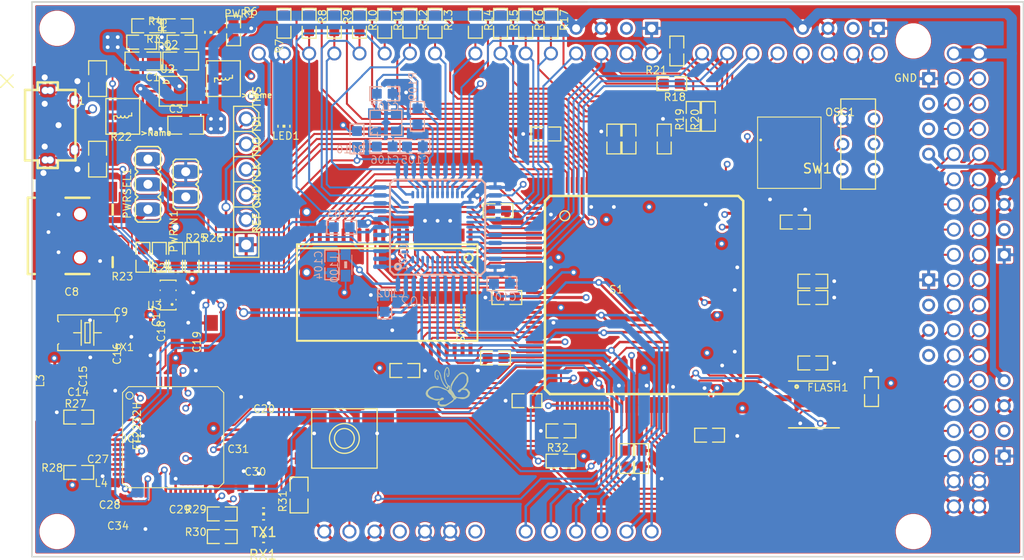
<source format=kicad_pcb>
(kicad_pcb (version 20171130) (host pcbnew "(5.0.0)")
  (layers (0 Top signal) (1 Route2 signal) (2 Route3 signal) (31 Bottom signal) (34 B.Paste user hide) (35 F.Paste user hide) (36 B.SilkS user hide) (37 F.SilkS user hide) (38 B.Mask user hide) (39 F.Mask user hide) (44 Edge.Cuts user))
  (net 0 "")
  (net 1 GND)
  (net 2 3V3)
  (net 3 1V2)
  (net 4 MEGA_D16)
  (net 5 MEGA_D28/A5)
  (net 6 MEGA_D30/A4)
  (net 7 MEGA_D32/A3)
  (net 8 MEGA_D34/A2)
  (net 9 MEGA_D14)
  (net 10 MEGA_D15)
  (net 11 5V0)
  (net 12 1.8V)
  (net 13 BD4-DTR)
  (net 14 BD3_MPSSE_TMS)
  (net 15 BD2_MPSSE_TDO)
  (net 16 BD1_RXD/MPSSE_TDI)
  (net 17 BD0_TXD/MPSSE_TCK)
  (net 18 AD4-DTR)
  (net 19 AD3-JTAG_TMS)
  (net 20 AD2-JTAG_TDO)
  (net 21 AD1-JTAG_TDI)
  (net 22 AD0-JTAG_TCK)
  (net 23 AREF)
  (net 24 5V_ARDUINO)
  (net 25 ATMEGA_D2)
  (net 26 ATMEGA_IO12)
  (net 27 ATMEGA_D3)
  (net 28 ATMEGA_D1/TX)
  (net 29 ATMEGA_IO11*)
  (net 30 ATMEGA_IO9*)
  (net 31 ATMEGA_IO10*)
  (net 32 ATMEGA_D5*)
  (net 33 ATMEGA_D0/RX)
  (net 34 ATMEGA_D6*)
  (net 35 ATMEGA_IO13*)
  (net 36 ATMEGA_IO8)
  (net 37 ATMEGA_A1)
  (net 38 ATMEGA_A0)
  (net 39 ATMEGA_D4)
  (net 40 ATMEGA_D7)
  (net 41 ARD_RESET)
  (net 42 5V_FT2232)
  (net 43 /FPGA/OSC_IN)
  (net 44 /FPGA/FLASH_SCK)
  (net 45 /FPGA/FLASH_SI)
  (net 46 /FPGA/FLASH_SO)
  (net 47 /FPGA/FLASH_CS)
  (net 48 /FPGA/A8)
  (net 49 /FPGA/A9)
  (net 50 /FPGA/MEGA_D13)
  (net 51 /FPGA/MEGA_D12)
  (net 52 /FPGA/MEGA_D11)
  (net 53 /FPGA/MEGA_D10)
  (net 54 /FPGA/MEGA_D9)
  (net 55 /FPGA/MEGA_D8)
  (net 56 /FPGA/MEGA_D7)
  (net 57 /FPGA/MEGA_D6)
  (net 58 /FPGA/MEGA_D5)
  (net 59 /FPGA/MEGA_D4)
  (net 60 /FPGA/MEGA_D3)
  (net 61 /FPGA/MEGA_D2)
  (net 62 /FPGA/MEGA_D1)
  (net 63 /FPGA/MEGA_D0)
  (net 64 /FPGA/MEGA_D17)
  (net 65 /FPGA/MEGA_D18)
  (net 66 /FPGA/SW1)
  (net 67 /FPGA/MEGA_D19)
  (net 68 /FPGA/MEGA_D20)
  (net 69 /FPGA/MEGA_D21)
  (net 70 /FPGA/MEGA_D22)
  (net 71 /FPGA/MEGA_D23)
  (net 72 /FPGA/MEGA_D24)
  (net 73 /FPGA/MEGA_D25)
  (net 74 /FPGA/MEGA_D26)
  (net 75 /FPGA/MEGA_D27)
  (net 76 /FPGA/MEGA_D29)
  (net 77 /FPGA/MEGA_D31)
  (net 78 /FPGA/MEGA_D33)
  (net 79 /FPGA/MEGA_D35)
  (net 80 /FPGA/MEGA_D36)
  (net 81 /FPGA/MEGA_D37)
  (net 82 /FPGA/MEGA_D38)
  (net 83 /FPGA/MEGA_D39)
  (net 84 "Net-(S1-Pad72)")
  (net 85 "Net-(S1-Pad71)")
  (net 86 /FPGA/MEGA_D40)
  (net 87 /FPGA/MEGA_D41)
  (net 88 /FPGA/MEGA_D42)
  (net 89 /FPGA/MEGA_D43)
  (net 90 /FPGA/MEGA_D44)
  (net 91 /FPGA/MEGA_D45)
  (net 92 /FPGA/MEGA_D46)
  (net 93 /FPGA/MEGA_D47)
  (net 94 /FPGA/MEGA_D48)
  (net 95 /FPGA/MEGA_D49)
  (net 96 /FPGA/MEGA_D50)
  (net 97 /FPGA/MEGA_D51)
  (net 98 /FPGA/MEGA_D52)
  (net 99 /FPGA/A19)
  (net 100 /FPGA/A10)
  (net 101 /FPGA/A11)
  (net 102 /FPGA/A12)
  (net 103 /FPGA/MEGA_D53)
  (net 104 "Net-(R31-Pad1)")
  (net 105 /FPGA/A13)
  (net 106 /FPGA/A14)
  (net 107 /FPGA/A17)
  (net 108 /FPGA/A18)
  (net 109 /FPGA/A20)
  (net 110 /FPGA/A16)
  (net 111 /FPGA/A15)
  (net 112 /FPGA/~OE)
  (net 113 /FPGA/D7)
  (net 114 /FPGA/D6)
  (net 115 /FPGA/D5)
  (net 116 /FPGA/D4)
  (net 117 /FPGA/D3)
  (net 118 /FPGA/D2)
  (net 119 /FPGA/D1)
  (net 120 /FPGA/D0)
  (net 121 /FPGA/~CS)
  (net 122 /FPGA/A4)
  (net 123 /FPGA/A3)
  (net 124 /FPGA/A2)
  (net 125 /FPGA/A1)
  (net 126 /FPGA/A0)
  (net 127 /FPGA/~WE)
  (net 128 /FPGA/A5)
  (net 129 /FPGA/A6)
  (net 130 /FPGA/A7)
  (net 131 "Net-(WING_POWER1-PadP2)")
  (net 132 "Net-(WING_POWER2-PadP2)")
  (net 133 "Net-(WING_POWER3-PadP2)")
  (net 134 "Net-(WING_POWER4-PadP2)")
  (net 135 "Net-(WING_POWER5-PadP2)")
  (net 136 "Net-(WING_POWER6-PadP2)")
  (net 137 "Net-(U1-PadVIN)")
  (net 138 "Net-(SW1-PadCH1B)")
  (net 139 "Net-(SW1-PadCH1A)")
  (net 140 "Net-(SW1-PadCOM1)")
  (net 141 "Net-(R4-Pad2)")
  (net 142 "Net-(L2-Pad1)")
  (net 143 "Net-(L1-Pad1)")
  (net 144 "Net-(R2-Pad1)")
  (net 145 "Net-(C9-Pad1)")
  (net 146 "Net-(C8-Pad1)")
  (net 147 "Net-(C14-Pad+)")
  (net 148 "Net-(IC1-Pad6)")
  (net 149 /FT2232H/FTUSB_N)
  (net 150 /FT2232H/FTUSB_P)
  (net 151 "Net-(C28-Pad+)")
  (net 152 /FT2232H/~RESET)
  (net 153 /FT2232H/BC0)
  (net 154 /FT2232H/BD7)
  (net 155 /FT2232H/BD6)
  (net 156 /FT2232H/BD5)
  (net 157 /FT2232H/~SUSPEND)
  (net 158 /FT2232H/AC7)
  (net 159 /FT2232H/AC6)
  (net 160 /FT2232H/BC1)
  (net 161 /FT2232H/BC2)
  (net 162 /FT2232H/BC3)
  (net 163 /FT2232H/BC4)
  (net 164 /FT2232H/BC5)
  (net 165 /FT2232H/BC6)
  (net 166 /FT2232H/BC7)
  (net 167 /FT2232H/~PWEREN)
  (net 168 /FT2232H/EEDATA)
  (net 169 /FT2232H/EECLK)
  (net 170 /FT2232H/EECS)
  (net 171 /FT2232H/AC5)
  (net 172 /FT2232H/AC4)
  (net 173 /FT2232H/AC3)
  (net 174 /FT2232H/AC2)
  (net 175 /FT2232H/AC1)
  (net 176 /FT2232H/AC0)
  (net 177 /FT2232H/AD7)
  (net 178 /FT2232H/AD6)
  (net 179 /FT2232H/AD5)
  (net 180 "Net-(R25-Pad1)")
  (net 181 "Net-(R30-Pad2)")
  (net 182 "Net-(R29-Pad2)")
  (net 183 /Arduino/XTAL2)
  (net 184 /Arduino/XTAL1)
  (net 185 /Arduino/UCAP)
  (net 186 /Arduino/AVCC)
  (net 187 "Net-(U101-Pad22)")
  (net 188 /Arduino/AVRUSB_P)
  (net 189 /Arduino/AVRUSB_N)
  (net 190 /Arduino/NC)
  (net 191 /Arduino/USBID)
  (net 192 /Arduino/D+)
  (net 193 /Arduino/D-)
  (net 194 "Net-(PWR1-PadA)")
  (net 195 "Net-(FPGAUSB1-PadID)")
  (net 196 "Net-(LED1-PadA)")
  (module Papilio_DUO:0603 (layer Top) (at 177.2571 105.1906)
    (fp_text reference C12 hide)
    (fp_text value .1uF hide)
    (pad 2 smd roundrect (at 0.8 0) (size 1 1) (layers Top F.Paste F.Mask) (roundrect_rratio 0.1) (net 1 GND))
    (pad 1 smd roundrect (at -0.8 0) (size 1 1) (layers Top F.Paste F.Mask) (roundrect_rratio 0.1) (net 2 3V3))
  )
  (module Papilio_DUO:0603 (layer Top) (at 157.1911 90.8396 90)
    (fp_text reference C6 hide)
    (fp_text value .1uF hide)
    (pad 2 smd roundrect (at 0.8 0 90) (size 1 1) (layers Top F.Paste F.Mask) (roundrect_rratio 0.1) (net 1 GND))
    (pad 1 smd roundrect (at -0.8 0 90) (size 1 1) (layers Top F.Paste F.Mask) (roundrect_rratio 0.1) (net 2 3V3))
  )
  (module Papilio_DUO:0603 (layer Top) (at 159.9851 123.0976 270)
    (fp_text reference C33 hide)
    (fp_text value .1uF hide)
    (pad 2 smd roundrect (at 0.8 0 270) (size 1 1) (layers Top F.Paste F.Mask) (roundrect_rratio 0.1) (net 1 GND))
    (pad 1 smd roundrect (at -0.8 0 270) (size 1 1) (layers Top F.Paste F.Mask) (roundrect_rratio 0.1) (net 2 3V3))
  )
  (module Papilio_DUO:0603 (layer Top) (at 148.4281 117.2556 180)
    (fp_text reference C23 hide)
    (fp_text value .1uF hide)
    (pad 2 smd roundrect (at 0.8 0 180) (size 1 1) (layers Top F.Paste F.Mask) (roundrect_rratio 0.1) (net 1 GND))
    (pad 1 smd roundrect (at -0.8 0 180) (size 1 1) (layers Top F.Paste F.Mask) (roundrect_rratio 0.1) (net 2 3V3))
  )
  (module Papilio_DUO:0603 (layer Top) (at 158.4611 123.0976 270)
    (fp_text reference C32 hide)
    (fp_text value .1uF hide)
    (pad 2 smd roundrect (at 0.8 0 270) (size 1 1) (layers Top F.Paste F.Mask) (roundrect_rratio 0.1) (net 1 GND))
    (pad 1 smd roundrect (at -0.8 0 270) (size 1 1) (layers Top F.Paste F.Mask) (roundrect_rratio 0.1) (net 3 1V2))
  )
  (module Papilio_DUO:0603 (layer Top) (at 158.7151 90.8396 90)
    (fp_text reference C7 hide)
    (fp_text value .1uF hide)
    (pad 2 smd roundrect (at 0.8 0 90) (size 1 1) (layers Top F.Paste F.Mask) (roundrect_rratio 0.1) (net 1 GND))
    (pad 1 smd roundrect (at -0.8 0 90) (size 1 1) (layers Top F.Paste F.Mask) (roundrect_rratio 0.1) (net 3 1V2))
  )
  (module Papilio_DUO:0603 (layer Top) (at 146.3961 106.8416 180)
    (fp_text reference C10 hide)
    (fp_text value .1uF hide)
    (pad 2 smd roundrect (at 0.8 0 180) (size 1 1) (layers Top F.Paste F.Mask) (roundrect_rratio 0.1) (net 1 GND))
    (pad 1 smd roundrect (at -0.8 0 180) (size 1 1) (layers Top F.Paste F.Mask) (roundrect_rratio 0.1) (net 3 1V2))
  )
  (module Papilio_DUO:0603 (layer Top) (at 177.2571 106.8416)
    (fp_text reference C13 hide)
    (fp_text value .1uF hide)
    (pad 2 smd roundrect (at 0.8 0) (size 1 1) (layers Top F.Paste F.Mask) (roundrect_rratio 0.1) (net 1 GND))
    (pad 1 smd roundrect (at -0.8 0) (size 1 1) (layers Top F.Paste F.Mask) (roundrect_rratio 0.1) (net 3 1V2))
  )
  (module Papilio_DUO:0603 (layer Top) (at 177.2571 113.4456)
    (fp_text reference C25 hide)
    (fp_text value .1uF hide)
    (pad 2 smd roundrect (at 0.8 0) (size 1 1) (layers Top F.Paste F.Mask) (roundrect_rratio 0.1) (net 1 GND))
    (pad 1 smd roundrect (at -0.8 0) (size 1 1) (layers Top F.Paste F.Mask) (roundrect_rratio 0.1) (net 2 3V3))
  )
  (module Papilio_DUO:0603 (layer Top) (at 175.4791 99.2216)
    (fp_text reference C11 hide)
    (fp_text value .1uF hide)
    (pad 2 smd roundrect (at 0.8 0) (size 1 1) (layers Top F.Paste F.Mask) (roundrect_rratio 0.1) (net 1 GND))
    (pad 1 smd roundrect (at -0.8 0) (size 1 1) (layers Top F.Paste F.Mask) (roundrect_rratio 0.1) (net 2 3V3))
  )
  (module Papilio_DUO:0603 (layer Top) (at 151.8571 120.3036 180)
    (fp_text reference C24 hide)
    (fp_text value .1uF hide)
    (pad 2 smd roundrect (at 0.8 0 180) (size 1 1) (layers Top F.Paste F.Mask) (roundrect_rratio 0.1) (net 1 GND))
    (pad 1 smd roundrect (at -0.8 0 180) (size 1 1) (layers Top F.Paste F.Mask) (roundrect_rratio 0.1) (net 2 3V3))
  )
  (module Papilio_DUO:0603 (layer Top) (at 136.1091 114.2076)
    (fp_text reference C21 hide)
    (fp_text value .1uF hide)
    (pad 2 smd roundrect (at 0.8 0) (size 1 1) (layers Top F.Paste F.Mask) (roundrect_rratio 0.1) (net 1 GND))
    (pad 1 smd roundrect (at -0.8 0) (size 1 1) (layers Top F.Paste F.Mask) (roundrect_rratio 0.1) (net 2 3V3))
  )
  (module Papilio_DUO:0603 (layer Top) (at 145.5071 98.0786 180)
    (fp_text reference C4 hide)
    (fp_text value .1uF hide)
    (pad 2 smd roundrect (at 0.8 0 180) (size 1 1) (layers Top F.Paste F.Mask) (roundrect_rratio 0.1) (net 1 GND))
    (pad 1 smd roundrect (at -0.8 0 180) (size 1 1) (layers Top F.Paste F.Mask) (roundrect_rratio 0.1) (net 2 3V3))
  )
  (module Papilio_DUO:0603 (layer Top) (at 150.3331 90.3316 180)
    (fp_text reference C5 hide)
    (fp_text value .1uF hide)
    (pad 2 smd roundrect (at 0.8 0 180) (size 1 1) (layers Top F.Paste F.Mask) (roundrect_rratio 0.1) (net 1 GND))
    (pad 1 smd roundrect (at -0.8 0 180) (size 1 1) (layers Top F.Paste F.Mask) (roundrect_rratio 0.1) (net 2 3V3))
  )
  (module Papilio_DUO:0603 (layer Top) (at 145.2531 112.9376 180)
    (fp_text reference C22 hide)
    (fp_text value .1uF hide)
    (pad 2 smd roundrect (at 0.8 0 180) (size 1 1) (layers Top F.Paste F.Mask) (roundrect_rratio 0.1) (net 1 GND))
    (pad 1 smd roundrect (at -0.8 0 180) (size 1 1) (layers Top F.Paste F.Mask) (roundrect_rratio 0.1) (net 2 3V3))
  )
  (module Papilio_DUO:OSC1 (layer Top) (at 172.7867 89.722 270)
    (fp_text reference OSC1 (at -1.14 -5.65) (layer F.SilkS) (effects (font (size 0.76 0.76) (thickness 0.1064)) (justify left bottom)))
    (fp_text value OSC1 hide)
    (pad 4@4 smd rect (at 0 -4.2 270) (size 1.8 2) (layers Top F.Paste F.Mask) (net 2 3V3))
    (pad 3@3 smd rect (at 5.08 -4.2 270) (size 1.8 2) (layers Top F.Paste F.Mask) (net 43 /FPGA/OSC_IN))
    (pad 2@2 smd rect (at 5.08 0 270) (size 1.8 2) (layers Top F.Paste F.Mask) (net 1 GND))
    (pad 1@1 smd rect (at 0 0 270) (size 1.8 2) (layers Top F.Paste F.Mask) (net 2 3V3))
  )
  (module Papilio_DUO:0603 (layer Top) (at 183.1753 116.3412 90)
    (fp_text reference C26 hide)
    (fp_text value .1uF)
    (pad 2 smd roundrect (at 0.8 0 90) (size 1 1) (layers Top F.Paste F.Mask) (roundrect_rratio 0.1) (net 1 GND))
    (pad 1 smd roundrect (at -0.8 0 90) (size 1 1) (layers Top F.Paste F.Mask) (roundrect_rratio 0.1) (net 2 3V3))
  )
  (module Papilio_DUO:GADGETFACTORY_LOGO (layer Top) (at 138.0141 118.3986)
    (fp_text reference U$7 hide)
    (fp_text value "" hide)
  )
  (module Papilio_DUO:SO08-EIAJ (layer Top) (at 177.3841 117.6366 270)
    (fp_text reference FLASH1 (at -1.27 0.762) (layer F.SilkS) (effects (font (size 0.76 0.76) (thickness 0.1064)) (justify left bottom)))
    (fp_text value FLASH-SPI-25XXSMD1)
    (pad 8 smd rect (at -1.905 -3.3528 270) (size 0.6096 2.2098) (layers Top F.Paste F.Mask) (net 2 3V3))
    (pad 7 smd rect (at -0.635 -3.3528 270) (size 0.6096 2.2098) (layers Top F.Paste F.Mask) (net 2 3V3))
    (pad 6 smd rect (at 0.635 -3.3528 270) (size 0.6096 2.2098) (layers Top F.Paste F.Mask) (net 44 /FPGA/FLASH_SCK))
    (pad 5 smd rect (at 1.905 -3.3528 270) (size 0.6096 2.2098) (layers Top F.Paste F.Mask) (net 45 /FPGA/FLASH_SI))
    (pad 4 smd rect (at 1.905 3.3782 270) (size 0.6096 2.2098) (layers Top F.Paste F.Mask) (net 1 GND))
    (pad 3 smd rect (at 0.635 3.3782 270) (size 0.6096 2.2098) (layers Top F.Paste F.Mask) (net 2 3V3))
    (pad 2 smd rect (at -0.635 3.3782 270) (size 0.6096 2.2098) (layers Top F.Paste F.Mask) (net 46 /FPGA/FLASH_SO))
    (pad 1 smd rect (at -1.905 3.3782 270) (size 0.6096 2.2098) (layers Top F.Paste F.Mask) (net 47 /FPGA/FLASH_CS))
  )
  (module Papilio_DUO:TQ144 (layer Top) (at 160.2391 106.5876)
    (fp_text reference S1 (at -2 -1) (layer F.SilkS) (effects (font (size 0.76 0.76) (thickness 0.1064)) (justify right top)))
    (fp_text value 6SLX9TQG144)
    (pad 144 smd rect (at -8.75 -11.1 90) (size 1.6 0.3) (layers Top F.Paste F.Mask) (net 2 3V3))
    (pad 143 smd rect (at -8.25 -11.1 90) (size 1.6 0.3) (layers Top F.Paste F.Mask) (net 48 /FPGA/A8))
    (pad 142 smd rect (at -7.75 -11.1 90) (size 1.6 0.3) (layers Top F.Paste F.Mask) (net 49 /FPGA/A9))
    (pad 141 smd rect (at -7.25 -11.1 90) (size 1.6 0.3) (layers Top F.Paste F.Mask) (net 16 BD1_RXD/MPSSE_TDI))
    (pad 140 smd rect (at -6.75 -11.1 90) (size 1.6 0.3) (layers Top F.Paste F.Mask) (net 15 BD2_MPSSE_TDO))
    (pad 139 smd rect (at -6.25 -11.1 90) (size 1.6 0.3) (layers Top F.Paste F.Mask) (net 41 ARD_RESET))
    (pad 138 smd rect (at -5.75 -11.1 90) (size 1.6 0.3) (layers Top F.Paste F.Mask) (net 14 BD3_MPSSE_TMS))
    (pad 137 smd rect (at -5.25 -11.1 90) (size 1.6 0.3) (layers Top F.Paste F.Mask) (net 13 BD4-DTR))
    (pad 136 smd rect (at -4.75 -11.1 90) (size 1.6 0.3) (layers Top F.Paste F.Mask) (net 1 GND))
    (pad 135 smd rect (at -4.25 -11.1 90) (size 1.6 0.3) (layers Top F.Paste F.Mask) (net 2 3V3))
    (pad 134 smd rect (at -3.75 -11.1 90) (size 1.6 0.3) (layers Top F.Paste F.Mask) (net 50 /FPGA/MEGA_D13))
    (pad 133 smd rect (at -3.25 -11.1 90) (size 1.6 0.3) (layers Top F.Paste F.Mask) (net 51 /FPGA/MEGA_D12))
    (pad 132 smd rect (at -2.75 -11.1 90) (size 1.6 0.3) (layers Top F.Paste F.Mask) (net 52 /FPGA/MEGA_D11))
    (pad 131 smd rect (at -2.25 -11.1 90) (size 1.6 0.3) (layers Top F.Paste F.Mask) (net 53 /FPGA/MEGA_D10))
    (pad 130 smd rect (at -1.75 -11.1 90) (size 1.6 0.3) (layers Top F.Paste F.Mask) (net 1 GND))
    (pad 129 smd rect (at -1.25 -11.1 90) (size 1.6 0.3) (layers Top F.Paste F.Mask) (net 2 3V3))
    (pad 128 smd rect (at -0.75 -11.1 90) (size 1.6 0.3) (layers Top F.Paste F.Mask) (net 3 1V2))
    (pad 127 smd rect (at -0.25 -11.1 90) (size 1.6 0.3) (layers Top F.Paste F.Mask) (net 54 /FPGA/MEGA_D9))
    (pad 126 smd rect (at 0.25 -11.1 90) (size 1.6 0.3) (layers Top F.Paste F.Mask) (net 55 /FPGA/MEGA_D8))
    (pad 125 smd rect (at 0.75 -11.1 90) (size 1.6 0.3) (layers Top F.Paste F.Mask) (net 2 3V3))
    (pad 124 smd rect (at 1.25 -11.1 90) (size 1.6 0.3) (layers Top F.Paste F.Mask) (net 56 /FPGA/MEGA_D7))
    (pad 123 smd rect (at 1.75 -11.1 90) (size 1.6 0.3) (layers Top F.Paste F.Mask) (net 57 /FPGA/MEGA_D6))
    (pad 122 smd rect (at 2.25 -11.1 90) (size 1.6 0.3) (layers Top F.Paste F.Mask) (net 2 3V3))
    (pad 121 smd rect (at 2.75 -11.1 90) (size 1.6 0.3) (layers Top F.Paste F.Mask) (net 58 /FPGA/MEGA_D5))
    (pad 120 smd rect (at 3.25 -11.1 90) (size 1.6 0.3) (layers Top F.Paste F.Mask) (net 59 /FPGA/MEGA_D4))
    (pad 119 smd rect (at 3.75 -11.1 90) (size 1.6 0.3) (layers Top F.Paste F.Mask) (net 60 /FPGA/MEGA_D3))
    (pad 118 smd rect (at 4.25 -11.1 90) (size 1.6 0.3) (layers Top F.Paste F.Mask) (net 61 /FPGA/MEGA_D2))
    (pad 117 smd rect (at 4.75 -11.1 90) (size 1.6 0.3) (layers Top F.Paste F.Mask) (net 62 /FPGA/MEGA_D1))
    (pad 116 smd rect (at 5.25 -11.1 90) (size 1.6 0.3) (layers Top F.Paste F.Mask) (net 63 /FPGA/MEGA_D0))
    (pad 115 smd rect (at 5.75 -11.1 90) (size 1.6 0.3) (layers Top F.Paste F.Mask) (net 9 MEGA_D14))
    (pad 114 smd rect (at 6.25 -11.1 90) (size 1.6 0.3) (layers Top F.Paste F.Mask) (net 10 MEGA_D15))
    (pad 113 smd rect (at 6.75 -11.1 90) (size 1.6 0.3) (layers Top F.Paste F.Mask) (net 1 GND))
    (pad 112 smd rect (at 7.25 -11.1 90) (size 1.6 0.3) (layers Top F.Paste F.Mask) (net 4 MEGA_D16))
    (pad 111 smd rect (at 7.75 -11.1 90) (size 1.6 0.3) (layers Top F.Paste F.Mask) (net 64 /FPGA/MEGA_D17))
    (pad 110 smd rect (at 8.25 -11.1 90) (size 1.6 0.3) (layers Top F.Paste F.Mask) (net 21 AD1-JTAG_TDI))
    (pad 109 smd rect (at 8.75 -11.1 90) (size 1.6 0.3) (layers Top F.Paste F.Mask) (net 22 AD0-JTAG_TCK))
    (pad 108 smd rect (at 11.1 -8.75) (size 1.6 0.3) (layers Top F.Paste F.Mask) (net 1 GND))
    (pad 107 smd rect (at 11.1 -8.25) (size 1.6 0.3) (layers Top F.Paste F.Mask) (net 19 AD3-JTAG_TMS))
    (pad 106 smd rect (at 11.1 -7.75) (size 1.6 0.3) (layers Top F.Paste F.Mask) (net 20 AD2-JTAG_TDO))
    (pad 105 smd rect (at 11.1 -7.25) (size 1.6 0.3) (layers Top F.Paste F.Mask) (net 65 /FPGA/MEGA_D18))
    (pad 104 smd rect (at 11.1 -6.75) (size 1.6 0.3) (layers Top F.Paste F.Mask) (net 66 /FPGA/SW1))
    (pad 103 smd rect (at 11.1 -6.25) (size 1.6 0.3) (layers Top F.Paste F.Mask) (net 2 3V3))
    (pad 102 smd rect (at 11.1 -5.75) (size 1.6 0.3) (layers Top F.Paste F.Mask) (net 67 /FPGA/MEGA_D19))
    (pad 101 smd rect (at 11.1 -5.25) (size 1.6 0.3) (layers Top F.Paste F.Mask) (net 68 /FPGA/MEGA_D20))
    (pad 100 smd rect (at 11.1 -4.75) (size 1.6 0.3) (layers Top F.Paste F.Mask) (net 69 /FPGA/MEGA_D21))
    (pad 99 smd rect (at 11.1 -4.25) (size 1.6 0.3) (layers Top F.Paste F.Mask) (net 70 /FPGA/MEGA_D22))
    (pad 98 smd rect (at 11.1 -3.75) (size 1.6 0.3) (layers Top F.Paste F.Mask) (net 71 /FPGA/MEGA_D23))
    (pad 97 smd rect (at 11.1 -3.25) (size 1.6 0.3) (layers Top F.Paste F.Mask) (net 72 /FPGA/MEGA_D24))
    (pad 96 smd rect (at 11.1 -2.75) (size 1.6 0.3) (layers Top F.Paste F.Mask) (net 1 GND))
    (pad 95 smd rect (at 11.1 -2.25) (size 1.6 0.3) (layers Top F.Paste F.Mask) (net 73 /FPGA/MEGA_D25))
    (pad 94 smd rect (at 11.1 -1.75) (size 1.6 0.3) (layers Top F.Paste F.Mask) (net 43 /FPGA/OSC_IN))
    (pad 93 smd rect (at 11.1 -1.25) (size 1.6 0.3) (layers Top F.Paste F.Mask) (net 74 /FPGA/MEGA_D26))
    (pad 92 smd rect (at 11.1 -0.75) (size 1.6 0.3) (layers Top F.Paste F.Mask) (net 75 /FPGA/MEGA_D27))
    (pad 91 smd rect (at 11.1 -0.25) (size 1.6 0.3) (layers Top F.Paste F.Mask) (net 1 GND))
    (pad 90 smd rect (at 11.1 0.25) (size 1.6 0.3) (layers Top F.Paste F.Mask) (net 2 3V3))
    (pad 89 smd rect (at 11.1 0.75) (size 1.6 0.3) (layers Top F.Paste F.Mask) (net 3 1V2))
    (pad 88 smd rect (at 11.1 1.25) (size 1.6 0.3) (layers Top F.Paste F.Mask) (net 5 MEGA_D28/A5))
    (pad 87 smd rect (at 11.1 1.75) (size 1.6 0.3) (layers Top F.Paste F.Mask) (net 76 /FPGA/MEGA_D29))
    (pad 86 smd rect (at 11.1 2.25) (size 1.6 0.3) (layers Top F.Paste F.Mask) (net 2 3V3))
    (pad 85 smd rect (at 11.1 2.75) (size 1.6 0.3) (layers Top F.Paste F.Mask) (net 6 MEGA_D30/A4))
    (pad 84 smd rect (at 11.1 3.25) (size 1.6 0.3) (layers Top F.Paste F.Mask) (net 77 /FPGA/MEGA_D31))
    (pad 83 smd rect (at 11.1 3.75) (size 1.6 0.3) (layers Top F.Paste F.Mask) (net 7 MEGA_D32/A3))
    (pad 82 smd rect (at 11.1 4.25) (size 1.6 0.3) (layers Top F.Paste F.Mask) (net 78 /FPGA/MEGA_D33))
    (pad 81 smd rect (at 11.1 4.75) (size 1.6 0.3) (layers Top F.Paste F.Mask) (net 8 MEGA_D34/A2))
    (pad 80 smd rect (at 11.1 5.25) (size 1.6 0.3) (layers Top F.Paste F.Mask) (net 79 /FPGA/MEGA_D35))
    (pad 79 smd rect (at 11.1 5.75) (size 1.6 0.3) (layers Top F.Paste F.Mask) (net 80 /FPGA/MEGA_D36))
    (pad 78 smd rect (at 11.1 6.25) (size 1.6 0.3) (layers Top F.Paste F.Mask) (net 81 /FPGA/MEGA_D37))
    (pad 77 smd rect (at 11.1 6.75) (size 1.6 0.3) (layers Top F.Paste F.Mask) (net 1 GND))
    (pad 76 smd rect (at 11.1 7.25) (size 1.6 0.3) (layers Top F.Paste F.Mask) (net 2 3V3))
    (pad 75 smd rect (at 11.1 7.75) (size 1.6 0.3) (layers Top F.Paste F.Mask) (net 82 /FPGA/MEGA_D38))
    (pad 74 smd rect (at 11.1 8.25) (size 1.6 0.3) (layers Top F.Paste F.Mask) (net 83 /FPGA/MEGA_D39))
    (pad 73 smd rect (at 11.1 8.75) (size 1.6 0.3) (layers Top F.Paste F.Mask) (net 1 GND))
    (pad 72 smd rect (at 8.75 11.1 90) (size 1.6 0.3) (layers Top F.Paste F.Mask) (net 84 "Net-(S1-Pad72)"))
    (pad 71 smd rect (at 8.25 11.1 90) (size 1.6 0.3) (layers Top F.Paste F.Mask) (net 85 "Net-(S1-Pad71)"))
    (pad 70 smd rect (at 7.75 11.1 90) (size 1.6 0.3) (layers Top F.Paste F.Mask) (net 44 /FPGA/FLASH_SCK))
    (pad 69 smd rect (at 7.25 11.1 90) (size 1.6 0.3) (layers Top F.Paste F.Mask) (net 2 3V3))
    (pad 68 smd rect (at 6.75 11.1 90) (size 1.6 0.3) (layers Top F.Paste F.Mask) (net 1 GND))
    (pad 67 smd rect (at 6.25 11.1 90) (size 1.6 0.3) (layers Top F.Paste F.Mask) (net 86 /FPGA/MEGA_D40))
    (pad 66 smd rect (at 5.75 11.1 90) (size 1.6 0.3) (layers Top F.Paste F.Mask) (net 87 /FPGA/MEGA_D41))
    (pad 65 smd rect (at 5.25 11.1 90) (size 1.6 0.3) (layers Top F.Paste F.Mask) (net 46 /FPGA/FLASH_SO))
    (pad 64 smd rect (at 4.75 11.1 90) (size 1.6 0.3) (layers Top F.Paste F.Mask) (net 45 /FPGA/FLASH_SI))
    (pad 63 smd rect (at 4.25 11.1 90) (size 1.6 0.3) (layers Top F.Paste F.Mask) (net 2 3V3))
    (pad 62 smd rect (at 3.75 11.1 90) (size 1.6 0.3) (layers Top F.Paste F.Mask) (net 88 /FPGA/MEGA_D42))
    (pad 61 smd rect (at 3.25 11.1 90) (size 1.6 0.3) (layers Top F.Paste F.Mask) (net 89 /FPGA/MEGA_D43))
    (pad 60 smd rect (at 2.75 11.1 90) (size 1.6 0.3) (layers Top F.Paste F.Mask) (net 1 GND))
    (pad 59 smd rect (at 2.25 11.1 90) (size 1.6 0.3) (layers Top F.Paste F.Mask) (net 90 /FPGA/MEGA_D44))
    (pad 58 smd rect (at 1.75 11.1 90) (size 1.6 0.3) (layers Top F.Paste F.Mask) (net 91 /FPGA/MEGA_D45))
    (pad 57 smd rect (at 1.25 11.1 90) (size 1.6 0.3) (layers Top F.Paste F.Mask) (net 92 /FPGA/MEGA_D46))
    (pad 56 smd rect (at 0.75 11.1 90) (size 1.6 0.3) (layers Top F.Paste F.Mask) (net 93 /FPGA/MEGA_D47))
    (pad 55 smd rect (at 0.25 11.1 90) (size 1.6 0.3) (layers Top F.Paste F.Mask) (net 94 /FPGA/MEGA_D48))
    (pad 54 smd rect (at -0.25 11.1 90) (size 1.6 0.3) (layers Top F.Paste F.Mask) (net 1 GND))
    (pad 53 smd rect (at -0.75 11.1 90) (size 1.6 0.3) (layers Top F.Paste F.Mask) (net 2 3V3))
    (pad 52 smd rect (at -1.25 11.1 90) (size 1.6 0.3) (layers Top F.Paste F.Mask) (net 3 1V2))
    (pad 51 smd rect (at -1.75 11.1 90) (size 1.6 0.3) (layers Top F.Paste F.Mask) (net 95 /FPGA/MEGA_D49))
    (pad 50 smd rect (at -2.25 11.1 90) (size 1.6 0.3) (layers Top F.Paste F.Mask) (net 96 /FPGA/MEGA_D50))
    (pad 49 smd rect (at -2.75 11.1 90) (size 1.6 0.3) (layers Top F.Paste F.Mask) (net 1 GND))
    (pad 48 smd rect (at -3.25 11.1 90) (size 1.6 0.3) (layers Top F.Paste F.Mask) (net 97 /FPGA/MEGA_D51))
    (pad 47 smd rect (at -3.75 11.1 90) (size 1.6 0.3) (layers Top F.Paste F.Mask) (net 98 /FPGA/MEGA_D52))
    (pad 46 smd rect (at -4.25 11.1 90) (size 1.6 0.3) (layers Top F.Paste F.Mask) (net 17 BD0_TXD/MPSSE_TCK))
    (pad 45 smd rect (at -4.75 11.1 90) (size 1.6 0.3) (layers Top F.Paste F.Mask) (net 18 AD4-DTR))
    (pad 44 smd rect (at -5.25 11.1 90) (size 1.6 0.3) (layers Top F.Paste F.Mask) (net 99 /FPGA/A19))
    (pad 43 smd rect (at -5.75 11.1 90) (size 1.6 0.3) (layers Top F.Paste F.Mask) (net 100 /FPGA/A10))
    (pad 42 smd rect (at -6.25 11.1 90) (size 1.6 0.3) (layers Top F.Paste F.Mask) (net 2 3V3))
    (pad 41 smd rect (at -6.75 11.1 90) (size 1.6 0.3) (layers Top F.Paste F.Mask) (net 101 /FPGA/A11))
    (pad 40 smd rect (at -7.25 11.1 90) (size 1.6 0.3) (layers Top F.Paste F.Mask) (net 102 /FPGA/A12))
    (pad 39 smd rect (at -7.75 11.1 90) (size 1.6 0.3) (layers Top F.Paste F.Mask) (net 103 /FPGA/MEGA_D53))
    (pad 38 smd rect (at -8.25 11.1 90) (size 1.6 0.3) (layers Top F.Paste F.Mask) (net 47 /FPGA/FLASH_CS))
    (pad 37 smd rect (at -8.75 11.1 90) (size 1.6 0.3) (layers Top F.Paste F.Mask) (net 104 "Net-(R31-Pad1)"))
    (pad 36 smd rect (at -11.1 8.75) (size 1.6 0.3) (layers Top F.Paste F.Mask) (net 2 3V3))
    (pad 35 smd rect (at -11.1 8.25) (size 1.6 0.3) (layers Top F.Paste F.Mask) (net 105 /FPGA/A13))
    (pad 34 smd rect (at -11.1 7.75) (size 1.6 0.3) (layers Top F.Paste F.Mask) (net 106 /FPGA/A14))
    (pad 33 smd rect (at -11.1 7.25) (size 1.6 0.3) (layers Top F.Paste F.Mask) (net 107 /FPGA/A17))
    (pad 32 smd rect (at -11.1 6.75) (size 1.6 0.3) (layers Top F.Paste F.Mask) (net 108 /FPGA/A18))
    (pad 31 smd rect (at -11.1 6.25) (size 1.6 0.3) (layers Top F.Paste F.Mask) (net 2 3V3))
    (pad 30 smd rect (at -11.1 5.75) (size 1.6 0.3) (layers Top F.Paste F.Mask) (net 109 /FPGA/A20))
    (pad 29 smd rect (at -11.1 5.25) (size 1.6 0.3) (layers Top F.Paste F.Mask) (net 110 /FPGA/A16))
    (pad 28 smd rect (at -11.1 4.75) (size 1.6 0.3) (layers Top F.Paste F.Mask) (net 3 1V2))
    (pad 27 smd rect (at -11.1 4.25) (size 1.6 0.3) (layers Top F.Paste F.Mask) (net 111 /FPGA/A15))
    (pad 26 smd rect (at -11.1 3.75) (size 1.6 0.3) (layers Top F.Paste F.Mask) (net 112 /FPGA/~OE))
    (pad 25 smd rect (at -11.1 3.25) (size 1.6 0.3) (layers Top F.Paste F.Mask) (net 1 GND))
    (pad 24 smd rect (at -11.1 2.75) (size 1.6 0.3) (layers Top F.Paste F.Mask) (net 113 /FPGA/D7))
    (pad 23 smd rect (at -11.1 2.25) (size 1.6 0.3) (layers Top F.Paste F.Mask) (net 114 /FPGA/D6))
    (pad 22 smd rect (at -11.1 1.75) (size 1.6 0.3) (layers Top F.Paste F.Mask) (net 115 /FPGA/D5))
    (pad 21 smd rect (at -11.1 1.25) (size 1.6 0.3) (layers Top F.Paste F.Mask) (net 116 /FPGA/D4))
    (pad 20 smd rect (at -11.1 0.75) (size 1.6 0.3) (layers Top F.Paste F.Mask) (net 2 3V3))
    (pad 19 smd rect (at -11.1 0.25) (size 1.6 0.3) (layers Top F.Paste F.Mask) (net 3 1V2))
    (pad 18 smd rect (at -11.1 -0.25) (size 1.6 0.3) (layers Top F.Paste F.Mask) (net 2 3V3))
    (pad 17 smd rect (at -11.1 -0.75) (size 1.6 0.3) (layers Top F.Paste F.Mask) (net 117 /FPGA/D3))
    (pad 16 smd rect (at -11.1 -1.25) (size 1.6 0.3) (layers Top F.Paste F.Mask) (net 118 /FPGA/D2))
    (pad 15 smd rect (at -11.1 -1.75) (size 1.6 0.3) (layers Top F.Paste F.Mask) (net 119 /FPGA/D1))
    (pad 14 smd rect (at -11.1 -2.25) (size 1.6 0.3) (layers Top F.Paste F.Mask) (net 120 /FPGA/D0))
    (pad 13 smd rect (at -11.1 -2.75) (size 1.6 0.3) (layers Top F.Paste F.Mask) (net 1 GND))
    (pad 12 smd rect (at -11.1 -3.25) (size 1.6 0.3) (layers Top F.Paste F.Mask) (net 121 /FPGA/~CS))
    (pad 11 smd rect (at -11.1 -3.75) (size 1.6 0.3) (layers Top F.Paste F.Mask) (net 122 /FPGA/A4))
    (pad 10 smd rect (at -11.1 -4.25) (size 1.6 0.3) (layers Top F.Paste F.Mask) (net 123 /FPGA/A3))
    (pad 9 smd rect (at -11.1 -4.75) (size 1.6 0.3) (layers Top F.Paste F.Mask) (net 124 /FPGA/A2))
    (pad 8 smd rect (at -11.1 -5.25) (size 1.6 0.3) (layers Top F.Paste F.Mask) (net 125 /FPGA/A1))
    (pad 7 smd rect (at -11.1 -5.75) (size 1.6 0.3) (layers Top F.Paste F.Mask) (net 126 /FPGA/A0))
    (pad 6 smd rect (at -11.1 -6.25) (size 1.6 0.3) (layers Top F.Paste F.Mask) (net 127 /FPGA/~WE))
    (pad 5 smd rect (at -11.1 -6.75) (size 1.6 0.3) (layers Top F.Paste F.Mask) (net 128 /FPGA/A5))
    (pad 4 smd rect (at -11.1 -7.25) (size 1.6 0.3) (layers Top F.Paste F.Mask) (net 2 3V3))
    (pad 3 smd rect (at -11.1 -7.75) (size 1.6 0.3) (layers Top F.Paste F.Mask) (net 1 GND))
    (pad 2 smd rect (at -11.1 -8.25) (size 1.6 0.3) (layers Top F.Paste F.Mask) (net 129 /FPGA/A6))
    (pad 1 smd rect (at -11.1 -8.75) (size 1.6 0.3) (layers Top F.Paste F.Mask) (net 130 /FPGA/A7))
  )
  (module Papilio_DUO:0805 (layer Top) (at 125.4411 126.7806 90)
    (fp_text reference R31 (at -1.8 -1.2 90) (layer F.SilkS) (effects (font (size 0.76 0.76) (thickness 0.1064)) (justify left bottom)))
    (fp_text value 47K)
    (pad 2 smd roundrect (at 1 0 90) (size 1.2 1.4) (layers Top F.Paste F.Mask) (roundrect_rratio 0.1) (net 2 3V3))
    (pad 1 smd roundrect (at -1 0 90) (size 1.2 1.4) (layers Top F.Paste F.Mask) (roundrect_rratio 0.1) (net 104 "Net-(R31-Pad1)"))
  )
  (module Papilio_DUO:EVQ-Q2 (layer Top) (at 130.0131 121.0656)
    (fp_text reference SW2 hide)
    (fp_text value EVQQ2)
    (pad A smd rect (at -3.4 2) (size 3.2 1.2) (layers Top F.Paste F.Mask) (net 104 "Net-(R31-Pad1)"))
    (pad A' smd rect (at 3.4 2) (size 3.2 1.2) (layers Top F.Paste F.Mask) (net 104 "Net-(R31-Pad1)"))
    (pad B' smd rect (at 3.4 -2) (size 3.2 1.2) (layers Top F.Paste F.Mask) (net 1 GND))
    (pad B smd rect (at -3.4 -2) (size 3.2 1.2) (layers Top F.Paste F.Mask) (net 1 GND))
  )
  (module Papilio_DUO:POWER_NO_TEXT (layer Top) (at 157.1911 79.6636 270)
    (fp_text reference WING_POWER1 hide)
    (fp_text value HEADER_FEMALE_4 hide)
    (pad P4 thru_hole circle (at 0 3.81 180) (size 1.308 1.308) (drill 0.8) (layers *.Cu *.Mask) (net 11 5V0))
    (pad P3 thru_hole circle (at 0 1.27 180) (size 1.308 1.308) (drill 0.8) (layers *.Cu *.Mask) (net 2 3V3))
    (pad P2 thru_hole circle (at 0 -1.27 180) (size 1.308 1.308) (drill 0.8) (layers *.Cu *.Mask) (net 131 "Net-(WING_POWER1-PadP2)"))
    (pad P1 thru_hole rect (at 0 -3.81 180) (size 1.308 1.308) (drill 0.8) (layers *.Cu *.Mask) (net 1 GND))
  )
  (module Papilio_DUO:POWER_NO_TEXT (layer Top) (at 196.5611 119.0336 180)
    (fp_text reference WING_POWER2 hide)
    (fp_text value HEADER_FEMALE_4 hide)
    (pad P4 thru_hole circle (at 0 3.81 90) (size 1.308 1.308) (drill 0.8) (layers *.Cu *.Mask) (net 11 5V0))
    (pad P3 thru_hole circle (at 0 1.27 90) (size 1.308 1.308) (drill 0.8) (layers *.Cu *.Mask) (net 2 3V3))
    (pad P2 thru_hole circle (at 0 -1.27 90) (size 1.308 1.308) (drill 0.8) (layers *.Cu *.Mask) (net 132 "Net-(WING_POWER2-PadP2)"))
    (pad P1 thru_hole rect (at 0 -3.81 90) (size 1.308 1.308) (drill 0.8) (layers *.Cu *.Mask) (net 1 GND))
  )
  (module Papilio_DUO:POWER_NO_TEXT (layer Top) (at 196.5611 98.7136 180)
    (fp_text reference WING_POWER3 hide)
    (fp_text value HEADER_FEMALE_4 hide)
    (pad P4 thru_hole circle (at 0 3.81 90) (size 1.308 1.308) (drill 0.8) (layers *.Cu *.Mask) (net 11 5V0))
    (pad P3 thru_hole circle (at 0 1.27 90) (size 1.308 1.308) (drill 0.8) (layers *.Cu *.Mask) (net 2 3V3))
    (pad P2 thru_hole circle (at 0 -1.27 90) (size 1.308 1.308) (drill 0.8) (layers *.Cu *.Mask) (net 133 "Net-(WING_POWER3-PadP2)"))
    (pad P1 thru_hole rect (at 0 -3.81 90) (size 1.308 1.308) (drill 0.8) (layers *.Cu *.Mask) (net 1 GND))
  )
  (module Papilio_DUO:POWER_NO_TEXT (layer Top) (at 180.0511 79.6636 270)
    (fp_text reference WING_POWER4 hide)
    (fp_text value HEADER_FEMALE_4 hide)
    (pad P4 thru_hole circle (at 0 3.81 180) (size 1.308 1.308) (drill 0.8) (layers *.Cu *.Mask) (net 11 5V0))
    (pad P3 thru_hole circle (at 0 1.27 180) (size 1.308 1.308) (drill 0.8) (layers *.Cu *.Mask) (net 2 3V3))
    (pad P2 thru_hole circle (at 0 -1.27 180) (size 1.308 1.308) (drill 0.8) (layers *.Cu *.Mask) (net 134 "Net-(WING_POWER4-PadP2)"))
    (pad P1 thru_hole rect (at 0 -3.81 180) (size 1.308 1.308) (drill 0.8) (layers *.Cu *.Mask) (net 1 GND))
  )
  (module Papilio_DUO:POWER_NO_TEXT (layer Top) (at 188.9411 88.5536)
    (fp_text reference WING_POWER5 hide)
    (fp_text value HEADER_FEMALE_4 hide)
    (pad P4 thru_hole circle (at 0 3.81 270) (size 1.308 1.308) (drill 0.8) (layers *.Cu *.Mask) (net 11 5V0))
    (pad P3 thru_hole circle (at 0 1.27 270) (size 1.308 1.308) (drill 0.8) (layers *.Cu *.Mask) (net 2 3V3))
    (pad P2 thru_hole circle (at 0 -1.27 270) (size 1.308 1.308) (drill 0.8) (layers *.Cu *.Mask) (net 135 "Net-(WING_POWER5-PadP2)"))
    (pad P1 thru_hole rect (at 0 -3.81 270) (size 1.308 1.308) (drill 0.8) (layers *.Cu *.Mask) (net 1 GND))
  )
  (module Papilio_DUO:POWER_NO_TEXT (layer Top) (at 188.9411 108.8736)
    (fp_text reference WING_POWER6 hide)
    (fp_text value HEADER_FEMALE_4 hide)
    (pad P4 thru_hole circle (at 0 3.81 270) (size 1.308 1.308) (drill 0.8) (layers *.Cu *.Mask) (net 11 5V0))
    (pad P3 thru_hole circle (at 0 1.27 270) (size 1.308 1.308) (drill 0.8) (layers *.Cu *.Mask) (net 2 3V3))
    (pad P2 thru_hole circle (at 0 -1.27 270) (size 1.308 1.308) (drill 0.8) (layers *.Cu *.Mask) (net 136 "Net-(WING_POWER6-PadP2)"))
    (pad P1 thru_hole rect (at 0 -3.81 270) (size 1.308 1.308) (drill 0.8) (layers *.Cu *.Mask) (net 1 GND))
  )
  (module Papilio_DUO:ARDUINO_MEGA_SHIELD (layer Top) (at 106.3911 79.6636 270)
    (fp_text reference U1 hide)
    (fp_text value ARDUINO_MEGA_SHIELD hide)
    (pad IOREF thru_hole circle (at 50.8 -21.59) (size 1.4224 1.4224) (drill 1) (layers *.Cu *.Mask) (net 2 3V3))
    (pad VIN thru_hole circle (at 50.8 -36.83) (size 1.4224 1.4224) (drill 1) (layers *.Cu *.Mask) (net 137 "Net-(U1-PadVIN)"))
    (pad TX thru_hole circle (at 2.54 -52.07) (size 1.4224 1.4224) (drill 1) (layers *.Cu *.Mask) (net 28 ATMEGA_D1/TX))
    (pad RX thru_hole circle (at 2.54 -54.61) (size 1.4224 1.4224) (drill 1) (layers *.Cu *.Mask) (net 33 ATMEGA_D0/RX))
    (pad RES thru_hole circle (at 50.8 -24.13) (size 1.4224 1.4224) (drill 1) (layers *.Cu *.Mask) (net 41 ARD_RESET))
    (pad 5V@2 thru_hole circle (at 2.54 -87.63) (size 1.4224 1.4224) (drill 1) (layers *.Cu *.Mask) (net 11 5V0))
    (pad 5V@1 thru_hole circle (at 2.54 -85.09) (size 1.4224 1.4224) (drill 1) (layers *.Cu *.Mask) (net 11 5V0))
    (pad GND@4 thru_hole circle (at 45.72 -87.63) (size 1.4224 1.4224) (drill 1) (layers *.Cu *.Mask) (net 1 GND))
    (pad GND@3 thru_hole circle (at 45.72 -85.09) (size 1.4224 1.4224) (drill 1) (layers *.Cu *.Mask) (net 1 GND))
    (pad GND@2 thru_hole circle (at 2.54 -17.526) (size 1.4224 1.4224) (drill 1) (layers *.Cu *.Mask) (net 1 GND))
    (pad GND@1 thru_hole circle (at 50.8 -34.29) (size 1.4224 1.4224) (drill 1) (layers *.Cu *.Mask) (net 1 GND))
    (pad GND@0 thru_hole circle (at 50.8 -31.75) (size 1.4224 1.4224) (drill 1) (layers *.Cu *.Mask) (net 1 GND))
    (pad D53 thru_hole circle (at 43.18 -87.63) (size 1.4224 1.4224) (drill 1) (layers *.Cu *.Mask) (net 103 /FPGA/MEGA_D53))
    (pad D52 thru_hole circle (at 43.18 -85.09) (size 1.4224 1.4224) (drill 1) (layers *.Cu *.Mask) (net 98 /FPGA/MEGA_D52))
    (pad D51 thru_hole circle (at 40.64 -87.63) (size 1.4224 1.4224) (drill 1) (layers *.Cu *.Mask) (net 97 /FPGA/MEGA_D51))
    (pad D50 thru_hole circle (at 40.64 -85.09) (size 1.4224 1.4224) (drill 1) (layers *.Cu *.Mask) (net 96 /FPGA/MEGA_D50))
    (pad D49 thru_hole circle (at 38.1 -87.63) (size 1.4224 1.4224) (drill 1) (layers *.Cu *.Mask) (net 95 /FPGA/MEGA_D49))
    (pad D48 thru_hole circle (at 38.1 -85.09) (size 1.4224 1.4224) (drill 1) (layers *.Cu *.Mask) (net 94 /FPGA/MEGA_D48))
    (pad D47 thru_hole circle (at 35.56 -87.63) (size 1.4224 1.4224) (drill 1) (layers *.Cu *.Mask) (net 93 /FPGA/MEGA_D47))
    (pad D46 thru_hole circle (at 35.56 -85.09) (size 1.4224 1.4224) (drill 1) (layers *.Cu *.Mask) (net 92 /FPGA/MEGA_D46))
    (pad D45 thru_hole circle (at 33.02 -87.63) (size 1.4224 1.4224) (drill 1) (layers *.Cu *.Mask) (net 91 /FPGA/MEGA_D45))
    (pad D44 thru_hole circle (at 33.02 -85.09) (size 1.4224 1.4224) (drill 1) (layers *.Cu *.Mask) (net 90 /FPGA/MEGA_D44))
    (pad D43 thru_hole circle (at 30.48 -87.63) (size 1.4224 1.4224) (drill 1) (layers *.Cu *.Mask) (net 89 /FPGA/MEGA_D43))
    (pad D42 thru_hole circle (at 30.48 -85.09) (size 1.4224 1.4224) (drill 1) (layers *.Cu *.Mask) (net 88 /FPGA/MEGA_D42))
    (pad D41 thru_hole circle (at 27.94 -87.63) (size 1.4224 1.4224) (drill 1) (layers *.Cu *.Mask) (net 87 /FPGA/MEGA_D41))
    (pad D40 thru_hole circle (at 27.94 -85.09) (size 1.4224 1.4224) (drill 1) (layers *.Cu *.Mask) (net 86 /FPGA/MEGA_D40))
    (pad D39 thru_hole circle (at 25.4 -87.63) (size 1.4224 1.4224) (drill 1) (layers *.Cu *.Mask) (net 83 /FPGA/MEGA_D39))
    (pad D38 thru_hole circle (at 25.4 -85.09) (size 1.4224 1.4224) (drill 1) (layers *.Cu *.Mask) (net 82 /FPGA/MEGA_D38))
    (pad D37 thru_hole circle (at 22.86 -87.63) (size 1.4224 1.4224) (drill 1) (layers *.Cu *.Mask) (net 81 /FPGA/MEGA_D37))
    (pad D36 thru_hole circle (at 22.86 -85.09) (size 1.4224 1.4224) (drill 1) (layers *.Cu *.Mask) (net 80 /FPGA/MEGA_D36))
    (pad D35 thru_hole circle (at 20.32 -87.63) (size 1.4224 1.4224) (drill 1) (layers *.Cu *.Mask) (net 79 /FPGA/MEGA_D35))
    (pad D34 thru_hole circle (at 20.32 -85.09) (size 1.4224 1.4224) (drill 1) (layers *.Cu *.Mask) (net 8 MEGA_D34/A2))
    (pad D33 thru_hole circle (at 17.78 -87.63) (size 1.4224 1.4224) (drill 1) (layers *.Cu *.Mask) (net 78 /FPGA/MEGA_D33))
    (pad D32 thru_hole circle (at 17.78 -85.09) (size 1.4224 1.4224) (drill 1) (layers *.Cu *.Mask) (net 7 MEGA_D32/A3))
    (pad D31 thru_hole circle (at 15.24 -87.63) (size 1.4224 1.4224) (drill 1) (layers *.Cu *.Mask) (net 77 /FPGA/MEGA_D31))
    (pad D30 thru_hole circle (at 15.24 -85.09) (size 1.4224 1.4224) (drill 1) (layers *.Cu *.Mask) (net 6 MEGA_D30/A4))
    (pad D29 thru_hole circle (at 12.7 -87.63) (size 1.4224 1.4224) (drill 1) (layers *.Cu *.Mask) (net 76 /FPGA/MEGA_D29))
    (pad D28 thru_hole circle (at 12.7 -85.09) (size 1.4224 1.4224) (drill 1) (layers *.Cu *.Mask) (net 5 MEGA_D28/A5))
    (pad D27 thru_hole circle (at 10.16 -87.63) (size 1.4224 1.4224) (drill 1) (layers *.Cu *.Mask) (net 75 /FPGA/MEGA_D27))
    (pad D26 thru_hole circle (at 10.16 -85.09) (size 1.4224 1.4224) (drill 1) (layers *.Cu *.Mask) (net 74 /FPGA/MEGA_D26))
    (pad D25 thru_hole circle (at 7.62 -87.63) (size 1.4224 1.4224) (drill 1) (layers *.Cu *.Mask) (net 73 /FPGA/MEGA_D25))
    (pad D24 thru_hole circle (at 7.62 -85.09) (size 1.4224 1.4224) (drill 1) (layers *.Cu *.Mask) (net 72 /FPGA/MEGA_D24))
    (pad D23 thru_hole circle (at 5.08 -87.63) (size 1.4224 1.4224) (drill 1) (layers *.Cu *.Mask) (net 71 /FPGA/MEGA_D23))
    (pad D22 thru_hole circle (at 5.08 -85.09) (size 1.4224 1.4224) (drill 1) (layers *.Cu *.Mask) (net 70 /FPGA/MEGA_D22))
    (pad D21 thru_hole circle (at 2.54 -77.47) (size 1.4224 1.4224) (drill 1) (layers *.Cu *.Mask) (net 69 /FPGA/MEGA_D21))
    (pad D20 thru_hole circle (at 2.54 -74.93) (size 1.4224 1.4224) (drill 1) (layers *.Cu *.Mask) (net 68 /FPGA/MEGA_D20))
    (pad D19 thru_hole circle (at 2.54 -72.39) (size 1.4224 1.4224) (drill 1) (layers *.Cu *.Mask) (net 67 /FPGA/MEGA_D19))
    (pad D18 thru_hole circle (at 2.54 -69.85) (size 1.4224 1.4224) (drill 1) (layers *.Cu *.Mask) (net 65 /FPGA/MEGA_D18))
    (pad D17 thru_hole circle (at 2.54 -67.31) (size 1.4224 1.4224) (drill 1) (layers *.Cu *.Mask) (net 64 /FPGA/MEGA_D17))
    (pad D16 thru_hole circle (at 2.54 -64.77) (size 1.4224 1.4224) (drill 1) (layers *.Cu *.Mask) (net 4 MEGA_D16))
    (pad D15 thru_hole circle (at 2.54 -62.23) (size 1.4224 1.4224) (drill 1) (layers *.Cu *.Mask) (net 10 MEGA_D15))
    (pad D14 thru_hole circle (at 2.54 -59.69) (size 1.4224 1.4224) (drill 1) (layers *.Cu *.Mask) (net 9 MEGA_D14))
    (pad D13 thru_hole circle (at 2.54 -20.066) (size 1.4224 1.4224) (drill 1) (layers *.Cu *.Mask) (net 35 ATMEGA_IO13*))
    (pad D12 thru_hole circle (at 2.54 -22.606) (size 1.4224 1.4224) (drill 1) (layers *.Cu *.Mask) (net 26 ATMEGA_IO12))
    (pad D11 thru_hole circle (at 2.54 -25.146) (size 1.4224 1.4224) (drill 1) (layers *.Cu *.Mask) (net 29 ATMEGA_IO11*))
    (pad D10 thru_hole circle (at 2.54 -27.686) (size 1.4224 1.4224) (drill 1) (layers *.Cu *.Mask) (net 31 ATMEGA_IO10*))
    (pad D9 thru_hole circle (at 2.54 -30.226) (size 1.4224 1.4224) (drill 1) (layers *.Cu *.Mask) (net 30 ATMEGA_IO9*))
    (pad D8 thru_hole circle (at 2.54 -32.766) (size 1.4224 1.4224) (drill 1) (layers *.Cu *.Mask) (net 36 ATMEGA_IO8))
    (pad D7 thru_hole circle (at 2.54 -36.83) (size 1.4224 1.4224) (drill 1) (layers *.Cu *.Mask) (net 40 ATMEGA_D7))
    (pad D6 thru_hole circle (at 2.54 -39.37) (size 1.4224 1.4224) (drill 1) (layers *.Cu *.Mask) (net 34 ATMEGA_D6*))
    (pad D5 thru_hole circle (at 2.54 -41.91) (size 1.4224 1.4224) (drill 1) (layers *.Cu *.Mask) (net 32 ATMEGA_D5*))
    (pad D4 thru_hole circle (at 2.54 -44.45) (size 1.4224 1.4224) (drill 1) (layers *.Cu *.Mask) (net 39 ATMEGA_D4))
    (pad D3 thru_hole circle (at 2.54 -46.99) (size 1.4224 1.4224) (drill 1) (layers *.Cu *.Mask) (net 27 ATMEGA_D3))
    (pad D2 thru_hole circle (at 2.54 -49.53) (size 1.4224 1.4224) (drill 1) (layers *.Cu *.Mask) (net 25 ATMEGA_D2))
    (pad AREF thru_hole circle (at 2.54 -14.986) (size 1.4224 1.4224) (drill 1) (layers *.Cu *.Mask) (net 23 AREF))
    (pad A5 thru_hole circle (at 50.8 -54.61) (size 1.4224 1.4224) (drill 1) (layers *.Cu *.Mask) (net 5 MEGA_D28/A5))
    (pad A4 thru_hole circle (at 50.8 -52.07) (size 1.4224 1.4224) (drill 1) (layers *.Cu *.Mask) (net 6 MEGA_D30/A4))
    (pad A3 thru_hole circle (at 50.8 -49.53) (size 1.4224 1.4224) (drill 1) (layers *.Cu *.Mask) (net 7 MEGA_D32/A3))
    (pad A2 thru_hole circle (at 50.8 -46.99) (size 1.4224 1.4224) (drill 1) (layers *.Cu *.Mask) (net 8 MEGA_D34/A2))
    (pad A1 thru_hole circle (at 50.8 -44.45) (size 1.4224 1.4224) (drill 1) (layers *.Cu *.Mask) (net 37 ATMEGA_A1))
    (pad A0 thru_hole circle (at 50.8 -41.91) (size 1.4224 1.4224) (drill 1) (layers *.Cu *.Mask) (net 38 ATMEGA_A0))
    (pad 5V@0 thru_hole circle (at 50.8 -29.21) (size 1.4224 1.4224) (drill 1) (layers *.Cu *.Mask) (net 11 5V0))
    (pad 3V3@2 thru_hole circle (at 48.26 -87.63) (size 1.4224 1.4224) (drill 1) (layers *.Cu *.Mask) (net 2 3V3))
    (pad 3V3@1 thru_hole circle (at 48.26 -85.09) (size 1.4224 1.4224) (drill 1) (layers *.Cu *.Mask) (net 2 3V3))
    (pad 3.3V thru_hole circle (at 50.8 -26.67) (size 1.4224 1.4224) (drill 1) (layers *.Cu *.Mask) (net 2 3V3))
  )
  (module Papilio_DUO:0603 (layer Top) (at 165.1921 88.5536 90)
    (fp_text reference R19 (at -1.5 -0.9 90) (layer F.SilkS) (effects (font (size 0.77216 0.77216) (thickness 0.108102)) (justify left bottom)))
    (fp_text value 390)
    (pad 2 smd roundrect (at 0.8 0 90) (size 1 1) (layers Top F.Paste F.Mask) (roundrect_rratio 0.1) (net 25 ATMEGA_D2))
    (pad 1 smd roundrect (at -0.8 0 90) (size 1 1) (layers Top F.Paste F.Mask) (roundrect_rratio 0.1) (net 61 /FPGA/MEGA_D2))
  )
  (module Papilio_DUO:0603 (layer Top) (at 163.0331 85.2516 180)
    (fp_text reference R18 (at -1.5 -0.9) (layer F.SilkS) (effects (font (size 0.77216 0.77216) (thickness 0.108102)) (justify right top)))
    (fp_text value 390)
    (pad 2 smd roundrect (at 0.8 0 180) (size 1 1) (layers Top F.Paste F.Mask) (roundrect_rratio 0.1) (net 27 ATMEGA_D3))
    (pad 1 smd roundrect (at -0.8 0 180) (size 1 1) (layers Top F.Paste F.Mask) (roundrect_rratio 0.1) (net 60 /FPGA/MEGA_D3))
  )
  (module Papilio_DUO:0603 (layer Top) (at 150.8411 79.1556 270)
    (fp_text reference R17 (at -1.5 -0.9 90) (layer F.SilkS) (effects (font (size 0.76 0.76) (thickness 0.1064)) (justify right top)))
    (fp_text value 390)
    (pad 2 smd roundrect (at 0.8 0 270) (size 1 1) (layers Top F.Paste F.Mask) (roundrect_rratio 0.1) (net 39 ATMEGA_D4))
    (pad 1 smd roundrect (at -0.8 0 270) (size 1 1) (layers Top F.Paste F.Mask) (roundrect_rratio 0.1) (net 59 /FPGA/MEGA_D4))
  )
  (module Papilio_DUO:0603 (layer Top) (at 148.3011 79.1556 270)
    (fp_text reference R16 (at -1.5 -0.9 90) (layer F.SilkS) (effects (font (size 0.76 0.76) (thickness 0.1064)) (justify right top)))
    (fp_text value 390)
    (pad 2 smd roundrect (at 0.8 0 270) (size 1 1) (layers Top F.Paste F.Mask) (roundrect_rratio 0.1) (net 32 ATMEGA_D5*))
    (pad 1 smd roundrect (at -0.8 0 270) (size 1 1) (layers Top F.Paste F.Mask) (roundrect_rratio 0.1) (net 58 /FPGA/MEGA_D5))
  )
  (module Papilio_DUO:0603 (layer Top) (at 145.7611 79.1556 270)
    (fp_text reference R15 (at -1.5 -0.9 90) (layer F.SilkS) (effects (font (size 0.76 0.76) (thickness 0.1064)) (justify right top)))
    (fp_text value 390)
    (pad 2 smd roundrect (at 0.8 0 270) (size 1 1) (layers Top F.Paste F.Mask) (roundrect_rratio 0.1) (net 34 ATMEGA_D6*))
    (pad 1 smd roundrect (at -0.8 0 270) (size 1 1) (layers Top F.Paste F.Mask) (roundrect_rratio 0.1) (net 57 /FPGA/MEGA_D6))
  )
  (module Papilio_DUO:0603 (layer Top) (at 143.2211 79.1556 270)
    (fp_text reference R14 (at -1.5 -0.9 90) (layer F.SilkS) (effects (font (size 0.76 0.76) (thickness 0.1064)) (justify right top)))
    (fp_text value 390)
    (pad 2 smd roundrect (at 0.8 0 270) (size 1 1) (layers Top F.Paste F.Mask) (roundrect_rratio 0.1) (net 40 ATMEGA_D7))
    (pad 1 smd roundrect (at -0.8 0 270) (size 1 1) (layers Top F.Paste F.Mask) (roundrect_rratio 0.1) (net 56 /FPGA/MEGA_D7))
  )
  (module Papilio_DUO:0603 (layer Top) (at 139.1571 79.1556 270)
    (fp_text reference R13 (at -1.5 -0.9 90) (layer F.SilkS) (effects (font (size 0.76 0.76) (thickness 0.1064)) (justify right top)))
    (fp_text value 390)
    (pad 2 smd roundrect (at 0.8 0 270) (size 1 1) (layers Top F.Paste F.Mask) (roundrect_rratio 0.1) (net 36 ATMEGA_IO8))
    (pad 1 smd roundrect (at -0.8 0 270) (size 1 1) (layers Top F.Paste F.Mask) (roundrect_rratio 0.1) (net 55 /FPGA/MEGA_D8))
  )
  (module Papilio_DUO:0603 (layer Top) (at 136.6171 79.1556 270)
    (fp_text reference R12 (at -1.5 -0.9 90) (layer F.SilkS) (effects (font (size 0.76 0.76) (thickness 0.1064)) (justify right top)))
    (fp_text value 390)
    (pad 2 smd roundrect (at 0.8 0 270) (size 1 1) (layers Top F.Paste F.Mask) (roundrect_rratio 0.1) (net 30 ATMEGA_IO9*))
    (pad 1 smd roundrect (at -0.8 0 270) (size 1 1) (layers Top F.Paste F.Mask) (roundrect_rratio 0.1) (net 54 /FPGA/MEGA_D9))
  )
  (module Papilio_DUO:0603 (layer Top) (at 134.0771 79.1556 270)
    (fp_text reference R11 (at -1.5 -0.9 90) (layer F.SilkS) (effects (font (size 0.76 0.76) (thickness 0.1064)) (justify right top)))
    (fp_text value 390)
    (pad 2 smd roundrect (at 0.8 0 270) (size 1 1) (layers Top F.Paste F.Mask) (roundrect_rratio 0.1) (net 31 ATMEGA_IO10*))
    (pad 1 smd roundrect (at -0.8 0 270) (size 1 1) (layers Top F.Paste F.Mask) (roundrect_rratio 0.1) (net 53 /FPGA/MEGA_D10))
  )
  (module Papilio_DUO:0603 (layer Top) (at 131.5371 79.1556 270)
    (fp_text reference R10 (at -1.5 -0.9 90) (layer F.SilkS) (effects (font (size 0.76 0.76) (thickness 0.1064)) (justify right top)))
    (fp_text value 390)
    (pad 2 smd roundrect (at 0.8 0 270) (size 1 1) (layers Top F.Paste F.Mask) (roundrect_rratio 0.1) (net 29 ATMEGA_IO11*))
    (pad 1 smd roundrect (at -0.8 0 270) (size 1 1) (layers Top F.Paste F.Mask) (roundrect_rratio 0.1) (net 52 /FPGA/MEGA_D11))
  )
  (module Papilio_DUO:0603 (layer Top) (at 128.9971 79.1556 270)
    (fp_text reference R9 (at -1.5 -0.9 90) (layer F.SilkS) (effects (font (size 0.76 0.76) (thickness 0.1064)) (justify right top)))
    (fp_text value 390)
    (pad 2 smd roundrect (at 0.8 0 270) (size 1 1) (layers Top F.Paste F.Mask) (roundrect_rratio 0.1) (net 26 ATMEGA_IO12))
    (pad 1 smd roundrect (at -0.8 0 270) (size 1 1) (layers Top F.Paste F.Mask) (roundrect_rratio 0.1) (net 51 /FPGA/MEGA_D12))
  )
  (module Papilio_DUO:0603 (layer Top) (at 126.4571 79.1556 270)
    (fp_text reference R8 (at -1.5 -0.9 90) (layer F.SilkS) (effects (font (size 0.76 0.76) (thickness 0.1064)) (justify right top)))
    (fp_text value 390)
    (pad 2 smd roundrect (at 0.8 0 270) (size 1 1) (layers Top F.Paste F.Mask) (roundrect_rratio 0.1) (net 35 ATMEGA_IO13*))
    (pad 1 smd roundrect (at -0.8 0 270) (size 1 1) (layers Top F.Paste F.Mask) (roundrect_rratio 0.1) (net 50 /FPGA/MEGA_D13))
  )
  (module Papilio_DUO:0603 (layer Top) (at 166.7161 88.5536 90)
    (fp_text reference R20 (at -1.5 -0.9 90) (layer F.SilkS) (effects (font (size 0.76 0.76) (thickness 0.1064)) (justify left bottom)))
    (fp_text value 390)
    (pad 2 smd roundrect (at 0.8 0 90) (size 1 1) (layers Top F.Paste F.Mask) (roundrect_rratio 0.1) (net 28 ATMEGA_D1/TX))
    (pad 1 smd roundrect (at -0.8 0 90) (size 1 1) (layers Top F.Paste F.Mask) (roundrect_rratio 0.1) (net 62 /FPGA/MEGA_D1))
  )
  (module Papilio_DUO:0603 (layer Top) (at 163.5411 81.9496 90)
    (fp_text reference R21 (at -1.5 -0.9) (layer F.SilkS) (effects (font (size 0.76 0.76) (thickness 0.1064)) (justify right top)))
    (fp_text value 390)
    (pad 2 smd roundrect (at 0.8 0 90) (size 1 1) (layers Top F.Paste F.Mask) (roundrect_rratio 0.1) (net 33 ATMEGA_D0/RX))
    (pad 1 smd roundrect (at -0.8 0 90) (size 1 1) (layers Top F.Paste F.Mask) (roundrect_rratio 0.1) (net 63 /FPGA/MEGA_D0))
  )
  (module Papilio_DUO:JTAG (layer Top) (at 120.1071 88.8076 270)
    (fp_text reference U$1 hide)
    (fp_text value JTAG_XILINX hide)
    (fp_text user REF (at 11.684 -1.524 270) (layer F.SilkS) (effects (font (size 0.77216 0.77216) (thickness 0.130048)) (justify left bottom)))
    (fp_text user GND (at 9.144 -1.524 270) (layer F.SilkS) (effects (font (size 0.77216 0.77216) (thickness 0.130048)) (justify left bottom)))
    (fp_text user TCK (at 6.604 -1.524 270) (layer F.SilkS) (effects (font (size 0.77216 0.77216) (thickness 0.130048)) (justify left bottom)))
    (fp_text user TDO (at 4.064 -1.524 270) (layer F.SilkS) (effects (font (size 0.77216 0.77216) (thickness 0.130048)) (justify left bottom)))
    (fp_text user TDI (at 1.524 -1.524 270) (layer F.SilkS) (effects (font (size 0.77216 0.77216) (thickness 0.130048)) (justify left bottom)))
    (fp_text user TMS (at -1.016 -1.524 270) (layer F.SilkS) (effects (font (size 0.77216 0.77216) (thickness 0.130048)) (justify left bottom)))
    (pad JTAG_TMS thru_hole circle (at 0 0 90) (size 1.524 1.524) (drill 1.016) (layers *.Cu *.Mask) (net 19 AD3-JTAG_TMS))
    (pad JTAG_TDO thru_hole circle (at 5.08 0 90) (size 1.524 1.524) (drill 1.016) (layers *.Cu *.Mask) (net 20 AD2-JTAG_TDO))
    (pad JTAG_TDI thru_hole circle (at 2.54 0 90) (size 1.524 1.524) (drill 1.016) (layers *.Cu *.Mask) (net 21 AD1-JTAG_TDI))
    (pad JTAG_TCK thru_hole circle (at 7.62 0 90) (size 1.524 1.524) (drill 1.016) (layers *.Cu *.Mask) (net 22 AD0-JTAG_TCK))
    (pad JTAG_REF thru_hole rect (at 12.7 0 90) (size 1.524 1.524) (drill 1.016) (layers *.Cu *.Mask) (net 2 3V3))
    (pad JTAG_GND thru_hole circle (at 10.16 0 90) (size 1.524 1.524) (drill 1.016) (layers *.Cu *.Mask) (net 1 GND))
  )
  (module Papilio_DUO:MSOP10 (layer Top) (at 112.7411 86.0136 270)
    (fp_text reference U2 (at -1.8 1.4) (layer F.SilkS) (effects (font (size 0.76 0.76) (thickness 0.1064)) (justify left bottom)))
    (fp_text value LTC3419MS)
    (pad 10 smd rect (at -1 -2.1 90) (size 0.28 1) (layers Top F.Paste F.Mask) (net 141 "Net-(R4-Pad2)"))
    (pad 9 smd rect (at -0.5 -2.1 90) (size 0.28 1) (layers Top F.Paste F.Mask) (net 2 3V3))
    (pad 8 smd rect (at 0 -2.1 90) (size 0.28 1) (layers Top F.Paste F.Mask) (net 142 "Net-(L2-Pad1)"))
    (pad 7 smd rect (at 0.5 -2.1 90) (size 0.28 1) (layers Top F.Paste F.Mask) (net 11 5V0))
    (pad 6 smd rect (at 1 -2.1 90) (size 0.28 1) (layers Top F.Paste F.Mask) (net 1 GND))
    (pad 5 smd rect (at 1 2.1 270) (size 0.28 1) (layers Top F.Paste F.Mask) (net 1 GND))
    (pad 4 smd rect (at 0.5 2.1 270) (size 0.28 1) (layers Top F.Paste F.Mask) (net 143 "Net-(L1-Pad1)"))
    (pad 3 smd rect (at 0 2.1 270) (size 0.28 1) (layers Top F.Paste F.Mask) (net 11 5V0))
    (pad 2 smd rect (at -0.5 2.1 270) (size 0.28 1) (layers Top F.Paste F.Mask) (net 11 5V0))
    (pad 1 smd rect (at -1 2.1 270) (size 0.28 1) (layers Top F.Paste F.Mask) (net 144 "Net-(R2-Pad1)"))
  )
  (module Papilio_DUO:VLS3015 (layer Top) (at 107.6611 88.5536 180)
    (fp_text reference L1 hide)
    (fp_text value 3.3uH)
    (fp_text user >Name (at -1.7 -2 180) (layer F.SilkS) (effects (font (size 0.57912 0.57912) (thickness 0.12192)) (justify left bottom)))
    (pad 2 smd roundrect (at 0 1.1 180) (size 3 1) (layers Top F.Paste F.Mask) (roundrect_rratio 0.1) (net 2 3V3))
    (pad 1 smd roundrect (at 0 -1.1 180) (size 3 1) (layers Top F.Paste F.Mask) (roundrect_rratio 0.1) (net 143 "Net-(L1-Pad1)"))
  )
  (module Papilio_DUO:VLS3015 (layer Top) (at 117.8211 84.7436 180)
    (fp_text reference L2 hide)
    (fp_text value 3.3uH)
    (fp_text user >Name (at -1.7 -2 180) (layer F.SilkS) (effects (font (size 0.57912 0.57912) (thickness 0.12192)) (justify left bottom)))
    (pad 2 smd roundrect (at 0 1.1 180) (size 3 1) (layers Top F.Paste F.Mask) (roundrect_rratio 0.1) (net 3 1V2))
    (pad 1 smd roundrect (at 0 -1.1 180) (size 3 1) (layers Top F.Paste F.Mask) (roundrect_rratio 0.1) (net 142 "Net-(L2-Pad1)"))
  )
  (module Papilio_DUO:0805 (layer Top) (at 113.5031 82.9656)
    (fp_text reference C2 (at -1.8 -1.2) (layer F.SilkS) (effects (font (size 0.76 0.76) (thickness 0.1064)) (justify left bottom)))
    (fp_text value 22u/6V3)
    (pad 2 smd roundrect (at 1 0) (size 1.2 1.4) (layers Top F.Paste F.Mask) (roundrect_rratio 0.1) (net 3 1V2))
    (pad 1 smd roundrect (at -1 0) (size 1.2 1.4) (layers Top F.Paste F.Mask) (roundrect_rratio 0.1) (net 1 GND))
  )
  (module Papilio_DUO:0805 (layer Top) (at 114.0111 89.4426)
    (fp_text reference C3 (at -1.8 -1.2) (layer F.SilkS) (effects (font (size 0.76 0.76) (thickness 0.1064)) (justify left bottom)))
    (fp_text value 10u/10V)
    (pad 2 smd roundrect (at 1 0) (size 1.2 1.4) (layers Top F.Paste F.Mask) (roundrect_rratio 0.1) (net 11 5V0))
    (pad 1 smd roundrect (at -1 0) (size 1.2 1.4) (layers Top F.Paste F.Mask) (roundrect_rratio 0.1) (net 1 GND))
  )
  (module Papilio_DUO:0805 (layer Top) (at 109.6931 82.9656 180)
    (fp_text reference C1 (at -1.8 -1.2) (layer F.SilkS) (effects (font (size 0.76 0.76) (thickness 0.1064)) (justify right top)))
    (fp_text value 22u/6V3)
    (pad 2 smd roundrect (at 1 0 180) (size 1.2 1.4) (layers Top F.Paste F.Mask) (roundrect_rratio 0.1) (net 2 3V3))
    (pad 1 smd roundrect (at -1 0 180) (size 1.2 1.4) (layers Top F.Paste F.Mask) (roundrect_rratio 0.1) (net 1 GND))
  )
  (module Papilio_DUO:0603 (layer Top) (at 109.5661 81.0606 180)
    (fp_text reference R2 (at -1.5 -0.9) (layer F.SilkS) (effects (font (size 0.76 0.76) (thickness 0.1064)) (justify left bottom)))
    (fp_text value "6K8 1%")
    (pad 2 smd roundrect (at 0.8 0 180) (size 1 1) (layers Top F.Paste F.Mask) (roundrect_rratio 0.1) (net 2 3V3))
    (pad 1 smd roundrect (at -0.8 0 180) (size 1 1) (layers Top F.Paste F.Mask) (roundrect_rratio 0.1) (net 144 "Net-(R2-Pad1)"))
  )
  (module Papilio_DUO:0603 (layer Top) (at 110.0741 79.4096 180)
    (fp_text reference R3 (at -1.5 -0.9) (layer F.SilkS) (effects (font (size 0.76 0.76) (thickness 0.1064)) (justify right top)))
    (fp_text value "1K5 1%")
    (pad 2 smd roundrect (at 0.8 0 180) (size 1 1) (layers Top F.Paste F.Mask) (roundrect_rratio 0.1) (net 144 "Net-(R2-Pad1)"))
    (pad 1 smd roundrect (at -0.8 0 180) (size 1 1) (layers Top F.Paste F.Mask) (roundrect_rratio 0.1) (net 1 GND))
  )
  (module Papilio_DUO:0603 (layer Top) (at 113.6301 81.0606)
    (fp_text reference R5 (at -1.5 -0.9 90) (layer F.SilkS) (effects (font (size 0.76 0.76) (thickness 0.1064)) (justify left bottom)))
    (fp_text value "1K5 1%")
    (pad 2 smd roundrect (at 0.8 0) (size 1 1) (layers Top F.Paste F.Mask) (roundrect_rratio 0.1) (net 3 1V2))
    (pad 1 smd roundrect (at -0.8 0) (size 1 1) (layers Top F.Paste F.Mask) (roundrect_rratio 0.1) (net 141 "Net-(R4-Pad2)"))
  )
  (module Papilio_DUO:0603 (layer Top) (at 113.2491 79.4096)
    (fp_text reference R4 (at -1.5 -0.9) (layer F.SilkS) (effects (font (size 0.76 0.76) (thickness 0.1064)) (justify right top)))
    (fp_text value "1K5 1%")
    (pad 2 smd roundrect (at 0.8 0) (size 1 1) (layers Top F.Paste F.Mask) (roundrect_rratio 0.1) (net 141 "Net-(R4-Pad2)"))
    (pad 1 smd roundrect (at -0.8 0) (size 1 1) (layers Top F.Paste F.Mask) (roundrect_rratio 0.1) (net 1 GND))
  )
  (module Papilio_DUO:0603 (layer Top) (at 118.8371 79.9176 270)
    (fp_text reference R6 (at -1.5 -0.9) (layer F.SilkS) (effects (font (size 0.76 0.76) (thickness 0.1064)) (justify left bottom)))
    (fp_text value 1K8)
    (pad 2 smd roundrect (at 0.8 0 270) (size 1 1) (layers Top F.Paste F.Mask) (roundrect_rratio 0.1) (net 11 5V0))
    (pad 1 smd roundrect (at -0.8 0 270) (size 1 1) (layers Top F.Paste F.Mask) (roundrect_rratio 0.1) (net 194 "Net-(PWR1-PadA)"))
  )
  (module Papilio_DUO:CHIP-LED0805 (layer Top) (at 116.5511 79.9176 180)
    (fp_text reference PWR1 (at -1.27 1.27) (layer F.SilkS) (effects (font (size 0.76 0.76) (thickness 0.1064)) (justify left bottom)))
    (fp_text value Green)
    (pad A smd rect (at 0 1.05 180) (size 1.2 1.2) (layers Top F.Paste F.Mask) (net 194 "Net-(PWR1-PadA)"))
    (pad C smd rect (at 0 -1.05 180) (size 1.2 1.2) (layers Top F.Paste F.Mask) (net 1 GND))
  )
  (module Papilio_DUO:JP1 (layer Top) (at 114.0111 95.4116)
    (fp_text reference PWRIN1 (at -1.651 2.54 90) (layer F.SilkS) (effects (font (size 0.76 0.76) (thickness 0.1064)) (justify right top)))
    (fp_text value JP1E)
    (pad 2 thru_hole oval (at 0 -1.27) (size 2.8448 1.4224) (drill 0.9144) (layers *.Cu *.Mask) (net 1 GND))
    (pad 1 thru_hole oval (at 0 1.27) (size 2.8448 1.4224) (drill 0.9144) (layers *.Cu *.Mask) (net 11 5V0))
  )
  (module Papilio_DUO:LQFP64 (layer Top) (at 112.7411 120.9386)
    (fp_text reference IC1 (at -3.1 -0.3) (layer F.SilkS) (effects (font (size 0.76 0.76) (thickness 0.1064)) (justify right top)))
    (fp_text value FT2232H (at -3.2 1.4 90) (layer F.SilkS) (effects (font (size 0.76 0.76) (thickness 0.1064)) (justify left bottom)))
    (pad 1 smd rect (at -5.6 -3.75 180) (size 1 0.27) (layers Top F.Paste F.Mask) (net 1 GND))
    (pad 2 smd rect (at -5.6 -3.25 180) (size 1 0.27) (layers Top F.Paste F.Mask) (net 145 "Net-(C9-Pad1)"))
    (pad 3 smd rect (at -5.6 -2.75 180) (size 1 0.27) (layers Top F.Paste F.Mask) (net 146 "Net-(C8-Pad1)"))
    (pad 4 smd rect (at -5.6 -2.25 180) (size 1 0.27) (layers Top F.Paste F.Mask) (net 147 "Net-(C14-Pad+)"))
    (pad 5 smd rect (at -5.6 -1.75 180) (size 1 0.27) (layers Top F.Paste F.Mask) (net 1 GND))
    (pad 6 smd rect (at -5.6 -1.25 180) (size 1 0.27) (layers Top F.Paste F.Mask) (net 148 "Net-(IC1-Pad6)"))
    (pad 7 smd rect (at -5.6 -0.75 180) (size 1 0.27) (layers Top F.Paste F.Mask) (net 149 /FT2232H/FTUSB_N))
    (pad 8 smd rect (at -5.6 -0.25 180) (size 1 0.27) (layers Top F.Paste F.Mask) (net 150 /FT2232H/FTUSB_P))
    (pad 9 smd rect (at -5.6 0.25 180) (size 1 0.27) (layers Top F.Paste F.Mask) (net 151 "Net-(C28-Pad+)"))
    (pad 10 smd rect (at -5.6 0.75 180) (size 1 0.27) (layers Top F.Paste F.Mask) (net 1 GND))
    (pad 11 smd rect (at -5.6 1.25 180) (size 1 0.27) (layers Top F.Paste F.Mask) (net 1 GND))
    (pad 12 smd rect (at -5.6 1.75 180) (size 1 0.27) (layers Top F.Paste F.Mask) (net 12 1.8V))
    (pad 13 smd rect (at -5.6 2.25 180) (size 1 0.27) (layers Top F.Paste F.Mask) (net 1 GND))
    (pad 14 smd rect (at -5.6 2.75 180) (size 1 0.27) (layers Top F.Paste F.Mask) (net 152 /FT2232H/~RESET))
    (pad 15 smd rect (at -5.6 3.25 180) (size 1 0.27) (layers Top F.Paste F.Mask) (net 1 GND))
    (pad 16 smd rect (at -5.6 3.75 180) (size 1 0.27) (layers Top F.Paste F.Mask) (net 22 AD0-JTAG_TCK))
    (pad 48 smd rect (at 5.6 -3.75 180) (size 1 0.27) (layers Top F.Paste F.Mask) (net 153 /FT2232H/BC0))
    (pad 47 smd rect (at 5.6 -3.25 180) (size 1 0.27) (layers Top F.Paste F.Mask) (net 1 GND))
    (pad 46 smd rect (at 5.6 -2.75 180) (size 1 0.27) (layers Top F.Paste F.Mask) (net 154 /FT2232H/BD7))
    (pad 45 smd rect (at 5.6 -2.25 180) (size 1 0.27) (layers Top F.Paste F.Mask) (net 155 /FT2232H/BD6))
    (pad 44 smd rect (at 5.6 -1.75 180) (size 1 0.27) (layers Top F.Paste F.Mask) (net 156 /FT2232H/BD5))
    (pad 43 smd rect (at 5.6 -1.25 180) (size 1 0.27) (layers Top F.Paste F.Mask) (net 13 BD4-DTR))
    (pad 42 smd rect (at 5.6 -0.75 180) (size 1 0.27) (layers Top F.Paste F.Mask) (net 2 3V3))
    (pad 41 smd rect (at 5.6 -0.25 180) (size 1 0.27) (layers Top F.Paste F.Mask) (net 14 BD3_MPSSE_TMS))
    (pad 40 smd rect (at 5.6 0.25 180) (size 1 0.27) (layers Top F.Paste F.Mask) (net 15 BD2_MPSSE_TDO))
    (pad 39 smd rect (at 5.6 0.75 180) (size 1 0.27) (layers Top F.Paste F.Mask) (net 16 BD1_RXD/MPSSE_TDI))
    (pad 38 smd rect (at 5.6 1.25 180) (size 1 0.27) (layers Top F.Paste F.Mask) (net 17 BD0_TXD/MPSSE_TCK))
    (pad 37 smd rect (at 5.6 1.75 180) (size 1 0.27) (layers Top F.Paste F.Mask) (net 12 1.8V))
    (pad 36 smd rect (at 5.6 2.25 180) (size 1 0.27) (layers Top F.Paste F.Mask) (net 157 /FT2232H/~SUSPEND))
    (pad 35 smd rect (at 5.6 2.75 180) (size 1 0.27) (layers Top F.Paste F.Mask) (net 1 GND))
    (pad 34 smd rect (at 5.6 3.25 180) (size 1 0.27) (layers Top F.Paste F.Mask) (net 158 /FT2232H/AC7))
    (pad 33 smd rect (at 5.6 3.75 180) (size 1 0.27) (layers Top F.Paste F.Mask) (net 159 /FT2232H/AC6))
    (pad 49 smd rect (at 3.75 -5.6 90) (size 1 0.27) (layers Top F.Paste F.Mask) (net 12 1.8V))
    (pad 50 smd rect (at 3.25 -5.6 90) (size 1 0.27) (layers Top F.Paste F.Mask) (net 2 3V3))
    (pad 51 smd rect (at 2.75 -5.6 90) (size 1 0.27) (layers Top F.Paste F.Mask) (net 1 GND))
    (pad 52 smd rect (at 2.25 -5.6 90) (size 1 0.27) (layers Top F.Paste F.Mask) (net 160 /FT2232H/BC1))
    (pad 53 smd rect (at 1.75 -5.6 90) (size 1 0.27) (layers Top F.Paste F.Mask) (net 161 /FT2232H/BC2))
    (pad 54 smd rect (at 1.25 -5.6 90) (size 1 0.27) (layers Top F.Paste F.Mask) (net 162 /FT2232H/BC3))
    (pad 55 smd rect (at 0.75 -5.6 90) (size 1 0.27) (layers Top F.Paste F.Mask) (net 163 /FT2232H/BC4))
    (pad 56 smd rect (at 0.25 -5.6 90) (size 1 0.27) (layers Top F.Paste F.Mask) (net 2 3V3))
    (pad 57 smd rect (at -0.25 -5.6 90) (size 1 0.27) (layers Top F.Paste F.Mask) (net 164 /FT2232H/BC5))
    (pad 58 smd rect (at -0.75 -5.6 90) (size 1 0.27) (layers Top F.Paste F.Mask) (net 165 /FT2232H/BC6))
    (pad 59 smd rect (at -1.25 -5.6 90) (size 1 0.27) (layers Top F.Paste F.Mask) (net 166 /FT2232H/BC7))
    (pad 60 smd rect (at -1.75 -5.6 90) (size 1 0.27) (layers Top F.Paste F.Mask) (net 167 /FT2232H/~PWEREN))
    (pad 61 smd rect (at -2.25 -5.6 90) (size 1 0.27) (layers Top F.Paste F.Mask) (net 168 /FT2232H/EEDATA))
    (pad 62 smd rect (at -2.75 -5.6 90) (size 1 0.27) (layers Top F.Paste F.Mask) (net 169 /FT2232H/EECLK))
    (pad 63 smd rect (at -3.25 -5.6 90) (size 1 0.27) (layers Top F.Paste F.Mask) (net 170 /FT2232H/EECS))
    (pad 64 smd rect (at -3.75 -5.6 90) (size 1 0.27) (layers Top F.Paste F.Mask) (net 12 1.8V))
    (pad 32 smd rect (at 3.75 5.6 90) (size 1 0.27) (layers Top F.Paste F.Mask) (net 171 /FT2232H/AC5))
    (pad 31 smd rect (at 3.25 5.6 90) (size 1 0.27) (layers Top F.Paste F.Mask) (net 2 3V3))
    (pad 30 smd rect (at 2.75 5.6 90) (size 1 0.27) (layers Top F.Paste F.Mask) (net 172 /FT2232H/AC4))
    (pad 29 smd rect (at 2.25 5.6 90) (size 1 0.27) (layers Top F.Paste F.Mask) (net 173 /FT2232H/AC3))
    (pad 28 smd rect (at 1.75 5.6 90) (size 1 0.27) (layers Top F.Paste F.Mask) (net 174 /FT2232H/AC2))
    (pad 27 smd rect (at 1.25 5.6 90) (size 1 0.27) (layers Top F.Paste F.Mask) (net 175 /FT2232H/AC1))
    (pad 26 smd rect (at 0.75 5.6 90) (size 1 0.27) (layers Top F.Paste F.Mask) (net 176 /FT2232H/AC0))
    (pad 25 smd rect (at 0.25 5.6 90) (size 1 0.27) (layers Top F.Paste F.Mask) (net 1 GND))
    (pad 24 smd rect (at -0.25 5.6 90) (size 1 0.27) (layers Top F.Paste F.Mask) (net 177 /FT2232H/AD7))
    (pad 23 smd rect (at -0.75 5.6 90) (size 1 0.27) (layers Top F.Paste F.Mask) (net 178 /FT2232H/AD6))
    (pad 22 smd rect (at -1.25 5.6 90) (size 1 0.27) (layers Top F.Paste F.Mask) (net 179 /FT2232H/AD5))
    (pad 21 smd rect (at -1.75 5.6 90) (size 1 0.27) (layers Top F.Paste F.Mask) (net 18 AD4-DTR))
    (pad 20 smd rect (at -2.25 5.6 90) (size 1 0.27) (layers Top F.Paste F.Mask) (net 2 3V3))
    (pad 19 smd rect (at -2.75 5.6 90) (size 1 0.27) (layers Top F.Paste F.Mask) (net 19 AD3-JTAG_TMS))
    (pad 18 smd rect (at -3.25 5.6 90) (size 1 0.27) (layers Top F.Paste F.Mask) (net 20 AD2-JTAG_TDO))
    (pad 17 smd rect (at -3.75 5.6 90) (size 1 0.27) (layers Top F.Paste F.Mask) (net 21 AD1-JTAG_TDI))
  )
  (module Papilio_DUO:FB603 (layer Top) (at 105.5021 127.0346)
    (fp_text reference L4 (at -0.762 -1.016) (layer F.SilkS) (effects (font (size 0.76 0.76) (thickness 0.1064)) (justify left bottom)))
    (fp_text value FERRITE_BEAD603)
    (pad 2 smd rect (at 0.85 0) (size 1.3 1.5) (layers Top F.Paste F.Mask) (net 2 3V3))
    (pad 1 smd rect (at -0.85 0) (size 1.3 1.5) (layers Top F.Paste F.Mask) (net 151 "Net-(C28-Pad+)"))
  )
  (module Papilio_DUO:0603 (layer Top) (at 103.2161 118.9066)
    (fp_text reference R27 (at -1.5 -0.9) (layer F.SilkS) (effects (font (size 0.76 0.76) (thickness 0.1064)) (justify left bottom)))
    (fp_text value "12k 1%")
    (pad 2 smd roundrect (at 0.8 0) (size 1 1) (layers Top F.Paste F.Mask) (roundrect_rratio 0.1) (net 148 "Net-(IC1-Pad6)"))
    (pad 1 smd roundrect (at -0.8 0) (size 1 1) (layers Top F.Paste F.Mask) (roundrect_rratio 0.1) (net 1 GND))
  )
  (module Papilio_DUO:0603 (layer Top) (at 103.2161 124.4946)
    (fp_text reference R28 (at -1.5 -0.9) (layer F.SilkS) (effects (font (size 0.76 0.76) (thickness 0.1064)) (justify right top)))
    (fp_text value 10k)
    (pad 2 smd roundrect (at 0.8 0) (size 1 1) (layers Top F.Paste F.Mask) (roundrect_rratio 0.1) (net 152 /FT2232H/~RESET))
    (pad 1 smd roundrect (at -0.8 0) (size 1 1) (layers Top F.Paste F.Mask) (roundrect_rratio 0.1) (net 2 3V3))
  )
  (module Papilio_DUO:SMC_A (layer Top) (at 116.5511 110.9056 90)
    (fp_text reference C19 (at -1.6 -0.975 90) (layer F.SilkS) (effects (font (size 0.76 0.76) (thickness 0.1064)) (justify left bottom)))
    (fp_text value 3.3uF)
    (pad - smd rect (at 1.5 0 270) (size 1.6 1.4) (layers Top F.Paste F.Mask) (net 1 GND))
    (pad + smd rect (at -1.5 0 90) (size 1.6 1.4) (layers Top F.Paste F.Mask) (net 12 1.8V))
  )
  (module Papilio_DUO:0603 (layer Top) (at 112.9951 102.7776 270)
    (fp_text reference R25 (at -1.5 -0.9) (layer F.SilkS) (effects (font (size 0.76 0.76) (thickness 0.1064)) (justify left bottom)))
    (fp_text value 2.2k)
    (pad 2 smd roundrect (at 0.8 0 270) (size 1 1) (layers Top F.Paste F.Mask) (roundrect_rratio 0.1) (net 168 /FT2232H/EEDATA))
    (pad 1 smd roundrect (at -0.8 0 270) (size 1 1) (layers Top F.Paste F.Mask) (roundrect_rratio 0.1) (net 180 "Net-(R25-Pad1)"))
  )
  (module Papilio_DUO:0603 (layer Top) (at 111.3441 102.7776 90)
    (fp_text reference R24 (at -1.5 -0.9) (layer F.SilkS) (effects (font (size 0.76 0.76) (thickness 0.1064)) (justify left bottom)))
    (fp_text value 10k)
    (pad 2 smd roundrect (at 0.8 0 90) (size 1 1) (layers Top F.Paste F.Mask) (roundrect_rratio 0.1) (net 2 3V3))
    (pad 1 smd roundrect (at -0.8 0 90) (size 1 1) (layers Top F.Paste F.Mask) (roundrect_rratio 0.1) (net 169 /FT2232H/EECLK))
  )
  (module Papilio_DUO:0603 (layer Top) (at 114.6461 102.7776 270)
    (fp_text reference R26 (at -1.5 -0.9) (layer F.SilkS) (effects (font (size 0.76 0.76) (thickness 0.1064)) (justify left bottom)))
    (fp_text value 10k)
    (pad 2 smd roundrect (at 0.8 0 270) (size 1 1) (layers Top F.Paste F.Mask) (roundrect_rratio 0.1) (net 2 3V3))
    (pad 1 smd roundrect (at -0.8 0 270) (size 1 1) (layers Top F.Paste F.Mask) (roundrect_rratio 0.1) (net 180 "Net-(R25-Pad1)"))
  )
  (module Papilio_DUO:0603 (layer Top) (at 109.6931 102.7776 90)
    (fp_text reference R23 (at -1.5 -0.9) (layer F.SilkS) (effects (font (size 0.76 0.76) (thickness 0.1064)) (justify right top)))
    (fp_text value 10k)
    (pad 2 smd roundrect (at 0.8 0 90) (size 1 1) (layers Top F.Paste F.Mask) (roundrect_rratio 0.1) (net 2 3V3))
    (pad 1 smd roundrect (at -0.8 0 90) (size 1 1) (layers Top F.Paste F.Mask) (roundrect_rratio 0.1) (net 170 /FT2232H/EECS))
  )
  (module Papilio_DUO:C603 (layer Top) (at 110.4551 110.6516 270)
    (fp_text reference C17 (at -0.762 -1.016 90) (layer F.SilkS) (effects (font (size 0.76 0.76) (thickness 0.1064)) (justify left bottom)))
    (fp_text value 0.1uF)
    (pad 2 smd rect (at 0.85 0 270) (size 1.1 1) (layers Top F.Paste F.Mask) (net 1 GND))
    (pad 1 smd rect (at -0.85 0 270) (size 1.1 1) (layers Top F.Paste F.Mask) (net 2 3V3))
  )
  (module Papilio_DUO:C603 (layer Top) (at 105.8831 107.7306 180)
    (fp_text reference C9 (at -0.762 -1.016) (layer F.SilkS) (effects (font (size 0.76 0.76) (thickness 0.1064)) (justify left bottom)))
    (fp_text value 27pF)
    (pad 2 smd rect (at 0.85 0 180) (size 1.1 1) (layers Top F.Paste F.Mask) (net 1 GND))
    (pad 1 smd rect (at -0.85 0 180) (size 1.1 1) (layers Top F.Paste F.Mask) (net 145 "Net-(C9-Pad1)"))
  )
  (module Papilio_DUO:C603 (layer Top) (at 102.4541 107.7306)
    (fp_text reference C8 (at -0.762 -1.016) (layer F.SilkS) (effects (font (size 0.76 0.76) (thickness 0.1064)) (justify left bottom)))
    (fp_text value 27pF)
    (pad 2 smd rect (at 0.85 0) (size 1.1 1) (layers Top F.Paste F.Mask) (net 1 GND))
    (pad 1 smd rect (at -0.85 0) (size 1.1 1) (layers Top F.Paste F.Mask) (net 146 "Net-(C8-Pad1)"))
  )
  (module Papilio_DUO:FB603 (layer Top) (at 100.8031 115.2236 90)
    (fp_text reference L3 (at -0.762 -1.016 90) (layer F.SilkS) (effects (font (size 0.76 0.76) (thickness 0.1064)) (justify left bottom)))
    (fp_text value FERRITE_BEAD603)
    (pad 2 smd rect (at 0.85 0 90) (size 1.3 1.5) (layers Top F.Paste F.Mask) (net 2 3V3))
    (pad 1 smd rect (at -0.85 0 90) (size 1.3 1.5) (layers Top F.Paste F.Mask) (net 147 "Net-(C14-Pad+)"))
  )
  (module Papilio_DUO:SMC_A (layer Top) (at 106.7721 129.1936)
    (fp_text reference C28 (at -1.6 -0.975) (layer F.SilkS) (effects (font (size 0.76 0.76) (thickness 0.1064)) (justify left bottom)))
    (fp_text value 4.7uF)
    (pad - smd rect (at 1.5 0 180) (size 1.6 1.4) (layers Top F.Paste F.Mask) (net 1 GND))
    (pad + smd rect (at -1.5 0) (size 1.6 1.4) (layers Top F.Paste F.Mask) (net 151 "Net-(C28-Pad+)"))
  )
  (module Papilio_DUO:SMC_A (layer Top) (at 102.9621 115.2236 90)
    (fp_text reference C14 (at -1.6 -0.975) (layer F.SilkS) (effects (font (size 0.76 0.76) (thickness 0.1064)) (justify left bottom)))
    (fp_text value 4.7uF)
    (pad - smd rect (at 1.5 0 270) (size 1.6 1.4) (layers Top F.Paste F.Mask) (net 1 GND))
    (pad + smd rect (at -1.5 0 90) (size 1.6 1.4) (layers Top F.Paste F.Mask) (net 147 "Net-(C14-Pad+)"))
  )
  (module Papilio_DUO:C603 (layer Top) (at 106.7721 131.3526)
    (fp_text reference C34 (at -0.762 -1.016) (layer F.SilkS) (effects (font (size 0.76 0.76) (thickness 0.1064)) (justify left bottom)))
    (fp_text value 0.1uF)
    (pad 2 smd rect (at 0.85 0) (size 1.1 1) (layers Top F.Paste F.Mask) (net 1 GND))
    (pad 1 smd rect (at -0.85 0) (size 1.1 1) (layers Top F.Paste F.Mask) (net 151 "Net-(C28-Pad+)"))
  )
  (module Papilio_DUO:C603 (layer Top) (at 105.1211 115.2236 90)
    (fp_text reference C15 (at -0.762 -1.016 90) (layer F.SilkS) (effects (font (size 0.76 0.76) (thickness 0.1064)) (justify left bottom)))
    (fp_text value 0.1uF)
    (pad 2 smd rect (at 0.85 0 90) (size 1.1 1) (layers Top F.Paste F.Mask) (net 1 GND))
    (pad 1 smd rect (at -0.85 0 90) (size 1.1 1) (layers Top F.Paste F.Mask) (net 147 "Net-(C14-Pad+)"))
  )
  (module Papilio_DUO:C603 (layer Top) (at 103.2161 122.5896 180)
    (fp_text reference C27 (at -0.762 -1.016) (layer F.SilkS) (effects (font (size 0.76 0.76) (thickness 0.1064)) (justify left bottom)))
    (fp_text value 0.1uF)
    (pad 2 smd rect (at 0.85 0 180) (size 1.1 1) (layers Top F.Paste F.Mask) (net 1 GND))
    (pad 1 smd rect (at -0.85 0 180) (size 1.1 1) (layers Top F.Paste F.Mask) (net 12 1.8V))
  )
  (module Papilio_DUO:C603 (layer Top) (at 121.2501 122.7166)
    (fp_text reference C31 (at -0.762 -1.016) (layer F.SilkS) (effects (font (size 0.76 0.76) (thickness 0.1064)) (justify right top)))
    (fp_text value 0.1uF)
    (pad 2 smd rect (at 0.85 0) (size 1.1 1) (layers Top F.Paste F.Mask) (net 1 GND))
    (pad 1 smd rect (at -0.85 0) (size 1.1 1) (layers Top F.Paste F.Mask) (net 12 1.8V))
  )
  (module Papilio_DUO:C603 (layer Top) (at 108.5501 112.9376 90)
    (fp_text reference C16 (at -0.762 -1.016 90) (layer F.SilkS) (effects (font (size 0.76 0.76) (thickness 0.1064)) (justify left bottom)))
    (fp_text value 0.1uF)
    (pad 2 smd rect (at 0.85 0 90) (size 1.1 1) (layers Top F.Paste F.Mask) (net 1 GND))
    (pad 1 smd rect (at -0.85 0 90) (size 1.1 1) (layers Top F.Paste F.Mask) (net 12 1.8V))
  )
  (module Papilio_DUO:C603 (layer Top) (at 111.2171 129.4476 270)
    (fp_text reference C29 (at -0.762 -1.016) (layer F.SilkS) (effects (font (size 0.76 0.76) (thickness 0.1064)) (justify left bottom)))
    (fp_text value 0.1uF)
    (pad 2 smd rect (at 0.85 0 270) (size 1.1 1) (layers Top F.Paste F.Mask) (net 1 GND))
    (pad 1 smd rect (at -0.85 0 270) (size 1.1 1) (layers Top F.Paste F.Mask) (net 2 3V3))
  )
  (module Papilio_DUO:C603 (layer Top) (at 120.6151 125.8916)
    (fp_text reference C30 (at -0.762 -1.016) (layer F.SilkS) (effects (font (size 0.76 0.76) (thickness 0.1064)) (justify left bottom)))
    (fp_text value 0.1uF)
    (pad 2 smd rect (at 0.85 0) (size 1.1 1) (layers Top F.Paste F.Mask) (net 1 GND))
    (pad 1 smd rect (at -0.85 0) (size 1.1 1) (layers Top F.Paste F.Mask) (net 2 3V3))
  )
  (module Papilio_DUO:C603 (layer Top) (at 121.5041 119.5416)
    (fp_text reference C20 (at -0.762 -1.016) (layer F.SilkS) (effects (font (size 0.76 0.76) (thickness 0.1064)) (justify left bottom)))
    (fp_text value 0.1uF)
    (pad 2 smd rect (at 0.85 0) (size 1.1 1) (layers Top F.Paste F.Mask) (net 1 GND))
    (pad 1 smd rect (at -0.85 0) (size 1.1 1) (layers Top F.Paste F.Mask) (net 2 3V3))
  )
  (module Papilio_DUO:C603 (layer Top) (at 112.9951 110.6516 90)
    (fp_text reference C18 (at -0.762 -1.016 90) (layer F.SilkS) (effects (font (size 0.76 0.76) (thickness 0.1064)) (justify left bottom)))
    (fp_text value 0.1uF)
    (pad 2 smd rect (at 0.85 0 90) (size 1.1 1) (layers Top F.Paste F.Mask) (net 1 GND))
    (pad 1 smd rect (at -0.85 0 90) (size 1.1 1) (layers Top F.Paste F.Mask) (net 2 3V3))
  )
  (module Papilio_DUO:4X6 (layer Top) (at 104.1051 110.3976 180)
    (fp_text reference X1 (at -3.175 -1.905) (layer F.SilkS) (effects (font (size 0.76 0.76) (thickness 0.1064)) (justify left bottom)))
    (fp_text value 12MHz)
    (pad 2 smd rect (at 2.54 0 180) (size 2.032 2.032) (layers Top F.Paste F.Mask) (net 146 "Net-(C8-Pad1)"))
    (pad 1 smd rect (at -2.54 0 180) (size 2.032 2.032) (layers Top F.Paste F.Mask) (net 145 "Net-(C9-Pad1)"))
  )
  (module Papilio_DUO:0603 (layer Top) (at 117.6941 130.9716)
    (fp_text reference R30 (at -1.5 -0.9) (layer F.SilkS) (effects (font (size 0.76 0.76) (thickness 0.1064)) (justify right top)))
    (fp_text value 1K)
    (pad 2 smd roundrect (at 0.8 0) (size 1 1) (layers Top F.Paste F.Mask) (roundrect_rratio 0.1) (net 181 "Net-(R30-Pad2)"))
    (pad 1 smd roundrect (at -0.8 0) (size 1 1) (layers Top F.Paste F.Mask) (roundrect_rratio 0.1) (net 162 /FT2232H/BC3))
  )
  (module Papilio_DUO:CHIP-LED0805 (layer Top) (at 122.0121 130.9716 90)
    (fp_text reference RX1 (at -1.27 1.27) (layer F.SilkS) (effects (font (size 0.9652 0.9652) (thickness 0.14478)) (justify right top)))
    (fp_text value LEDCHIP-LED0805)
    (pad A smd rect (at 0 1.05 90) (size 1.2 1.2) (layers Top F.Paste F.Mask) (net 2 3V3))
    (pad C smd rect (at 0 -1.05 90) (size 1.2 1.2) (layers Top F.Paste F.Mask) (net 181 "Net-(R30-Pad2)"))
  )
  (module Papilio_DUO:0603 (layer Top) (at 117.6941 128.6856)
    (fp_text reference R29 (at -1.5 -0.9) (layer F.SilkS) (effects (font (size 0.76 0.76) (thickness 0.1064)) (justify right top)))
    (fp_text value 1K)
    (pad 2 smd roundrect (at 0.8 0) (size 1 1) (layers Top F.Paste F.Mask) (roundrect_rratio 0.1) (net 182 "Net-(R29-Pad2)"))
    (pad 1 smd roundrect (at -0.8 0) (size 1 1) (layers Top F.Paste F.Mask) (roundrect_rratio 0.1) (net 163 /FT2232H/BC4))
  )
  (module Papilio_DUO:CHIP-LED0805 (layer Top) (at 122.0121 128.6856 90)
    (fp_text reference TX1 (at -1.27 1.27) (layer F.SilkS) (effects (font (size 0.9652 0.9652) (thickness 0.14478)) (justify right top)))
    (fp_text value LEDCHIP-LED0805)
    (pad A smd rect (at 0 1.05 90) (size 1.2 1.2) (layers Top F.Paste F.Mask) (net 2 3V3))
    (pad C smd rect (at 0 -1.05 90) (size 1.2 1.2) (layers Top F.Paste F.Mask) (net 182 "Net-(R29-Pad2)"))
  )
  (module Papilio_DUO:CONN_USB_MINI-B (layer Top) (at 103.3431 100.6186 270)
    (fp_text reference FPGAUSB1 hide)
    (fp_text value CONN_USB hide)
    (pad "" np_thru_hole circle (at 2.2 0 270) (size 0.9 0.9) (drill 0.9) (layers *.Cu))
    (pad "" np_thru_hole circle (at -2.2 0 270) (size 0.9 0.9) (drill 0.9) (layers *.Cu))
    (pad VUSB smd rect (at -1.6 -2.6 270) (size 0.5 2.3) (layers Top F.Paste F.Mask) (net 42 5V_FT2232))
    (pad ID smd rect (at 0.8 -2.6 270) (size 0.5 2.3) (layers Top F.Paste F.Mask) (net 195 "Net-(FPGAUSB1-PadID)"))
    (pad GND smd rect (at 1.6 -2.6 270) (size 0.5 2.3) (layers Top F.Paste F.Mask) (net 1 GND))
    (pad D- smd rect (at -0.8 -2.6 270) (size 0.5 2.3) (layers Top F.Paste F.Mask) (net 149 /FT2232H/FTUSB_N))
    (pad D+ smd rect (at 0 -2.6 270) (size 0.5 2.3) (layers Top F.Paste F.Mask) (net 150 /FT2232H/FTUSB_P))
    (pad BODY@4 smd rect (at -4.45 3 270) (size 2 2.5) (layers Top F.Paste F.Mask))
    (pad BODY@3 smd rect (at 4.45 3 270) (size 2 2.5) (layers Top F.Paste F.Mask))
    (pad BODY@2 smd rect (at 4.45 -2.5 270) (size 2 2.5) (layers Top F.Paste F.Mask))
    (pad BODY@1 smd rect (at -4.45 -2.5 270) (size 2 2.5) (layers Top F.Paste F.Mask))
  )
  (module Papilio_DUO:0603 (layer Bottom) (at 134.0771 107.4766 270)
    (fp_text reference C102 (at -1.5 0.9 180) (layer B.SilkS) (effects (font (size 0.76 0.76) (thickness 0.0912)) (justify right top mirror)))
    (fp_text value 100n)
    (pad 2 smd roundrect (at 0.8 0 270) (size 1 1) (layers Bottom B.Paste B.Mask) (roundrect_rratio 0.1) (net 23 AREF))
    (pad 1 smd roundrect (at -0.8 0 270) (size 1 1) (layers Bottom B.Paste B.Mask) (roundrect_rratio 0.1) (net 1 GND))
  )
  (module Papilio_DUO:CHIP-LED0805 (layer Top) (at 123.9171 89.6966)
    (fp_text reference LED1 (at -1.27 1.27) (layer F.SilkS) (effects (font (size 0.76 0.76) (thickness 0.1064)) (justify left bottom)))
    (fp_text value Yellow)
    (pad A smd rect (at 0 1.05) (size 1.2 1.2) (layers Top F.Paste F.Mask) (net 196 "Net-(LED1-PadA)"))
    (pad C smd rect (at 0 -1.05) (size 1.2 1.2) (layers Top F.Paste F.Mask) (net 1 GND))
  )
  (module Papilio_DUO:0603 (layer Bottom) (at 137.3791 88.5536 270)
    (fp_text reference R109 (at -1.5 0.9 90) (layer B.SilkS) (effects (font (size 0.76 0.76) (thickness 0.0912)) (justify right top mirror)))
    (fp_text value 1M)
    (pad 2 smd roundrect (at 0.8 0 270) (size 1 1) (layers Bottom B.Paste B.Mask) (roundrect_rratio 0.1) (net 183 /Arduino/XTAL2))
    (pad 1 smd roundrect (at -0.8 0 270) (size 1 1) (layers Bottom B.Paste B.Mask) (roundrect_rratio 0.1) (net 184 /Arduino/XTAL1))
  )
  (module Papilio_DUO:0603 (layer Bottom) (at 129.7431 99.7456 180)
    (fp_text reference C103 (at -1.5 0.9) (layer B.SilkS) (effects (font (size 0.76 0.76) (thickness 0.0912)) (justify left bottom mirror)))
    (fp_text value 1uF)
    (pad 2 smd roundrect (at 0.8 0 180) (size 1 1) (layers Bottom B.Paste B.Mask) (roundrect_rratio 0.1) (net 1 GND))
    (pad 1 smd roundrect (at -0.8 0 180) (size 1 1) (layers Bottom B.Paste B.Mask) (roundrect_rratio 0.1) (net 185 /Arduino/UCAP))
  )
  (module Papilio_DUO:0805 (layer Bottom) (at 130.1401 103.5396 90)
    (fp_text reference L100 (at -1.905 -1.5875 90) (layer B.SilkS) (effects (font (size 0.76 0.76) (thickness 0.0912)) (justify right top mirror)))
    (fp_text value MH2029-300Y)
    (pad 2 smd rect (at 1.1 0 90) (size 1.2 1) (layers Bottom B.Paste B.Mask) (net 186 /Arduino/AVCC))
    (pad 1 smd rect (at -1.1 0 90) (size 1.2 1) (layers Bottom B.Paste B.Mask) (net 2 3V3))
  )
  (module Papilio_DUO:0603 (layer Bottom) (at 128.7431 103.5396 270)
    (fp_text reference C104 (at -1.5 0.9 90) (layer B.SilkS) (effects (font (size 0.76 0.76) (thickness 0.0912)) (justify left bottom mirror)))
    (fp_text value 1uF)
    (pad 2 smd roundrect (at 0.8 0 270) (size 1 1) (layers Bottom B.Paste B.Mask) (roundrect_rratio 0.1) (net 1 GND))
    (pad 1 smd roundrect (at -0.8 0 270) (size 1 1) (layers Bottom B.Paste B.Mask) (roundrect_rratio 0.1) (net 186 /Arduino/AVCC))
  )
  (module Papilio_DUO:0603 (layer Bottom) (at 137.1251 91.6016)
    (fp_text reference C105 (at -1.5 0.9) (layer B.SilkS) (effects (font (size 0.76 0.76) (thickness 0.0912)) (justify right top mirror)))
    (fp_text value 100n)
    (pad 2 smd roundrect (at 0.8 0) (size 1 1) (layers Bottom B.Paste B.Mask) (roundrect_rratio 0.1) (net 1 GND))
    (pad 1 smd roundrect (at -0.8 0) (size 1 1) (layers Bottom B.Paste B.Mask) (roundrect_rratio 0.1) (net 2 3V3))
  )
  (module Papilio_DUO:0603 (layer Bottom) (at 145.8975 105.454)
    (fp_text reference C101 (at -1.5 0.9) (layer B.SilkS) (effects (font (size 0.76 0.76) (thickness 0.0912)) (justify right top mirror)))
    (fp_text value 100n)
    (pad 2 smd roundrect (at 0.8 0) (size 1 1) (layers Bottom B.Paste B.Mask) (roundrect_rratio 0.1) (net 1 GND))
    (pad 1 smd roundrect (at -0.8 0) (size 1 1) (layers Bottom B.Paste B.Mask) (roundrect_rratio 0.1) (net 2 3V3))
  )
  (module Papilio_DUO:QFN44ML7X7 (layer Bottom) (at 139.4111 99.7296)
    (fp_text reference U101 (at -3.9 4.55 -90) (layer B.SilkS) (effects (font (size 0.76 0.76) (thickness 0.0912)) (justify right top mirror)))
    (fp_text value ATMEGA32U4-XUMU)
    (pad EXP smd roundrect (at 0 0) (size 4.826 4.826) (layers Bottom B.Mask) (roundrect_rratio 0.05) (net 1 GND))
    (pad 44 smd roundrect (at -2.5 3.275 90) (size 0.75 0.275) (layers Bottom B.Paste B.Mask) (roundrect_rratio 0.4) (net 186 /Arduino/AVCC))
    (pad 43 smd roundrect (at -2 3.275 90) (size 0.75 0.275) (layers Bottom B.Paste B.Mask) (roundrect_rratio 0.4) (net 1 GND))
    (pad 42 smd roundrect (at -1.5 3.275 90) (size 0.75 0.275) (layers Bottom B.Paste B.Mask) (roundrect_rratio 0.4) (net 23 AREF))
    (pad 41 smd roundrect (at -1 3.275 90) (size 0.75 0.275) (layers Bottom B.Paste B.Mask) (roundrect_rratio 0.4) (net 38 ATMEGA_A0))
    (pad 40 smd roundrect (at -0.5 3.275 90) (size 0.75 0.275) (layers Bottom B.Paste B.Mask) (roundrect_rratio 0.4) (net 37 ATMEGA_A1))
    (pad 39 smd roundrect (at 0 3.275 90) (size 0.75 0.275) (layers Bottom B.Paste B.Mask) (roundrect_rratio 0.4) (net 8 MEGA_D34/A2))
    (pad 38 smd roundrect (at 0.5 3.275 90) (size 0.75 0.275) (layers Bottom B.Paste B.Mask) (roundrect_rratio 0.4) (net 7 MEGA_D32/A3))
    (pad 37 smd roundrect (at 1 3.275 90) (size 0.75 0.275) (layers Bottom B.Paste B.Mask) (roundrect_rratio 0.4) (net 6 MEGA_D30/A4))
    (pad 36 smd roundrect (at 1.5 3.275 90) (size 0.75 0.275) (layers Bottom B.Paste B.Mask) (roundrect_rratio 0.4) (net 5 MEGA_D28/A5))
    (pad 35 smd roundrect (at 2 3.275 90) (size 0.75 0.275) (layers Bottom B.Paste B.Mask) (roundrect_rratio 0.4) (net 1 GND))
    (pad 34 smd roundrect (at 2.5 3.275 90) (size 0.75 0.275) (layers Bottom B.Paste B.Mask) (roundrect_rratio 0.4) (net 2 3V3))
    (pad 33 smd roundrect (at 3.275 2.5 180) (size 0.75 0.275) (layers Bottom B.Paste B.Mask) (roundrect_rratio 0.4) (net 1 GND))
    (pad 32 smd roundrect (at 3.275 2 180) (size 0.75 0.275) (layers Bottom B.Paste B.Mask) (roundrect_rratio 0.4) (net 4 MEGA_D16))
    (pad 31 smd roundrect (at 3.275 1.5 180) (size 0.75 0.275) (layers Bottom B.Paste B.Mask) (roundrect_rratio 0.4) (net 10 MEGA_D15))
    (pad 30 smd roundrect (at 3.275 1 180) (size 0.75 0.275) (layers Bottom B.Paste B.Mask) (roundrect_rratio 0.4) (net 9 MEGA_D14))
    (pad 29 smd roundrect (at 3.275 0.5 180) (size 0.75 0.275) (layers Bottom B.Paste B.Mask) (roundrect_rratio 0.4) (net 25 ATMEGA_D2))
    (pad 28 smd roundrect (at 3.275 0 180) (size 0.75 0.275) (layers Bottom B.Paste B.Mask) (roundrect_rratio 0.4) (net 27 ATMEGA_D3))
    (pad 27 smd roundrect (at 3.275 -0.5 180) (size 0.75 0.275) (layers Bottom B.Paste B.Mask) (roundrect_rratio 0.4) (net 39 ATMEGA_D4))
    (pad 26 smd roundrect (at 3.275 -1 180) (size 0.75 0.275) (layers Bottom B.Paste B.Mask) (roundrect_rratio 0.4) (net 32 ATMEGA_D5*))
    (pad 25 smd roundrect (at 3.275 -1.5 180) (size 0.75 0.275) (layers Bottom B.Paste B.Mask) (roundrect_rratio 0.4) (net 34 ATMEGA_D6*))
    (pad 24 smd roundrect (at 3.275 -2 180) (size 0.75 0.275) (layers Bottom B.Paste B.Mask) (roundrect_rratio 0.4) (net 186 /Arduino/AVCC))
    (pad 23 smd roundrect (at 3.275 -2.5 180) (size 0.75 0.275) (layers Bottom B.Paste B.Mask) (roundrect_rratio 0.4) (net 1 GND))
    (pad 22 smd roundrect (at 2.5 -3.275 270) (size 0.75 0.275) (layers Bottom B.Paste B.Mask) (roundrect_rratio 0.4) (net 187 "Net-(U101-Pad22)"))
    (pad 21 smd roundrect (at 2 -3.275 270) (size 0.75 0.275) (layers Bottom B.Paste B.Mask) (roundrect_rratio 0.4) (net 28 ATMEGA_D1/TX))
    (pad 20 smd roundrect (at 1.5 -3.275 270) (size 0.75 0.275) (layers Bottom B.Paste B.Mask) (roundrect_rratio 0.4) (net 33 ATMEGA_D0/RX))
    (pad 19 smd roundrect (at 1 -3.275 270) (size 0.75 0.275) (layers Bottom B.Paste B.Mask) (roundrect_rratio 0.4) (net 40 ATMEGA_D7))
    (pad 18 smd roundrect (at 0.5 -3.275 270) (size 0.75 0.275) (layers Bottom B.Paste B.Mask) (roundrect_rratio 0.4) (net 36 ATMEGA_IO8))
    (pad 17 smd roundrect (at 0 -3.275 270) (size 0.75 0.275) (layers Bottom B.Paste B.Mask) (roundrect_rratio 0.4) (net 184 /Arduino/XTAL1))
    (pad 16 smd roundrect (at -0.5 -3.275 270) (size 0.75 0.275) (layers Bottom B.Paste B.Mask) (roundrect_rratio 0.4) (net 183 /Arduino/XTAL2))
    (pad 15 smd roundrect (at -1 -3.275 270) (size 0.75 0.275) (layers Bottom B.Paste B.Mask) (roundrect_rratio 0.4) (net 1 GND))
    (pad 14 smd roundrect (at -1.5 -3.275 270) (size 0.75 0.275) (layers Bottom B.Paste B.Mask) (roundrect_rratio 0.4) (net 2 3V3))
    (pad 13 smd roundrect (at -2 -3.275 270) (size 0.75 0.275) (layers Bottom B.Paste B.Mask) (roundrect_rratio 0.4) (net 41 ARD_RESET))
    (pad 12 smd roundrect (at -2.5 -3.275 270) (size 0.75 0.275) (layers Bottom B.Paste B.Mask) (roundrect_rratio 0.4) (net 30 ATMEGA_IO9*))
    (pad 11 smd roundrect (at -3.275 -2.5) (size 0.75 0.275) (layers Bottom B.Paste B.Mask) (roundrect_rratio 0.4) (net 26 ATMEGA_IO12))
    (pad 10 smd roundrect (at -3.275 -2) (size 0.75 0.275) (layers Bottom B.Paste B.Mask) (roundrect_rratio 0.4) (net 29 ATMEGA_IO11*))
    (pad 9 smd roundrect (at -3.275 -1.5) (size 0.75 0.275) (layers Bottom B.Paste B.Mask) (roundrect_rratio 0.4) (net 35 ATMEGA_IO13*))
    (pad 8 smd roundrect (at -3.275 -1) (size 0.75 0.275) (layers Bottom B.Paste B.Mask) (roundrect_rratio 0.4) (net 31 ATMEGA_IO10*))
    (pad 7 smd roundrect (at -3.275 -0.5) (size 0.75 0.275) (layers Bottom B.Paste B.Mask) (roundrect_rratio 0.4) (net 24 5V_ARDUINO))
    (pad 6 smd roundrect (at -3.275 0) (size 0.75 0.275) (layers Bottom B.Paste B.Mask) (roundrect_rratio 0.4) (net 185 /Arduino/UCAP))
    (pad 5 smd roundrect (at -3.275 0.5) (size 0.75 0.275) (layers Bottom B.Paste B.Mask) (roundrect_rratio 0.4) (net 1 GND))
    (pad 4 smd roundrect (at -3.275 1) (size 0.75 0.275) (layers Bottom B.Paste B.Mask) (roundrect_rratio 0.4) (net 188 /Arduino/AVRUSB_P))
    (pad 3 smd roundrect (at -3.275 1.5) (size 0.75 0.275) (layers Bottom B.Paste B.Mask) (roundrect_rratio 0.4) (net 189 /Arduino/AVRUSB_N))
    (pad 2 smd roundrect (at -3.275 2) (size 0.75 0.275) (layers Bottom B.Paste B.Mask) (roundrect_rratio 0.4) (net 2 3V3))
    (pad 1 smd roundrect (at -3.275 2.5) (size 0.75 0.275) (layers Bottom B.Paste B.Mask) (roundrect_rratio 0.4) (net 190 /Arduino/NC))
  )
  (module Papilio_DUO:0603 (layer Bottom) (at 134.0771 91.6016)
    (fp_text reference C106 (at -1.5 0.9) (layer B.SilkS) (effects (font (size 0.76 0.76) (thickness 0.0912)) (justify right top mirror)))
    (fp_text value 22p)
    (pad 2 smd roundrect (at 0.8 0) (size 1 1) (layers Bottom B.Paste B.Mask) (roundrect_rratio 0.1) (net 183 /Arduino/XTAL2))
    (pad 1 smd roundrect (at -0.8 0) (size 1 1) (layers Bottom B.Paste B.Mask) (roundrect_rratio 0.1) (net 1 GND))
  )
  (module Papilio_DUO:0603 (layer Bottom) (at 134.0771 86.2676)
    (fp_text reference C107 (at -1.5 0.9) (layer B.SilkS) (effects (font (size 0.76 0.76) (thickness 0.0912)) (justify right top mirror)))
    (fp_text value 22p)
    (pad 2 smd roundrect (at 0.8 0) (size 1 1) (layers Bottom B.Paste B.Mask) (roundrect_rratio 0.1) (net 1 GND))
    (pad 1 smd roundrect (at -0.8 0) (size 1 1) (layers Bottom B.Paste B.Mask) (roundrect_rratio 0.1) (net 184 /Arduino/XTAL1))
  )
  (module Papilio_DUO:CRYSTAL-3.2-2.5 (layer Bottom) (at 134.2041 89.1886)
    (fp_text reference Y1 (at -1.65 1.6 -90) (layer B.SilkS) (effects (font (size 0.76 0.76) (thickness 0.0912)) (justify right top mirror)))
    (fp_text value "16MHz KX-7")
    (pad 4 smd rect (at -1.15 0.925 270) (size 1.05 1.3) (layers Bottom B.Paste B.Mask) (net 1 GND))
    (pad 3 smd rect (at 1.15 0.925 270) (size 1.05 1.3) (layers Bottom B.Paste B.Mask) (net 183 /Arduino/XTAL2))
    (pad 2 smd rect (at 1.15 -0.925 270) (size 1.05 1.3) (layers Bottom B.Paste B.Mask) (net 1 GND))
    (pad 1 smd rect (at -1.15 -0.925 270) (size 1.05 1.3) (layers Bottom B.Paste B.Mask) (net 184 /Arduino/XTAL1))
  )
  (module Papilio_DUO:CON2_USB_MICRO_B_AT (layer Top) (at 100.0919 89.4426 270)
    (fp_text reference AVRUSB1 hide)
    (fp_text value "USB MICRO" hide)
    (pad R thru_hole circle (at -2.6162 -2.6924 270) (size 0.8128 0.8128) (drill 0.7) (layers *.Cu *.Mask))
    (pad Q thru_hole circle (at -2.3622 -2.6924 270) (size 0.8128 0.8128) (drill 0.7) (layers *.Cu *.Mask))
    (pad P thru_hole circle (at 2.3622 -2.6924 270) (size 0.8128 0.8128) (drill 0.7) (layers *.Cu *.Mask))
    (pad O thru_hole circle (at 2.6162 -2.6924 270) (size 0.8128 0.8128) (drill 0.7) (layers *.Cu *.Mask))
    (pad N thru_hole circle (at 3.5052 0.254 270) (size 0.8128 0.8128) (drill 0.7) (layers *.Cu *.Mask))
    (pad M thru_hole circle (at 3.5052 -0.254 270) (size 0.8128 0.8128) (drill 0.7) (layers *.Cu *.Mask))
    (pad L thru_hole circle (at -3.5052 0.254 270) (size 0.8128 0.8128) (drill 0.7) (layers *.Cu *.Mask))
    (pad K thru_hole circle (at -3.5052 -0.254 270) (size 0.8128 0.8128) (drill 0.7) (layers *.Cu *.Mask))
    (pad S6 smd roundrect (at 1.016 0 270) (size 1.524 1.524) (layers Top F.Paste F.Mask) (roundrect_rratio 0.05) (net 1 GND))
    (pad S5 smd roundrect (at -1.016 0 270) (size 1.524 1.524) (layers Top F.Paste F.Mask) (roundrect_rratio 0.05) (net 1 GND))
    (pad S4 smd roundrect (at 2.4892 -2.6924 270) (size 1.524 1.016) (layers Top F.Mask) (roundrect_rratio 0.4) (net 1 GND))
    (pad S3 smd roundrect (at -2.4892 -2.6924 270) (size 1.524 1.016) (layers Top F.Mask) (roundrect_rratio 0.4) (net 1 GND))
    (pad S2 smd roundrect (at 3.302 0 270) (size 1.651 1.5494) (layers Top F.Mask) (roundrect_rratio 0.1) (net 1 GND))
    (pad S1 smd roundrect (at -3.302 0 270) (size 1.651 1.5494) (layers Top F.Mask) (roundrect_rratio 0.1) (net 1 GND))
    (pad P5 smd roundrect (at 1.3208 -2.6924 270) (size 0.4064 1.3462) (layers Top F.Paste F.Mask) (roundrect_rratio 0.05) (net 1 GND))
    (pad P4 smd roundrect (at 0.6604 -2.6924 270) (size 0.4064 1.3462) (layers Top F.Paste F.Mask) (roundrect_rratio 0.05) (net 191 /Arduino/USBID))
    (pad P3 smd roundrect (at 0 -2.6924 270) (size 0.4064 1.3462) (layers Top F.Paste F.Mask) (roundrect_rratio 0.05) (net 192 /Arduino/D+))
    (pad P2 smd roundrect (at -0.6604 -2.6924 270) (size 0.4064 1.3462) (layers Top F.Paste F.Mask) (roundrect_rratio 0.05) (net 193 /Arduino/D-))
    (pad P1 smd roundrect (at -1.3208 -2.6924 270) (size 0.4064 1.3462) (layers Top F.Paste F.Mask) (roundrect_rratio 0.05) (net 24 5V_ARDUINO))
  )
  (module Papilio_DUO:0805 (layer Top) (at 105.1211 84.7436 90)
    (fp_text reference R1 (at -1.8 -1.2) (layer F.SilkS) (effects (font (size 0.76 0.76) (thickness 0.1064)) (justify right top)))
    (fp_text value 22R)
    (pad 2 smd roundrect (at 1 0 90) (size 1.2 1.4) (layers Top F.Paste F.Mask) (roundrect_rratio 0.1) (net 189 /Arduino/AVRUSB_N))
    (pad 1 smd roundrect (at -1 0 90) (size 1.2 1.4) (layers Top F.Paste F.Mask) (roundrect_rratio 0.1) (net 193 /Arduino/D-))
  )
  (module Papilio_DUO:0805 (layer Top) (at 105.1211 92.8716 270)
    (fp_text reference R22 (at -1.8 -1.2) (layer F.SilkS) (effects (font (size 0.76 0.76) (thickness 0.1064)) (justify left bottom)))
    (fp_text value 22R)
    (pad 2 smd roundrect (at 1 0 270) (size 1.2 1.4) (layers Top F.Paste F.Mask) (roundrect_rratio 0.1) (net 188 /Arduino/AVRUSB_P))
    (pad 1 smd roundrect (at -1 0 270) (size 1.2 1.4) (layers Top F.Paste F.Mask) (roundrect_rratio 0.1) (net 192 /Arduino/D+))
  )
  (module Papilio_DUO:TSOP44-II (layer Top) (at 134.3311 106.3336 180)
    (fp_text reference SRAM1 (at -6.985 -1.27 90) (layer F.SilkS) (effects (font (size 0.76 0.76) (thickness 0.1064)) (justify right top)))
    (fp_text value ISSI_SRAM_8BIT)
    (pad 44 smd rect (at -8.4 -5.8) (size 0.4 1.3) (layers Top F.Paste F.Mask))
    (pad 43 smd rect (at -7.6 -5.8) (size 0.4 1.3) (layers Top F.Paste F.Mask))
    (pad 42 smd rect (at -6.8 -5.8) (size 0.4 1.3) (layers Top F.Paste F.Mask) (net 109 /FPGA/A20))
    (pad 41 smd rect (at -6 -5.8) (size 0.4 1.3) (layers Top F.Paste F.Mask) (net 108 /FPGA/A18))
    (pad 40 smd rect (at -5.2 -5.8) (size 0.4 1.3) (layers Top F.Paste F.Mask) (net 107 /FPGA/A17))
    (pad 39 smd rect (at -4.4 -5.8) (size 0.4 1.3) (layers Top F.Paste F.Mask) (net 110 /FPGA/A16))
    (pad 38 smd rect (at -3.6 -5.8) (size 0.4 1.3) (layers Top F.Paste F.Mask) (net 111 /FPGA/A15))
    (pad 37 smd rect (at -2.8 -5.8) (size 0.4 1.3) (layers Top F.Paste F.Mask) (net 112 /FPGA/~OE))
    (pad 36 smd rect (at -2 -5.8) (size 0.4 1.3) (layers Top F.Paste F.Mask) (net 113 /FPGA/D7))
    (pad 35 smd rect (at -1.2 -5.8) (size 0.4 1.3) (layers Top F.Paste F.Mask) (net 114 /FPGA/D6))
    (pad 34 smd rect (at -0.4 -5.8) (size 0.4 1.3) (layers Top F.Paste F.Mask) (net 1 GND))
    (pad 33 smd rect (at 0.4 -5.8) (size 0.4 1.3) (layers Top F.Paste F.Mask) (net 2 3V3))
    (pad 32 smd rect (at 1.2 -5.8) (size 0.4 1.3) (layers Top F.Paste F.Mask) (net 115 /FPGA/D5))
    (pad 31 smd rect (at 2 -5.8) (size 0.4 1.3) (layers Top F.Paste F.Mask) (net 116 /FPGA/D4))
    (pad 30 smd rect (at 2.8 -5.8) (size 0.4 1.3) (layers Top F.Paste F.Mask) (net 106 /FPGA/A14))
    (pad 29 smd rect (at 3.6 -5.8) (size 0.4 1.3) (layers Top F.Paste F.Mask) (net 105 /FPGA/A13))
    (pad 28 smd rect (at 4.4 -5.8) (size 0.4 1.3) (layers Top F.Paste F.Mask) (net 102 /FPGA/A12))
    (pad 27 smd rect (at 5.2 -5.8) (size 0.4 1.3) (layers Top F.Paste F.Mask) (net 101 /FPGA/A11))
    (pad 26 smd rect (at 6 -5.8) (size 0.4 1.3) (layers Top F.Paste F.Mask) (net 100 /FPGA/A10))
    (pad 25 smd rect (at 6.8 -5.8) (size 0.4 1.3) (layers Top F.Paste F.Mask) (net 99 /FPGA/A19))
    (pad 24 smd rect (at 7.6 -5.8) (size 0.4 1.3) (layers Top F.Paste F.Mask))
    (pad 23 smd rect (at 8.4 -5.8) (size 0.4 1.3) (layers Top F.Paste F.Mask))
    (pad 22 smd rect (at 8.4 5.8 180) (size 0.4 1.3) (layers Top F.Paste F.Mask))
    (pad 21 smd rect (at 7.6 5.8 180) (size 0.4 1.3) (layers Top F.Paste F.Mask))
    (pad 20 smd rect (at 6.8 5.8 180) (size 0.4 1.3) (layers Top F.Paste F.Mask) (net 49 /FPGA/A9))
    (pad 19 smd rect (at 6 5.8 180) (size 0.4 1.3) (layers Top F.Paste F.Mask) (net 48 /FPGA/A8))
    (pad 18 smd rect (at 5.2 5.8 180) (size 0.4 1.3) (layers Top F.Paste F.Mask) (net 130 /FPGA/A7))
    (pad 17 smd rect (at 4.4 5.8 180) (size 0.4 1.3) (layers Top F.Paste F.Mask) (net 129 /FPGA/A6))
    (pad 16 smd rect (at 3.6 5.8 180) (size 0.4 1.3) (layers Top F.Paste F.Mask) (net 128 /FPGA/A5))
    (pad 15 smd rect (at 2.8 5.8 180) (size 0.4 1.3) (layers Top F.Paste F.Mask) (net 127 /FPGA/~WE))
    (pad 14 smd rect (at 2 5.8 180) (size 0.4 1.3) (layers Top F.Paste F.Mask) (net 117 /FPGA/D3))
    (pad 13 smd rect (at 1.2 5.8 180) (size 0.4 1.3) (layers Top F.Paste F.Mask) (net 118 /FPGA/D2))
    (pad 12 smd rect (at 0.4 5.8 180) (size 0.4 1.3) (layers Top F.Paste F.Mask) (net 1 GND))
    (pad 11 smd rect (at -0.4 5.8 180) (size 0.4 1.3) (layers Top F.Paste F.Mask) (net 2 3V3))
    (pad 10 smd rect (at -1.2 5.8 180) (size 0.4 1.3) (layers Top F.Paste F.Mask) (net 119 /FPGA/D1))
    (pad 9 smd rect (at -2 5.8 180) (size 0.4 1.3) (layers Top F.Paste F.Mask) (net 120 /FPGA/D0))
    (pad 8 smd rect (at -2.8 5.8 180) (size 0.4 1.3) (layers Top F.Paste F.Mask) (net 121 /FPGA/~CS))
    (pad 7 smd rect (at -3.6 5.8 180) (size 0.4 1.3) (layers Top F.Paste F.Mask) (net 122 /FPGA/A4))
    (pad 6 smd rect (at -4.4 5.8 180) (size 0.4 1.3) (layers Top F.Paste F.Mask) (net 123 /FPGA/A3))
    (pad 5 smd rect (at -5.2 5.8 180) (size 0.4 1.3) (layers Top F.Paste F.Mask) (net 124 /FPGA/A2))
    (pad 4 smd rect (at -6 5.8 180) (size 0.4 1.3) (layers Top F.Paste F.Mask) (net 125 /FPGA/A1))
    (pad 3 smd rect (at -6.8 5.8 180) (size 0.4 1.3) (layers Top F.Paste F.Mask) (net 126 /FPGA/A0))
    (pad 2 smd rect (at -7.6 5.8 180) (size 0.4 1.3) (layers Top F.Paste F.Mask))
    (pad 1 smd rect (at -8.4 5.8 180) (size 0.4 1.3) (layers Top F.Paste F.Mask))
  )
  (module Papilio_DUO:0603 (layer Top) (at 151.8571 123.3516)
    (fp_text reference R32 (at -1.5 -0.9) (layer F.SilkS) (effects (font (size 0.76 0.76) (thickness 0.1064)) (justify left bottom)))
    (fp_text value 4.7K)
    (pad 2 smd roundrect (at 0.8 0) (size 1 1) (layers Top F.Paste F.Mask) (roundrect_rratio 0.1) (net 2 3V3))
    (pad 1 smd roundrect (at -0.8 0) (size 1 1) (layers Top F.Paste F.Mask) (roundrect_rratio 0.1) (net 103 /FPGA/MEGA_D53))
  )
  (module Papilio_DUO:6P-2CH-2.54-9.1X3.5X3.2+2H (layer Top) (at 181.8291 91.3476 90)
    (fp_text reference SW1 (at -1.905 -2.54) (layer F.SilkS) (effects (font (size 0.9652 0.9652) (thickness 0.14478)) (justify right top)))
    (fp_text value SWITCH-2CH-6P-3010010P1)
    (pad CH2A thru_hole circle (at -2.54 -1.6 180) (size 1.27 1.27) (drill 0.8128) (layers *.Cu *.Mask) (net 2 3V3))
    (pad CH2B thru_hole circle (at 2.54 -1.6 180) (size 1.27 1.27) (drill 0.8128) (layers *.Cu *.Mask) (net 1 GND))
    (pad CH1B thru_hole circle (at 2.54 1.6 180) (size 1.27 1.27) (drill 0.8128) (layers *.Cu *.Mask) (net 138 "Net-(SW1-PadCH1B)"))
    (pad CH1A thru_hole circle (at -2.54 1.6 180) (size 1.27 1.27) (drill 0.8128) (layers *.Cu *.Mask) (net 139 "Net-(SW1-PadCH1A)"))
    (pad COM2 thru_hole circle (at 0 -1.524 180) (size 1.27 1.27) (drill 0.8128) (layers *.Cu *.Mask) (net 66 /FPGA/SW1))
    (pad COM1 thru_hole circle (at 0 1.6 180) (size 1.27 1.27) (drill 0.8128) (layers *.Cu *.Mask) (net 140 "Net-(SW1-PadCOM1)"))
  )
  (module Papilio_DUO:SOT23-6 (layer Top) (at 112.2331 106.5876 90)
    (fp_text reference U3 (at -1.5 -2.2) (layer F.SilkS) (effects (font (size 0.76 0.76) (thickness 0.1064)) (justify left bottom)))
    (fp_text value 93C56B)
    (pad 6 smd roundrect (at -0.95 -1.3 90) (size 0.55 1.2) (layers Top F.Paste F.Mask) (roundrect_rratio 0.1) (net 2 3V3))
    (pad 5 smd roundrect (at 0 -1.3 90) (size 0.55 1.2) (layers Top F.Paste F.Mask) (roundrect_rratio 0.1) (net 170 /FT2232H/EECS))
    (pad 4 smd roundrect (at 0.95 -1.3 90) (size 0.55 1.2) (layers Top F.Paste F.Mask) (roundrect_rratio 0.1) (net 169 /FT2232H/EECLK))
    (pad 3 smd roundrect (at 0.95 1.3 90) (size 0.55 1.2) (layers Top F.Paste F.Mask) (roundrect_rratio 0.1) (net 168 /FT2232H/EEDATA))
    (pad 2 smd roundrect (at 0 1.3 90) (size 0.55 1.2) (layers Top F.Paste F.Mask) (roundrect_rratio 0.1) (net 1 GND))
    (pad 1 smd roundrect (at -0.95 1.3 90) (size 0.55 1.2) (layers Top F.Paste F.Mask) (roundrect_rratio 0.1) (net 180 "Net-(R25-Pad1)"))
  )
  (module Papilio_DUO:JP2 (layer Top) (at 110.2011 95.4116 90)
    (fp_text reference PWRSEL1 (at -3.556 -1.651 90) (layer F.SilkS) (effects (font (size 0.76 0.76) (thickness 0.1064)) (justify left bottom)))
    (fp_text value JP2E)
    (pad 3 thru_hole oval (at 2.54 0 180) (size 2.8448 1.4224) (drill 0.9144) (layers *.Cu *.Mask) (net 24 5V_ARDUINO))
    (pad 2 thru_hole oval (at 0 0 180) (size 2.8448 1.4224) (drill 0.9144) (layers *.Cu *.Mask) (net 11 5V0))
    (pad 1 thru_hole oval (at -2.54 0 180) (size 2.8448 1.4224) (drill 0.9144) (layers *.Cu *.Mask) (net 42 5V_FT2232))
  )
  (module Papilio_DUO:0603 (layer Bottom) (at 131.2831 90.8396 90)
    (fp_text reference R110 (at -1.5 0.9 180) (layer B.SilkS) (effects (font (size 0.76 0.76) (thickness 0.1064)) (justify left bottom mirror)))
    (fp_text value 10K)
    (pad 2 smd roundrect (at 0.8 0 90) (size 1 1) (layers Bottom B.Paste B.Mask) (roundrect_rratio 0.1) (net 2 3V3))
    (pad 1 smd roundrect (at -0.8 0 90) (size 1 1) (layers Bottom B.Paste B.Mask) (roundrect_rratio 0.1) (net 41 ARD_RESET))
  )
  (module Papilio_DUO:0603 (layer Top) (at 123.9171 79.1556 90)
    (fp_text reference R7 (at -1.5 -0.9 90) (layer F.SilkS) (effects (font (size 0.76 0.76) (thickness 0.1064)) (justify right top)))
    (fp_text value 4.7K)
    (pad 2 smd roundrect (at 0.8 0 90) (size 1 1) (layers Top F.Paste F.Mask) (roundrect_rratio 0.1) (net 35 ATMEGA_IO13*))
    (pad 1 smd roundrect (at -0.8 0 90) (size 1 1) (layers Top F.Paste F.Mask) (roundrect_rratio 0.1) (net 196 "Net-(LED1-PadA)"))
  )
  (module Papilio_DUO:0603 (layer Top) (at 162.2711 90.8396 90)
    (fp_text reference C35 hide)
    (fp_text value .1uF)
    (pad 2 smd roundrect (at 0.8 0 90) (size 1 1) (layers Top F.Paste F.Mask) (roundrect_rratio 0.1) (net 1 GND))
    (pad 1 smd roundrect (at -0.8 0 90) (size 1 1) (layers Top F.Paste F.Mask) (roundrect_rratio 0.1) (net 2 3V3))
  )
  (module Papilio_DUO:0603 (layer Top) (at 166.8431 120.7354)
    (fp_text reference C36 hide)
    (fp_text value .1uF)
    (pad 2 smd roundrect (at 0.8 0) (size 1 1) (layers Top F.Paste F.Mask) (roundrect_rratio 0.1) (net 1 GND))
    (pad 1 smd roundrect (at -0.8 0) (size 1 1) (layers Top F.Paste F.Mask) (roundrect_rratio 0.1) (net 2 3V3))
  )
  (module Papilio_DUO:OSHW-LOGO-M (layer Top) (at 179.5431 124.3676)
    (fp_text reference U$9 hide)
    (fp_text value "" hide)
  )
  (module Papilio_DUO:STAND-OFF-TIGHT (layer Top) (at 101.0411 79.6636)
    (fp_text reference U$2 hide)
    (fp_text value "" hide)
    (pad "" np_thru_hole circle (at 0 0) (size 3.048 3.048) (drill 3.048) (layers *.Cu))
  )
  (module Papilio_DUO:STAND-OFF-TIGHT (layer Top) (at 101.0411 130.4636)
    (fp_text reference U$3 hide)
    (fp_text value "" hide)
    (pad "" np_thru_hole circle (at 0 0) (size 3.048 3.048) (drill 3.048) (layers *.Cu))
  )
  (module Papilio_DUO:STAND-OFF-TIGHT (layer Top) (at 187.4011 130.4636)
    (fp_text reference U$4 hide)
    (fp_text value "" hide)
    (pad "" np_thru_hole circle (at 0 0) (size 3.048 3.048) (drill 3.048) (layers *.Cu))
  )
  (module Papilio_DUO:STAND-OFF-TIGHT (layer Top) (at 187.4011 80.9336)
    (fp_text reference U$5 hide)
    (fp_text value "" hide)
    (pad "" np_thru_hole circle (at 0 0) (size 3.048 3.048) (drill 3.048) (layers *.Cu))
  )
  (module Papilio_DUO:TQFP44-PAD (layer Bottom) (at 139.4111 99.7296)
    (fp_text reference U102 (at -3.81 6.985) (layer B.SilkS) (effects (font (size 0.9652 0.9652) (thickness 0.077216)) (justify right top mirror)))
    (fp_text value ATMEGA32U4-XUAU)
    (pad P$1 smd roundrect (at 0 0) (size 1 1) (layers Bottom B.Paste B.Mask) (roundrect_rratio 0.5) (net 1 GND))
    (pad 44 smd roundrect (at -4 5.8) (size 0.45 1.4) (layers Bottom B.Paste B.Mask) (roundrect_rratio 0.4) (net 186 /Arduino/AVCC))
    (pad 43 smd roundrect (at -3.2 5.8) (size 0.45 1.4) (layers Bottom B.Paste B.Mask) (roundrect_rratio 0.4) (net 1 GND))
    (pad 42 smd roundrect (at -2.4 5.8) (size 0.45 1.4) (layers Bottom B.Paste B.Mask) (roundrect_rratio 0.4) (net 23 AREF))
    (pad 41 smd roundrect (at -1.6 5.8) (size 0.45 1.4) (layers Bottom B.Paste B.Mask) (roundrect_rratio 0.4) (net 38 ATMEGA_A0))
    (pad 40 smd roundrect (at -0.8 5.8) (size 0.45 1.4) (layers Bottom B.Paste B.Mask) (roundrect_rratio 0.4) (net 37 ATMEGA_A1))
    (pad 39 smd roundrect (at 0 5.8) (size 0.45 1.4) (layers Bottom B.Paste B.Mask) (roundrect_rratio 0.4) (net 8 MEGA_D34/A2))
    (pad 38 smd roundrect (at 0.8 5.8) (size 0.45 1.4) (layers Bottom B.Paste B.Mask) (roundrect_rratio 0.4) (net 7 MEGA_D32/A3))
    (pad 37 smd roundrect (at 1.6 5.8) (size 0.45 1.4) (layers Bottom B.Paste B.Mask) (roundrect_rratio 0.4) (net 6 MEGA_D30/A4))
    (pad 36 smd roundrect (at 2.4 5.8) (size 0.45 1.4) (layers Bottom B.Paste B.Mask) (roundrect_rratio 0.4) (net 5 MEGA_D28/A5))
    (pad 35 smd roundrect (at 3.2 5.8) (size 0.45 1.4) (layers Bottom B.Paste B.Mask) (roundrect_rratio 0.4) (net 1 GND))
    (pad 34 smd roundrect (at 4 5.8) (size 0.45 1.4) (layers Bottom B.Paste B.Mask) (roundrect_rratio 0.4) (net 2 3V3))
    (pad 33 smd roundrect (at 5.8 4) (size 1.4 0.45) (layers Bottom B.Paste B.Mask) (roundrect_rratio 0.4) (net 1 GND))
    (pad 32 smd roundrect (at 5.8 3.2) (size 1.4 0.45) (layers Bottom B.Paste B.Mask) (roundrect_rratio 0.4) (net 4 MEGA_D16))
    (pad 31 smd roundrect (at 5.8 2.4) (size 1.4 0.45) (layers Bottom B.Paste B.Mask) (roundrect_rratio 0.4) (net 10 MEGA_D15))
    (pad 30 smd roundrect (at 5.8 1.6) (size 1.4 0.45) (layers Bottom B.Paste B.Mask) (roundrect_rratio 0.4) (net 9 MEGA_D14))
    (pad 29 smd roundrect (at 5.8 0.8) (size 1.4 0.45) (layers Bottom B.Paste B.Mask) (roundrect_rratio 0.4) (net 25 ATMEGA_D2))
    (pad 28 smd roundrect (at 5.8 0) (size 1.4 0.45) (layers Bottom B.Paste B.Mask) (roundrect_rratio 0.4) (net 27 ATMEGA_D3))
    (pad 27 smd roundrect (at 5.8 -0.8) (size 1.4 0.45) (layers Bottom B.Paste B.Mask) (roundrect_rratio 0.4) (net 39 ATMEGA_D4))
    (pad 26 smd roundrect (at 5.8 -1.6) (size 1.4 0.45) (layers Bottom B.Paste B.Mask) (roundrect_rratio 0.4) (net 32 ATMEGA_D5*))
    (pad 25 smd roundrect (at 5.8 -2.4) (size 1.4 0.45) (layers Bottom B.Paste B.Mask) (roundrect_rratio 0.4) (net 34 ATMEGA_D6*))
    (pad 24 smd roundrect (at 5.8 -3.2) (size 1.4 0.45) (layers Bottom B.Paste B.Mask) (roundrect_rratio 0.4) (net 186 /Arduino/AVCC))
    (pad 23 smd roundrect (at 5.8 -4) (size 1.4 0.45) (layers Bottom B.Paste B.Mask) (roundrect_rratio 0.4) (net 1 GND))
    (pad 22 smd roundrect (at 4 -5.8) (size 0.45 1.4) (layers Bottom B.Paste B.Mask) (roundrect_rratio 0.4) (net 187 "Net-(U101-Pad22)"))
    (pad 21 smd roundrect (at 3.2 -5.8) (size 0.45 1.4) (layers Bottom B.Paste B.Mask) (roundrect_rratio 0.4) (net 28 ATMEGA_D1/TX))
    (pad 20 smd roundrect (at 2.4 -5.8) (size 0.45 1.4) (layers Bottom B.Paste B.Mask) (roundrect_rratio 0.4) (net 33 ATMEGA_D0/RX))
    (pad 19 smd roundrect (at 1.6 -5.8) (size 0.45 1.4) (layers Bottom B.Paste B.Mask) (roundrect_rratio 0.4) (net 40 ATMEGA_D7))
    (pad 18 smd roundrect (at 0.8 -5.8) (size 0.45 1.4) (layers Bottom B.Paste B.Mask) (roundrect_rratio 0.4) (net 36 ATMEGA_IO8))
    (pad 17 smd roundrect (at 0 -5.8) (size 0.45 1.4) (layers Bottom B.Paste B.Mask) (roundrect_rratio 0.4) (net 184 /Arduino/XTAL1))
    (pad 16 smd roundrect (at -0.8 -5.8) (size 0.45 1.4) (layers Bottom B.Paste B.Mask) (roundrect_rratio 0.4) (net 183 /Arduino/XTAL2))
    (pad 15 smd roundrect (at -1.6 -5.8) (size 0.45 1.4) (layers Bottom B.Paste B.Mask) (roundrect_rratio 0.4) (net 1 GND))
    (pad 14 smd roundrect (at -2.4 -5.8) (size 0.45 1.4) (layers Bottom B.Paste B.Mask) (roundrect_rratio 0.4) (net 2 3V3))
    (pad 13 smd roundrect (at -3.2 -5.8) (size 0.45 1.4) (layers Bottom B.Paste B.Mask) (roundrect_rratio 0.4) (net 41 ARD_RESET))
    (pad 12 smd roundrect (at -4 -5.8) (size 0.45 1.4) (layers Bottom B.Paste B.Mask) (roundrect_rratio 0.4) (net 30 ATMEGA_IO9*))
    (pad 11 smd roundrect (at -5.8 -4) (size 1.4 0.45) (layers Bottom B.Paste B.Mask) (roundrect_rratio 0.4) (net 26 ATMEGA_IO12))
    (pad 10 smd roundrect (at -5.8 -3.2) (size 1.4 0.45) (layers Bottom B.Paste B.Mask) (roundrect_rratio 0.4) (net 29 ATMEGA_IO11*))
    (pad 9 smd roundrect (at -5.8 -2.4) (size 1.4 0.45) (layers Bottom B.Paste B.Mask) (roundrect_rratio 0.4) (net 35 ATMEGA_IO13*))
    (pad 8 smd roundrect (at -5.8 -1.6) (size 1.4 0.45) (layers Bottom B.Paste B.Mask) (roundrect_rratio 0.4) (net 31 ATMEGA_IO10*))
    (pad 7 smd roundrect (at -5.8 -0.8) (size 1.4 0.45) (layers Bottom B.Paste B.Mask) (roundrect_rratio 0.4) (net 24 5V_ARDUINO))
    (pad 6 smd roundrect (at -5.8 0) (size 1.4 0.45) (layers Bottom B.Paste B.Mask) (roundrect_rratio 0.4) (net 185 /Arduino/UCAP))
    (pad 5 smd roundrect (at -5.8 0.8) (size 1.4 0.45) (layers Bottom B.Paste B.Mask) (roundrect_rratio 0.4) (net 1 GND))
    (pad 4 smd roundrect (at -5.8 1.6) (size 1.4 0.45) (layers Bottom B.Paste B.Mask) (roundrect_rratio 0.4) (net 188 /Arduino/AVRUSB_P))
    (pad 3 smd roundrect (at -5.8 2.4) (size 1.4 0.45) (layers Bottom B.Paste B.Mask) (roundrect_rratio 0.4) (net 189 /Arduino/AVRUSB_N))
    (pad 2 smd roundrect (at -5.8 3.2) (size 1.4 0.45) (layers Bottom B.Paste B.Mask) (roundrect_rratio 0.4) (net 2 3V3))
    (pad 1 smd roundrect (at -5.8 4) (size 1.4 0.45) (layers Bottom B.Paste B.Mask) (roundrect_rratio 0.4) (net 190 /Arduino/NC))
  )
  (gr_line (start 98.5011 77.0036) (end 198.5011 77.0036) (layer Edge.Cuts) (width 0.15))
  (gr_line (start 198.5011 77.0036) (end 198.5011 133.0036) (layer Edge.Cuts) (width 0.15))
  (gr_line (start 198.5011 133.0036) (end 98.5011 133.0036) (layer Edge.Cuts) (width 0.15))
  (gr_line (start 98.5011 133.0036) (end 98.5011 77.0036) (layer Edge.Cuts) (width 0.15))
  (gr_text GND (at 185.3851 85.1246) (layer F.SilkS) (effects (font (size 0.76 0.76) (thickness 0.112)) (justify left bottom)))
  (gr_line (start 98.5011 77.0036) (end 154.5011 77.0036) (layer Edge.Cuts) (width 0.15))
  (segment (start 166.9891 96.9166) (end 166.9891 95.4876) (width 0.3048) (layer Top) (net 1))
  (segment (start 166.4621 97.4436) (end 166.9891 96.9166) (width 0.3048) (layer Top) (net 1))
  (segment (start 169.6811 103.8376) (end 171.3391 103.8376) (width 0.3048) (layer Top) (net 1))
  (segment (start 169.6811 103.8376) (end 169.6371 103.7936) (width 0.2032) (layer Top) (net 1))
  (segment (start 169.6411 106.3376) (end 171.3391 106.3376) (width 0.3048) (layer Top) (net 1))
  (segment (start 169.6411 106.3376) (end 169.3831 106.0796) (width 0.3048) (layer Top) (net 1))
  (segment (start 162.9891 117.6876) (end 162.9891 116.0296) (width 0.3048) (layer Top) (net 1))
  (segment (start 162.9891 116.0296) (end 163.1601 115.8586) (width 0.3048) (layer Top) (net 1))
  (segment (start 149.1391 103.8376) (end 150.7971 103.8376) (width 0.3048) (layer Top) (net 1))
  (segment (start 150.7971 103.8376) (end 150.8411 103.7936) (width 0.2032) (layer Top) (net 1))
  (segment (start 155.4891 97.1136) (end 155.4891 95.4876) (width 0.3048) (layer Top) (net 1))
  (segment (start 154.9051 97.6976) (end 155.4891 97.1136) (width 0.3048) (layer Top) (net 1))
  (segment (start 145.5961 106.8416) (end 144.2371 106.8416) (width 0.3048) (layer Top) (net 1))
  (segment (start 147.6281 117.2556) (end 146.2691 117.2556) (width 0.3048) (layer Top) (net 1))
  (segment (start 178.0571 113.4456) (end 179.4161 113.4456) (width 0.3048) (layer Top) (net 1))
  (segment (start 178.0571 106.8416) (end 179.4161 106.8416) (width 0.3048) (layer Top) (net 1))
  (segment (start 178.0571 105.1906) (end 179.4161 105.1906) (width 0.3048) (layer Top) (net 1))
  (segment (start 155.9211 90.0776) (end 157.1911 90.0396) (width 0.4064) (layer Top) (net 1))
  (segment (start 149.8251 120.3036) (end 151.0571 120.3036) (width 0.3048) (layer Top) (net 1))
  (segment (start 148.0471 90.3316) (end 149.5331 90.3316) (width 0.254) (layer Top) (net 1))
  (segment (start 174.0059 119.5416) (end 175.9871 119.5416) (width 0.3048) (layer Top) (net 1))
  (segment (start 136.9091 114.2076) (end 138.1411 114.2076) (width 0.254) (layer Top) (net 1))
  (segment (start 159.9891 117.6876) (end 159.9891 116.2356) (width 0.3048) (layer Top) (net 1))
  (segment (start 159.9891 116.2356) (end 160.4931 115.7316) (width 0.3048) (layer Top) (net 1))
  (segment (start 149.1391 98.8376) (end 150.4631 98.8376) (width 0.3048) (layer Top) (net 1))
  (segment (start 150.4631 98.8376) (end 150.8411 98.4596) (width 0.3048) (layer Top) (net 1))
  (segment (start 183.1499 115.4268) (end 183.1753 115.5412) (width 0.2032) (layer Top) (net 1))
  (segment (start 166.9891 117.6876) (end 166.9891 116.6396) (width 0.3048) (layer Top) (net 1))
  (segment (start 166.9891 116.6396) (end 166.3351 115.9856) (width 0.3048) (layer Top) (net 1))
  (segment (start 149.1391 109.8376) (end 150.6391 109.8376) (width 0.3048) (layer Top) (net 1))
  (segment (start 150.6391 109.8376) (end 151.0951 109.3816) (width 0.3048) (layer Top) (net 1))
  (segment (start 158.4611 123.8976) (end 158.4739 123.8468) (width 0.2032) (layer Top) (net 1))
  (segment (start 170.4181 113.3376) (end 171.3391 113.3376) (width 0.3048) (layer Top) (net 1))
  (segment (start 169.3831 112.3026) (end 169.3831 112.5566) (width 0.3048) (layer Top) (net 1))
  (segment (start 169.3831 112.5566) (end 170.1451 113.3186) (width 0.3048) (layer Top) (net 1))
  (segment (start 170.1451 113.3186) (end 170.4181 113.3376) (width 0.3048) (layer Top) (net 1))
  (segment (start 157.4891 117.6876) (end 157.4891 115.9416) (width 0.3048) (layer Top) (net 1))
  (segment (start 157.4891 115.9416) (end 157.6991 115.7316) (width 0.3048) (layer Top) (net 1))
  (segment (start 158.4891 96.3996) (end 158.4891 95.4876) (width 0.3048) (layer Top) (net 1))
  (segment (start 157.1911 97.6976) (end 157.4451 97.6976) (width 0.3048) (layer Top) (net 1))
  (segment (start 157.4451 97.6976) (end 158.4611 96.6816) (width 0.3048) (layer Top) (net 1))
  (segment (start 158.4611 96.6816) (end 158.4891 96.3996) (width 0.3048) (layer Top) (net 1))
  (via (at 166.4621 97.4436) (size 0.6858) (drill 0.381) (layers Top Bottom) (net 1))
  (via (at 169.6371 103.7936) (size 0.6858) (drill 0.381) (layers Top Bottom) (net 1))
  (via (at 169.3831 106.0796) (size 0.6858) (drill 0.381) (layers Top Bottom) (net 1))
  (via (at 169.3831 112.3026) (size 0.6858) (drill 0.381) (layers Top Bottom) (net 1))
  (via (at 168.1131 113.6996) (size 0.6858) (drill 0.381) (layers Top Bottom) (net 1))
  (via (at 166.3351 115.9856) (size 0.6858) (drill 0.381) (layers Top Bottom) (net 1))
  (via (at 163.1601 115.8586) (size 0.6858) (drill 0.381) (layers Top Bottom) (net 1))
  (via (at 160.4931 115.7316) (size 0.6858) (drill 0.381) (layers Top Bottom) (net 1))
  (via (at 157.6991 115.7316) (size 0.6858) (drill 0.381) (layers Top Bottom) (net 1))
  (via (at 151.0951 109.3816) (size 0.6858) (drill 0.381) (layers Top Bottom) (net 1))
  (via (at 150.8411 103.7936) (size 0.6858) (drill 0.381) (layers Top Bottom) (net 1))
  (via (at 150.8411 98.4596) (size 0.6858) (drill 0.381) (layers Top Bottom) (net 1))
  (via (at 154.9051 97.6976) (size 0.6858) (drill 0.381) (layers Top Bottom) (net 1))
  (via (at 144.2371 106.8416) (size 0.6858) (drill 0.381) (layers Top Bottom) (net 1))
  (via (at 146.2691 117.2556) (size 0.6858) (drill 0.381) (layers Top Bottom) (net 1))
  (via (at 179.4161 113.4456) (size 0.6858) (drill 0.381) (layers Top Bottom) (net 1))
  (via (at 179.4161 106.8416) (size 0.6858) (drill 0.381) (layers Top Bottom) (net 1))
  (via (at 179.4161 105.1906) (size 0.6858) (drill 0.381) (layers Top Bottom) (net 1))
  (via (at 176.4951 97.9516) (size 0.6858) (drill 0.381) (layers Top Bottom) (net 1))
  (via (at 155.9211 90.0776) (size 0.6858) (drill 0.381) (layers Top Bottom) (net 1))
  (via (at 148.0471 90.3316) (size 0.6858) (drill 0.381) (layers Top Bottom) (net 1))
  (via (at 149.8251 120.3036) (size 0.6858) (drill 0.381) (layers Top Bottom) (net 1))
  (via (at 143.4751 114.2076) (size 0.6858) (drill 0.381) (layers Top Bottom) (net 1))
  (via (at 175.9871 119.5416) (size 0.6858) (drill 0.381) (layers Top Bottom) (net 1))
  (via (at 138.1411 114.2076) (size 0.6858) (drill 0.381) (layers Top Bottom) (net 1))
  (via (at 157.1911 97.6976) (size 0.6858) (drill 0.381) (layers Top Bottom) (net 1))
  (via (at 183.0991 114.2076) (size 0.6858) (drill 0.381) (layers Top Bottom) (net 1))
  (via (at 172.9391 96.9356) (size 0.6858) (drill 0.381) (layers Top Bottom) (net 1))
  (via (at 162.0171 125.1296) (size 0.6858) (drill 0.381) (layers Top Bottom) (net 1))
  (via (at 159.2231 125.1296) (size 0.6858) (drill 0.381) (layers Top Bottom) (net 1))
  (segment (start 113.9001 87.0136) (end 114.8411 87.0136) (width 0.254) (layer Top) (net 1))
  (segment (start 113.0111 87.9026) (end 113.0111 89.4426) (width 0.254) (layer Top) (net 1))
  (segment (start 113.0111 87.9026) (end 113.9001 87.0136) (width 0.254) (layer Top) (net 1))
  (segment (start 112.2491 87.0136) (end 110.6411 87.0136) (width 0.254) (layer Top) (net 1))
  (segment (start 112.2491 87.0136) (end 113.0111 87.9026) (width 0.6096) (layer Top) (net 1))
  (segment (start 112.5031 82.9656) (end 112.2491 83.2036) (width 0.6096) (layer Top) (net 1))
  (segment (start 112.2491 83.2036) (end 112.2491 87.0136) (width 0.6096) (layer Top) (net 1))
  (segment (start 111.5981 82.9656) (end 112.5031 82.9656) (width 0.6096) (layer Top) (net 1))
  (segment (start 111.5981 82.9656) (end 110.6931 82.9656) (width 0.6096) (layer Top) (net 1))
  (segment (start 111.5981 80.5526) (end 111.5981 82.9656) (width 0.6096) (layer Top) (net 1))
  (segment (start 110.8741 79.8286) (end 110.8741 79.4096) (width 0.2032) (layer Top) (net 1))
  (segment (start 111.5981 80.5526) (end 110.8741 79.8286) (width 0.2032) (layer Top) (net 1))
  (segment (start 112.4491 79.7016) (end 111.5981 80.5526) (width 0.2032) (layer Top) (net 1))
  (segment (start 112.4491 79.4096) (end 112.4491 79.7016) (width 0.2032) (layer Top) (net 1))
  (via (at 111.5981 81.5686) (size 0.6858) (drill 0.381) (layers Top Bottom) (net 1))
  (via (at 111.5981 80.5526) (size 0.6858) (drill 0.381) (layers Top Bottom) (net 1))
  (segment (start 118.3411 117.6886) (end 119.4201 117.6886) (width 0.254) (layer Top) (net 1))
  (segment (start 119.4201 117.6886) (end 119.5991 117.5096) (width 0.254) (layer Top) (net 1))
  (segment (start 119.5991 117.5096) (end 119.5991 116.8746) (width 0.254) (layer Top) (net 1))
  (via (at 119.5991 116.8746) (size 0.6858) (drill 0.381) (layers Top Bottom) (net 1))
  (via (at 105.3751 103.1586) (size 0.6858) (drill 0.381) (layers Top Bottom) (net 1))
  (via (at 101.1841 98.4596) (size 0.6858) (drill 0.381) (layers Top Bottom) (net 1))
  (via (at 101.1841 102.2696) (size 0.6858) (drill 0.381) (layers Top Bottom) (net 1))
  (via (at 100.1681 100.2376) (size 0.6858) (drill 0.381) (layers Top Bottom) (net 1))
  (segment (start 138.4111 98.7296) (end 138.4111 96.4546) (width 0.2794) (layer Bottom) (net 1))
  (segment (start 139.4111 99.7296) (end 138.4111 98.7296) (width 0.3048) (layer Bottom) (net 1))
  (segment (start 141.4111 103.0046) (end 141.4111 101.7296) (width 0.2794) (layer Bottom) (net 1))
  (segment (start 141.4111 101.7296) (end 139.4111 99.7296) (width 0.3048) (layer Bottom) (net 1))
  (segment (start 142.0635 97.2296) (end 142.6861 97.2296) (width 0.3048) (layer Bottom) (net 1))
  (segment (start 141.7987 97.4944) (end 142.0635 97.2296) (width 0.3048) (layer Bottom) (net 1))
  (segment (start 141.6463 97.4944) (end 141.7987 97.4944) (width 0.3048) (layer Bottom) (net 1))
  (segment (start 139.4111 99.7296) (end 141.6463 97.4944) (width 0.3048) (layer Bottom) (net 1))
  (segment (start 102.7843 91.9318) (end 102.7081 91.8556) (width 0.3048) (layer Top) (net 1))
  (via (at 103.0891 84.9976) (size 0.9144) (drill 0.6096) (layers Top Bottom) (net 1))
  (via (at 103.0891 93.8876) (size 0.9144) (drill 0.6096) (layers Top Bottom) (net 1))
  (via (at 99.7871 87.2836) (size 1.016) (drill 0.6096) (layers Top Bottom) (net 1))
  (via (at 99.7871 91.6016) (size 1.016) (drill 0.6096) (layers Top Bottom) (net 1))
  (via (at 101.1841 89.4426) (size 1.016) (drill 0.6096) (layers Top Bottom) (net 1))
  (via (at 99.7871 84.6166) (size 1.016) (drill 0.6096) (layers Top Bottom) (net 1))
  (via (at 99.6601 94.2686) (size 1.016) (drill 0.6096) (layers Top Bottom) (net 1))
  (segment (start 112.9911 126.5386) (end 112.9911 125.1336) (width 0.254) (layer Top) (net 1))
  (segment (start 112.9911 125.1336) (end 112.9951 125.1296) (width 0.2032) (layer Top) (net 1))
  (via (at 112.9951 125.1296) (size 0.6858) (drill 0.381) (layers Top Bottom) (net 1))
  (segment (start 107.1411 123.1886) (end 107.9511 123.1886) (width 0.254) (layer Top) (net 1))
  (segment (start 107.1411 124.1886) (end 107.9671 124.1886) (width 0.254) (layer Top) (net 1))
  (segment (start 107.9671 124.1886) (end 108.1691 123.9866) (width 0.254) (layer Top) (net 1))
  (segment (start 108.1691 123.9866) (end 108.1691 123.4066) (width 0.254) (layer Top) (net 1))
  (segment (start 108.1691 123.4066) (end 107.9511 123.1886) (width 0.254) (layer Top) (net 1))
  (segment (start 115.4911 115.3386) (end 115.4911 114.6716) (width 0.254) (layer Top) (net 1))
  (segment (start 115.4911 114.6716) (end 115.0271 114.2076) (width 0.254) (layer Top) (net 1))
  (via (at 115.0271 114.2076) (size 0.6858) (drill 0.381) (layers Top Bottom) (net 1))
  (segment (start 107.1411 124.1886) (end 106.3161 124.1886) (width 0.254) (layer Top) (net 1))
  (segment (start 106.3161 124.1886) (end 105.6291 124.8756) (width 0.254) (layer Top) (net 1))
  (via (at 105.6291 124.8756) (size 0.6858) (drill 0.381) (layers Top Bottom) (net 1))
  (segment (start 107.1411 121.6886) (end 107.9151 121.6886) (width 0.254) (layer Top) (net 1))
  (segment (start 107.9151 121.6886) (end 108.8161 121.6886) (width 0.254) (layer Top) (net 1))
  (segment (start 108.8161 121.6886) (end 109.6931 120.8116) (width 0.254) (layer Top) (net 1))
  (via (at 109.6931 120.8116) (size 0.6858) (drill 0.381) (layers Top Bottom) (net 1))
  (segment (start 102.3661 122.5896) (end 102.3661 121.9156) (width 0.2032) (layer Top) (net 1))
  (segment (start 102.3661 121.9156) (end 102.5811 121.7006) (width 0.2032) (layer Top) (net 1))
  (segment (start 102.5811 121.7006) (end 107.1291 121.7006) (width 0.2032) (layer Top) (net 1))
  (segment (start 107.1291 121.7006) (end 107.1411 121.6886) (width 0.2032) (layer Top) (net 1))
  (segment (start 103.3041 107.7306) (end 105.0331 107.7306) (width 0.3048) (layer Top) (net 1))
  (segment (start 109.6931 120.0496) (end 109.6931 120.8116) (width 0.254) (layer Top) (net 1))
  (segment (start 107.1411 119.1886) (end 108.8321 119.1886) (width 0.254) (layer Top) (net 1))
  (segment (start 108.8321 119.1886) (end 109.6931 120.0496) (width 0.254) (layer Top) (net 1))
  (segment (start 102.9621 113.7236) (end 103.5477 113.7236) (width 0.2032) (layer Top) (net 1))
  (segment (start 103.5477 113.7236) (end 104.3845 112.8868) (width 0.3048) (layer Top) (net 1))
  (via (at 104.3845 112.8868) (size 0.6858) (drill 0.381) (layers Top Bottom) (net 1))
  (segment (start 105.1211 114.3736) (end 105.1211 113.6234) (width 0.3048) (layer Top) (net 1))
  (segment (start 105.1211 113.6234) (end 104.3845 112.8868) (width 0.3048) (layer Top) (net 1))
  (segment (start 108.5501 112.0876) (end 108.5501 110.8294) (width 0.3048) (layer Top) (net 1))
  (segment (start 108.5501 110.8294) (end 108.5247 110.804) (width 0.3048) (layer Top) (net 1))
  (via (at 108.5247 110.804) (size 0.6858) (drill 0.381) (layers Top Bottom) (net 1))
  (segment (start 102.4161 118.9066) (end 101.4889 118.9066) (width 0.254) (layer Top) (net 1))
  (segment (start 101.4889 118.9066) (end 101.0063 118.424) (width 0.254) (layer Top) (net 1))
  (via (at 101.0063 118.424) (size 0.6858) (drill 0.381) (layers Top Bottom) (net 1))
  (via (at 106.8991 116.2396) (size 0.6858) (drill 0.381) (layers Top Bottom) (net 1))
  (segment (start 107.1411 117.1886) (end 107.1411 116.4816) (width 0.3048) (layer Top) (net 1))
  (segment (start 107.1411 116.4816) (end 106.8991 116.2396) (width 0.3048) (layer Top) (net 1))
  (segment (start 121.4651 125.8916) (end 121.4651 124.7096) (width 0.254) (layer Top) (net 1))
  (via (at 121.3771 124.6216) (size 0.6858) (drill 0.381) (layers Top Bottom) (net 1))
  (segment (start 121.4651 124.7096) (end 121.3771 124.6216) (width 0.2032) (layer Top) (net 1))
  (segment (start 118.3411 123.6886) (end 119.1741 123.6886) (width 0.254) (layer Top) (net 1))
  (segment (start 119.1741 123.6886) (end 119.8531 124.3676) (width 0.254) (layer Top) (net 1))
  (via (at 119.8531 124.3676) (size 0.6858) (drill 0.381) (layers Top Bottom) (net 1))
  (segment (start 122.1001 122.7166) (end 122.1001 123.8986) (width 0.254) (layer Top) (net 1))
  (segment (start 122.1001 123.8986) (end 121.3771 124.6216) (width 0.254) (layer Top) (net 1))
  (via (at 122.3931 117.5096) (size 0.6858) (drill 0.381) (layers Top Bottom) (net 1))
  (segment (start 122.3541 119.5416) (end 122.3541 117.5486) (width 0.254) (layer Top) (net 1))
  (segment (start 122.3541 117.5486) (end 122.3931 117.5096) (width 0.2032) (layer Top) (net 1))
  (segment (start 110.4551 111.5016) (end 110.4551 112.6836) (width 0.3048) (layer Top) (net 1))
  (via (at 110.4551 112.6836) (size 0.6858) (drill 0.381) (layers Top Bottom) (net 1))
  (via (at 114.2651 109.3816) (size 0.6858) (drill 0.381) (layers Top Bottom) (net 1))
  (segment (start 113.5331 106.5876) (end 114.5191 106.5876) (width 0.3048) (layer Top) (net 1))
  (segment (start 114.5191 106.5876) (end 114.7731 106.3336) (width 0.3048) (layer Top) (net 1))
  (via (at 114.7731 106.3336) (size 0.6858) (drill 0.381) (layers Top Bottom) (net 1))
  (segment (start 112.9951 109.8016) (end 113.8451 109.8016) (width 0.3048) (layer Top) (net 1))
  (segment (start 113.8451 109.8016) (end 114.2651 109.3816) (width 0.3048) (layer Top) (net 1))
  (segment (start 116.5511 109.4056) (end 114.2891 109.4056) (width 0.3048) (layer Top) (net 1))
  (segment (start 114.2891 109.4056) (end 114.2651 109.3816) (width 0.2032) (layer Top) (net 1))
  (segment (start 105.0331 107.7306) (end 105.0331 108.4536) (width 0.3048) (layer Top) (net 1))
  (segment (start 105.0331 108.4536) (end 104.3591 109.1276) (width 0.3048) (layer Top) (net 1))
  (via (at 104.3591 109.1276) (size 0.6858) (drill 0.381) (layers Top Bottom) (net 1))
  (via (at 109.9471 130.2096) (size 0.6858) (drill 0.381) (layers Top Bottom) (net 1))
  (segment (start 116.5511 80.9676) (end 115.8231 80.9676) (width 0.2032) (layer Top) (net 1))
  (segment (start 115.8231 80.9676) (end 115.5351 80.6796) (width 0.2032) (layer Top) (net 1))
  (segment (start 115.5351 80.6796) (end 115.5351 78.9016) (width 0.2032) (layer Top) (net 1))
  (segment (start 115.5351 78.9016) (end 115.0271 78.3936) (width 0.2032) (layer Top) (net 1))
  (segment (start 115.0271 78.3936) (end 112.9951 78.3936) (width 0.2032) (layer Top) (net 1))
  (segment (start 112.9951 78.3936) (end 112.4871 78.9016) (width 0.2032) (layer Top) (net 1))
  (segment (start 112.4871 78.9016) (end 112.4871 79.3716) (width 0.2032) (layer Top) (net 1))
  (segment (start 112.4871 79.3716) (end 112.4491 79.4096) (width 0.2032) (layer Top) (net 1))
  (segment (start 102.7843 90.7634) (end 102.7843 91.9318) (width 0.4064) (layer Top) (net 1))
  (segment (start 144.4531 112.9376) (end 144.4531 113.2296) (width 0.2032) (layer Top) (net 1))
  (segment (start 144.4531 113.2296) (end 143.4751 114.2076) (width 0.3048) (layer Top) (net 1))
  (segment (start 134.7311 112.1336) (end 134.7311 110.2516) (width 0.4064) (layer Top) (net 1))
  (segment (start 134.7311 110.2516) (end 134.8391 110.1436) (width 0.4064) (layer Top) (net 1))
  (via (at 134.8391 110.1436) (size 0.6858) (drill 0.381) (layers Top Bottom) (net 1))
  (segment (start 142.6861 102.2296) (end 141.9111 102.2296) (width 0.254) (layer Bottom) (net 1))
  (segment (start 141.9111 102.2296) (end 141.4111 101.7296) (width 0.254) (layer Bottom) (net 1))
  (segment (start 135.3541 88.2636) (end 135.3541 86.6696) (width 0.2032) (layer Bottom) (net 1))
  (segment (start 135.3541 86.6696) (end 134.8771 86.2676) (width 0.2032) (layer Bottom) (net 1))
  (segment (start 136.1361 100.2296) (end 137.6251 100.2296) (width 0.254) (layer Bottom) (net 1))
  (segment (start 137.6251 100.2296) (end 137.6331 100.2376) (width 0.254) (layer Bottom) (net 1))
  (via (at 140.6811 99.0946) (size 0.6858) (drill 0.381) (layers Top Bottom) (net 1))
  (via (at 139.4111 99.0946) (size 0.6858) (drill 0.381) (layers Top Bottom) (net 1))
  (via (at 138.1411 99.0946) (size 0.6858) (drill 0.381) (layers Top Bottom) (net 1))
  (via (at 132.6801 106.5876) (size 0.6858) (drill 0.381) (layers Top Bottom) (net 1))
  (via (at 136.2361 86.1406) (size 0.6858) (drill 0.381) (layers Top Bottom) (net 1))
  (segment (start 176.2791 99.2216) (end 176.4951 99.2216) (width 0.2032) (layer Top) (net 1))
  (segment (start 176.4951 99.2216) (end 176.4951 97.9516) (width 0.3048) (layer Top) (net 1))
  (segment (start 164.5031 118.0462) (end 166.2843 116.265) (width 0.2032) (layer Bottom) (net 1))
  (segment (start 166.2843 116.265) (end 166.2843 116.0364) (width 0.2032) (layer Bottom) (net 1))
  (segment (start 166.2843 116.0364) (end 166.3351 115.9856) (width 0.2032) (layer Bottom) (net 1))
  (segment (start 171.3391 115.3376) (end 169.7511 115.3376) (width 0.3048) (layer Top) (net 1))
  (segment (start 169.7511 115.3376) (end 168.1131 113.6996) (width 0.3048) (layer Top) (net 1))
  (segment (start 172.7867 94.802) (end 172.9137 94.929) (width 0.2032) (layer Top) (net 1))
  (segment (start 102.7843 91.9318) (end 102.7843 93.5828) (width 0.6096) (layer Top) (net 1))
  (segment (start 102.7843 93.5828) (end 103.0891 93.8876) (width 0.6096) (layer Top) (net 1))
  (segment (start 102.7843 86.9534) (end 102.7843 85.3024) (width 0.6096) (layer Top) (net 1))
  (segment (start 102.7843 85.3024) (end 103.0891 84.9976) (width 0.6096) (layer Top) (net 1))
  (segment (start 137.4111 103.0046) (end 137.4111 101.7296) (width 0.254) (layer Bottom) (net 1))
  (segment (start 137.4111 101.7296) (end 137.6331 101.5076) (width 0.254) (layer Bottom) (net 1))
  (segment (start 137.6251 100.2296) (end 137.6251 101.4996) (width 0.254) (layer Bottom) (net 1))
  (segment (start 137.6251 101.4996) (end 137.6331 101.5076) (width 0.254) (layer Bottom) (net 1))
  (segment (start 123.9171 88.6466) (end 123.9171 82.2036) (width 0.2032) (layer Top) (net 1))
  (via (at 110.4551 89.8236) (size 0.6858) (drill 0.381) (layers Top Bottom) (net 1))
  (via (at 111.4711 89.8236) (size 0.6858) (drill 0.381) (layers Top Bottom) (net 1))
  (segment (start 126.6131 119.0656) (end 126.6131 120.2056) (width 0.254) (layer Top) (net 1))
  (segment (start 126.6131 120.2056) (end 126.9651 120.5576) (width 0.254) (layer Top) (net 1))
  (via (at 126.9651 120.5576) (size 0.6858) (drill 0.381) (layers Top Bottom) (net 1))
  (segment (start 133.4131 119.0656) (end 133.4131 120.4596) (width 0.254) (layer Top) (net 1))
  (segment (start 133.4131 120.4596) (end 133.3151 120.5576) (width 0.254) (layer Top) (net 1))
  (via (at 133.3151 120.5576) (size 0.6858) (drill 0.381) (layers Top Bottom) (net 1))
  (segment (start 167.6431 120.7354) (end 167.605096 120.8116) (width 0.2032) (layer Top) (net 1))
  (segment (start 167.6431 120.7354) (end 169.6371 120.8116) (width 0.3048) (layer Top) (net 1))
  (via (at 169.6371 120.8116) (size 0.6858) (drill 0.381) (layers Top Bottom) (net 1))
  (segment (start 169.6371 120.8116) (end 169.7831 120.9576) (width 0.3048) (layer Bottom) (net 1))
  (via (at 162.1441 88.8076) (size 0.6858) (drill 0.381) (layers Top Bottom) (net 1))
  (segment (start 158.7151 90.0396) (end 157.1911 90.0396) (width 0.4064) (layer Top) (net 1))
  (segment (start 171.3391 97.8376) (end 172.0371 97.8376) (width 0.3048) (layer Top) (net 1))
  (segment (start 172.0371 97.8376) (end 172.9391 96.9356) (width 0.3048) (layer Top) (net 1))
  (segment (start 172.9391 96.9356) (end 172.9391 94.9544) (width 0.3048) (layer Top) (net 1))
  (segment (start 172.9391 94.9544) (end 172.7867 94.802) (width 0.3048) (layer Top) (net 1))
  (segment (start 183.0991 114.2076) (end 183.0991 115.465) (width 0.3048) (layer Top) (net 1))
  (segment (start 183.0991 115.465) (end 183.1753 115.5412) (width 0.3048) (layer Top) (net 1))
  (segment (start 162.2711 90.0396) (end 162.2711 88.9346) (width 0.3048) (layer Top) (net 1))
  (segment (start 162.2711 88.9346) (end 162.1441 88.8076) (width 0.3048) (layer Top) (net 1))
  (segment (start 158.4739 123.8468) (end 158.4739 124.1008) (width 0.254) (layer Top) (net 1))
  (segment (start 158.4739 124.1008) (end 158.4611 124.3676) (width 0.254) (layer Top) (net 1))
  (segment (start 158.4611 124.3676) (end 159.2231 125.1296) (width 0.254) (layer Top) (net 1))
  (segment (start 159.9851 123.8976) (end 160.7851 123.8976) (width 0.254) (layer Top) (net 1))
  (segment (start 160.7851 123.8976) (end 162.0171 125.1296) (width 0.254) (layer Top) (net 1))
  (segment (start 107.1411 122.1886) (end 107.9151 122.1886) (width 0.2032) (layer Top) (net 1))
  (segment (start 107.9151 122.1886) (end 107.9151 121.6886) (width 0.2032) (layer Top) (net 1))
  (segment (start 108.2721 129.1936) (end 107.6611 129.1936) (width 0.2032) (layer Top) (net 1))
  (via (at 132.4101 99.2724) (size 0.6858) (drill 0.381) (layers Top Bottom) (net 1))
  (segment (start 137.6251 100.2296) (end 137.6251 99.6106) (width 0.2032) (layer Bottom) (net 1))
  (segment (start 137.6251 99.6106) (end 138.1411 99.0946) (width 0.2032) (layer Bottom) (net 1))
  (segment (start 111.2171 130.2976) (end 109.9471 130.2976) (width 0.254) (layer Top) (net 1))
  (segment (start 109.9471 130.2976) (end 109.9471 130.2096) (width 0.254) (layer Top) (net 1))
  (segment (start 109.9471 130.2096) (end 109.2881 130.2096) (width 0.254) (layer Top) (net 1))
  (segment (start 109.2881 130.2096) (end 108.2721 129.1936) (width 0.254) (layer Top) (net 1))
  (segment (start 107.6221 131.3526) (end 107.6221 129.2326) (width 0.254) (layer Top) (net 1))
  (segment (start 107.6221 129.2326) (end 107.6611 129.1936) (width 0.254) (layer Top) (net 1))
  (segment (start 145.2111 103.7296) (end 143.6491 103.7296) (width 0.254) (layer Bottom) (net 1))
  (segment (start 143.6491 103.7296) (end 142.6971 102.7776) (width 0.254) (layer Bottom) (net 1))
  (segment (start 142.6971 102.7776) (end 142.6971 102.2406) (width 0.254) (layer Bottom) (net 1))
  (segment (start 142.6971 102.2406) (end 142.6861 102.2296) (width 0.254) (layer Bottom) (net 1))
  (segment (start 145.2111 95.7296) (end 144.1861 95.7296) (width 0.254) (layer Bottom) (net 1))
  (segment (start 144.1861 95.7296) (end 143.4228 96.4929) (width 0.254) (layer Bottom) (net 1))
  (segment (start 138.4111 96.4546) (end 138.4111 95.5706) (width 0.254) (layer Bottom) (net 1))
  (segment (start 138.4111 95.5706) (end 137.8111 94.9706) (width 0.254) (layer Bottom) (net 1))
  (segment (start 137.8111 93.9296) (end 137.8111 94.9706) (width 0.254) (layer Bottom) (net 1))
  (segment (start 136.1361 100.2296) (end 134.8311 100.2296) (width 0.254) (layer Bottom) (net 1))
  (segment (start 134.8311 100.2296) (end 134.5691 100.4916) (width 0.254) (layer Bottom) (net 1))
  (segment (start 134.5691 100.4916) (end 133.6491 100.4916) (width 0.254) (layer Bottom) (net 1))
  (segment (start 133.6491 100.4916) (end 133.6111 100.5296) (width 0.254) (layer Bottom) (net 1))
  (segment (start 141.4111 103.0046) (end 141.4111 103.5236) (width 0.254) (layer Bottom) (net 1))
  (segment (start 141.4111 103.5236) (end 142.6111 104.7236) (width 0.254) (layer Bottom) (net 1))
  (segment (start 142.6111 105.5296) (end 142.6111 104.7236) (width 0.254) (layer Bottom) (net 1))
  (segment (start 134.0771 106.6766) (end 132.6941 106.6016) (width 0.254) (layer Bottom) (net 1))
  (segment (start 132.6941 106.6016) (end 132.6801 106.5876) (width 0.254) (layer Bottom) (net 1))
  (segment (start 133.9311 100.5336) (end 133.9311 99.7266) (width 0.4064) (layer Top) (net 1))
  (segment (start 133.9311 99.7266) (end 133.4769 99.2724) (width 0.4064) (layer Top) (net 1))
  (segment (start 132.4101 99.2724) (end 133.4769 99.2724) (width 0.4064) (layer Top) (net 1))
  (via (at 143.4228 96.4929) (size 0.6858) (drill 0.381) (layers Top Bottom) (net 1))
  (segment (start 144.7071 98.0786) (end 144.0941 98.0786) (width 0.2032) (layer Top) (net 1))
  (segment (start 144.0941 98.0786) (end 143.7131 97.6976) (width 0.2032) (layer Top) (net 1))
  (segment (start 143.7131 97.6976) (end 143.7131 96.7832) (width 0.2032) (layer Top) (net 1))
  (segment (start 143.7131 96.7832) (end 143.4228 96.4929) (width 0.2032) (layer Top) (net 1))
  (segment (start 137.4111 103.0046) (end 137.4111 103.3646) (width 0.2032) (layer Bottom) (net 1))
  (segment (start 137.4111 103.3646) (end 136.2111 104.5646) (width 0.2032) (layer Bottom) (net 1))
  (segment (start 136.2111 105.5296) (end 136.2111 104.5646) (width 0.2032) (layer Bottom) (net 1))
  (segment (start 134.8771 86.2676) (end 136.1091 86.2676) (width 0.254) (layer Bottom) (net 1))
  (segment (start 136.1091 86.2676) (end 136.2361 86.1406) (width 0.254) (layer Bottom) (net 1))
  (segment (start 162.4891 95.4876) (end 162.5251 95.4516) (width 0.254) (layer Top) (net 2))
  (segment (start 149.1391 99.3376) (end 151.7191 99.3376) (width 0.3048) (layer Top) (net 2))
  (segment (start 151.7191 99.3376) (end 151.8571 99.4756) (width 0.3048) (layer Top) (net 2))
  (segment (start 149.1391 106.3376) (end 150.8371 106.3376) (width 0.254) (layer Top) (net 2))
  (segment (start 150.8371 106.3376) (end 150.8411 106.3336) (width 0.254) (layer Top) (net 2))
  (segment (start 149.1391 107.3376) (end 151.3371 107.3376) (width 0.254) (layer Top) (net 2))
  (segment (start 151.3371 107.3376) (end 151.8571 107.8576) (width 0.254) (layer Top) (net 2))
  (segment (start 149.1391 112.8376) (end 150.7411 112.8376) (width 0.254) (layer Top) (net 2))
  (segment (start 150.7411 112.8376) (end 150.8411 112.9376) (width 0.254) (layer Top) (net 2))
  (segment (start 164.4891 117.6876) (end 164.4891 116.1716) (width 0.254) (layer Top) (net 2))
  (segment (start 164.4891 116.1716) (end 164.3031 115.9856) (width 0.254) (layer Top) (net 2))
  (segment (start 170.2611 113.8376) (end 171.3391 113.8376) (width 0.3048) (layer Top) (net 2))
  (segment (start 169.8911 114.2076) (end 170.2611 113.8376) (width 0.3048) (layer Top) (net 2))
  (segment (start 168.8711 106.8376) (end 171.3391 106.8376) (width 0.254) (layer Top) (net 2))
  (segment (start 168.6211 106.5876) (end 168.8711 106.8376) (width 0.254) (layer Top) (net 2))
  (segment (start 157.1911 92.3636) (end 157.1911 91.6396) (width 0.3048) (layer Top) (net 2))
  (segment (start 146.1531 112.8376) (end 149.1391 112.8376) (width 0.3048) (layer Top) (net 2))
  (segment (start 146.0531 112.9376) (end 146.1531 112.8376) (width 0.2032) (layer Top) (net 2))
  (segment (start 135.3091 114.2076) (end 134.4391 113.3376) (width 0.4064) (layer Top) (net 2))
  (segment (start 153.9891 119.4416) (end 153.9891 117.6876) (width 0.3048) (layer Top) (net 2))
  (segment (start 153.1271 120.3036) (end 153.9891 119.4416) (width 0.3048) (layer Top) (net 2))
  (segment (start 152.6571 120.3036) (end 153.1271 120.3036) (width 0.3048) (layer Top) (net 2))
  (segment (start 162.5251 97.4436) (end 162.4891 97.4076) (width 0.2032) (layer Top) (net 2))
  (segment (start 158.9891 97.4236) (end 158.9891 95.4876) (width 0.3048) (layer Top) (net 2))
  (segment (start 158.7151 97.6976) (end 158.9891 97.4236) (width 0.3048) (layer Top) (net 2))
  (segment (start 167.8231 108.8376) (end 171.3391 108.8376) (width 0.3048) (layer Top) (net 2))
  (segment (start 167.6051 108.6196) (end 167.8231 108.8376) (width 0.3048) (layer Top) (net 2))
  (segment (start 176.4571 105.1906) (end 176.5881 105.3136) (width 0.2032) (layer Top) (net 2))
  (segment (start 151.8571 90.3316) (end 151.1331 90.3316) (width 0.254) (layer Top) (net 2))
  (segment (start 155.9891 94.4636) (end 151.8571 90.3316) (width 0.254) (layer Top) (net 2))
  (segment (start 158.9891 95.4876) (end 158.9891 94.1616) (width 0.3048) (layer Top) (net 2))
  (segment (start 158.9891 94.1616) (end 157.1911 92.3636) (width 0.3048) (layer Top) (net 2))
  (segment (start 155.9891 95.4876) (end 155.9891 94.4636) (width 0.254) (layer Top) (net 2))
  (segment (start 171.3391 113.8376) (end 176.0871 113.8376) (width 0.3048) (layer Top) (net 2))
  (segment (start 176.0871 113.8376) (end 176.4571 113.4456) (width 0.3048) (layer Top) (net 2))
  (segment (start 180.7369 115.7316) (end 180.7243 116.989) (width 0.2032) (layer Top) (net 2))
  (segment (start 180.7369 115.7316) (end 180.7369 117.0016) (width 0.3048) (layer Top) (net 2))
  (segment (start 171.3391 106.8376) (end 173.7051 106.8376) (width 0.3048) (layer Top) (net 2))
  (segment (start 173.7051 106.8376) (end 175.2251 105.3176) (width 0.3048) (layer Top) (net 2))
  (segment (start 175.2251 105.3176) (end 176.3301 105.3176) (width 0.3048) (layer Top) (net 2))
  (segment (start 176.3301 105.3176) (end 176.4571 105.1906) (width 0.2032) (layer Top) (net 2))
  (segment (start 159.4891 121.5856) (end 159.4891 117.6876) (width 0.3048) (layer Top) (net 2))
  (segment (start 159.9851 122.0816) (end 159.4891 121.5856) (width 0.3048) (layer Top) (net 2))
  (segment (start 159.9851 122.2976) (end 159.9851 122.0816) (width 0.3048) (layer Top) (net 2))
  (segment (start 167.4891 117.6876) (end 167.4891 116.1016) (width 0.3048) (layer Top) (net 2))
  (segment (start 167.4891 116.1016) (end 167.6051 115.9856) (width 0.3048) (layer Top) (net 2))
  (segment (start 170.1451 118.0176) (end 170.3991 118.2716) (width 0.4064) (layer Top) (net 2))
  (segment (start 170.3991 118.2716) (end 174.0059 118.2716) (width 0.4064) (layer Top) (net 2))
  (segment (start 155.9891 98.5276) (end 155.9891 95.4876) (width 0.3048) (layer Top) (net 2))
  (segment (start 156.4291 98.9676) (end 155.9891 98.5276) (width 0.3048) (layer Top) (net 2))
  (segment (start 160.9891 97.4556) (end 160.9891 95.4876) (width 0.3048) (layer Top) (net 2))
  (segment (start 160.7471 97.6976) (end 160.9891 97.4556) (width 0.3048) (layer Top) (net 2))
  (via (at 151.8571 107.8576) (size 0.6858) (drill 0.381) (layers Top Bottom) (net 2))
  (via (at 160.7471 97.6976) (size 0.6858) (drill 0.381) (layers Top Bottom) (net 2))
  (via (at 156.4291 98.9676) (size 0.6858) (drill 0.381) (layers Top Bottom) (net 2))
  (via (at 167.6051 108.6196) (size 0.6858) (drill 0.381) (layers Top Bottom) (net 2))
  (via (at 167.6051 115.9856) (size 0.6858) (drill 0.381) (layers Top Bottom) (net 2))
  (via (at 170.1451 118.0176) (size 0.6858) (drill 0.381) (layers Top Bottom) (net 2))
  (segment (start 108.6931 81.1336) (end 108.6931 82.9656) (width 0.6096) (layer Top) (net 2))
  (segment (start 108.6931 81.1336) (end 108.7661 81.0606) (width 0.6096) (layer Top) (net 2))
  (segment (start 107.7341 81.1336) (end 108.6931 81.1336) (width 1.016) (layer Top) (net 2))
  (segment (start 107.1531 80.5526) (end 107.7341 81.1336) (width 1.016) (layer Top) (net 2))
  (segment (start 107.1531 80.5526) (end 106.1371 80.5526) (width 1.016) (layer Top) (net 2))
  (segment (start 106.1371 81.5686) (end 106.1371 80.5526) (width 1.016) (layer Top) (net 2))
  (segment (start 107.1531 81.5686) (end 106.1371 81.5686) (width 1.016) (layer Top) (net 2))
  (segment (start 107.1531 81.5686) (end 106.1371 81.5686) (width 1.016) (layer Bottom) (net 2))
  (segment (start 106.1371 81.5686) (end 106.1371 80.5526) (width 1.016) (layer Bottom) (net 2))
  (segment (start 107.1531 80.5526) (end 106.1371 80.5526) (width 1.016) (layer Bottom) (net 2))
  (segment (start 107.1531 81.5686) (end 107.1531 80.5526) (width 1.016) (layer Bottom) (net 2))
  (segment (start 114.8411 85.5136) (end 114.8331 85.5056) (width 0.254) (layer Top) (net 2))
  (segment (start 114.8331 85.5056) (end 113.3761 85.5056) (width 0.254) (layer Top) (net 2))
  (segment (start 113.3761 85.5056) (end 111.3441 83.4736) (width 1.016) (layer Bottom) (net 2))
  (segment (start 111.3441 83.4736) (end 108.9311 83.4736) (width 1.016) (layer Bottom) (net 2))
  (segment (start 108.9311 83.4736) (end 107.1531 81.5686) (width 1.016) (layer Bottom) (net 2))
  (segment (start 107.7881 87.3266) (end 107.6611 87.4536) (width 0.6096) (layer Top) (net 2))
  (segment (start 107.7881 83.9816) (end 107.7881 87.3266) (width 0.6096) (layer Top) (net 2))
  (segment (start 108.6931 82.9656) (end 107.7881 83.9816) (width 0.6096) (layer Top) (net 2))
  (via (at 107.1531 81.5686) (size 0.6858) (drill 0.381) (layers Top Bottom) (net 2))
  (via (at 106.1371 81.5686) (size 0.6858) (drill 0.381) (layers Top Bottom) (net 2))
  (via (at 107.1531 80.5526) (size 0.6858) (drill 0.381) (layers Top Bottom) (net 2))
  (via (at 106.1371 80.5526) (size 0.6858) (drill 0.381) (layers Top Bottom) (net 2))
  (via (at 113.3761 85.5056) (size 0.6858) (drill 0.381) (layers Top Bottom) (net 2))
  (segment (start 134.4391 113.3376) (end 134.4263 113.3376) (width 0.2032) (layer Top) (net 2))
  (segment (start 134.4263 113.3376) (end 133.9501 112.8614) (width 0.4064) (layer Top) (net 2))
  (segment (start 133.9501 112.8614) (end 133.9501 112.1526) (width 0.4064) (layer Top) (net 2))
  (segment (start 133.9501 112.1526) (end 133.9311 112.1336) (width 0.2032) (layer Top) (net 2))
  (segment (start 123.0621 128.6856) (end 123.0621 130.9716) (width 0.3048) (layer Top) (net 2))
  (segment (start 118.3411 120.1886) (end 116.9441 120.1886) (width 0.254) (layer Top) (net 2))
  (segment (start 116.9441 120.1886) (end 116.8051 120.0496) (width 0.254) (layer Top) (net 2))
  (via (at 116.8051 120.0496) (size 0.6858) (drill 0.381) (layers Top Bottom) (net 2))
  (segment (start 114.6461 103.5776) (end 114.6461 104.9366) (width 0.254) (layer Top) (net 2))
  (via (at 114.6461 104.9366) (size 0.6858) (drill 0.381) (layers Top Bottom) (net 2))
  (segment (start 115.9911 126.5386) (end 115.9911 125.9436) (width 0.254) (layer Top) (net 2))
  (segment (start 115.9911 125.9436) (end 116.5511 125.3836) (width 0.254) (layer Top) (net 2))
  (segment (start 116.5511 125.3836) (end 119.2571 125.3836) (width 0.254) (layer Top) (net 2))
  (segment (start 119.2571 125.3836) (end 119.7651 125.8916) (width 0.254) (layer Top) (net 2))
  (via (at 102.5811 125.7646) (size 0.6858) (drill 0.381) (layers Top Bottom) (net 2))
  (segment (start 102.4161 124.4946) (end 102.3661 125.5496) (width 0.254) (layer Top) (net 2))
  (segment (start 102.3661 125.5496) (end 102.5811 125.7646) (width 0.254) (layer Top) (net 2))
  (segment (start 100.8031 114.3736) (end 100.8031 113.0138) (width 0.254) (layer Top) (net 2))
  (segment (start 100.8031 113.0138) (end 100.7523 112.963) (width 0.254) (layer Top) (net 2))
  (via (at 100.7523 112.963) (size 0.6858) (drill 0.381) (layers Top Bottom) (net 2))
  (segment (start 112.9951 111.5016) (end 112.9951 112.9376) (width 0.254) (layer Top) (net 2))
  (via (at 112.9951 112.9376) (size 0.6858) (drill 0.381) (layers Top Bottom) (net 2))
  (segment (start 115.9911 115.3386) (end 115.9911 113.9016) (width 0.254) (layer Top) (net 2))
  (segment (start 115.9911 113.9016) (end 115.0271 112.9376) (width 0.254) (layer Top) (net 2))
  (segment (start 115.0271 112.9376) (end 112.9951 112.9376) (width 0.254) (layer Top) (net 2))
  (via (at 110.4551 108.5942) (size 0.6858) (drill 0.381) (layers Top Bottom) (net 2))
  (segment (start 110.9331 107.5376) (end 110.9331 108.1162) (width 0.254) (layer Top) (net 2))
  (segment (start 110.9331 108.1162) (end 110.4551 108.5942) (width 0.254) (layer Top) (net 2))
  (segment (start 110.4551 109.8016) (end 110.4551 108.5942) (width 0.254) (layer Top) (net 2))
  (segment (start 110.4911 126.5386) (end 110.4911 128.0536) (width 0.254) (layer Top) (net 2))
  (segment (start 110.4911 128.0536) (end 111.2171 128.5976) (width 0.254) (layer Top) (net 2))
  (segment (start 135.3091 114.2076) (end 133.8231 114.2076) (width 0.254) (layer Top) (net 2))
  (segment (start 133.8231 114.2076) (end 133.5691 113.9536) (width 0.254) (layer Top) (net 2))
  (via (at 133.5691 113.9536) (size 0.6858) (drill 0.381) (layers Top Bottom) (net 2))
  (via (at 134.8899 102.7014) (size 0.6858) (drill 0.381) (layers Top Bottom) (net 2))
  (segment (start 149.1391 99.3376) (end 146.8931 99.3376) (width 0.3048) (layer Top) (net 2))
  (segment (start 146.8931 99.3376) (end 146.5231 98.9676) (width 0.3048) (layer Top) (net 2))
  (segment (start 146.5231 98.9676) (end 146.5231 98.2946) (width 0.3048) (layer Top) (net 2))
  (segment (start 146.5231 98.2946) (end 146.3071 98.0786) (width 0.2032) (layer Top) (net 2))
  (via (at 168.0623 101.406) (size 0.6858) (drill 0.381) (layers Top Bottom) (net 2))
  (segment (start 171.3391 100.3376) (end 169.1307 100.3376) (width 0.3048) (layer Top) (net 2))
  (segment (start 169.1307 100.3376) (end 168.0623 101.406) (width 0.3048) (layer Top) (net 2))
  (segment (start 130.1401 104.6396) (end 130.1401 106.2066) (width 0.1778) (layer Bottom) (net 2))
  (segment (start 130.1401 106.2066) (end 130.0131 106.3336) (width 0.1778) (layer Bottom) (net 2))
  (via (at 130.0131 106.3336) (size 0.6858) (drill 0.381) (layers Top Bottom) (net 2))
  (via (at 151.6031 102.7776) (size 0.6858) (drill 0.381) (layers Top Bottom) (net 2))
  (via (at 136.9219 92.6938) (size 0.6858) (drill 0.381) (layers Top Bottom) (net 2))
  (via (at 129.8861 89.4426) (size 0.6858) (drill 0.381) (layers Top Bottom) (net 2))
  (via (at 126.2031 104.3016) (size 0.9144) (drill 0.6096) (layers Top Bottom) (net 2))
  (via (at 126.2031 98.2056) (size 0.9144) (drill 0.6096) (layers Top Bottom) (net 2))
  (segment (start 152.6571 123.3516) (end 153.6351 123.3516) (width 0.2032) (layer Top) (net 2))
  (segment (start 153.6351 123.3516) (end 154.1431 122.8436) (width 0.2032) (layer Top) (net 2))
  (via (at 154.1431 122.8436) (size 0.6858) (drill 0.381) (layers Top Bottom) (net 2))
  (segment (start 153.9891 117.6876) (end 153.9891 115.6316) (width 0.3048) (layer Top) (net 2))
  (segment (start 153.9891 115.6316) (end 154.3971 115.2236) (width 0.3048) (layer Top) (net 2))
  (via (at 154.3971 115.2236) (size 0.6858) (drill 0.381) (layers Top Bottom) (net 2))
  (segment (start 171.3391 100.3376) (end 172.8011 100.3376) (width 0.3048) (layer Top) (net 2))
  (segment (start 172.8011 100.3376) (end 173.9171 99.2216) (width 0.3048) (layer Top) (net 2))
  (segment (start 173.9171 99.2216) (end 174.6791 99.2216) (width 0.3048) (layer Top) (net 2))
  (segment (start 159.4891 117.6876) (end 159.4891 114.7036) (width 0.3048) (layer Top) (net 2))
  (segment (start 159.4891 114.7036) (end 160.2391 113.9536) (width 0.3048) (layer Top) (net 2))
  (via (at 160.2391 113.9536) (size 0.6858) (drill 0.381) (layers Top Bottom) (net 2))
  (segment (start 167.0563 116.5344) (end 167.6051 115.9856) (width 0.2032) (layer Bottom) (net 2))
  (via (at 185.1311 115.4776) (size 0.6858) (drill 0.381) (layers Top Bottom) (net 2))
  (via (at 166.5891 112.4296) (size 0.6858) (drill 0.381) (layers Top Bottom) (net 2))
  (segment (start 118.3411 120.1886) (end 120.0071 120.1886) (width 0.254) (layer Top) (net 2))
  (segment (start 120.0071 120.1886) (end 120.6541 119.5416) (width 0.254) (layer Top) (net 2))
  (via (at 112.9951 99.7296) (size 0.9048) (drill 0.6) (layers Top Bottom) (net 2))
  (segment (start 149.1391 106.3376) (end 151.0911 106.3376) (width 0.3048) (layer Top) (net 2))
  (segment (start 151.0911 106.3376) (end 153.1271 104.3016) (width 0.3048) (layer Top) (net 2))
  (via (at 153.1271 104.3016) (size 0.6858) (drill 0.381) (layers Top Bottom) (net 2))
  (segment (start 162.4891 95.4876) (end 162.4891 93.6696) (width 0.3048) (layer Top) (net 2))
  (segment (start 162.4891 93.6696) (end 162.2711 93.3796) (width 0.3048) (layer Top) (net 2))
  (segment (start 162.2711 93.3796) (end 162.2711 91.6396) (width 0.3048) (layer Top) (net 2))
  (segment (start 162.4891 95.4876) (end 162.4891 97.4076) (width 0.3048) (layer Top) (net 2))
  (segment (start 164.4891 117.6876) (end 164.4891 119.2576) (width 0.3048) (layer Top) (net 2))
  (segment (start 164.4891 119.2576) (end 166.0431 120.7354) (width 0.3048) (layer Top) (net 2))
  (segment (start 112.9911 116.7436) (end 112.9951 116.7476) (width 0.2032) (layer Top) (net 2))
  (segment (start 112.9911 115.3386) (end 112.9911 114.7196) (width 0.2032) (layer Top) (net 2))
  (segment (start 112.9911 114.7196) (end 112.9951 114.7156) (width 0.2032) (layer Top) (net 2))
  (segment (start 112.9951 116.7476) (end 112.9951 115.3426) (width 0.254) (layer Top) (net 2))
  (segment (start 112.9951 115.3426) (end 112.9911 115.3386) (width 0.2032) (layer Top) (net 2))
  (segment (start 112.9911 114.7196) (end 112.9911 112.9416) (width 0.254) (layer Top) (net 2))
  (segment (start 112.9911 112.9416) (end 112.9951 112.9376) (width 0.2032) (layer Top) (net 2))
  (segment (start 180.7243 116.989) (end 183.0231 116.989) (width 0.3048) (layer Top) (net 2))
  (segment (start 183.0231 116.989) (end 183.1753 117.1412) (width 0.3048) (layer Top) (net 2))
  (segment (start 185.1311 115.4776) (end 185.1311 115.7316) (width 0.3048) (layer Top) (net 2))
  (segment (start 185.1311 115.7316) (end 183.8611 117.0016) (width 0.3048) (layer Top) (net 2))
  (segment (start 183.8611 117.0016) (end 183.3149 117.0016) (width 0.3048) (layer Top) (net 2))
  (segment (start 183.3149 117.0016) (end 183.1753 117.1412) (width 0.3048) (layer Top) (net 2))
  (segment (start 109.6931 101.9776) (end 111.3441 101.9776) (width 0.254) (layer Top) (net 2))
  (segment (start 151.4891 95.4876) (end 151.4891 97.0496) (width 0.254) (layer Top) (net 2))
  (segment (start 151.4891 97.0496) (end 151.4761 97.0626) (width 0.254) (layer Top) (net 2))
  (segment (start 149.1391 115.3376) (end 150.6001 115.3376) (width 0.254) (layer Top) (net 2))
  (segment (start 150.6001 115.3376) (end 150.7141 115.2236) (width 0.254) (layer Top) (net 2))
  (segment (start 137.9111 96.4546) (end 137.9111 95.8326) (width 0.254) (layer Bottom) (net 2))
  (segment (start 137.9111 95.8326) (end 137.0111 94.9326) (width 0.254) (layer Bottom) (net 2))
  (segment (start 137.0111 93.9296) (end 137.0111 94.9326) (width 0.254) (layer Bottom) (net 2))
  (segment (start 141.9111 103.0046) (end 141.9111 103.2616) (width 0.254) (layer Bottom) (net 2))
  (segment (start 141.9111 103.2616) (end 143.4111 104.7616) (width 0.254) (layer Bottom) (net 2))
  (segment (start 143.4111 105.5296) (end 143.4111 104.7616) (width 0.254) (layer Bottom) (net 2))
  (segment (start 145.0975 105.454) (end 143.4867 105.454) (width 0.254) (layer Bottom) (net 2))
  (segment (start 143.4867 105.454) (end 143.4111 105.5296) (width 0.254) (layer Bottom) (net 2))
  (segment (start 145.0975 105.454) (end 145.0225 105.992) (width 0.254) (layer Bottom) (net 2))
  (segment (start 145.0225 105.992) (end 145.7451 106.7146) (width 0.254) (layer Bottom) (net 2))
  (segment (start 145.7451 106.7146) (end 149.5551 106.7146) (width 0.254) (layer Bottom) (net 2))
  (segment (start 149.5551 106.7146) (end 151.9681 104.3016) (width 0.254) (layer Bottom) (net 2))
  (segment (start 151.9681 104.3016) (end 153.1271 104.3016) (width 0.254) (layer Bottom) (net 2))
  (segment (start 136.1361 101.7296) (end 135.6425 101.7296) (width 0.254) (layer Bottom) (net 2))
  (segment (start 135.6425 101.7296) (end 134.8899 102.4822) (width 0.254) (layer Bottom) (net 2))
  (segment (start 133.6111 102.9296) (end 134.6617 102.9296) (width 0.254) (layer Bottom) (net 2))
  (segment (start 134.6617 102.9296) (end 134.8899 102.7014) (width 0.254) (layer Bottom) (net 2))
  (segment (start 134.8899 102.7014) (end 134.8899 102.4822) (width 0.254) (layer Bottom) (net 2))
  (segment (start 134.7311 100.5336) (end 134.7311 102.5426) (width 0.4064) (layer Top) (net 2))
  (segment (start 134.7311 102.5426) (end 134.8899 102.7014) (width 0.4064) (layer Top) (net 2))
  (segment (start 131.2831 90.0396) (end 130.4831 90.0396) (width 0.2032) (layer Bottom) (net 2))
  (segment (start 130.4831 90.0396) (end 129.8861 89.4426) (width 0.2032) (layer Bottom) (net 2))
  (segment (start 137.0111 93.9296) (end 137.0111 92.783) (width 0.2032) (layer Bottom) (net 2))
  (segment (start 137.0111 92.783) (end 136.9219 92.6938) (width 0.2032) (layer Bottom) (net 2))
  (segment (start 136.3251 91.6016) (end 136.2501 92.022) (width 0.2032) (layer Bottom) (net 2))
  (segment (start 136.2501 92.022) (end 136.9219 92.6938) (width 0.2032) (layer Bottom) (net 2))
  (segment (start 159.4771 93.8876) (end 158.7151 93.1256) (width 0.3048) (layer Top) (net 3))
  (segment (start 158.7151 93.1256) (end 158.7151 91.6396) (width 0.3048) (layer Top) (net 3))
  (segment (start 147.1961 106.8416) (end 149.1351 106.8416) (width 0.3048) (layer Top) (net 3))
  (segment (start 149.1351 106.8416) (end 149.1391 106.8376) (width 0.254) (layer Top) (net 3))
  (segment (start 159.4891 95.4876) (end 159.4891 93.8996) (width 0.3048) (layer Top) (net 3))
  (segment (start 159.4891 93.8996) (end 159.4771 93.8876) (width 0.2032) (layer Top) (net 3))
  (segment (start 158.9891 117.6876) (end 158.9891 112.7036) (width 0.3048) (layer Top) (net 3))
  (segment (start 158.9891 112.7036) (end 158.9691 112.6836) (width 0.2032) (layer Top) (net 3))
  (segment (start 149.1391 106.8376) (end 154.3931 106.8376) (width 0.3048) (layer Top) (net 3))
  (segment (start 154.3931 106.8376) (end 154.3971 106.8416) (width 0.2032) (layer Top) (net 3))
  (segment (start 149.1391 111.3376) (end 152.2379 111.3376) (width 0.3048) (layer Top) (net 3))
  (segment (start 152.2379 111.3376) (end 152.2635 111.312) (width 0.2032) (layer Top) (net 3))
  (segment (start 158.9891 121.708) (end 158.9891 117.6876) (width 0.3048) (layer Top) (net 3))
  (segment (start 158.4611 122.2976) (end 158.9891 121.708) (width 0.3048) (layer Top) (net 3))
  (via (at 158.9691 112.6836) (size 0.6858) (drill 0.381) (layers Top Bottom) (net 3))
  (via (at 166.3351 107.3496) (size 0.6858) (drill 0.381) (layers Top Bottom) (net 3))
  (via (at 154.3971 106.8416) (size 0.6858) (drill 0.381) (layers Top Bottom) (net 3))
  (via (at 152.2635 111.312) (size 0.6858) (drill 0.381) (layers Top Bottom) (net 3))
  (segment (start 114.5031 82.9656) (end 117.1431 82.9656) (width 0.6096) (layer Top) (net 3))
  (segment (start 117.1431 82.9656) (end 117.8211 83.6436) (width 0.6096) (layer Top) (net 3))
  (segment (start 114.4301 82.8926) (end 114.5031 82.9656) (width 0.6096) (layer Top) (net 3))
  (segment (start 114.4301 81.0606) (end 114.4301 82.8926) (width 0.6096) (layer Top) (net 3))
  (segment (start 117.8211 83.6436) (end 119.7691 83.6436) (width 0.8128) (layer Top) (net 3))
  (segment (start 119.7691 83.6436) (end 120.6151 84.4896) (width 0.8128) (layer Top) (net 3))
  (segment (start 171.3391 107.3376) (end 175.9371 107.3376) (width 0.3048) (layer Top) (net 3))
  (segment (start 175.9371 107.3376) (end 176.4571 106.8416) (width 0.3048) (layer Top) (net 3))
  (segment (start 171.3391 107.3376) (end 166.3471 107.3376) (width 0.3048) (layer Top) (net 3))
  (segment (start 166.3471 107.3376) (end 166.3351 107.3496) (width 0.2032) (layer Top) (net 3))
  (segment (start 159.4891 95.4876) (end 159.4891 100.2256) (width 0.3048) (layer Top) (net 3))
  (segment (start 159.4891 100.2256) (end 159.4771 100.2376) (width 0.2032) (layer Top) (net 3))
  (via (at 120.6151 84.4896) (size 0.6858) (drill 0.381) (layers Top Bottom) (net 3))
  (segment (start 159.4891 100.2256) (end 159.4891 100.5036) (width 0.3048) (layer Top) (net 3))
  (segment (start 159.4891 100.5036) (end 166.3351 107.3496) (width 0.3048) (layer Top) (net 3))
  (segment (start 167.4891 95.4876) (end 167.4891 94.5336) (width 0.2032) (layer Top) (net 4))
  (segment (start 167.4891 94.5336) (end 167.3511 94.3956) (width 0.2032) (layer Top) (net 4))
  (segment (start 149.9271 102.9296) (end 154.1431 98.7136) (width 0.2032) (layer Bottom) (net 4))
  (segment (start 154.1431 98.7136) (end 154.1431 87.5376) (width 0.2032) (layer Bottom) (net 4))
  (segment (start 154.1431 87.5376) (end 156.1751 85.5056) (width 0.2032) (layer Bottom) (net 4))
  (segment (start 156.1751 85.5056) (end 167.8591 85.5056) (width 0.2032) (layer Bottom) (net 4))
  (segment (start 167.8591 85.5056) (end 171.1611 82.2036) (width 0.2032) (layer Bottom) (net 4))
  (segment (start 167.3511 94.3956) (end 167.3511 92.6176) (width 0.2032) (layer Top) (net 4))
  (segment (start 167.3511 92.6176) (end 169.1291 90.8396) (width 0.2032) (layer Top) (net 4))
  (segment (start 169.1291 90.8396) (end 169.1291 84.2356) (width 0.2032) (layer Top) (net 4))
  (segment (start 169.1291 84.2356) (end 171.1611 82.2036) (width 0.2032) (layer Top) (net 4))
  (segment (start 142.6861 101.7296) (end 143.1731 101.7296) (width 0.254) (layer Bottom) (net 4))
  (segment (start 143.1731 101.7296) (end 144.3481 102.9046) (width 0.254) (layer Bottom) (net 4))
  (segment (start 144.3481 102.9046) (end 145.1861 102.9046) (width 0.254) (layer Bottom) (net 4))
  (segment (start 145.1861 102.9046) (end 145.2111 102.9296) (width 0.254) (layer Bottom) (net 4))
  (segment (start 145.2111 102.9296) (end 149.9271 102.9296) (width 0.2032) (layer Bottom) (net 4))
  (segment (start 171.3391 107.8376) (end 174.6971 107.8376) (width 0.2032) (layer Top) (net 5))
  (segment (start 174.6971 107.8376) (end 175.9871 107.8576) (width 0.2032) (layer Top) (net 5))
  (segment (start 175.9871 107.8576) (end 179.7971 107.8576) (width 0.2032) (layer Top) (net 5))
  (segment (start 179.7971 107.8576) (end 180.8131 106.8416) (width 0.2032) (layer Top) (net 5))
  (segment (start 180.8131 106.8416) (end 180.8131 103.7936) (width 0.2032) (layer Top) (net 5))
  (segment (start 180.8131 103.7936) (end 189.4491 95.1576) (width 0.2032) (layer Top) (net 5))
  (segment (start 147.2851 110.6516) (end 152.3651 105.3176) (width 0.254) (layer Bottom) (net 5))
  (segment (start 156.4291 105.3176) (end 162.2711 111.4136) (width 0.254) (layer Bottom) (net 5))
  (segment (start 162.2711 111.4136) (end 162.2711 120.3036) (width 0.254) (layer Bottom) (net 5))
  (segment (start 162.2711 120.3036) (end 161.0011 121.5736) (width 0.254) (layer Bottom) (net 5))
  (segment (start 161.0011 121.5736) (end 161.0011 130.4636) (width 0.254) (layer Bottom) (net 5))
  (segment (start 152.3651 105.3176) (end 155.6671 105.3176) (width 0.254) (layer Bottom) (net 5))
  (via (at 155.6671 105.3176) (size 0.6858) (drill 0.381) (layers Top Bottom) (net 5))
  (segment (start 156.4291 105.3176) (end 155.6671 105.3176) (width 0.254) (layer Bottom) (net 5))
  (segment (start 171.3391 107.8376) (end 167.1171 107.8376) (width 0.254) (layer Top) (net 5))
  (segment (start 167.1171 107.8376) (end 166.5891 108.3656) (width 0.254) (layer Top) (net 5))
  (segment (start 166.5891 108.3656) (end 158.7151 108.3656) (width 0.254) (layer Top) (net 5))
  (segment (start 158.7151 108.3656) (end 155.6671 105.3176) (width 0.254) (layer Top) (net 5))
  (segment (start 189.4491 95.1576) (end 189.4491 94.1416) (width 0.2032) (layer Top) (net 5))
  (segment (start 189.4491 94.1416) (end 191.2271 92.3636) (width 0.2032) (layer Top) (net 5))
  (segment (start 191.2271 92.3636) (end 191.4811 92.3636) (width 0.2032) (layer Top) (net 5))
  (segment (start 140.9111 103.0046) (end 140.9111 103.7856) (width 0.254) (layer Bottom) (net 5))
  (segment (start 140.9111 103.7856) (end 141.8111 104.6856) (width 0.254) (layer Bottom) (net 5))
  (segment (start 141.8111 105.5296) (end 141.8111 104.6856) (width 0.254) (layer Bottom) (net 5))
  (segment (start 141.8111 105.5296) (end 141.8111 109.8926) (width 0.254) (layer Bottom) (net 5))
  (segment (start 141.8111 109.8926) (end 142.5701 110.6516) (width 0.254) (layer Bottom) (net 5))
  (segment (start 142.5701 110.6516) (end 147.2851 110.6516) (width 0.254) (layer Bottom) (net 5))
  (segment (start 172.6851 108.8736) (end 180.3051 108.8736) (width 0.2032) (layer Top) (net 6))
  (segment (start 180.3051 108.8736) (end 181.8291 107.3496) (width 0.2032) (layer Top) (net 6))
  (segment (start 181.8291 107.3496) (end 181.8291 104.3016) (width 0.2032) (layer Top) (net 6))
  (segment (start 191.2271 94.9036) (end 191.4811 94.9036) (width 0.2032) (layer Top) (net 6))
  (segment (start 181.8291 104.3016) (end 191.2271 94.9036) (width 0.2032) (layer Top) (net 6))
  (segment (start 147.5391 111.1596) (end 150.0791 108.6196) (width 0.254) (layer Bottom) (net 6))
  (segment (start 158.4611 108.6196) (end 161.7631 111.9216) (width 0.254) (layer Bottom) (net 6))
  (segment (start 161.7631 111.9216) (end 161.7631 120.0496) (width 0.254) (layer Bottom) (net 6))
  (segment (start 161.7631 120.0496) (end 160.2391 121.5736) (width 0.254) (layer Bottom) (net 6))
  (segment (start 160.2391 121.5736) (end 160.2391 128.6856) (width 0.254) (layer Bottom) (net 6))
  (segment (start 160.2391 128.6856) (end 158.4611 130.4636) (width 0.254) (layer Bottom) (net 6))
  (segment (start 150.0791 108.6196) (end 155.9211 108.6196) (width 0.254) (layer Bottom) (net 6))
  (via (at 155.9211 108.6196) (size 0.6858) (drill 0.381) (layers Top Bottom) (net 6))
  (segment (start 158.4611 108.6196) (end 155.9211 108.6196) (width 0.254) (layer Bottom) (net 6))
  (segment (start 156.9371 109.6356) (end 155.9211 108.6196) (width 0.254) (layer Top) (net 6))
  (segment (start 171.3391 109.3376) (end 169.6811 109.3376) (width 0.254) (layer Top) (net 6))
  (segment (start 169.6811 109.3376) (end 169.3831 109.6356) (width 0.254) (layer Top) (net 6))
  (segment (start 169.3831 109.6356) (end 156.9371 109.6356) (width 0.254) (layer Top) (net 6))
  (segment (start 171.3391 109.3376) (end 172.2211 109.3376) (width 0.2032) (layer Top) (net 6))
  (segment (start 172.2211 109.3376) (end 172.6851 108.8736) (width 0.2032) (layer Top) (net 6))
  (segment (start 140.4111 103.0046) (end 140.4111 104.0476) (width 0.254) (layer Bottom) (net 6))
  (segment (start 140.4111 104.0476) (end 141.0111 104.6476) (width 0.254) (layer Bottom) (net 6))
  (segment (start 141.0111 105.5296) (end 141.0111 104.6476) (width 0.254) (layer Bottom) (net 6))
  (segment (start 141.0111 105.5296) (end 141.0111 109.9816) (width 0.254) (layer Bottom) (net 6))
  (segment (start 141.0111 109.9816) (end 142.1891 111.1596) (width 0.254) (layer Bottom) (net 6))
  (segment (start 142.1891 111.1596) (end 147.5391 111.1596) (width 0.254) (layer Bottom) (net 6))
  (segment (start 182.8451 107.8576) (end 182.8451 104.8096) (width 0.2032) (layer Top) (net 7))
  (segment (start 180.8131 109.8896) (end 182.8451 107.8576) (width 0.2032) (layer Top) (net 7))
  (segment (start 173.1931 109.8896) (end 180.8131 109.8896) (width 0.2032) (layer Top) (net 7))
  (segment (start 190.2111 97.4436) (end 191.4811 97.4436) (width 0.2032) (layer Top) (net 7))
  (segment (start 182.8451 104.8096) (end 190.2111 97.4436) (width 0.2032) (layer Top) (net 7))
  (segment (start 140.6811 111.6676) (end 150.0791 111.6676) (width 0.254) (layer Bottom) (net 7))
  (segment (start 150.0791 111.6676) (end 151.3491 110.3976) (width 0.254) (layer Bottom) (net 7))
  (segment (start 157.9531 110.3976) (end 161.2551 113.6996) (width 0.254) (layer Bottom) (net 7))
  (segment (start 159.7311 121.3196) (end 159.7311 123.3516) (width 0.254) (layer Bottom) (net 7))
  (segment (start 161.2551 113.6996) (end 161.2551 119.7956) (width 0.254) (layer Bottom) (net 7))
  (segment (start 161.2551 119.7956) (end 159.7311 121.3196) (width 0.254) (layer Bottom) (net 7))
  (segment (start 159.7311 123.3516) (end 155.9211 127.1616) (width 0.254) (layer Bottom) (net 7))
  (segment (start 155.9211 127.1616) (end 155.9211 130.4636) (width 0.254) (layer Bottom) (net 7))
  (segment (start 151.3491 110.3976) (end 156.1751 110.3976) (width 0.254) (layer Bottom) (net 7))
  (via (at 156.1751 110.3976) (size 0.6858) (drill 0.381) (layers Top Bottom) (net 7))
  (segment (start 171.3391 110.3376) (end 156.2351 110.3376) (width 0.254) (layer Top) (net 7))
  (segment (start 156.2351 110.3376) (end 156.1751 110.3976) (width 0.254) (layer Top) (net 7))
  (segment (start 157.9531 110.3976) (end 156.1751 110.3976) (width 0.254) (layer Bottom) (net 7))
  (segment (start 171.3391 110.3376) (end 172.7451 110.3376) (width 0.2032) (layer Top) (net 7))
  (segment (start 172.7451 110.3376) (end 173.1931 109.8896) (width 0.2032) (layer Top) (net 7))
  (segment (start 139.9111 103.0046) (end 139.9111 104.4366) (width 0.254) (layer Bottom) (net 7))
  (segment (start 139.9111 104.4366) (end 140.2111 104.7366) (width 0.254) (layer Bottom) (net 7))
  (segment (start 140.2111 105.5296) (end 140.2111 104.7366) (width 0.254) (layer Bottom) (net 7))
  (segment (start 140.2111 105.5296) (end 140.2111 111.1976) (width 0.254) (layer Bottom) (net 7))
  (segment (start 140.2111 111.1976) (end 140.6811 111.6676) (width 0.254) (layer Bottom) (net 7))
  (segment (start 173.7011 110.9056) (end 181.3211 110.9056) (width 0.2032) (layer Top) (net 8))
  (segment (start 181.3211 110.9056) (end 183.8611 108.3656) (width 0.2032) (layer Top) (net 8))
  (segment (start 183.8611 108.3656) (end 183.8611 105.3176) (width 0.2032) (layer Top) (net 8))
  (segment (start 140.4271 112.1756) (end 156.9371 112.1756) (width 0.254) (layer Bottom) (net 8))
  (segment (start 159.2231 123.0976) (end 155.6671 126.6536) (width 0.254) (layer Bottom) (net 8))
  (segment (start 155.6671 126.6536) (end 154.6511 126.6536) (width 0.254) (layer Bottom) (net 8))
  (segment (start 154.6511 126.6536) (end 153.3811 127.9236) (width 0.254) (layer Bottom) (net 8))
  (segment (start 153.3811 127.9236) (end 153.3811 130.4636) (width 0.254) (layer Bottom) (net 8))
  (via (at 156.9371 112.1756) (size 0.6858) (drill 0.381) (layers Top Bottom) (net 8))
  (segment (start 171.3391 111.3376) (end 157.7751 111.3376) (width 0.254) (layer Top) (net 8))
  (segment (start 157.7751 111.3376) (end 156.9371 112.1756) (width 0.254) (layer Top) (net 8))
  (segment (start 159.2231 123.0976) (end 159.2231 114.4616) (width 0.254) (layer Bottom) (net 8))
  (segment (start 159.2231 114.4616) (end 156.9371 112.1756) (width 0.254) (layer Bottom) (net 8))
  (segment (start 183.8611 105.3176) (end 189.1951 99.9836) (width 0.2032) (layer Top) (net 8))
  (segment (start 189.1951 99.9836) (end 191.4811 99.9836) (width 0.2032) (layer Top) (net 8))
  (segment (start 171.3391 111.3376) (end 173.2691 111.3376) (width 0.2032) (layer Top) (net 8))
  (segment (start 173.2691 111.3376) (end 173.7011 110.9056) (width 0.2032) (layer Top) (net 8))
  (segment (start 139.4111 105.5296) (end 139.4111 103.0046) (width 0.254) (layer Bottom) (net 8))
  (segment (start 139.4111 105.5296) (end 139.4111 111.1596) (width 0.254) (layer Bottom) (net 8))
  (segment (start 139.4111 111.1596) (end 140.4271 112.1756) (width 0.254) (layer Bottom) (net 8))
  (segment (start 150.0031 101.3296) (end 153.1271 98.2056) (width 0.2032) (layer Bottom) (net 9))
  (segment (start 153.1271 98.2056) (end 153.1271 87.0296) (width 0.2032) (layer Bottom) (net 9))
  (segment (start 153.1271 87.0296) (end 155.6671 84.4896) (width 0.2032) (layer Bottom) (net 9))
  (segment (start 155.6671 84.4896) (end 163.7951 84.4896) (width 0.2032) (layer Bottom) (net 9))
  (segment (start 163.7951 84.4896) (end 166.0811 82.2036) (width 0.2032) (layer Bottom) (net 9))
  (segment (start 165.9891 95.4876) (end 165.9891 93.5986) (width 0.2032) (layer Top) (net 9))
  (segment (start 165.9891 93.5986) (end 166.3351 93.2526) (width 0.2032) (layer Top) (net 9))
  (segment (start 166.3351 93.2526) (end 166.3351 92.1096) (width 0.2032) (layer Top) (net 9))
  (segment (start 166.3351 92.1096) (end 168.1131 90.3316) (width 0.2032) (layer Top) (net 9))
  (segment (start 168.1131 90.3316) (end 168.1131 84.2356) (width 0.2032) (layer Top) (net 9))
  (segment (start 168.1131 84.2356) (end 166.0811 82.2036) (width 0.2032) (layer Top) (net 9))
  (segment (start 142.6861 100.7296) (end 143.6971 100.7296) (width 0.254) (layer Bottom) (net 9))
  (segment (start 143.6971 100.7296) (end 144.2971 101.3296) (width 0.254) (layer Bottom) (net 9))
  (segment (start 145.2111 101.3296) (end 144.2971 101.3296) (width 0.254) (layer Bottom) (net 9))
  (segment (start 145.2111 101.3296) (end 150.0031 101.3296) (width 0.2032) (layer Bottom) (net 9))
  (segment (start 149.9651 102.1296) (end 153.6351 98.4596) (width 0.2032) (layer Bottom) (net 10))
  (segment (start 153.6351 98.4596) (end 153.6351 87.2836) (width 0.2032) (layer Bottom) (net 10))
  (segment (start 153.6351 87.2836) (end 155.9211 84.9976) (width 0.2032) (layer Bottom) (net 10))
  (segment (start 155.9211 84.9976) (end 165.8271 84.9976) (width 0.2032) (layer Bottom) (net 10))
  (segment (start 165.8271 84.9976) (end 168.6211 82.2036) (width 0.2032) (layer Bottom) (net 10))
  (segment (start 166.4891 95.4876) (end 166.4891 93.7336) (width 0.2032) (layer Top) (net 10))
  (segment (start 166.4891 93.7336) (end 166.8431 93.3796) (width 0.2032) (layer Top) (net 10))
  (segment (start 166.8431 93.3796) (end 166.8431 92.3636) (width 0.2032) (layer Top) (net 10))
  (segment (start 166.8431 92.3636) (end 168.6211 90.5856) (width 0.2032) (layer Top) (net 10))
  (segment (start 168.6211 90.5856) (end 168.6211 82.2036) (width 0.2032) (layer Top) (net 10))
  (segment (start 142.6861 101.2296) (end 143.4351 101.2296) (width 0.254) (layer Bottom) (net 10))
  (segment (start 143.4351 101.2296) (end 144.3351 102.1296) (width 0.254) (layer Bottom) (net 10))
  (segment (start 145.2111 102.1296) (end 144.3351 102.1296) (width 0.254) (layer Bottom) (net 10))
  (segment (start 145.2111 102.1296) (end 149.9651 102.1296) (width 0.2032) (layer Bottom) (net 10))
  (segment (start 196.5611 94.9036) (end 195.2911 93.6336) (width 0.4064) (layer Bottom) (net 11))
  (segment (start 195.2911 93.6336) (end 190.2111 93.6336) (width 0.4064) (layer Bottom) (net 11))
  (segment (start 190.2111 93.6336) (end 188.9411 92.3636) (width 0.4064) (layer Bottom) (net 11))
  (segment (start 154.9051 78.1396) (end 174.7171 78.1396) (width 1.016) (layer Bottom) (net 11))
  (segment (start 115.9081 86.6406) (end 115.7891 86.5216) (width 0.3048) (layer Top) (net 11))
  (segment (start 115.7891 86.5216) (end 114.8411 86.5136) (width 0.3048) (layer Top) (net 11))
  (segment (start 115.9161 86.7756) (end 115.9081 86.6406) (width 0.3048) (layer Top) (net 11))
  (segment (start 115.9161 88.6646) (end 115.9161 86.7756) (width 0.6096) (layer Top) (net 11))
  (segment (start 115.0111 89.4426) (end 115.9161 88.6646) (width 0.6096) (layer Top) (net 11))
  (segment (start 116.1701 89.4426) (end 115.0111 89.4426) (width 1.016) (layer Top) (net 11))
  (segment (start 116.5511 89.8236) (end 116.1701 89.4426) (width 1.016) (layer Top) (net 11))
  (segment (start 116.5511 89.8236) (end 116.5511 88.8076) (width 1.016) (layer Top) (net 11))
  (segment (start 117.5671 88.8076) (end 117.0591 88.8076) (width 1.016) (layer Top) (net 11))
  (segment (start 117.0591 88.8076) (end 116.5511 88.8076) (width 1.016) (layer Top) (net 11))
  (segment (start 117.5671 89.8236) (end 117.5671 88.8076) (width 1.016) (layer Top) (net 11))
  (segment (start 117.3131 89.8236) (end 116.5511 89.8236) (width 1.016) (layer Top) (net 11))
  (segment (start 117.3131 89.8236) (end 117.5671 89.8236) (width 1.016) (layer Top) (net 11))
  (segment (start 117.1861 89.4426) (end 117.3131 89.8236) (width 1.016) (layer Top) (net 11))
  (segment (start 109.6931 86.0136) (end 110.6411 86.0136) (width 0.254) (layer Top) (net 11))
  (segment (start 109.4391 85.7596) (end 109.6931 86.0136) (width 0.254) (layer Top) (net 11))
  (segment (start 109.6851 85.5136) (end 110.6411 85.5136) (width 0.254) (layer Top) (net 11))
  (segment (start 109.4391 85.7596) (end 109.6851 85.5136) (width 0.254) (layer Top) (net 11))
  (segment (start 117.5671 88.8076) (end 116.5511 87.7916) (width 1.016) (layer Bottom) (net 11))
  (segment (start 117.5671 89.8236) (end 117.5671 88.8076) (width 1.016) (layer Bottom) (net 11))
  (segment (start 116.5511 89.8236) (end 117.5671 89.8236) (width 1.016) (layer Bottom) (net 11))
  (segment (start 116.5511 89.8236) (end 116.5511 88.8076) (width 1.016) (layer Bottom) (net 11))
  (segment (start 117.5671 88.8076) (end 116.5511 88.8076) (width 1.016) (layer Bottom) (net 11))
  (segment (start 116.5511 87.7916) (end 111.7251 87.7916) (width 1.016) (layer Bottom) (net 11))
  (segment (start 111.7251 87.7916) (end 109.4391 85.7596) (width 1.016) (layer Bottom) (net 11))
  (via (at 117.5671 89.8236) (size 0.6858) (drill 0.381) (layers Top Bottom) (net 11))
  (via (at 116.5511 89.8236) (size 0.6858) (drill 0.381) (layers Top Bottom) (net 11))
  (via (at 117.5671 88.8076) (size 0.6858) (drill 0.381) (layers Top Bottom) (net 11))
  (via (at 116.5511 88.8076) (size 0.6858) (drill 0.381) (layers Top Bottom) (net 11))
  (via (at 109.4391 85.7596) (size 0.6858) (drill 0.381) (layers Top Bottom) (net 11))
  (segment (start 116.5511 89.3156) (end 117.0591 88.8076) (width 0.8128) (layer Top) (net 11))
  (segment (start 120.6151 79.6636) (end 118.5831 79.6636) (width 1.016) (layer Bottom) (net 11))
  (segment (start 118.5831 79.6636) (end 116.8051 81.4416) (width 1.016) (layer Bottom) (net 11))
  (segment (start 116.8051 81.4416) (end 116.8051 88.5536) (width 1.016) (layer Bottom) (net 11))
  (segment (start 116.8051 88.5536) (end 116.5511 88.8076) (width 0.6096) (layer Bottom) (net 11))
  (via (at 120.6151 79.6636) (size 0.6858) (drill 0.381) (layers Top Bottom) (net 11))
  (segment (start 110.2011 95.4116) (end 111.2171 95.4116) (width 0.8128) (layer Top) (net 11))
  (segment (start 111.2171 95.4116) (end 112.4871 96.6816) (width 0.8128) (layer Top) (net 11))
  (segment (start 112.4871 96.6816) (end 114.0111 96.6816) (width 0.8128) (layer Top) (net 11))
  (segment (start 196.7991 78.1396) (end 177.7651 78.1396) (width 1.016) (layer Bottom) (net 11))
  (segment (start 177.7651 78.1396) (end 176.2411 79.6636) (width 1.016) (layer Bottom) (net 11))
  (segment (start 118.8371 80.7176) (end 119.5611 80.7176) (width 0.2032) (layer Top) (net 11))
  (segment (start 119.5611 80.7176) (end 120.6151 79.6636) (width 0.2032) (layer Top) (net 11))
  (segment (start 191.4811 82.2036) (end 194.0211 82.2036) (width 1.016) (layer Bottom) (net 11))
  (segment (start 194.0211 82.2036) (end 197.3231 82.2036) (width 1.016) (layer Bottom) (net 11))
  (segment (start 174.7171 78.1396) (end 176.2411 79.6636) (width 1.016) (layer Bottom) (net 11))
  (segment (start 154.9051 78.1396) (end 153.3811 79.6636) (width 1.016) (layer Bottom) (net 11))
  (segment (start 120.6151 79.6636) (end 120.6151 79.4096) (width 0.8128) (layer Bottom) (net 11))
  (segment (start 120.6151 79.4096) (end 121.6311 78.3936) (width 1.016) (layer Bottom) (net 11))
  (segment (start 121.6311 78.3936) (end 152.1111 78.3936) (width 1.016) (layer Bottom) (net 11))
  (segment (start 152.1111 78.3936) (end 153.3811 79.6636) (width 1.016) (layer Bottom) (net 11))
  (segment (start 197.3231 78.6636) (end 197.3231 82.2036) (width 1.016) (layer Bottom) (net 11))
  (segment (start 197.3231 82.2036) (end 197.3231 94.1416) (width 1.016) (layer Bottom) (net 11))
  (segment (start 195.4181 96.0466) (end 195.4181 114.0806) (width 0.6096) (layer Bottom) (net 11))
  (segment (start 197.3231 94.1416) (end 196.5611 94.9036) (width 1.016) (layer Bottom) (net 11))
  (segment (start 195.4181 96.0466) (end 196.5611 94.9036) (width 0.6096) (layer Bottom) (net 11))
  (segment (start 195.4181 114.0806) (end 196.5611 115.2236) (width 0.6096) (layer Bottom) (net 11))
  (segment (start 197.3231 78.6636) (end 196.7991 78.1396) (width 1.016) (layer Bottom) (net 11))
  (segment (start 116.4911 115.3386) (end 116.4911 112.4656) (width 0.254) (layer Top) (net 12))
  (segment (start 116.4911 112.4656) (end 116.5511 112.4056) (width 0.254) (layer Top) (net 12))
  (via (at 114.0111 123.0722) (size 0.6858) (drill 0.381) (layers Top Bottom) (net 12))
  (segment (start 107.1411 122.6886) (end 109.2131 122.6886) (width 0.2032) (layer Top) (net 12))
  (segment (start 109.2131 122.6886) (end 109.5661 122.3356) (width 0.2032) (layer Top) (net 12))
  (via (at 109.5661 122.3356) (size 0.6858) (drill 0.381) (layers Top Bottom) (net 12))
  (segment (start 107.1411 122.6886) (end 104.1651 122.6886) (width 0.2032) (layer Top) (net 12))
  (segment (start 104.1651 122.6886) (end 104.0661 122.5896) (width 0.2032) (layer Top) (net 12))
  (segment (start 108.9911 115.3386) (end 108.9911 116.5536) (width 0.2032) (layer Top) (net 12))
  (segment (start 108.9911 116.5536) (end 109.4391 117.0016) (width 0.2032) (layer Top) (net 12))
  (via (at 109.4391 117.0016) (size 0.6858) (drill 0.381) (layers Top Bottom) (net 12))
  (segment (start 117.0591 123.0976) (end 115.9161 123.0976) (width 0.254) (layer Top) (net 12))
  (segment (start 115.9161 123.0976) (end 114.0111 123.0722) (width 0.254) (layer Top) (net 12))
  (segment (start 118.3411 122.6886) (end 117.4681 122.6886) (width 0.254) (layer Top) (net 12))
  (segment (start 117.4681 122.6886) (end 117.0591 123.0976) (width 0.254) (layer Top) (net 12))
  (segment (start 118.3411 122.6886) (end 120.3721 122.6886) (width 0.254) (layer Top) (net 12))
  (segment (start 120.3721 122.6886) (end 120.4001 122.7166) (width 0.2032) (layer Top) (net 12))
  (segment (start 116.4911 115.3386) (end 116.4911 116.0456) (width 0.2032) (layer Top) (net 12))
  (segment (start 116.4911 116.0456) (end 116.0431 116.4936) (width 0.2032) (layer Top) (net 12))
  (segment (start 116.0431 116.4936) (end 115.5351 116.4936) (width 0.2032) (layer Top) (net 12))
  (segment (start 115.5351 116.4936) (end 114.0111 118.0176) (width 0.2032) (layer Top) (net 12))
  (via (at 114.0111 118.0176) (size 0.6858) (drill 0.381) (layers Top Bottom) (net 12))
  (segment (start 108.9911 115.3386) (end 108.9911 114.2286) (width 0.2032) (layer Top) (net 12))
  (segment (start 108.9911 114.2286) (end 108.5501 113.7876) (width 0.2032) (layer Top) (net 12))
  (segment (start 154.9891 95.4876) (end 154.9891 94.0986) (width 0.2032) (layer Top) (net 13))
  (segment (start 154.9891 94.0986) (end 152.4921 91.6016) (width 0.2032) (layer Top) (net 13))
  (segment (start 152.4921 91.6016) (end 147.7931 91.6016) (width 0.2032) (layer Top) (net 13))
  (segment (start 147.7931 91.6016) (end 146.5231 90.3316) (width 0.2032) (layer Top) (net 13))
  (segment (start 146.5231 90.3316) (end 126.9651 90.3316) (width 0.2032) (layer Top) (net 13))
  (segment (start 126.9651 90.3316) (end 122.9011 94.3956) (width 0.2032) (layer Top) (net 13))
  (segment (start 120.6151 118.0176) (end 118.9441 119.6886) (width 0.2032) (layer Top) (net 13))
  (segment (start 118.3411 119.6886) (end 118.9441 119.6886) (width 0.2032) (layer Top) (net 13))
  (segment (start 122.9011 94.3956) (end 122.9011 111.9216) (width 0.2032) (layer Top) (net 13))
  (segment (start 122.9011 111.9216) (end 120.6151 114.2076) (width 0.2032) (layer Top) (net 13))
  (segment (start 120.6151 114.2076) (end 120.6151 118.0176) (width 0.2032) (layer Top) (net 13))
  (segment (start 154.4891 95.4876) (end 154.4891 94.2336) (width 0.2032) (layer Top) (net 14))
  (segment (start 154.4891 94.2336) (end 152.3651 92.1096) (width 0.2032) (layer Top) (net 14))
  (segment (start 152.3651 92.1096) (end 147.5391 92.1096) (width 0.2032) (layer Top) (net 14))
  (segment (start 147.5391 92.1096) (end 146.2691 90.8396) (width 0.2032) (layer Top) (net 14))
  (segment (start 146.2691 90.8396) (end 127.2191 90.8396) (width 0.2032) (layer Top) (net 14))
  (segment (start 127.2191 90.8396) (end 123.4091 94.6496) (width 0.2032) (layer Top) (net 14))
  (segment (start 118.3411 120.6886) (end 122.7701 120.6886) (width 0.2032) (layer Top) (net 14))
  (segment (start 122.7701 120.6886) (end 123.4091 120.0496) (width 0.2032) (layer Top) (net 14))
  (segment (start 123.4091 94.6496) (end 123.4091 120.0496) (width 0.2032) (layer Top) (net 14))
  (segment (start 118.3411 121.1886) (end 123.0321 121.1886) (width 0.2032) (layer Top) (net 15))
  (segment (start 123.0321 121.1886) (end 123.9171 120.3036) (width 0.2032) (layer Top) (net 15))
  (segment (start 123.9171 120.3036) (end 123.9171 94.9036) (width 0.2032) (layer Top) (net 15))
  (segment (start 123.9171 94.9036) (end 127.4731 91.3476) (width 0.2032) (layer Top) (net 15))
  (segment (start 127.4731 91.3476) (end 146.0151 91.3476) (width 0.2032) (layer Top) (net 15))
  (segment (start 146.0151 91.3476) (end 147.2851 92.6176) (width 0.2032) (layer Top) (net 15))
  (segment (start 147.2851 92.6176) (end 152.2381 92.6176) (width 0.2032) (layer Top) (net 15))
  (segment (start 152.2381 92.6176) (end 153.4891 93.8686) (width 0.2032) (layer Top) (net 15))
  (segment (start 153.4891 95.4876) (end 153.4891 93.8686) (width 0.2032) (layer Top) (net 15))
  (segment (start 118.3411 121.6886) (end 123.2941 121.6886) (width 0.2032) (layer Top) (net 16))
  (segment (start 123.2941 121.6886) (end 124.4251 120.5576) (width 0.2032) (layer Top) (net 16))
  (segment (start 124.4251 120.5576) (end 124.4251 95.1576) (width 0.2032) (layer Top) (net 16))
  (segment (start 124.4251 95.1576) (end 127.7271 91.8556) (width 0.2032) (layer Top) (net 16))
  (segment (start 127.7271 91.8556) (end 145.7611 91.8556) (width 0.2032) (layer Top) (net 16))
  (segment (start 145.7611 91.8556) (end 147.0311 93.1256) (width 0.2032) (layer Top) (net 16))
  (segment (start 147.0311 93.1256) (end 152.1111 93.1256) (width 0.2032) (layer Top) (net 16))
  (segment (start 152.1111 93.1256) (end 152.9891 94.0036) (width 0.2032) (layer Top) (net 16))
  (segment (start 152.9891 95.4876) (end 152.9891 94.0036) (width 0.2032) (layer Top) (net 16))
  (segment (start 118.3411 122.1886) (end 116.8251 122.1886) (width 0.254) (layer Top) (net 17))
  (segment (start 116.8251 122.1886) (end 116.8051 122.2086) (width 0.2032) (layer Top) (net 17))
  (via (at 116.8051 122.2086) (size 0.6858) (drill 0.381) (layers Top Bottom) (net 17))
  (segment (start 120.6151 118.3986) (end 116.8051 122.2086) (width 0.2032) (layer Bottom) (net 17))
  (segment (start 155.9891 117.6876) (end 155.9891 115.7996) (width 0.3048) (layer Top) (net 17))
  (segment (start 155.9891 115.7996) (end 155.6671 115.4776) (width 0.3048) (layer Top) (net 17))
  (via (at 155.6671 115.4776) (size 0.6858) (drill 0.381) (layers Top Bottom) (net 17))
  (segment (start 155.6671 115.4776) (end 155.6671 115.2236) (width 0.2032) (layer Bottom) (net 17))
  (segment (start 155.6671 115.2236) (end 154.1431 113.6996) (width 0.2032) (layer Bottom) (net 17))
  (segment (start 154.1431 113.6996) (end 147.2851 113.6996) (width 0.2032) (layer Bottom) (net 17))
  (segment (start 120.6151 118.3986) (end 142.5861 118.3986) (width 0.2032) (layer Bottom) (net 17))
  (segment (start 142.5861 118.3986) (end 147.2851 113.6996) (width 0.2032) (layer Bottom) (net 17))
  (segment (start 110.9911 126.5386) (end 110.9911 125.1016) (width 0.254) (layer Top) (net 18))
  (segment (start 110.9911 125.1016) (end 111.8521 124.2406) (width 0.254) (layer Top) (net 18))
  (via (at 111.8521 124.2406) (size 0.6858) (drill 0.381) (layers Top Bottom) (net 18))
  (segment (start 124.6791 121.0656) (end 126.7111 119.0336) (width 0.2032) (layer Bottom) (net 18))
  (segment (start 154.3971 124.3676) (end 154.9051 123.8596) (width 0.2032) (layer Bottom) (net 18))
  (via (at 154.9051 123.8596) (size 0.6858) (drill 0.381) (layers Top Bottom) (net 18))
  (segment (start 124.6791 121.0656) (end 124.6791 124.6216) (width 0.2032) (layer Bottom) (net 18))
  (segment (start 124.6791 124.6216) (end 123.1551 126.1456) (width 0.2032) (layer Bottom) (net 18))
  (segment (start 123.1551 126.1456) (end 112.2331 126.1456) (width 0.2032) (layer Bottom) (net 18))
  (segment (start 112.2331 126.1456) (end 111.9791 125.8916) (width 0.2032) (layer Bottom) (net 18))
  (segment (start 111.9791 125.8916) (end 111.9791 124.3676) (width 0.2032) (layer Bottom) (net 18))
  (segment (start 111.9791 124.3676) (end 111.8521 124.2406) (width 0.2032) (layer Bottom) (net 18))
  (segment (start 155.4891 117.6876) (end 155.4891 123.2756) (width 0.2032) (layer Top) (net 18))
  (segment (start 155.4891 123.2756) (end 154.9051 123.8596) (width 0.2032) (layer Top) (net 18))
  (segment (start 154.3971 124.3676) (end 147.7931 124.3676) (width 0.2032) (layer Bottom) (net 18))
  (segment (start 147.7931 124.3676) (end 142.4591 119.0336) (width 0.2032) (layer Bottom) (net 18))
  (segment (start 142.4591 119.0336) (end 126.7111 119.0336) (width 0.2032) (layer Bottom) (net 18))
  (via (at 168.3671 98.4596) (size 0.6858) (drill 0.381) (layers Top Bottom) (net 19))
  (segment (start 171.3391 98.3376) (end 168.4891 98.3376) (width 0.3048) (layer Top) (net 19))
  (segment (start 168.4891 98.3376) (end 168.3671 98.4596) (width 0.3048) (layer Top) (net 19))
  (segment (start 116.0431 111.1436) (end 116.0431 107.6036) (width 0.2032) (layer Bottom) (net 19))
  (segment (start 116.2971 92.8716) (end 116.2971 107.3496) (width 0.2032) (layer Top) (net 19))
  (segment (start 116.2971 107.3496) (end 116.0431 107.6036) (width 0.2032) (layer Top) (net 19))
  (via (at 116.0431 107.6036) (size 0.6858) (drill 0.381) (layers Top Bottom) (net 19))
  (segment (start 116.0431 107.6036) (end 115.7891 107.8576) (width 0.2032) (layer Bottom) (net 19))
  (segment (start 120.1071 88.8076) (end 120.1071 89.0616) (width 0.2032) (layer Top) (net 19))
  (segment (start 120.1071 89.0616) (end 116.2971 92.8716) (width 0.2032) (layer Top) (net 19))
  (segment (start 106.8991 121.0656) (end 106.8991 126.6696) (width 0.2032) (layer Bottom) (net 19))
  (segment (start 106.8991 126.6696) (end 107.6451 127.4156) (width 0.2032) (layer Bottom) (net 19))
  (segment (start 107.6451 127.4156) (end 109.9311 127.4156) (width 0.2032) (layer Bottom) (net 19))
  (segment (start 109.9311 127.4156) (end 110.1851 127.1616) (width 0.2032) (layer Bottom) (net 19))
  (segment (start 110.1851 127.1616) (end 110.1851 125.1296) (width 0.2032) (layer Bottom) (net 19))
  (via (at 110.1851 125.1296) (size 0.6858) (drill 0.381) (layers Top Bottom) (net 19))
  (segment (start 109.9911 126.5386) (end 109.9911 125.3236) (width 0.2032) (layer Top) (net 19))
  (segment (start 109.9911 125.3236) (end 110.1851 125.1296) (width 0.2032) (layer Top) (net 19))
  (segment (start 116.0431 111.1436) (end 115.7731 111.4136) (width 0.2032) (layer Bottom) (net 19))
  (segment (start 115.7731 111.4136) (end 112.4711 111.4136) (width 0.2032) (layer Bottom) (net 19))
  (segment (start 112.4711 111.4136) (end 111.4551 112.4296) (width 0.2032) (layer Bottom) (net 19))
  (segment (start 111.4551 112.4296) (end 111.4551 116.5096) (width 0.2032) (layer Bottom) (net 19))
  (segment (start 111.4551 116.5096) (end 106.8991 121.0656) (width 0.2032) (layer Bottom) (net 19))
  (segment (start 122.3931 111.6676) (end 109.4911 124.5696) (width 0.2032) (layer Top) (net 20))
  (segment (start 109.4911 126.5386) (end 109.4911 124.5696) (width 0.2032) (layer Top) (net 20))
  (via (at 168.1131 99.7296) (size 0.6858) (drill 0.381) (layers Top Bottom) (net 20))
  (segment (start 120.1071 93.8876) (end 121.6311 93.8876) (width 0.2032) (layer Top) (net 20))
  (segment (start 121.6311 93.8876) (end 122.3931 94.6496) (width 0.2032) (layer Top) (net 20))
  (segment (start 122.3931 94.6496) (end 122.3931 111.6676) (width 0.2032) (layer Top) (net 20))
  (segment (start 171.3391 98.8376) (end 170.0211 98.8376) (width 0.3048) (layer Top) (net 20))
  (segment (start 170.0211 98.8376) (end 169.1291 99.7296) (width 0.3048) (layer Top) (net 20))
  (segment (start 169.1291 99.7296) (end 168.1131 99.7296) (width 0.3048) (layer Top) (net 20))
  (segment (start 107.4071 121.3196) (end 107.4071 125.6376) (width 0.2032) (layer Bottom) (net 21))
  (segment (start 107.4071 125.6376) (end 107.9151 126.1456) (width 0.2032) (layer Bottom) (net 21))
  (via (at 107.9151 126.1456) (size 0.6858) (drill 0.381) (layers Top Bottom) (net 21))
  (segment (start 108.9911 126.5386) (end 108.3081 126.5386) (width 0.2032) (layer Top) (net 21))
  (segment (start 108.3081 126.5386) (end 107.9151 126.1456) (width 0.2032) (layer Top) (net 21))
  (via (at 120.6151 86.5216) (size 0.6858) (drill 0.381) (layers Top Bottom) (net 21))
  (segment (start 168.4891 95.4876) (end 168.4891 93.5016) (width 0.2032) (layer Top) (net 21))
  (segment (start 168.4891 93.5016) (end 168.6211 93.3796) (width 0.2032) (layer Top) (net 21))
  (via (at 168.6211 93.3796) (size 0.6858) (drill 0.381) (layers Top Bottom) (net 21))
  (segment (start 117.0591 92.8716) (end 117.0591 107.0956) (width 0.2032) (layer Top) (net 21))
  (segment (start 117.0591 107.0956) (end 117.5671 107.6036) (width 0.2032) (layer Top) (net 21))
  (via (at 117.5671 107.6036) (size 0.6858) (drill 0.381) (layers Top Bottom) (net 21))
  (segment (start 117.5671 107.6036) (end 117.5671 110.6356) (width 0.2032) (layer Bottom) (net 21))
  (segment (start 120.1071 91.3476) (end 118.5831 91.3476) (width 0.2032) (layer Top) (net 21))
  (segment (start 118.5831 91.3476) (end 117.0591 92.8716) (width 0.2032) (layer Top) (net 21))
  (segment (start 120.1071 91.3476) (end 121.1231 91.3476) (width 0.2032) (layer Top) (net 21))
  (segment (start 121.1231 91.3476) (end 121.8851 90.5856) (width 0.2032) (layer Top) (net 21))
  (segment (start 121.8851 90.5856) (end 121.8851 87.7916) (width 0.2032) (layer Top) (net 21))
  (segment (start 121.8851 87.7916) (end 120.6151 86.5216) (width 0.2032) (layer Top) (net 21))
  (segment (start 117.5671 110.6356) (end 116.2811 111.9216) (width 0.2032) (layer Bottom) (net 21))
  (segment (start 116.2811 111.9216) (end 112.9791 111.9216) (width 0.2032) (layer Bottom) (net 21))
  (segment (start 112.9791 111.9216) (end 112.2171 112.6836) (width 0.2032) (layer Bottom) (net 21))
  (segment (start 112.2171 112.6836) (end 112.2171 116.5096) (width 0.2032) (layer Bottom) (net 21))
  (segment (start 112.2171 116.5096) (end 107.4071 121.3196) (width 0.2032) (layer Bottom) (net 21))
  (segment (start 121.8851 111.4136) (end 108.6101 124.6886) (width 0.2032) (layer Top) (net 22))
  (segment (start 107.1411 124.6886) (end 108.6101 124.6886) (width 0.2032) (layer Top) (net 22))
  (via (at 170.6531 90.5856) (size 0.6858) (drill 0.381) (layers Top Bottom) (net 22))
  (segment (start 120.1071 96.4276) (end 121.3771 96.4276) (width 0.2032) (layer Top) (net 22))
  (segment (start 121.3771 96.4276) (end 121.8851 96.9356) (width 0.2032) (layer Top) (net 22))
  (segment (start 121.8851 96.9356) (end 121.8851 111.4136) (width 0.2032) (layer Top) (net 22))
  (segment (start 168.9891 95.4876) (end 168.9891 94.2816) (width 0.2032) (layer Top) (net 22))
  (segment (start 168.9891 94.2816) (end 170.6531 92.6176) (width 0.2032) (layer Top) (net 22))
  (segment (start 170.6531 92.6176) (end 170.6531 90.5856) (width 0.2032) (layer Top) (net 22))
  (segment (start 134.0631 108.3656) (end 119.8531 108.3656) (width 0.254) (layer Bottom) (net 23))
  (segment (start 134.0631 108.3656) (end 134.0771 108.2766) (width 0.254) (layer Bottom) (net 23))
  (segment (start 118.0751 93.8876) (end 118.0751 97.6976) (width 0.254) (layer Bottom) (net 23))
  (segment (start 119.3451 92.6176) (end 118.0751 93.8876) (width 0.254) (layer Bottom) (net 23))
  (segment (start 118.0751 106.5876) (end 119.8531 108.3656) (width 0.254) (layer Top) (net 23))
  (segment (start 118.0751 97.6976) (end 118.0751 106.5876) (width 0.254) (layer Top) (net 23))
  (via (at 119.8531 108.3656) (size 0.9144) (drill 0.6096) (layers Top Bottom) (net 23))
  (via (at 118.0751 97.6976) (size 0.9144) (drill 0.6096) (layers Top Bottom) (net 23))
  (segment (start 122.3931 83.2196) (end 121.3771 82.2036) (width 0.254) (layer Bottom) (net 23))
  (segment (start 122.3931 91.0936) (end 122.3931 83.2196) (width 0.254) (layer Bottom) (net 23))
  (segment (start 120.8691 92.6176) (end 122.3931 91.0936) (width 0.254) (layer Bottom) (net 23))
  (segment (start 119.3451 92.6176) (end 120.8691 92.6176) (width 0.254) (layer Bottom) (net 23))
  (segment (start 137.0111 105.5296) (end 137.0111 107.0666) (width 0.254) (layer Bottom) (net 23))
  (segment (start 137.0111 107.0666) (end 135.7261 108.3516) (width 0.254) (layer Bottom) (net 23))
  (segment (start 134.0771 108.2766) (end 135.7261 108.3516) (width 0.254) (layer Bottom) (net 23))
  (segment (start 137.9111 103.0046) (end 137.9111 103.6266) (width 0.2032) (layer Bottom) (net 23))
  (segment (start 137.9111 103.6266) (end 137.0111 104.5266) (width 0.2032) (layer Bottom) (net 23))
  (segment (start 137.0111 105.5296) (end 137.0111 104.5266) (width 0.2032) (layer Bottom) (net 23))
  (segment (start 102.7843 88.1218) (end 104.2829 88.1218) (width 0.4064) (layer Top) (net 24))
  (segment (start 104.2829 88.1218) (end 104.6131 87.7916) (width 0.4064) (layer Top) (net 24))
  (via (at 104.6131 87.7916) (size 0.9144) (drill 0.6096) (layers Top Bottom) (net 24))
  (segment (start 115.2651 98.4596) (end 112.7251 98.4596) (width 0.2032) (layer Bottom) (net 24))
  (segment (start 112.7251 98.4596) (end 112.2171 97.9516) (width 0.2032) (layer Bottom) (net 24))
  (segment (start 112.2171 97.9516) (end 112.2171 94.8876) (width 0.2032) (layer Bottom) (net 24))
  (segment (start 112.2171 94.8876) (end 110.2011 92.8716) (width 0.2032) (layer Bottom) (net 24))
  (segment (start 136.1361 99.2296) (end 134.7041 99.2296) (width 0.254) (layer Bottom) (net 24))
  (segment (start 133.6111 98.9296) (end 134.4041 98.9296) (width 0.254) (layer Bottom) (net 24))
  (segment (start 134.4041 98.9296) (end 134.7041 99.2296) (width 0.254) (layer Bottom) (net 24))
  (segment (start 115.2651 98.4596) (end 117.0431 100.2376) (width 0.2032) (layer Bottom) (net 24))
  (segment (start 117.0431 100.2376) (end 123.7741 100.2376) (width 0.2032) (layer Bottom) (net 24))
  (segment (start 123.7741 100.2376) (end 124.7901 99.2216) (width 0.2032) (layer Bottom) (net 24))
  (segment (start 124.7901 99.2216) (end 126.9491 99.2216) (width 0.2032) (layer Bottom) (net 24))
  (segment (start 126.9491 99.2216) (end 127.5841 98.5866) (width 0.2032) (layer Bottom) (net 24))
  (segment (start 127.5841 98.5866) (end 132.6641 98.5866) (width 0.2032) (layer Bottom) (net 24))
  (segment (start 132.6641 98.5866) (end 133.0451 98.9676) (width 0.2032) (layer Bottom) (net 24))
  (segment (start 133.0451 98.9676) (end 133.5731 98.9676) (width 0.2032) (layer Bottom) (net 24))
  (segment (start 133.5731 98.9676) (end 133.6111 98.9296) (width 0.2032) (layer Bottom) (net 24))
  (segment (start 155.9211 82.2036) (end 157.9531 84.2356) (width 0.2032) (layer Top) (net 25))
  (segment (start 150.0411 100.5296) (end 152.6191 97.9516) (width 0.2032) (layer Bottom) (net 25))
  (segment (start 152.6191 97.9516) (end 152.6191 86.7756) (width 0.2032) (layer Bottom) (net 25))
  (segment (start 152.6191 86.7756) (end 155.9211 83.4736) (width 0.2032) (layer Bottom) (net 25))
  (segment (start 155.9211 83.4736) (end 155.9211 82.2036) (width 0.2032) (layer Bottom) (net 25))
  (segment (start 157.9531 84.2356) (end 164.3031 84.2356) (width 0.2032) (layer Top) (net 25))
  (segment (start 164.3031 84.2356) (end 165.1921 85.1246) (width 0.2032) (layer Top) (net 25))
  (segment (start 165.1921 85.1246) (end 165.1921 87.7536) (width 0.2032) (layer Top) (net 25))
  (segment (start 142.6861 100.2296) (end 143.9591 100.2296) (width 0.254) (layer Bottom) (net 25))
  (segment (start 143.9591 100.2296) (end 144.2591 100.5296) (width 0.254) (layer Bottom) (net 25))
  (segment (start 145.2111 100.5296) (end 144.2591 100.5296) (width 0.254) (layer Bottom) (net 25))
  (segment (start 145.2111 100.5296) (end 150.0411 100.5296) (width 0.2032) (layer Bottom) (net 25))
  (segment (start 128.9971 82.2036) (end 128.9971 79.9556) (width 0.2032) (layer Top) (net 26))
  (segment (start 128.2351 95.4116) (end 128.2351 82.9656) (width 0.2032) (layer Bottom) (net 26))
  (segment (start 128.2351 82.9656) (end 128.9971 82.2036) (width 0.2032) (layer Bottom) (net 26))
  (segment (start 136.1361 97.2296) (end 136.0061 97.2296) (width 0.254) (layer Bottom) (net 26))
  (segment (start 136.0061 97.2296) (end 134.5061 95.7296) (width 0.254) (layer Bottom) (net 26))
  (segment (start 133.6111 95.7296) (end 134.5061 95.7296) (width 0.254) (layer Bottom) (net 26))
  (segment (start 133.6111 95.7296) (end 128.5531 95.7296) (width 0.2032) (layer Bottom) (net 26))
  (segment (start 128.5531 95.7296) (end 128.2351 95.4116) (width 0.2032) (layer Bottom) (net 26))
  (segment (start 156.4291 85.2516) (end 153.3811 82.2036) (width 0.2032) (layer Top) (net 27))
  (segment (start 147.7931 99.7296) (end 150.5871 96.9356) (width 0.2032) (layer Bottom) (net 27))
  (segment (start 150.5871 96.9356) (end 150.5871 93.6336) (width 0.2032) (layer Bottom) (net 27))
  (segment (start 150.5871 93.6336) (end 150.0791 93.1256) (width 0.2032) (layer Bottom) (net 27))
  (segment (start 150.0791 93.1256) (end 150.0791 85.5056) (width 0.2032) (layer Bottom) (net 27))
  (segment (start 150.0791 85.5056) (end 153.3811 82.2036) (width 0.2032) (layer Bottom) (net 27))
  (segment (start 156.4291 85.2516) (end 162.2331 85.2516) (width 0.2032) (layer Top) (net 27))
  (segment (start 142.6861 99.7296) (end 145.2111 99.7296) (width 0.254) (layer Bottom) (net 27))
  (segment (start 145.2111 99.7296) (end 147.7931 99.7296) (width 0.2032) (layer Bottom) (net 27))
  (via (at 143.7291 85.2516) (size 0.6858) (drill 0.381) (layers Top Bottom) (net 28))
  (segment (start 164.5571 83.7276) (end 159.9851 83.7276) (width 0.2032) (layer Top) (net 28))
  (segment (start 159.9851 83.7276) (end 158.4611 82.2036) (width 0.2032) (layer Top) (net 28))
  (segment (start 164.5571 83.7276) (end 166.7161 85.8866) (width 0.2032) (layer Top) (net 28))
  (segment (start 166.7161 85.8866) (end 166.7161 87.7536) (width 0.2032) (layer Top) (net 28))
  (segment (start 141.4111 96.4546) (end 141.4111 95.9356) (width 0.254) (layer Bottom) (net 28))
  (segment (start 141.4111 95.9356) (end 142.6111 94.7356) (width 0.254) (layer Bottom) (net 28))
  (segment (start 142.6111 93.9296) (end 142.6111 94.7356) (width 0.254) (layer Bottom) (net 28))
  (segment (start 142.6111 93.9296) (end 142.6111 86.3696) (width 0.2032) (layer Bottom) (net 28))
  (segment (start 142.6111 86.3696) (end 143.7291 85.2516) (width 0.2032) (layer Bottom) (net 28))
  (segment (start 131.5371 82.2036) (end 131.5371 79.9556) (width 0.2032) (layer Top) (net 29))
  (segment (start 127.7271 95.6656) (end 127.7271 81.6956) (width 0.2032) (layer Bottom) (net 29))
  (segment (start 127.7271 81.6956) (end 128.4891 80.9336) (width 0.2032) (layer Bottom) (net 29))
  (segment (start 128.4891 80.9336) (end 130.2671 80.9336) (width 0.2032) (layer Bottom) (net 29))
  (segment (start 130.2671 80.9336) (end 131.5371 82.2036) (width 0.2032) (layer Bottom) (net 29))
  (segment (start 136.1361 97.7296) (end 135.7441 97.7296) (width 0.254) (layer Bottom) (net 29))
  (segment (start 135.7441 97.7296) (end 134.5441 96.5296) (width 0.254) (layer Bottom) (net 29))
  (segment (start 133.6111 96.5296) (end 134.5441 96.5296) (width 0.254) (layer Bottom) (net 29))
  (segment (start 133.6111 96.5296) (end 128.5911 96.5296) (width 0.2032) (layer Bottom) (net 29))
  (segment (start 128.5911 96.5296) (end 127.7271 95.6656) (width 0.2032) (layer Bottom) (net 29))
  (segment (start 136.6171 82.2036) (end 136.6171 79.9556) (width 0.2032) (layer Top) (net 30))
  (segment (start 128.7431 87.5376) (end 131.7911 84.4896) (width 0.2032) (layer Bottom) (net 30))
  (segment (start 135.4111 93.9296) (end 135.4111 95.6186) (width 0.254) (layer Bottom) (net 30))
  (segment (start 135.4111 95.6186) (end 136.2201 96.4276) (width 0.254) (layer Bottom) (net 30))
  (segment (start 136.2201 96.4276) (end 136.8841 96.4276) (width 0.254) (layer Bottom) (net 30))
  (segment (start 136.8841 96.4276) (end 136.9111 96.4546) (width 0.254) (layer Bottom) (net 30))
  (segment (start 128.7431 87.5376) (end 128.7431 93.1416) (width 0.2032) (layer Bottom) (net 30))
  (segment (start 128.7431 93.1416) (end 129.4891 93.8876) (width 0.2032) (layer Bottom) (net 30))
  (segment (start 129.4891 93.8876) (end 135.3691 93.8876) (width 0.2032) (layer Bottom) (net 30))
  (segment (start 135.3691 93.8876) (end 135.4111 93.9296) (width 0.2032) (layer Bottom) (net 30))
  (segment (start 131.7911 84.4896) (end 131.7911 84.4736) (width 0.2032) (layer Bottom) (net 30))
  (segment (start 131.7911 84.4736) (end 132.6641 83.6006) (width 0.2032) (layer Bottom) (net 30))
  (segment (start 132.6641 83.6006) (end 135.2201 83.6006) (width 0.2032) (layer Bottom) (net 30))
  (segment (start 135.2201 83.6006) (end 136.6171 82.2036) (width 0.2032) (layer Bottom) (net 30))
  (segment (start 134.0771 82.2036) (end 134.0771 79.9556) (width 0.2032) (layer Top) (net 31))
  (segment (start 125.1871 95.6656) (end 125.1871 80.9336) (width 0.2032) (layer Bottom) (net 31))
  (segment (start 125.1871 80.9336) (end 125.9491 80.1716) (width 0.2032) (layer Bottom) (net 31))
  (segment (start 125.9491 80.1716) (end 132.0451 80.1716) (width 0.2032) (layer Bottom) (net 31))
  (segment (start 132.0451 80.1716) (end 134.0771 82.2036) (width 0.2032) (layer Bottom) (net 31))
  (segment (start 127.6511 98.1296) (end 125.1871 95.6656) (width 0.2032) (layer Bottom) (net 31))
  (segment (start 136.1361 98.7296) (end 135.0931 98.7296) (width 0.254) (layer Bottom) (net 31))
  (segment (start 135.0931 98.7296) (end 134.4931 98.1296) (width 0.254) (layer Bottom) (net 31))
  (segment (start 133.6111 98.1296) (end 134.4931 98.1296) (width 0.254) (layer Bottom) (net 31))
  (segment (start 133.6111 98.1296) (end 127.6511 98.1296) (width 0.2032) (layer Bottom) (net 31))
  (segment (start 148.3011 82.2036) (end 148.3011 79.9556) (width 0.2032) (layer Top) (net 32))
  (segment (start 149.5711 96.4276) (end 149.5711 94.1416) (width 0.2032) (layer Bottom) (net 32))
  (segment (start 149.5711 94.1416) (end 149.0631 93.6336) (width 0.2032) (layer Bottom) (net 32))
  (segment (start 149.0631 93.6336) (end 149.0631 82.9656) (width 0.2032) (layer Bottom) (net 32))
  (segment (start 149.0631 82.9656) (end 148.3011 82.2036) (width 0.2032) (layer Bottom) (net 32))
  (segment (start 142.6861 98.7296) (end 143.8241 98.7296) (width 0.254) (layer Bottom) (net 32))
  (segment (start 143.8241 98.7296) (end 144.4241 98.1296) (width 0.254) (layer Bottom) (net 32))
  (segment (start 145.2111 98.1296) (end 144.4241 98.1296) (width 0.254) (layer Bottom) (net 32))
  (segment (start 145.2111 98.1296) (end 147.8691 98.1296) (width 0.2032) (layer Bottom) (net 32))
  (segment (start 147.8691 98.1296) (end 149.5711 96.4276) (width 0.2032) (layer Bottom) (net 32))
  (segment (start 144.4911 82.9656) (end 144.4911 81.4416) (width 0.2032) (layer Bottom) (net 33))
  (segment (start 144.4911 81.4416) (end 144.9991 80.9336) (width 0.2032) (layer Bottom) (net 33))
  (segment (start 144.9991 80.9336) (end 159.7311 80.9336) (width 0.2032) (layer Bottom) (net 33))
  (segment (start 159.7311 80.9336) (end 161.0011 82.2036) (width 0.2032) (layer Bottom) (net 33))
  (segment (start 161.7631 82.2036) (end 162.8171 81.1496) (width 0.2032) (layer Top) (net 33))
  (segment (start 162.8171 81.1496) (end 163.5411 81.1496) (width 0.2032) (layer Top) (net 33))
  (segment (start 161.0011 82.2036) (end 161.7631 82.2036) (width 0.2032) (layer Top) (net 33))
  (segment (start 140.9111 96.4546) (end 140.9111 95.5466) (width 0.254) (layer Bottom) (net 33))
  (segment (start 140.9111 95.5466) (end 141.8111 94.6466) (width 0.254) (layer Bottom) (net 33))
  (segment (start 141.8111 93.9296) (end 141.8111 94.6466) (width 0.254) (layer Bottom) (net 33))
  (segment (start 141.8111 93.9296) (end 141.8111 85.6456) (width 0.2032) (layer Bottom) (net 33))
  (segment (start 141.8111 85.6456) (end 144.4911 82.9656) (width 0.2032) (layer Bottom) (net 33))
  (segment (start 145.7611 82.2036) (end 145.7611 79.9556) (width 0.2032) (layer Top) (net 34))
  (segment (start 149.0631 96.1736) (end 149.0631 94.6496) (width 0.2032) (layer Bottom) (net 34))
  (segment (start 149.0631 94.6496) (end 147.0311 92.6176) (width 0.2032) (layer Bottom) (net 34))
  (segment (start 147.0311 92.6176) (end 147.0311 83.4736) (width 0.2032) (layer Bottom) (net 34))
  (segment (start 147.0311 83.4736) (end 145.7611 82.2036) (width 0.2032) (layer Bottom) (net 34))
  (segment (start 142.6861 98.2296) (end 143.5621 98.2296) (width 0.254) (layer Bottom) (net 34))
  (segment (start 143.5621 98.2296) (end 144.4621 97.3296) (width 0.254) (layer Bottom) (net 34))
  (segment (start 145.2111 97.3296) (end 144.4621 97.3296) (width 0.254) (layer Bottom) (net 34))
  (segment (start 145.2111 97.3296) (end 147.9071 97.3296) (width 0.2032) (layer Bottom) (net 34))
  (segment (start 147.9071 97.3296) (end 149.0631 96.1736) (width 0.2032) (layer Bottom) (net 34))
  (segment (start 126.4571 82.2036) (end 126.4571 79.9556) (width 0.2032) (layer Top) (net 35))
  (segment (start 128.6291 97.3296) (end 126.4571 95.1576) (width 0.2032) (layer Bottom) (net 35))
  (segment (start 126.4571 95.1576) (end 126.4571 82.2036) (width 0.2032) (layer Bottom) (net 35))
  (segment (start 126.4571 82.2036) (end 126.2031 82.2036) (width 0.2032) (layer Top) (net 35))
  (segment (start 126.2031 82.2036) (end 125.1871 81.1876) (width 0.2032) (layer Top) (net 35))
  (segment (start 125.1871 81.1876) (end 125.1871 78.9016) (width 0.2032) (layer Top) (net 35))
  (segment (start 125.1871 78.9016) (end 124.6791 78.3936) (width 0.2032) (layer Top) (net 35))
  (segment (start 124.6791 78.3936) (end 123.9551 78.3936) (width 0.2032) (layer Top) (net 35))
  (segment (start 123.9551 78.3936) (end 123.9171 78.3556) (width 0.2032) (layer Top) (net 35))
  (segment (start 136.1361 98.2296) (end 135.3551 98.2296) (width 0.254) (layer Bottom) (net 35))
  (segment (start 135.3551 98.2296) (end 134.4551 97.3296) (width 0.254) (layer Bottom) (net 35))
  (segment (start 133.6111 97.3296) (end 134.4551 97.3296) (width 0.254) (layer Bottom) (net 35))
  (segment (start 133.6111 97.3296) (end 128.6291 97.3296) (width 0.2032) (layer Bottom) (net 35))
  (segment (start 139.1571 82.2036) (end 139.1571 79.9556) (width 0.2032) (layer Top) (net 36))
  (segment (start 140.2111 83.2576) (end 139.1571 82.2036) (width 0.2032) (layer Bottom) (net 36))
  (segment (start 139.9111 96.4546) (end 139.9111 95.0226) (width 0.254) (layer Bottom) (net 36))
  (segment (start 139.9111 95.0226) (end 140.2111 94.7226) (width 0.254) (layer Bottom) (net 36))
  (segment (start 140.2111 93.9296) (end 140.2111 94.7226) (width 0.254) (layer Bottom) (net 36))
  (segment (start 140.2111 93.9296) (end 140.2111 83.2576) (width 0.2032) (layer Bottom) (net 36))
  (segment (start 138.6111 111.1216) (end 140.1731 112.6836) (width 0.254) (layer Bottom) (net 37))
  (segment (start 140.1731 112.6836) (end 156.1751 112.6836) (width 0.254) (layer Bottom) (net 37))
  (segment (start 156.1751 112.6836) (end 158.7151 115.2236) (width 0.254) (layer Bottom) (net 37))
  (segment (start 158.7151 115.2236) (end 158.7151 122.8436) (width 0.254) (layer Bottom) (net 37))
  (segment (start 158.7151 122.8436) (end 155.4131 126.1456) (width 0.254) (layer Bottom) (net 37))
  (segment (start 155.4131 126.1456) (end 152.3651 126.1456) (width 0.254) (layer Bottom) (net 37))
  (segment (start 152.3651 126.1456) (end 150.8411 127.6696) (width 0.254) (layer Bottom) (net 37))
  (segment (start 150.8411 127.6696) (end 150.8411 130.4636) (width 0.254) (layer Bottom) (net 37))
  (segment (start 138.6111 105.5296) (end 138.6111 111.1216) (width 0.254) (layer Bottom) (net 37))
  (segment (start 138.9111 103.0046) (end 138.9111 104.2776) (width 0.2032) (layer Bottom) (net 37))
  (segment (start 138.9111 104.2776) (end 138.6111 104.5776) (width 0.2032) (layer Bottom) (net 37))
  (segment (start 138.6111 105.5296) (end 138.6111 104.5776) (width 0.2032) (layer Bottom) (net 37))
  (segment (start 137.8111 111.0836) (end 139.9191 113.1916) (width 0.254) (layer Bottom) (net 38))
  (segment (start 139.9191 113.1916) (end 154.6511 113.1916) (width 0.254) (layer Bottom) (net 38))
  (segment (start 154.6511 113.1916) (end 156.6831 115.2236) (width 0.254) (layer Bottom) (net 38))
  (segment (start 156.6831 115.2236) (end 156.6831 116.4936) (width 0.254) (layer Bottom) (net 38))
  (segment (start 156.6831 116.4936) (end 157.9531 117.7636) (width 0.254) (layer Bottom) (net 38))
  (segment (start 157.9531 117.7636) (end 157.9531 122.8436) (width 0.254) (layer Bottom) (net 38))
  (segment (start 157.9531 122.8436) (end 155.1591 125.6376) (width 0.254) (layer Bottom) (net 38))
  (segment (start 155.1591 125.6376) (end 150.5871 125.6376) (width 0.254) (layer Bottom) (net 38))
  (segment (start 150.5871 125.6376) (end 148.3011 127.9236) (width 0.254) (layer Bottom) (net 38))
  (segment (start 148.3011 127.9236) (end 148.3011 130.4636) (width 0.254) (layer Bottom) (net 38))
  (segment (start 137.8111 105.5296) (end 137.8111 111.0836) (width 0.254) (layer Bottom) (net 38))
  (segment (start 138.4111 103.0046) (end 138.4111 104.0156) (width 0.2032) (layer Bottom) (net 38))
  (segment (start 138.4111 104.0156) (end 137.8111 104.6156) (width 0.2032) (layer Bottom) (net 38))
  (segment (start 137.8111 105.5296) (end 137.8111 104.6156) (width 0.2032) (layer Bottom) (net 38))
  (segment (start 150.8411 82.2036) (end 150.8411 79.9556) (width 0.2032) (layer Top) (net 39))
  (segment (start 150.0791 96.6816) (end 150.0791 93.8876) (width 0.2032) (layer Bottom) (net 39))
  (segment (start 150.0791 93.8876) (end 149.5711 93.3796) (width 0.2032) (layer Bottom) (net 39))
  (segment (start 149.5711 93.3796) (end 149.5711 83.4736) (width 0.2032) (layer Bottom) (net 39))
  (segment (start 149.5711 83.4736) (end 150.8411 82.2036) (width 0.2032) (layer Bottom) (net 39))
  (segment (start 142.6861 99.2296) (end 144.0861 99.2296) (width 0.254) (layer Bottom) (net 39))
  (segment (start 145.2111 98.9296) (end 144.3861 98.9296) (width 0.254) (layer Bottom) (net 39))
  (segment (start 144.3861 98.9296) (end 144.0861 99.2296) (width 0.254) (layer Bottom) (net 39))
  (segment (start 145.2111 98.9296) (end 147.8311 98.9296) (width 0.2032) (layer Bottom) (net 39))
  (segment (start 147.8311 98.9296) (end 150.0791 96.6816) (width 0.2032) (layer Bottom) (net 39))
  (segment (start 143.2211 82.2036) (end 143.2211 79.9556) (width 0.2032) (layer Top) (net 40))
  (segment (start 140.4111 96.4546) (end 140.4111 95.2846) (width 0.254) (layer Bottom) (net 40))
  (segment (start 140.4111 95.2846) (end 141.0111 94.6846) (width 0.254) (layer Bottom) (net 40))
  (segment (start 141.0111 93.9296) (end 141.0111 94.6846) (width 0.254) (layer Bottom) (net 40))
  (segment (start 141.0111 93.9296) (end 141.0111 84.4136) (width 0.2032) (layer Bottom) (net 40))
  (segment (start 141.0111 84.4136) (end 143.2211 82.2036) (width 0.2032) (layer Bottom) (net 40))
  (via (at 131.2831 92.9986) (size 0.6858) (drill 0.381) (layers Top Bottom) (net 41))
  (via (at 154.9051 99.2216) (size 0.6858) (drill 0.381) (layers Top Bottom) (net 41))
  (segment (start 154.9051 99.2216) (end 153.9891 98.3056) (width 0.3048) (layer Top) (net 41))
  (segment (start 153.9891 95.4876) (end 153.9891 98.3056) (width 0.3048) (layer Top) (net 41))
  (segment (start 130.5211 130.4636) (end 130.5211 119.0496) (width 0.2032) (layer Top) (net 41))
  (segment (start 130.5211 119.0496) (end 125.1711 113.6996) (width 0.2032) (layer Top) (net 41))
  (segment (start 125.1711 113.6996) (end 125.1711 96.4276) (width 0.2032) (layer Top) (net 41))
  (segment (start 125.1711 96.4276) (end 128.6001 92.9986) (width 0.2032) (layer Top) (net 41))
  (segment (start 131.2831 91.6396) (end 131.2831 92.9986) (width 0.2032) (layer Bottom) (net 41))
  (segment (start 128.6001 92.9986) (end 131.2831 92.9986) (width 0.2032) (layer Top) (net 41))
  (segment (start 136.2111 93.9296) (end 136.2111 93.2436) (width 0.2032) (layer Bottom) (net 41))
  (segment (start 136.2111 93.2436) (end 135.8391 92.8716) (width 0.2032) (layer Bottom) (net 41))
  (segment (start 135.8391 92.8716) (end 131.4101 92.8716) (width 0.2032) (layer Bottom) (net 41))
  (segment (start 131.4101 92.8716) (end 131.2831 92.9986) (width 0.2032) (layer Bottom) (net 41))
  (segment (start 137.4111 96.4546) (end 137.4111 95.9676) (width 0.2032) (layer Bottom) (net 41))
  (segment (start 137.4111 95.9676) (end 136.2111 94.7676) (width 0.2032) (layer Bottom) (net 41))
  (segment (start 136.2111 93.9296) (end 136.2111 94.7676) (width 0.2032) (layer Bottom) (net 41))
  (segment (start 105.9431 99.0186) (end 109.1341 99.0186) (width 0.6096) (layer Top) (net 42))
  (segment (start 109.1341 99.0186) (end 110.2011 97.9516) (width 0.6096) (layer Top) (net 42))
  (segment (start 176.1395 94.802) (end 176.9867 94.802) (width 0.2032) (layer Top) (net 43))
  (segment (start 174.7171 93.3796) (end 176.1395 94.802) (width 0.2032) (layer Top) (net 43))
  (segment (start 169.1571 104.8376) (end 171.3391 104.8376) (width 0.2032) (layer Top) (net 43))
  (segment (start 171.4151 93.3796) (end 174.7171 93.3796) (width 0.2032) (layer Top) (net 43))
  (segment (start 169.8911 94.9036) (end 171.4151 93.3796) (width 0.2032) (layer Top) (net 43))
  (segment (start 169.8911 96.6816) (end 169.8911 94.9036) (width 0.2032) (layer Top) (net 43))
  (segment (start 169.3831 97.1896) (end 169.8911 96.6816) (width 0.2032) (layer Top) (net 43))
  (segment (start 168.1131 97.1896) (end 169.3831 97.1896) (width 0.2032) (layer Top) (net 43))
  (segment (start 167.0971 98.2056) (end 168.1131 97.1896) (width 0.2032) (layer Top) (net 43))
  (segment (start 167.0971 102.7776) (end 167.0971 98.2056) (width 0.2032) (layer Top) (net 43))
  (segment (start 169.1571 104.8376) (end 167.0971 102.7776) (width 0.2032) (layer Top) (net 43))
  (segment (start 167.9891 117.6876) (end 167.9891 118.6556) (width 0.2032) (layer Top) (net 44))
  (segment (start 167.9891 118.6556) (end 168.2401 118.9066) (width 0.2032) (layer Top) (net 44))
  (segment (start 168.2401 118.9066) (end 175.6061 118.9066) (width 0.2032) (layer Top) (net 44))
  (segment (start 175.6061 118.9066) (end 176.2411 118.2716) (width 0.2032) (layer Top) (net 44))
  (segment (start 176.2411 118.2716) (end 180.7369 118.2716) (width 0.2032) (layer Top) (net 44))
  (segment (start 178.0191 119.5416) (end 180.7369 119.5416) (width 0.2032) (layer Top) (net 45))
  (segment (start 164.9891 117.6876) (end 164.9891 114.8936) (width 0.2032) (layer Top) (net 45))
  (segment (start 164.9891 114.8936) (end 165.4461 114.4616) (width 0.2032) (layer Top) (net 45))
  (via (at 178.0191 119.5416) (size 0.6858) (drill 0.381) (layers Top Bottom) (net 45))
  (via (at 165.4461 114.4616) (size 0.6858) (drill 0.381) (layers Top Bottom) (net 45))
  (segment (start 178.0191 119.5416) (end 171.6691 114.9696) (width 0.2032) (layer Bottom) (net 45))
  (segment (start 171.6691 114.9696) (end 165.9541 114.9696) (width 0.2032) (layer Bottom) (net 45))
  (segment (start 165.9541 114.9696) (end 165.4461 114.4616) (width 0.2032) (layer Bottom) (net 45))
  (segment (start 165.4891 117.6876) (end 165.4891 115.5616) (width 0.2032) (layer Top) (net 46))
  (segment (start 165.4891 115.5616) (end 165.8271 115.2236) (width 0.2032) (layer Top) (net 46))
  (segment (start 165.8271 115.2236) (end 168.1131 115.2236) (width 0.2032) (layer Top) (net 46))
  (segment (start 168.1131 115.2236) (end 169.8911 117.0016) (width 0.2032) (layer Top) (net 46))
  (segment (start 169.8911 117.0016) (end 174.0059 117.0016) (width 0.2032) (layer Top) (net 46))
  (segment (start 169.6371 115.9856) (end 172.4311 115.9856) (width 0.2032) (layer Top) (net 47))
  (segment (start 172.4311 115.9856) (end 172.6851 115.7316) (width 0.2032) (layer Top) (net 47))
  (segment (start 172.6851 115.7316) (end 174.0059 115.7316) (width 0.2032) (layer Top) (net 47))
  (segment (start 168.3671 114.7156) (end 169.6371 115.9856) (width 0.2032) (layer Top) (net 47))
  (segment (start 166.8431 114.7156) (end 168.3671 114.7156) (width 0.2032) (layer Top) (net 47))
  (segment (start 164.0491 111.9216) (end 166.8431 114.7156) (width 0.2032) (layer Top) (net 47))
  (segment (start 151.9891 117.6876) (end 151.9891 115.8636) (width 0.2032) (layer Top) (net 47))
  (segment (start 151.9891 115.8636) (end 151.8571 115.7316) (width 0.2032) (layer Top) (net 47))
  (segment (start 151.8571 115.7316) (end 151.8571 114.4616) (width 0.2032) (layer Top) (net 47))
  (segment (start 151.8571 114.4616) (end 152.3651 113.9536) (width 0.2032) (layer Top) (net 47))
  (segment (start 152.3651 113.9536) (end 156.4291 113.9536) (width 0.2032) (layer Top) (net 47))
  (segment (start 156.4291 113.9536) (end 158.4611 111.9216) (width 0.2032) (layer Top) (net 47))
  (segment (start 158.4611 111.9216) (end 164.0491 111.9216) (width 0.2032) (layer Top) (net 47))
  (segment (start 128.3311 100.5336) (end 128.3311 99.1256) (width 0.2032) (layer Top) (net 48))
  (segment (start 128.3311 99.1256) (end 133.0611 94.3956) (width 0.2032) (layer Top) (net 48))
  (segment (start 151.9891 95.4876) (end 151.9891 94.5276) (width 0.2032) (layer Top) (net 48))
  (segment (start 151.9891 94.5276) (end 151.8571 94.3956) (width 0.2032) (layer Top) (net 48))
  (segment (start 151.8571 94.3956) (end 133.0611 94.3956) (width 0.2032) (layer Top) (net 48))
  (segment (start 152.4891 95.4876) (end 152.4891 94.2656) (width 0.2032) (layer Top) (net 49))
  (segment (start 152.4891 94.2656) (end 152.1111 93.8876) (width 0.2032) (layer Top) (net 49))
  (segment (start 132.8071 93.8876) (end 127.5311 99.1636) (width 0.2032) (layer Top) (net 49))
  (segment (start 127.5311 100.5336) (end 127.5311 99.1636) (width 0.2032) (layer Top) (net 49))
  (segment (start 152.1111 93.8876) (end 132.8071 93.8876) (width 0.2032) (layer Top) (net 49))
  (segment (start 156.4891 94.3286) (end 156.4891 95.4876) (width 0.2032) (layer Top) (net 50))
  (segment (start 151.4761 89.3156) (end 156.4891 94.3286) (width 0.2032) (layer Top) (net 50))
  (segment (start 131.2831 89.3156) (end 151.4761 89.3156) (width 0.2032) (layer Top) (net 50))
  (segment (start 127.7271 85.7596) (end 131.2831 89.3156) (width 0.2032) (layer Top) (net 50))
  (segment (start 127.7271 85.7596) (end 127.7271 78.9016) (width 0.2032) (layer Top) (net 50))
  (segment (start 127.7271 78.9016) (end 127.2191 78.3936) (width 0.2032) (layer Top) (net 50))
  (segment (start 127.2191 78.3936) (end 126.4951 78.3936) (width 0.2032) (layer Top) (net 50))
  (segment (start 126.4951 78.3936) (end 126.4571 78.3556) (width 0.2032) (layer Top) (net 50))
  (segment (start 151.6031 88.8076) (end 156.9891 94.1936) (width 0.2032) (layer Top) (net 51))
  (segment (start 156.9891 94.1936) (end 156.9891 95.4876) (width 0.2032) (layer Top) (net 51))
  (segment (start 131.7911 88.8076) (end 151.6031 88.8076) (width 0.2032) (layer Top) (net 51))
  (segment (start 130.2671 87.2836) (end 131.7911 88.8076) (width 0.2032) (layer Top) (net 51))
  (segment (start 130.2671 87.2836) (end 130.2671 78.6476) (width 0.2032) (layer Top) (net 51))
  (segment (start 130.2671 78.6476) (end 130.0131 78.3936) (width 0.2032) (layer Top) (net 51))
  (segment (start 130.0131 78.3936) (end 129.0351 78.3936) (width 0.2032) (layer Top) (net 51))
  (segment (start 129.0351 78.3936) (end 128.9971 78.3556) (width 0.2032) (layer Top) (net 51))
  (segment (start 151.7301 88.2996) (end 157.4891 94.0586) (width 0.2032) (layer Top) (net 52))
  (segment (start 157.4891 94.0586) (end 157.4891 95.4876) (width 0.2032) (layer Top) (net 52))
  (segment (start 133.8231 88.2996) (end 151.7301 88.2996) (width 0.2032) (layer Top) (net 52))
  (segment (start 132.8071 87.2836) (end 133.8231 88.2996) (width 0.2032) (layer Top) (net 52))
  (segment (start 132.8071 87.2836) (end 132.8071 78.6476) (width 0.2032) (layer Top) (net 52))
  (segment (start 132.8071 78.6476) (end 132.5531 78.3936) (width 0.2032) (layer Top) (net 52))
  (segment (start 132.5531 78.3936) (end 131.5751 78.3936) (width 0.2032) (layer Top) (net 52))
  (segment (start 131.5751 78.3936) (end 131.5371 78.3556) (width 0.2032) (layer Top) (net 52))
  (segment (start 151.8571 87.7916) (end 157.9891 93.9236) (width 0.2032) (layer Top) (net 53))
  (segment (start 157.9891 93.9236) (end 157.9891 95.4876) (width 0.2032) (layer Top) (net 53))
  (segment (start 136.0711 87.7916) (end 151.8571 87.7916) (width 0.2032) (layer Top) (net 53))
  (segment (start 136.0711 87.7536) (end 136.0711 87.7916) (width 0.2032) (layer Top) (net 53))
  (segment (start 135.3471 87.0296) (end 136.0711 87.7536) (width 0.2032) (layer Top) (net 53))
  (segment (start 135.3471 87.0296) (end 135.3471 78.6476) (width 0.2032) (layer Top) (net 53))
  (segment (start 135.3471 78.6476) (end 135.0931 78.3936) (width 0.2032) (layer Top) (net 53))
  (segment (start 135.0931 78.3936) (end 134.1151 78.3936) (width 0.2032) (layer Top) (net 53))
  (segment (start 134.1151 78.3936) (end 134.0771 78.3556) (width 0.2032) (layer Top) (net 53))
  (segment (start 153.8891 89.0616) (end 159.2231 89.0616) (width 0.2032) (layer Top) (net 54))
  (segment (start 152.1111 87.2836) (end 153.8891 89.0616) (width 0.2032) (layer Top) (net 54))
  (segment (start 159.9891 93.6296) (end 159.9891 95.4876) (width 0.2032) (layer Top) (net 54))
  (segment (start 159.7311 93.3796) (end 159.9891 93.6296) (width 0.2032) (layer Top) (net 54))
  (segment (start 159.7311 89.5696) (end 159.7311 93.3796) (width 0.2032) (layer Top) (net 54))
  (segment (start 159.2231 89.0616) (end 159.7311 89.5696) (width 0.2032) (layer Top) (net 54))
  (segment (start 139.1571 87.2836) (end 152.1111 87.2836) (width 0.2032) (layer Top) (net 54))
  (segment (start 137.8871 86.0136) (end 139.1571 87.2836) (width 0.2032) (layer Top) (net 54))
  (segment (start 137.8871 86.0136) (end 137.8871 78.6476) (width 0.2032) (layer Top) (net 54))
  (segment (start 137.8871 78.6476) (end 137.6331 78.3936) (width 0.2032) (layer Top) (net 54))
  (segment (start 137.6331 78.3936) (end 136.6551 78.3936) (width 0.2032) (layer Top) (net 54))
  (segment (start 136.6551 78.3936) (end 136.6171 78.3556) (width 0.2032) (layer Top) (net 54))
  (segment (start 160.2391 89.3156) (end 160.2391 93.2526) (width 0.2032) (layer Top) (net 55))
  (segment (start 159.4771 88.5536) (end 160.2391 89.3156) (width 0.2032) (layer Top) (net 55))
  (segment (start 154.1431 88.5536) (end 159.4771 88.5536) (width 0.2032) (layer Top) (net 55))
  (segment (start 152.3651 86.7756) (end 154.1431 88.5536) (width 0.2032) (layer Top) (net 55))
  (segment (start 160.4891 93.5106) (end 160.4891 95.4876) (width 0.2032) (layer Top) (net 55))
  (segment (start 160.2391 93.2526) (end 160.4891 93.5106) (width 0.2032) (layer Top) (net 55))
  (segment (start 141.4431 86.7756) (end 152.3651 86.7756) (width 0.2032) (layer Top) (net 55))
  (segment (start 141.4431 86.7756) (end 140.6811 86.0136) (width 0.2032) (layer Top) (net 55))
  (segment (start 140.6811 86.0136) (end 140.6811 79.1556) (width 0.2032) (layer Top) (net 55))
  (segment (start 140.6811 79.1556) (end 139.9191 78.3936) (width 0.2032) (layer Top) (net 55))
  (segment (start 139.9191 78.3936) (end 139.1951 78.3936) (width 0.2032) (layer Top) (net 55))
  (segment (start 139.1951 78.3936) (end 139.1571 78.3556) (width 0.2032) (layer Top) (net 55))
  (segment (start 160.7471 89.0616) (end 160.7471 93.1256) (width 0.2032) (layer Top) (net 56))
  (segment (start 159.7311 88.0456) (end 160.7471 89.0616) (width 0.2032) (layer Top) (net 56))
  (segment (start 154.3971 88.0456) (end 159.7311 88.0456) (width 0.2032) (layer Top) (net 56))
  (segment (start 152.6191 86.2676) (end 154.3971 88.0456) (width 0.2032) (layer Top) (net 56))
  (segment (start 161.4891 93.9076) (end 161.4891 95.4876) (width 0.2032) (layer Top) (net 56))
  (segment (start 160.7471 93.1256) (end 161.4891 93.9076) (width 0.2032) (layer Top) (net 56))
  (segment (start 146.2691 86.2676) (end 152.6191 86.2676) (width 0.2032) (layer Top) (net 56))
  (segment (start 144.4911 84.4896) (end 146.2691 86.2676) (width 0.2032) (layer Top) (net 56))
  (segment (start 144.4911 84.4896) (end 144.4911 78.9016) (width 0.2032) (layer Top) (net 56))
  (segment (start 144.4911 78.9016) (end 143.9831 78.3936) (width 0.2032) (layer Top) (net 56))
  (segment (start 143.9831 78.3936) (end 143.2591 78.3936) (width 0.2032) (layer Top) (net 56))
  (segment (start 143.2591 78.3936) (end 143.2211 78.3556) (width 0.2032) (layer Top) (net 56))
  (segment (start 152.8731 85.7596) (end 154.6511 87.5376) (width 0.2032) (layer Top) (net 57))
  (segment (start 154.6511 87.5376) (end 159.9851 87.5376) (width 0.2032) (layer Top) (net 57))
  (segment (start 159.9851 87.5376) (end 161.2551 88.8076) (width 0.2032) (layer Top) (net 57))
  (segment (start 161.2551 88.8076) (end 161.2551 92.9986) (width 0.2032) (layer Top) (net 57))
  (segment (start 161.9891 93.7886) (end 161.9891 95.4876) (width 0.2032) (layer Top) (net 57))
  (segment (start 161.2551 92.9986) (end 161.9891 93.7886) (width 0.2032) (layer Top) (net 57))
  (segment (start 147.7931 85.7596) (end 152.8731 85.7596) (width 0.2032) (layer Top) (net 57))
  (segment (start 147.0311 84.9976) (end 147.7931 85.7596) (width 0.2032) (layer Top) (net 57))
  (segment (start 147.0311 84.9976) (end 147.0311 78.9016) (width 0.2032) (layer Top) (net 57))
  (segment (start 147.0311 78.9016) (end 146.5231 78.3936) (width 0.2032) (layer Top) (net 57))
  (segment (start 146.5231 78.3936) (end 145.7991 78.3936) (width 0.2032) (layer Top) (net 57))
  (segment (start 145.7991 78.3936) (end 145.7611 78.3556) (width 0.2032) (layer Top) (net 57))
  (segment (start 154.9051 87.0296) (end 161.5091 87.0296) (width 0.2032) (layer Top) (net 58))
  (segment (start 153.1271 85.2516) (end 154.9051 87.0296) (width 0.2032) (layer Top) (net 58))
  (segment (start 151.0951 85.2516) (end 153.1271 85.2516) (width 0.2032) (layer Top) (net 58))
  (segment (start 149.5711 83.7276) (end 151.0951 85.2516) (width 0.2032) (layer Top) (net 58))
  (segment (start 149.5711 83.7276) (end 149.5711 79.6256) (width 0.2032) (layer Top) (net 58))
  (segment (start 149.5711 79.6256) (end 148.3011 78.3556) (width 0.2032) (layer Top) (net 58))
  (segment (start 162.9891 95.4876) (end 162.9891 92.7886) (width 0.2032) (layer Top) (net 58))
  (segment (start 163.2871 88.8076) (end 161.5091 87.0296) (width 0.2032) (layer Top) (net 58))
  (segment (start 162.9891 92.7886) (end 163.2871 92.4906) (width 0.2032) (layer Top) (net 58))
  (segment (start 163.2871 92.4906) (end 163.2871 88.8076) (width 0.2032) (layer Top) (net 58))
  (segment (start 161.7631 86.5216) (end 155.1591 86.5216) (width 0.2032) (layer Top) (net 59))
  (segment (start 155.1591 86.5216) (end 152.1111 83.4736) (width 0.2032) (layer Top) (net 59))
  (segment (start 152.1111 83.4736) (end 152.1111 78.9016) (width 0.2032) (layer Top) (net 59))
  (segment (start 152.1111 78.9016) (end 151.6031 78.3936) (width 0.2032) (layer Top) (net 59))
  (segment (start 151.6031 78.3936) (end 150.8791 78.3936) (width 0.2032) (layer Top) (net 59))
  (segment (start 150.8791 78.3936) (end 150.8411 78.3556) (width 0.2032) (layer Top) (net 59))
  (segment (start 163.4891 95.4876) (end 163.4891 92.9236) (width 0.2032) (layer Top) (net 59))
  (segment (start 163.7951 88.5536) (end 161.7631 86.5216) (width 0.2032) (layer Top) (net 59))
  (segment (start 163.4891 92.9236) (end 163.7951 92.6176) (width 0.2032) (layer Top) (net 59))
  (segment (start 163.7951 92.6176) (end 163.7951 88.5536) (width 0.2032) (layer Top) (net 59))
  (segment (start 163.9891 95.4876) (end 163.9891 93.0586) (width 0.2032) (layer Top) (net 60))
  (segment (start 163.9891 93.0586) (end 164.3031 92.7446) (width 0.2032) (layer Top) (net 60))
  (segment (start 164.3031 92.7446) (end 164.3031 85.7216) (width 0.2032) (layer Top) (net 60))
  (segment (start 163.8331 85.2516) (end 164.3031 85.7216) (width 0.2032) (layer Top) (net 60))
  (segment (start 164.4891 95.4876) (end 164.4891 93.1936) (width 0.2032) (layer Top) (net 61))
  (segment (start 164.4891 93.1936) (end 164.8111 92.8716) (width 0.2032) (layer Top) (net 61))
  (segment (start 164.8111 92.8716) (end 164.8111 91.3476) (width 0.2032) (layer Top) (net 61))
  (segment (start 164.8111 91.3476) (end 165.1921 90.9666) (width 0.2032) (layer Top) (net 61))
  (segment (start 165.1921 90.9666) (end 165.1921 89.3536) (width 0.2032) (layer Top) (net 61))
  (segment (start 164.9891 95.4876) (end 164.9891 93.3286) (width 0.2032) (layer Top) (net 62))
  (segment (start 164.9891 93.3286) (end 165.3191 92.9986) (width 0.2032) (layer Top) (net 62))
  (segment (start 165.3191 92.9986) (end 165.3191 91.6016) (width 0.2032) (layer Top) (net 62))
  (segment (start 165.3191 91.6016) (end 166.7161 90.2046) (width 0.2032) (layer Top) (net 62))
  (segment (start 166.7161 90.2046) (end 166.7161 89.3536) (width 0.2032) (layer Top) (net 62))
  (segment (start 165.4891 95.4876) (end 165.4891 93.4636) (width 0.2032) (layer Top) (net 63))
  (segment (start 165.4891 93.4636) (end 165.8271 93.1256) (width 0.2032) (layer Top) (net 63))
  (segment (start 165.8271 93.1256) (end 165.8271 91.8556) (width 0.2032) (layer Top) (net 63))
  (segment (start 165.8271 91.8556) (end 167.6051 90.0776) (width 0.2032) (layer Top) (net 63))
  (segment (start 167.6051 90.0776) (end 167.6051 84.7436) (width 0.2032) (layer Top) (net 63))
  (segment (start 163.5791 82.7496) (end 163.5411 82.7496) (width 0.2032) (layer Top) (net 63))
  (segment (start 167.6051 84.7436) (end 166.5891 83.7276) (width 0.2032) (layer Top) (net 63))
  (segment (start 166.5891 83.7276) (end 165.3191 83.7276) (width 0.2032) (layer Top) (net 63))
  (segment (start 165.3191 83.7276) (end 164.3411 82.7496) (width 0.2032) (layer Top) (net 63))
  (segment (start 164.3411 82.7496) (end 163.5411 82.7496) (width 0.2032) (layer Top) (net 63))
  (segment (start 167.9891 95.4876) (end 167.9891 94.2716) (width 0.2032) (layer Top) (net 64))
  (segment (start 167.9891 94.2716) (end 167.8591 94.1416) (width 0.2032) (layer Top) (net 64))
  (segment (start 167.8591 94.1416) (end 167.8591 92.8716) (width 0.2032) (layer Top) (net 64))
  (segment (start 167.8591 92.8716) (end 169.6371 91.0936) (width 0.2032) (layer Top) (net 64))
  (segment (start 169.6371 91.0936) (end 169.6371 84.4896) (width 0.2032) (layer Top) (net 64))
  (segment (start 169.6371 84.4896) (end 170.3991 83.7276) (width 0.2032) (layer Top) (net 64))
  (segment (start 170.3991 83.7276) (end 172.1771 83.7276) (width 0.2032) (layer Top) (net 64))
  (segment (start 172.1771 83.7276) (end 173.7011 82.2036) (width 0.2032) (layer Top) (net 64))
  (segment (start 171.3391 99.3376) (end 172.3151 99.3376) (width 0.2032) (layer Top) (net 65))
  (segment (start 172.3151 99.3376) (end 174.9711 96.6816) (width 0.2032) (layer Top) (net 65))
  (segment (start 176.2411 86.0136) (end 176.2411 82.2036) (width 0.2032) (layer Top) (net 65))
  (segment (start 174.9711 96.6816) (end 178.0191 96.6816) (width 0.2032) (layer Top) (net 65))
  (segment (start 178.0191 96.6816) (end 178.5271 96.1736) (width 0.2032) (layer Top) (net 65))
  (segment (start 178.5271 96.1736) (end 178.5271 88.2996) (width 0.2032) (layer Top) (net 65))
  (segment (start 178.5271 88.2996) (end 176.2411 86.0136) (width 0.2032) (layer Top) (net 65))
  (segment (start 171.3391 99.8376) (end 172.5771 99.8376) (width 0.2032) (layer Top) (net 66))
  (segment (start 172.5771 99.8376) (end 175.2251 97.1896) (width 0.2032) (layer Top) (net 66))
  (segment (start 175.2251 97.1896) (end 178.2731 97.1896) (width 0.2032) (layer Top) (net 66))
  (segment (start 178.2731 97.1896) (end 179.0351 96.4276) (width 0.2032) (layer Top) (net 66))
  (segment (start 179.0351 96.4276) (end 179.0351 92.6176) (width 0.2032) (layer Top) (net 66))
  (segment (start 179.0351 92.6176) (end 180.3051 91.3476) (width 0.2032) (layer Top) (net 66))
  (segment (start 181.3211 96.1736) (end 181.3211 84.7436) (width 0.2032) (layer Top) (net 67))
  (segment (start 181.3211 84.7436) (end 178.7811 82.2036) (width 0.2032) (layer Top) (net 67))
  (segment (start 171.3391 100.8376) (end 173.1011 100.8376) (width 0.2032) (layer Top) (net 67))
  (segment (start 173.1011 100.8376) (end 173.7011 100.2376) (width 0.2032) (layer Top) (net 67))
  (segment (start 173.7011 100.2376) (end 177.2571 100.2376) (width 0.2032) (layer Top) (net 67))
  (segment (start 177.2571 100.2376) (end 181.3211 96.1736) (width 0.2032) (layer Top) (net 67))
  (segment (start 181.8291 96.4276) (end 181.8291 82.7116) (width 0.2032) (layer Top) (net 68))
  (segment (start 181.8291 82.7116) (end 181.3211 82.2036) (width 0.2032) (layer Top) (net 68))
  (segment (start 171.3391 101.3376) (end 173.3631 101.3376) (width 0.2032) (layer Top) (net 68))
  (segment (start 173.3631 101.3376) (end 173.9551 100.7456) (width 0.2032) (layer Top) (net 68))
  (segment (start 173.9551 100.7456) (end 177.5111 100.7456) (width 0.2032) (layer Top) (net 68))
  (segment (start 177.5111 100.7456) (end 181.8291 96.4276) (width 0.2032) (layer Top) (net 68))
  (segment (start 182.3371 96.6816) (end 182.3371 83.7276) (width 0.2032) (layer Top) (net 69))
  (segment (start 182.3371 83.7276) (end 183.8611 82.2036) (width 0.2032) (layer Top) (net 69))
  (segment (start 171.3391 101.8376) (end 173.6251 101.8376) (width 0.2032) (layer Top) (net 69))
  (segment (start 173.6251 101.8376) (end 174.2091 101.2536) (width 0.2032) (layer Top) (net 69))
  (segment (start 174.2091 101.2536) (end 177.7651 101.2536) (width 0.2032) (layer Top) (net 69))
  (segment (start 177.7651 101.2536) (end 182.3371 96.6816) (width 0.2032) (layer Top) (net 69))
  (segment (start 191.2271 84.7436) (end 191.4811 84.7436) (width 0.2032) (layer Top) (net 70))
  (segment (start 190.2111 85.7596) (end 191.2271 84.7436) (width 0.2032) (layer Top) (net 70))
  (segment (start 188.1791 85.7596) (end 190.2111 85.7596) (width 0.2032) (layer Top) (net 70))
  (segment (start 186.9091 87.0296) (end 188.1791 85.7596) (width 0.2032) (layer Top) (net 70))
  (segment (start 186.9091 88.0456) (end 186.9091 87.0296) (width 0.2032) (layer Top) (net 70))
  (segment (start 184.8771 90.0776) (end 186.9091 88.0456) (width 0.2032) (layer Top) (net 70))
  (segment (start 184.8771 94.9036) (end 184.8771 90.0776) (width 0.2032) (layer Top) (net 70))
  (segment (start 171.3391 102.3376) (end 173.8871 102.3376) (width 0.2032) (layer Top) (net 70))
  (segment (start 173.8871 102.3376) (end 174.4631 101.7616) (width 0.2032) (layer Top) (net 70))
  (segment (start 174.4631 101.7616) (end 178.0191 101.7616) (width 0.2032) (layer Top) (net 70))
  (segment (start 178.0191 101.7616) (end 184.8771 94.9036) (width 0.2032) (layer Top) (net 70))
  (segment (start 193.2591 84.7436) (end 194.0211 84.7436) (width 0.2032) (layer Top) (net 71))
  (segment (start 191.9891 86.0136) (end 193.2591 84.7436) (width 0.2032) (layer Top) (net 71))
  (segment (start 190.7191 86.0136) (end 191.9891 86.0136) (width 0.2032) (layer Top) (net 71))
  (segment (start 190.4651 86.2676) (end 190.7191 86.0136) (width 0.2032) (layer Top) (net 71))
  (segment (start 188.4331 86.2676) (end 190.4651 86.2676) (width 0.2032) (layer Top) (net 71))
  (segment (start 187.4171 87.2836) (end 188.4331 86.2676) (width 0.2032) (layer Top) (net 71))
  (segment (start 187.4171 88.2996) (end 187.4171 87.2836) (width 0.2032) (layer Top) (net 71))
  (segment (start 185.3851 90.3316) (end 187.4171 88.2996) (width 0.2032) (layer Top) (net 71))
  (segment (start 185.3851 95.1576) (end 185.3851 90.3316) (width 0.2032) (layer Top) (net 71))
  (segment (start 171.3391 102.8376) (end 174.1491 102.8376) (width 0.2032) (layer Top) (net 71))
  (segment (start 174.1491 102.8376) (end 174.7171 102.2696) (width 0.2032) (layer Top) (net 71))
  (segment (start 174.7171 102.2696) (end 178.2731 102.2696) (width 0.2032) (layer Top) (net 71))
  (segment (start 178.2731 102.2696) (end 185.3851 95.1576) (width 0.2032) (layer Top) (net 71))
  (segment (start 190.7191 87.2836) (end 191.4811 87.2836) (width 0.2032) (layer Top) (net 72))
  (segment (start 189.7031 88.2996) (end 190.7191 87.2836) (width 0.2032) (layer Top) (net 72))
  (segment (start 188.1791 88.2996) (end 189.7031 88.2996) (width 0.2032) (layer Top) (net 72))
  (segment (start 185.8931 90.5856) (end 188.1791 88.2996) (width 0.2032) (layer Top) (net 72))
  (segment (start 185.8931 95.4116) (end 185.8931 90.5856) (width 0.2032) (layer Top) (net 72))
  (segment (start 171.3391 103.3376) (end 174.4111 103.3376) (width 0.2032) (layer Top) (net 72))
  (segment (start 174.4111 103.3376) (end 174.9711 102.7776) (width 0.2032) (layer Top) (net 72))
  (segment (start 174.9711 102.7776) (end 178.5271 102.7776) (width 0.2032) (layer Top) (net 72))
  (segment (start 178.5271 102.7776) (end 185.8931 95.4116) (width 0.2032) (layer Top) (net 72))
  (segment (start 193.2591 87.2836) (end 194.0211 87.2836) (width 0.2032) (layer Top) (net 73))
  (segment (start 191.9891 88.5536) (end 193.2591 87.2836) (width 0.2032) (layer Top) (net 73))
  (segment (start 190.7191 88.5536) (end 191.9891 88.5536) (width 0.2032) (layer Top) (net 73))
  (segment (start 190.4651 88.8076) (end 190.7191 88.5536) (width 0.2032) (layer Top) (net 73))
  (segment (start 188.4331 88.8076) (end 190.4651 88.8076) (width 0.2032) (layer Top) (net 73))
  (segment (start 171.3391 104.3376) (end 172.6491 104.3376) (width 0.2032) (layer Top) (net 73))
  (segment (start 172.6491 104.3376) (end 173.1931 103.7936) (width 0.2032) (layer Top) (net 73))
  (segment (start 186.4011 90.8396) (end 188.4331 88.8076) (width 0.2032) (layer Top) (net 73))
  (segment (start 186.4011 95.6656) (end 186.4011 90.8396) (width 0.2032) (layer Top) (net 73))
  (segment (start 178.7811 103.2856) (end 186.4011 95.6656) (width 0.2032) (layer Top) (net 73))
  (segment (start 173.1931 103.7936) (end 174.7171 103.7936) (width 0.2032) (layer Top) (net 73))
  (segment (start 174.7171 103.7936) (end 175.2251 103.2856) (width 0.2032) (layer Top) (net 73))
  (segment (start 175.2251 103.2856) (end 178.7811 103.2856) (width 0.2032) (layer Top) (net 73))
  (segment (start 190.4651 89.8236) (end 191.4811 89.8236) (width 0.2032) (layer Top) (net 74))
  (segment (start 189.4491 90.8396) (end 190.4651 89.8236) (width 0.2032) (layer Top) (net 74))
  (segment (start 171.3391 105.3376) (end 172.4111 105.3376) (width 0.2032) (layer Top) (net 74))
  (segment (start 172.4111 105.3376) (end 173.4471 104.3016) (width 0.2032) (layer Top) (net 74))
  (segment (start 187.9251 90.8396) (end 189.4491 90.8396) (width 0.2032) (layer Top) (net 74))
  (segment (start 186.9091 91.8556) (end 187.9251 90.8396) (width 0.2032) (layer Top) (net 74))
  (segment (start 186.9091 95.9196) (end 186.9091 91.8556) (width 0.2032) (layer Top) (net 74))
  (segment (start 179.0351 103.7936) (end 186.9091 95.9196) (width 0.2032) (layer Top) (net 74))
  (segment (start 173.4471 104.3016) (end 174.9711 104.3016) (width 0.2032) (layer Top) (net 74))
  (segment (start 174.9711 104.3016) (end 175.4791 103.7936) (width 0.2032) (layer Top) (net 74))
  (segment (start 175.4791 103.7936) (end 179.0351 103.7936) (width 0.2032) (layer Top) (net 74))
  (segment (start 193.2591 89.8236) (end 194.0211 89.8236) (width 0.2032) (layer Top) (net 75))
  (segment (start 191.9891 91.0936) (end 193.2591 89.8236) (width 0.2032) (layer Top) (net 75))
  (segment (start 190.7191 91.0936) (end 191.9891 91.0936) (width 0.2032) (layer Top) (net 75))
  (segment (start 190.4651 91.3476) (end 190.7191 91.0936) (width 0.2032) (layer Top) (net 75))
  (segment (start 171.3391 105.8376) (end 172.6731 105.8376) (width 0.2032) (layer Top) (net 75))
  (segment (start 172.6731 105.8376) (end 173.7011 104.8096) (width 0.2032) (layer Top) (net 75))
  (segment (start 188.1791 91.3476) (end 190.4651 91.3476) (width 0.2032) (layer Top) (net 75))
  (segment (start 187.4171 92.1096) (end 188.1791 91.3476) (width 0.2032) (layer Top) (net 75))
  (segment (start 187.4171 96.1736) (end 187.4171 92.1096) (width 0.2032) (layer Top) (net 75))
  (segment (start 179.2891 104.3016) (end 187.4171 96.1736) (width 0.2032) (layer Top) (net 75))
  (segment (start 173.7011 104.8096) (end 175.2251 104.8096) (width 0.2032) (layer Top) (net 75))
  (segment (start 175.2251 104.8096) (end 175.7331 104.3016) (width 0.2032) (layer Top) (net 75))
  (segment (start 175.7331 104.3016) (end 179.2891 104.3016) (width 0.2032) (layer Top) (net 75))
  (segment (start 175.7331 108.3656) (end 180.0511 108.3656) (width 0.2032) (layer Top) (net 76))
  (segment (start 180.0511 108.3656) (end 181.3211 107.0956) (width 0.2032) (layer Top) (net 76))
  (segment (start 181.3211 107.0956) (end 181.3211 104.0476) (width 0.2032) (layer Top) (net 76))
  (segment (start 192.7511 93.6336) (end 194.0211 92.3636) (width 0.2032) (layer Top) (net 76))
  (segment (start 190.7191 93.6336) (end 192.7511 93.6336) (width 0.2032) (layer Top) (net 76))
  (segment (start 189.9571 94.3956) (end 190.7191 93.6336) (width 0.2032) (layer Top) (net 76))
  (segment (start 171.3391 108.3376) (end 174.4351 108.3376) (width 0.2032) (layer Top) (net 76))
  (segment (start 174.4351 108.3376) (end 175.7331 108.3656) (width 0.2032) (layer Top) (net 76))
  (segment (start 189.9571 95.4116) (end 189.9571 94.3956) (width 0.2032) (layer Top) (net 76))
  (segment (start 181.3211 104.0476) (end 189.9571 95.4116) (width 0.2032) (layer Top) (net 76))
  (segment (start 172.9391 109.3816) (end 180.5591 109.3816) (width 0.2032) (layer Top) (net 77))
  (segment (start 180.5591 109.3816) (end 182.3371 107.6036) (width 0.2032) (layer Top) (net 77))
  (segment (start 182.3371 107.6036) (end 182.3371 104.5556) (width 0.2032) (layer Top) (net 77))
  (segment (start 192.7511 96.1736) (end 194.0211 94.9036) (width 0.2032) (layer Top) (net 77))
  (segment (start 190.7191 96.1736) (end 192.7511 96.1736) (width 0.2032) (layer Top) (net 77))
  (segment (start 182.3371 104.5556) (end 190.7191 96.1736) (width 0.2032) (layer Top) (net 77))
  (segment (start 171.3391 109.8376) (end 172.4831 109.8376) (width 0.2032) (layer Top) (net 77))
  (segment (start 172.4831 109.8376) (end 172.9391 109.3816) (width 0.2032) (layer Top) (net 77))
  (segment (start 183.3531 108.1116) (end 183.3531 105.0636) (width 0.2032) (layer Top) (net 78))
  (segment (start 181.0671 110.3976) (end 183.3531 108.1116) (width 0.2032) (layer Top) (net 78))
  (segment (start 173.4471 110.3976) (end 181.0671 110.3976) (width 0.2032) (layer Top) (net 78))
  (segment (start 189.7031 98.7136) (end 192.7511 98.7136) (width 0.2032) (layer Top) (net 78))
  (segment (start 183.3531 105.0636) (end 189.7031 98.7136) (width 0.2032) (layer Top) (net 78))
  (segment (start 192.7511 98.7136) (end 194.0211 97.4436) (width 0.2032) (layer Top) (net 78))
  (segment (start 171.3391 110.8376) (end 173.0071 110.8376) (width 0.2032) (layer Top) (net 78))
  (segment (start 173.0071 110.8376) (end 173.4471 110.3976) (width 0.2032) (layer Top) (net 78))
  (segment (start 173.9551 111.4136) (end 181.5751 111.4136) (width 0.2032) (layer Top) (net 79))
  (segment (start 181.5751 111.4136) (end 184.3691 108.6196) (width 0.2032) (layer Top) (net 79))
  (segment (start 184.3691 108.6196) (end 184.3691 105.5716) (width 0.2032) (layer Top) (net 79))
  (segment (start 184.3691 105.5716) (end 188.6871 101.2536) (width 0.2032) (layer Top) (net 79))
  (segment (start 188.6871 101.2536) (end 192.7511 101.2536) (width 0.2032) (layer Top) (net 79))
  (segment (start 192.7511 101.2536) (end 194.0211 99.9836) (width 0.2032) (layer Top) (net 79))
  (segment (start 171.3391 111.8376) (end 173.5311 111.8376) (width 0.2032) (layer Top) (net 79))
  (segment (start 173.5311 111.8376) (end 173.9551 111.4136) (width 0.2032) (layer Top) (net 79))
  (segment (start 174.2091 111.9216) (end 181.8291 111.9216) (width 0.2032) (layer Top) (net 80))
  (segment (start 181.8291 111.9216) (end 184.8771 108.8736) (width 0.2032) (layer Top) (net 80))
  (segment (start 184.8771 108.8736) (end 184.8771 105.8256) (width 0.2032) (layer Top) (net 80))
  (segment (start 184.8771 105.8256) (end 188.1791 102.5236) (width 0.2032) (layer Top) (net 80))
  (segment (start 188.1791 102.5236) (end 191.4811 102.5236) (width 0.2032) (layer Top) (net 80))
  (segment (start 171.3391 112.3376) (end 173.7931 112.3376) (width 0.2032) (layer Top) (net 80))
  (segment (start 173.7931 112.3376) (end 174.2091 111.9216) (width 0.2032) (layer Top) (net 80))
  (segment (start 174.4631 112.4296) (end 182.0831 112.4296) (width 0.2032) (layer Top) (net 81))
  (segment (start 182.0831 112.4296) (end 185.3851 109.1276) (width 0.2032) (layer Top) (net 81))
  (segment (start 185.3851 109.1276) (end 185.3851 106.0796) (width 0.2032) (layer Top) (net 81))
  (segment (start 185.3851 106.0796) (end 187.6711 103.7936) (width 0.2032) (layer Top) (net 81))
  (segment (start 187.6711 103.7936) (end 192.7511 103.7936) (width 0.2032) (layer Top) (net 81))
  (segment (start 192.7511 103.7936) (end 194.0211 102.5236) (width 0.2032) (layer Top) (net 81))
  (segment (start 171.3391 112.8376) (end 174.0551 112.8376) (width 0.2032) (layer Top) (net 81))
  (segment (start 174.0551 112.8376) (end 174.4631 112.4296) (width 0.2032) (layer Top) (net 81))
  (segment (start 180.9401 114.3346) (end 185.8931 109.3816) (width 0.2032) (layer Top) (net 82))
  (segment (start 173.0661 114.3346) (end 180.9401 114.3346) (width 0.2032) (layer Top) (net 82))
  (segment (start 171.3391 114.3376) (end 172.8151 114.3376) (width 0.2032) (layer Top) (net 82))
  (segment (start 172.8151 114.3376) (end 173.0661 114.3346) (width 0.2032) (layer Top) (net 82))
  (segment (start 190.4651 106.0796) (end 191.4811 105.0636) (width 0.2032) (layer Top) (net 82))
  (segment (start 187.4171 106.0796) (end 190.4651 106.0796) (width 0.2032) (layer Top) (net 82))
  (segment (start 185.8931 107.6036) (end 187.4171 106.0796) (width 0.2032) (layer Top) (net 82))
  (segment (start 185.8931 109.3816) (end 185.8931 107.6036) (width 0.2032) (layer Top) (net 82))
  (segment (start 171.3391 114.8376) (end 172.5531 114.8376) (width 0.2032) (layer Top) (net 83))
  (segment (start 172.5531 114.8376) (end 172.8121 114.8426) (width 0.2032) (layer Top) (net 83))
  (segment (start 172.8121 114.8426) (end 181.1941 114.8426) (width 0.2032) (layer Top) (net 83))
  (segment (start 181.1941 114.8426) (end 186.4011 109.6356) (width 0.2032) (layer Top) (net 83))
  (segment (start 186.4011 109.6356) (end 186.4011 107.8576) (width 0.2032) (layer Top) (net 83))
  (segment (start 186.4011 107.8576) (end 187.6711 106.5876) (width 0.2032) (layer Top) (net 83))
  (segment (start 187.6711 106.5876) (end 190.7191 106.5876) (width 0.2032) (layer Top) (net 83))
  (segment (start 190.7191 106.5876) (end 190.9731 106.3336) (width 0.2032) (layer Top) (net 83))
  (segment (start 190.9731 106.3336) (end 192.7511 106.3336) (width 0.2032) (layer Top) (net 83))
  (segment (start 192.7511 106.3336) (end 194.0211 105.0636) (width 0.2032) (layer Top) (net 83))
  (segment (start 191.4811 108.1116) (end 191.4811 107.6036) (width 0.2032) (layer Top) (net 86))
  (segment (start 191.2271 108.3656) (end 191.4811 108.1116) (width 0.2032) (layer Top) (net 86))
  (segment (start 190.2111 108.3656) (end 191.2271 108.3656) (width 0.2032) (layer Top) (net 86))
  (segment (start 189.9571 108.6196) (end 190.2111 108.3656) (width 0.2032) (layer Top) (net 86))
  (segment (start 188.1791 108.6196) (end 189.9571 108.6196) (width 0.2032) (layer Top) (net 86))
  (segment (start 186.4011 110.3976) (end 188.1791 108.6196) (width 0.2032) (layer Top) (net 86))
  (segment (start 186.4011 115.9856) (end 186.4011 110.3976) (width 0.2032) (layer Top) (net 86))
  (segment (start 166.4891 118.6796) (end 166.4891 117.6876) (width 0.2032) (layer Top) (net 86))
  (segment (start 182.0831 120.3036) (end 186.4011 115.9856) (width 0.2032) (layer Top) (net 86))
  (segment (start 166.4891 118.6796) (end 167.2241 119.4146) (width 0.2032) (layer Top) (net 86))
  (segment (start 167.2241 119.4146) (end 170.7801 119.4146) (width 0.2032) (layer Top) (net 86))
  (segment (start 170.7801 119.4146) (end 171.6691 120.3036) (width 0.2032) (layer Top) (net 86))
  (segment (start 171.6691 120.3036) (end 182.0831 120.3036) (width 0.2032) (layer Top) (net 86))
  (segment (start 186.9091 110.6516) (end 188.4331 109.1276) (width 0.2032) (layer Top) (net 87))
  (segment (start 186.9091 116.2396) (end 186.9091 110.6516) (width 0.2032) (layer Top) (net 87))
  (segment (start 165.9891 117.6876) (end 165.9891 118.9416) (width 0.2032) (layer Top) (net 87))
  (segment (start 182.3371 120.8116) (end 186.9091 116.2396) (width 0.2032) (layer Top) (net 87))
  (segment (start 188.4331 109.1276) (end 190.2111 109.1276) (width 0.2032) (layer Top) (net 87))
  (segment (start 190.2111 109.1276) (end 190.4651 108.8736) (width 0.2032) (layer Top) (net 87))
  (segment (start 190.4651 108.8736) (end 192.7511 108.8736) (width 0.2032) (layer Top) (net 87))
  (segment (start 192.7511 108.8736) (end 194.0211 107.6036) (width 0.2032) (layer Top) (net 87))
  (segment (start 165.9891 118.9416) (end 166.9701 119.9226) (width 0.2032) (layer Top) (net 87))
  (segment (start 166.9701 119.9226) (end 170.5261 119.9226) (width 0.2032) (layer Top) (net 87))
  (segment (start 170.5261 119.9226) (end 171.4151 120.8116) (width 0.2032) (layer Top) (net 87))
  (segment (start 171.4151 120.8116) (end 182.3371 120.8116) (width 0.2032) (layer Top) (net 87))
  (segment (start 187.4171 116.4936) (end 187.4171 112.4296) (width 0.2032) (layer Top) (net 88))
  (segment (start 163.9891 120.7516) (end 163.9891 117.6876) (width 0.2032) (layer Top) (net 88))
  (segment (start 164.8111 121.5736) (end 163.9891 120.7516) (width 0.2032) (layer Top) (net 88))
  (segment (start 164.8111 121.5736) (end 170.1451 121.5736) (width 0.2032) (layer Top) (net 88))
  (segment (start 170.1451 121.5736) (end 170.3991 121.3196) (width 0.2032) (layer Top) (net 88))
  (segment (start 170.3991 121.3196) (end 182.5911 121.3196) (width 0.2032) (layer Top) (net 88))
  (segment (start 182.5911 121.3196) (end 187.4171 116.4936) (width 0.2032) (layer Top) (net 88))
  (segment (start 187.4171 112.4296) (end 188.4331 111.4136) (width 0.2032) (layer Top) (net 88))
  (segment (start 188.4331 111.4136) (end 189.7031 111.4136) (width 0.2032) (layer Top) (net 88))
  (segment (start 189.7031 111.4136) (end 190.9731 110.1436) (width 0.2032) (layer Top) (net 88))
  (segment (start 190.9731 110.1436) (end 191.4811 110.1436) (width 0.2032) (layer Top) (net 88))
  (segment (start 187.9251 115.4776) (end 190.2111 113.1916) (width 0.2032) (layer Top) (net 89))
  (segment (start 187.9251 116.7476) (end 187.9251 115.4776) (width 0.2032) (layer Top) (net 89))
  (segment (start 163.4891 117.6876) (end 163.4891 120.8866) (width 0.2032) (layer Top) (net 89))
  (segment (start 163.4891 120.8866) (end 164.6841 122.0816) (width 0.2032) (layer Top) (net 89))
  (segment (start 164.6841 122.0816) (end 170.3991 122.0816) (width 0.2032) (layer Top) (net 89))
  (segment (start 170.3991 122.0816) (end 170.6531 121.8276) (width 0.2032) (layer Top) (net 89))
  (segment (start 170.6531 121.8276) (end 182.8451 121.8276) (width 0.2032) (layer Top) (net 89))
  (segment (start 182.8451 121.8276) (end 187.9251 116.7476) (width 0.2032) (layer Top) (net 89))
  (segment (start 190.2111 113.1916) (end 190.2111 111.9216) (width 0.2032) (layer Top) (net 89))
  (segment (start 190.2111 111.9216) (end 190.7191 111.4136) (width 0.2032) (layer Top) (net 89))
  (segment (start 190.7191 111.4136) (end 192.7511 111.4136) (width 0.2032) (layer Top) (net 89))
  (segment (start 192.7511 111.4136) (end 194.0211 110.1436) (width 0.2032) (layer Top) (net 89))
  (segment (start 188.4331 115.7316) (end 191.4811 112.6836) (width 0.2032) (layer Top) (net 90))
  (segment (start 188.4331 117.0016) (end 188.4331 115.7316) (width 0.2032) (layer Top) (net 90))
  (segment (start 162.4891 117.6876) (end 162.4891 120.5216) (width 0.2032) (layer Top) (net 90))
  (segment (start 162.4891 120.5216) (end 164.5571 122.5896) (width 0.2032) (layer Top) (net 90))
  (segment (start 164.5571 122.5896) (end 170.6531 122.5896) (width 0.2032) (layer Top) (net 90))
  (segment (start 170.6531 122.5896) (end 170.9071 122.3356) (width 0.2032) (layer Top) (net 90))
  (segment (start 170.9071 122.3356) (end 183.0991 122.3356) (width 0.2032) (layer Top) (net 90))
  (segment (start 183.0991 122.3356) (end 188.4331 117.0016) (width 0.2032) (layer Top) (net 90))
  (segment (start 193.2591 112.6836) (end 194.0211 112.6836) (width 0.2032) (layer Top) (net 91))
  (segment (start 191.9891 113.9536) (end 193.2591 112.6836) (width 0.2032) (layer Top) (net 91))
  (segment (start 190.9731 113.9536) (end 191.9891 113.9536) (width 0.2032) (layer Top) (net 91))
  (segment (start 188.9411 115.9856) (end 190.9731 113.9536) (width 0.2032) (layer Top) (net 91))
  (segment (start 188.9411 117.2556) (end 188.9411 115.9856) (width 0.2032) (layer Top) (net 91))
  (segment (start 161.9891 120.6566) (end 161.9891 117.6876) (width 0.2032) (layer Top) (net 91))
  (segment (start 164.4301 123.0976) (end 161.9891 120.6566) (width 0.2032) (layer Top) (net 91))
  (segment (start 164.4301 123.0976) (end 170.9071 123.0976) (width 0.2032) (layer Top) (net 91))
  (segment (start 170.9071 123.0976) (end 171.1611 122.8436) (width 0.2032) (layer Top) (net 91))
  (segment (start 171.1611 122.8436) (end 183.3531 122.8436) (width 0.2032) (layer Top) (net 91))
  (segment (start 183.3531 122.8436) (end 188.9411 117.2556) (width 0.2032) (layer Top) (net 91))
  (segment (start 190.7191 115.2236) (end 191.4811 115.2236) (width 0.2032) (layer Top) (net 92))
  (segment (start 189.4491 116.4936) (end 190.7191 115.2236) (width 0.2032) (layer Top) (net 92))
  (segment (start 189.4491 117.5096) (end 189.4491 116.4936) (width 0.2032) (layer Top) (net 92))
  (segment (start 161.4891 120.7916) (end 161.4891 117.6876) (width 0.2032) (layer Top) (net 92))
  (segment (start 161.4891 120.7916) (end 164.3031 123.6056) (width 0.2032) (layer Top) (net 92))
  (segment (start 164.3031 123.6056) (end 171.1611 123.6056) (width 0.2032) (layer Top) (net 92))
  (segment (start 171.1611 123.6056) (end 171.4151 123.3516) (width 0.2032) (layer Top) (net 92))
  (segment (start 171.4151 123.3516) (end 183.6071 123.3516) (width 0.2032) (layer Top) (net 92))
  (segment (start 183.6071 123.3516) (end 189.4491 117.5096) (width 0.2032) (layer Top) (net 92))
  (segment (start 193.2591 115.2236) (end 194.0211 115.2236) (width 0.2032) (layer Top) (net 93))
  (segment (start 191.9891 116.4936) (end 193.2591 115.2236) (width 0.2032) (layer Top) (net 93))
  (segment (start 190.7191 116.4936) (end 191.9891 116.4936) (width 0.2032) (layer Top) (net 93))
  (segment (start 160.9891 120.9266) (end 160.9891 117.6876) (width 0.2032) (layer Top) (net 93))
  (segment (start 164.1761 124.1136) (end 160.9891 120.9266) (width 0.2032) (layer Top) (net 93))
  (segment (start 164.1761 124.1136) (end 171.4151 124.1136) (width 0.2032) (layer Top) (net 93))
  (segment (start 171.4151 124.1136) (end 171.6691 123.8596) (width 0.2032) (layer Top) (net 93))
  (segment (start 171.6691 123.8596) (end 183.8611 123.8596) (width 0.2032) (layer Top) (net 93))
  (segment (start 183.8611 123.8596) (end 189.9571 117.7636) (width 0.2032) (layer Top) (net 93))
  (segment (start 189.9571 117.7636) (end 189.9571 117.2556) (width 0.2032) (layer Top) (net 93))
  (segment (start 189.9571 117.2556) (end 190.7191 116.4936) (width 0.2032) (layer Top) (net 93))
  (segment (start 190.7191 117.7636) (end 191.4811 117.7636) (width 0.2032) (layer Top) (net 94))
  (segment (start 164.0491 124.6216) (end 165.8271 124.6216) (width 0.2032) (layer Top) (net 94))
  (segment (start 160.4891 121.0616) (end 160.4891 117.6876) (width 0.2032) (layer Top) (net 94))
  (segment (start 164.0491 124.6216) (end 160.4891 121.0616) (width 0.2032) (layer Top) (net 94))
  (segment (start 165.8271 124.6216) (end 167.8591 126.6536) (width 0.2032) (layer Top) (net 94))
  (segment (start 167.8591 126.6536) (end 181.8291 126.6536) (width 0.2032) (layer Top) (net 94))
  (segment (start 181.8291 126.6536) (end 190.7191 117.7636) (width 0.2032) (layer Top) (net 94))
  (segment (start 193.2591 117.7636) (end 194.0211 117.7636) (width 0.2032) (layer Top) (net 95))
  (segment (start 191.9891 119.0336) (end 193.2591 117.7636) (width 0.2032) (layer Top) (net 95))
  (segment (start 157.4451 124.8756) (end 157.4451 121.0656) (width 0.2032) (layer Top) (net 95))
  (segment (start 158.7151 126.1456) (end 157.4451 124.8756) (width 0.2032) (layer Top) (net 95))
  (segment (start 158.7151 126.1456) (end 166.5891 126.1456) (width 0.2032) (layer Top) (net 95))
  (segment (start 158.4891 120.0216) (end 158.4891 117.6876) (width 0.2032) (layer Top) (net 95))
  (segment (start 157.4451 121.0656) (end 158.4891 120.0216) (width 0.2032) (layer Top) (net 95))
  (segment (start 166.5891 126.1456) (end 167.6051 127.1616) (width 0.2032) (layer Top) (net 95))
  (segment (start 167.6051 127.1616) (end 182.0831 127.1616) (width 0.2032) (layer Top) (net 95))
  (segment (start 182.0831 127.1616) (end 190.2111 119.0336) (width 0.2032) (layer Top) (net 95))
  (segment (start 190.2111 119.0336) (end 191.9891 119.0336) (width 0.2032) (layer Top) (net 95))
  (segment (start 189.7031 120.3036) (end 191.4811 120.3036) (width 0.2032) (layer Top) (net 96))
  (segment (start 158.4611 126.6536) (end 156.9371 125.1296) (width 0.2032) (layer Top) (net 96))
  (segment (start 156.9371 125.1296) (end 156.9371 120.8116) (width 0.2032) (layer Top) (net 96))
  (segment (start 158.4611 126.6536) (end 166.3351 126.6536) (width 0.2032) (layer Top) (net 96))
  (segment (start 157.9891 119.7596) (end 157.9891 117.6876) (width 0.2032) (layer Top) (net 96))
  (segment (start 156.9371 120.8116) (end 157.9891 119.7596) (width 0.2032) (layer Top) (net 96))
  (segment (start 166.3351 126.6536) (end 167.3511 127.6696) (width 0.2032) (layer Top) (net 96))
  (segment (start 167.3511 127.6696) (end 182.3371 127.6696) (width 0.2032) (layer Top) (net 96))
  (segment (start 182.3371 127.6696) (end 189.7031 120.3036) (width 0.2032) (layer Top) (net 96))
  (segment (start 194.0211 120.3036) (end 193.2591 120.3036) (width 0.2032) (layer Top) (net 97))
  (segment (start 193.2591 120.3036) (end 191.9891 121.5736) (width 0.2032) (layer Top) (net 97))
  (segment (start 166.0811 127.1616) (end 158.2071 127.1616) (width 0.2032) (layer Top) (net 97))
  (segment (start 189.1951 121.5736) (end 191.9891 121.5736) (width 0.2032) (layer Top) (net 97))
  (segment (start 166.0811 127.1616) (end 167.0971 128.1776) (width 0.2032) (layer Top) (net 97))
  (segment (start 167.0971 128.1776) (end 182.5911 128.1776) (width 0.2032) (layer Top) (net 97))
  (segment (start 182.5911 128.1776) (end 189.1951 121.5736) (width 0.2032) (layer Top) (net 97))
  (segment (start 156.9891 117.6876) (end 156.9891 119.9976) (width 0.2032) (layer Top) (net 97))
  (segment (start 156.9891 119.9976) (end 156.4291 120.5576) (width 0.2032) (layer Top) (net 97))
  (segment (start 156.4291 120.5576) (end 156.4291 125.3836) (width 0.2032) (layer Top) (net 97))
  (segment (start 156.4291 125.3836) (end 158.2071 127.1616) (width 0.2032) (layer Top) (net 97))
  (segment (start 157.9531 127.6696) (end 165.8271 127.6696) (width 0.2032) (layer Top) (net 98))
  (segment (start 165.8271 127.6696) (end 166.8431 128.6856) (width 0.2032) (layer Top) (net 98))
  (segment (start 166.8431 128.6856) (end 182.8451 128.6856) (width 0.2032) (layer Top) (net 98))
  (segment (start 182.8451 128.6856) (end 188.6871 122.8436) (width 0.2032) (layer Top) (net 98))
  (segment (start 188.6871 122.8436) (end 191.4811 122.8436) (width 0.2032) (layer Top) (net 98))
  (segment (start 156.4891 117.6876) (end 156.4891 119.7356) (width 0.2032) (layer Top) (net 98))
  (segment (start 156.4891 119.7356) (end 155.9211 120.3036) (width 0.2032) (layer Top) (net 98))
  (segment (start 155.9211 120.3036) (end 155.9211 125.6376) (width 0.2032) (layer Top) (net 98))
  (segment (start 155.9211 125.6376) (end 157.9531 127.6696) (width 0.2032) (layer Top) (net 98))
  (segment (start 154.9891 117.6876) (end 154.9891 120.7276) (width 0.2032) (layer Top) (net 99))
  (segment (start 154.9891 120.7276) (end 153.8891 121.8276) (width 0.2032) (layer Top) (net 99))
  (segment (start 153.8891 121.8276) (end 147.2851 121.8276) (width 0.2032) (layer Top) (net 99))
  (segment (start 147.2851 121.8276) (end 143.9831 118.5256) (width 0.2032) (layer Top) (net 99))
  (segment (start 143.9831 118.5256) (end 139.9191 118.5256) (width 0.2032) (layer Top) (net 99))
  (segment (start 139.9191 118.5256) (end 139.1571 117.7636) (width 0.2032) (layer Top) (net 99))
  (segment (start 139.1571 117.7636) (end 132.2991 117.7636) (width 0.2032) (layer Top) (net 99))
  (segment (start 132.2991 117.7636) (end 127.5311 112.9956) (width 0.2032) (layer Top) (net 99))
  (segment (start 127.5311 112.1336) (end 127.5311 112.9956) (width 0.2032) (layer Top) (net 99))
  (segment (start 154.4891 117.6876) (end 154.4891 120.4656) (width 0.2032) (layer Top) (net 100))
  (segment (start 154.4891 120.4656) (end 153.6351 121.3196) (width 0.2032) (layer Top) (net 100))
  (segment (start 153.6351 121.3196) (end 147.5391 121.3196) (width 0.2032) (layer Top) (net 100))
  (segment (start 147.5391 121.3196) (end 144.2371 118.0176) (width 0.2032) (layer Top) (net 100))
  (segment (start 144.2371 118.0176) (end 140.1731 118.0176) (width 0.2032) (layer Top) (net 100))
  (segment (start 140.1731 118.0176) (end 139.4111 117.2556) (width 0.2032) (layer Top) (net 100))
  (segment (start 139.4111 117.2556) (end 132.5531 117.2556) (width 0.2032) (layer Top) (net 100))
  (segment (start 132.5531 117.2556) (end 128.3311 113.0336) (width 0.2032) (layer Top) (net 100))
  (segment (start 128.3311 112.1336) (end 128.3311 113.0336) (width 0.2032) (layer Top) (net 100))
  (segment (start 153.4891 117.6876) (end 153.4891 118.9256) (width 0.2032) (layer Top) (net 101))
  (segment (start 153.4891 118.9256) (end 153.1271 119.2876) (width 0.2032) (layer Top) (net 101))
  (segment (start 153.1271 119.2876) (end 146.2691 119.2876) (width 0.2032) (layer Top) (net 101))
  (segment (start 146.2691 119.2876) (end 144.4911 117.5096) (width 0.2032) (layer Top) (net 101))
  (segment (start 144.4911 117.5096) (end 140.4271 117.5096) (width 0.2032) (layer Top) (net 101))
  (segment (start 140.4271 117.5096) (end 139.6651 116.7476) (width 0.2032) (layer Top) (net 101))
  (segment (start 139.6651 116.7476) (end 132.8071 116.7476) (width 0.2032) (layer Top) (net 101))
  (segment (start 132.8071 116.7476) (end 129.1311 113.0716) (width 0.2032) (layer Top) (net 101))
  (segment (start 129.1311 112.1336) (end 129.1311 113.0716) (width 0.2032) (layer Top) (net 101))
  (segment (start 152.9891 117.6876) (end 152.9891 118.6636) (width 0.2032) (layer Top) (net 102))
  (segment (start 152.9891 118.6636) (end 152.8731 118.7796) (width 0.2032) (layer Top) (net 102))
  (segment (start 152.8731 118.7796) (end 146.5231 118.7796) (width 0.2032) (layer Top) (net 102))
  (segment (start 146.5231 118.7796) (end 144.7451 117.0016) (width 0.2032) (layer Top) (net 102))
  (segment (start 144.7451 117.0016) (end 140.6811 117.0016) (width 0.2032) (layer Top) (net 102))
  (segment (start 140.6811 117.0016) (end 139.9191 116.2396) (width 0.2032) (layer Top) (net 102))
  (segment (start 139.9191 116.2396) (end 133.0611 116.2396) (width 0.2032) (layer Top) (net 102))
  (segment (start 133.0611 116.2396) (end 129.9311 113.1096) (width 0.2032) (layer Top) (net 102))
  (segment (start 129.9311 112.1336) (end 129.9311 113.1096) (width 0.2032) (layer Top) (net 102))
  (segment (start 152.4891 117.6876) (end 152.4891 115.6076) (width 0.3048) (layer Top) (net 103))
  (segment (start 152.4891 115.6076) (end 153.1271 114.9696) (width 0.3048) (layer Top) (net 103))
  (via (at 153.1271 114.9696) (size 0.6858) (drill 0.381) (layers Top Bottom) (net 103))
  (segment (start 153.1271 114.9696) (end 150.5871 114.9696) (width 0.2032) (layer Bottom) (net 103))
  (segment (start 150.5871 114.9696) (end 148.8091 116.7476) (width 0.2032) (layer Bottom) (net 103))
  (segment (start 148.8091 116.7476) (end 148.8091 122.5896) (width 0.2032) (layer Bottom) (net 103))
  (segment (start 148.8091 122.5896) (end 149.5711 123.3516) (width 0.2032) (layer Bottom) (net 103))
  (via (at 149.5711 123.3516) (size 0.6858) (drill 0.381) (layers Top Bottom) (net 103))
  (segment (start 149.5711 123.3516) (end 151.0571 123.3516) (width 0.2032) (layer Top) (net 103))
  (segment (start 155.1591 128.1776) (end 151.0951 124.1136) (width 0.2032) (layer Top) (net 103))
  (segment (start 151.0951 124.1136) (end 151.0951 123.3896) (width 0.2032) (layer Top) (net 103))
  (segment (start 151.0951 123.3896) (end 151.0571 123.3516) (width 0.2032) (layer Top) (net 103))
  (segment (start 155.1591 128.1776) (end 165.0651 128.1776) (width 0.2032) (layer Top) (net 103))
  (segment (start 165.0651 128.1776) (end 165.5731 128.6856) (width 0.2032) (layer Top) (net 103))
  (segment (start 165.5731 128.6856) (end 165.5731 128.7016) (width 0.2032) (layer Top) (net 103))
  (segment (start 165.5731 128.7016) (end 166.0651 129.1936) (width 0.2032) (layer Top) (net 103))
  (segment (start 166.0651 129.1936) (end 183.8451 129.1936) (width 0.2032) (layer Top) (net 103))
  (segment (start 183.8451 129.1936) (end 188.9251 124.1136) (width 0.2032) (layer Top) (net 103))
  (segment (start 188.9251 124.1136) (end 192.7511 124.1136) (width 0.2032) (layer Top) (net 103))
  (segment (start 192.7511 124.1136) (end 194.0211 122.8436) (width 0.2032) (layer Top) (net 103))
  (via (at 150.5871 117.7636) (size 0.6858) (drill 0.381) (layers Top Bottom) (net 104))
  (segment (start 150.5871 117.7636) (end 156.6831 117.7636) (width 0.2032) (layer Bottom) (net 104))
  (segment (start 154.9051 125.1296) (end 149.8251 125.1296) (width 0.2032) (layer Bottom) (net 104))
  (segment (start 149.8251 125.1296) (end 147.7931 127.1616) (width 0.2032) (layer Bottom) (net 104))
  (segment (start 147.7931 127.1616) (end 133.5271 127.1616) (width 0.2032) (layer Bottom) (net 104))
  (segment (start 151.4891 117.6876) (end 150.6631 117.6876) (width 0.3048) (layer Top) (net 104))
  (segment (start 150.6631 117.6876) (end 150.5871 117.7636) (width 0.3048) (layer Top) (net 104))
  (segment (start 154.9051 125.1296) (end 157.1911 122.8436) (width 0.2032) (layer Bottom) (net 104))
  (segment (start 157.1911 122.8436) (end 157.1911 118.2716) (width 0.2032) (layer Bottom) (net 104))
  (segment (start 157.1911 118.2716) (end 156.6831 117.7636) (width 0.2032) (layer Bottom) (net 104))
  (segment (start 125.4411 127.7806) (end 124.5361 127.7806) (width 0.2032) (layer Top) (net 104))
  (segment (start 124.5361 127.7806) (end 123.6631 126.9076) (width 0.2032) (layer Top) (net 104))
  (segment (start 123.6631 126.9076) (end 123.6631 124.1136) (width 0.2032) (layer Top) (net 104))
  (segment (start 123.6631 124.1136) (end 124.6791 123.0976) (width 0.2032) (layer Top) (net 104))
  (segment (start 124.6791 123.0976) (end 126.5811 123.0976) (width 0.2032) (layer Top) (net 104))
  (segment (start 126.5811 123.0976) (end 126.6131 123.0656) (width 0.2032) (layer Top) (net 104))
  (segment (start 133.4131 123.0656) (end 133.4131 127.0476) (width 0.2032) (layer Top) (net 104))
  (segment (start 133.4131 127.0476) (end 131.7751 128.6856) (width 0.2032) (layer Top) (net 104))
  (segment (start 131.7751 128.6856) (end 131.7751 130.9716) (width 0.2032) (layer Top) (net 104))
  (segment (start 131.7751 130.9716) (end 130.7591 131.9876) (width 0.2032) (layer Top) (net 104))
  (segment (start 130.7591 131.9876) (end 127.2031 131.9876) (width 0.2032) (layer Top) (net 104))
  (segment (start 127.2031 131.9876) (end 125.4251 130.2096) (width 0.2032) (layer Top) (net 104))
  (segment (start 125.4251 130.2096) (end 125.4251 127.7966) (width 0.2032) (layer Top) (net 104))
  (segment (start 125.4251 127.7966) (end 125.4411 127.7806) (width 0.2032) (layer Top) (net 104))
  (segment (start 133.5271 127.1616) (end 133.4131 127.0476) (width 0.2032) (layer Bottom) (net 104))
  (via (at 133.4131 127.0476) (size 0.6858) (drill 0.381) (layers Top Bottom) (net 104))
  (segment (start 149.1391 114.8376) (end 148.1791 114.8376) (width 0.2032) (layer Top) (net 105))
  (segment (start 148.1791 114.8376) (end 146.5231 116.4936) (width 0.2032) (layer Top) (net 105))
  (segment (start 146.5231 116.4936) (end 140.9351 116.4936) (width 0.2032) (layer Top) (net 105))
  (segment (start 140.9351 116.4936) (end 140.1731 115.7316) (width 0.2032) (layer Top) (net 105))
  (segment (start 140.1731 115.7316) (end 133.3151 115.7316) (width 0.2032) (layer Top) (net 105))
  (segment (start 133.3151 115.7316) (end 130.7311 113.1476) (width 0.2032) (layer Top) (net 105))
  (segment (start 130.7311 112.1336) (end 130.7311 113.1476) (width 0.2032) (layer Top) (net 105))
  (segment (start 149.1391 114.3376) (end 147.6631 114.3376) (width 0.2032) (layer Top) (net 106))
  (segment (start 147.6631 114.3376) (end 146.0151 115.9856) (width 0.2032) (layer Top) (net 106))
  (segment (start 146.0151 115.9856) (end 141.1891 115.9856) (width 0.2032) (layer Top) (net 106))
  (segment (start 141.1891 115.9856) (end 140.4271 115.2236) (width 0.2032) (layer Top) (net 106))
  (segment (start 140.4271 115.2236) (end 133.5691 115.2236) (width 0.2032) (layer Top) (net 106))
  (segment (start 133.5691 115.2236) (end 131.5311 113.1856) (width 0.2032) (layer Top) (net 106))
  (segment (start 131.5311 112.1336) (end 131.5311 113.1856) (width 0.2032) (layer Top) (net 106))
  (segment (start 149.1391 113.8376) (end 147.4011 113.8376) (width 0.2032) (layer Top) (net 107))
  (segment (start 147.4011 113.8376) (end 145.7611 115.4776) (width 0.2032) (layer Top) (net 107))
  (segment (start 145.7611 115.4776) (end 141.6971 115.4776) (width 0.2032) (layer Top) (net 107))
  (segment (start 141.6971 115.4776) (end 139.5311 113.3116) (width 0.2032) (layer Top) (net 107))
  (segment (start 139.5311 112.1336) (end 139.5311 113.3116) (width 0.2032) (layer Top) (net 107))
  (segment (start 149.1391 113.3376) (end 147.1391 113.3376) (width 0.2032) (layer Top) (net 108))
  (segment (start 147.1391 113.3376) (end 145.5071 114.9696) (width 0.2032) (layer Top) (net 108))
  (segment (start 145.5071 114.9696) (end 141.9511 114.9696) (width 0.2032) (layer Top) (net 108))
  (segment (start 141.9511 114.9696) (end 140.3311 113.3496) (width 0.2032) (layer Top) (net 108))
  (segment (start 140.3311 112.1336) (end 140.3311 113.3496) (width 0.2032) (layer Top) (net 108))
  (segment (start 149.1391 112.3376) (end 147.4471 112.3376) (width 0.2032) (layer Top) (net 109))
  (segment (start 147.4471 112.3376) (end 146.7771 111.6676) (width 0.2032) (layer Top) (net 109))
  (segment (start 146.7771 111.6676) (end 143.9831 111.6676) (width 0.2032) (layer Top) (net 109))
  (segment (start 143.9831 111.6676) (end 143.4751 112.1756) (width 0.2032) (layer Top) (net 109))
  (segment (start 143.4751 112.1756) (end 143.4751 112.9376) (width 0.2032) (layer Top) (net 109))
  (segment (start 143.4751 112.9376) (end 142.9671 113.4456) (width 0.2032) (layer Top) (net 109))
  (segment (start 142.9671 113.4456) (end 141.4431 113.4456) (width 0.2032) (layer Top) (net 109))
  (segment (start 141.4431 113.4456) (end 141.1891 113.1916) (width 0.2032) (layer Top) (net 109))
  (segment (start 141.1891 113.1916) (end 141.1891 112.1916) (width 0.2032) (layer Top) (net 109))
  (segment (start 141.1891 112.1916) (end 141.1311 112.1336) (width 0.2032) (layer Top) (net 109))
  (segment (start 149.1391 111.8376) (end 147.7091 111.8376) (width 0.2032) (layer Top) (net 110))
  (segment (start 147.7091 111.8376) (end 146.7771 110.9056) (width 0.2032) (layer Top) (net 110))
  (segment (start 146.7771 110.9056) (end 138.9031 110.9056) (width 0.2032) (layer Top) (net 110))
  (segment (start 138.7311 112.1336) (end 138.7311 111.0776) (width 0.2032) (layer Top) (net 110))
  (segment (start 138.7311 111.0776) (end 138.9031 110.9056) (width 0.2032) (layer Top) (net 110))
  (segment (start 149.1391 110.8376) (end 147.4711 110.8376) (width 0.2032) (layer Top) (net 111))
  (segment (start 147.4711 110.8376) (end 147.0311 110.3976) (width 0.2032) (layer Top) (net 111))
  (segment (start 147.0311 110.3976) (end 138.3951 110.3976) (width 0.2032) (layer Top) (net 111))
  (segment (start 137.9311 112.1336) (end 137.9311 110.8616) (width 0.2032) (layer Top) (net 111))
  (segment (start 137.9311 110.8616) (end 138.3951 110.3976) (width 0.2032) (layer Top) (net 111))
  (segment (start 149.1391 110.3376) (end 147.7331 110.3376) (width 0.2032) (layer Top) (net 112))
  (segment (start 147.7331 110.3376) (end 147.2851 109.8896) (width 0.2032) (layer Top) (net 112))
  (segment (start 147.2851 109.8896) (end 137.8871 109.8896) (width 0.2032) (layer Top) (net 112))
  (segment (start 137.1311 112.1336) (end 137.1311 110.6456) (width 0.2032) (layer Top) (net 112))
  (segment (start 137.1311 110.6456) (end 137.8871 109.8896) (width 0.2032) (layer Top) (net 112))
  (segment (start 136.3311 112.1336) (end 136.3311 110.4296) (width 0.2032) (layer Top) (net 113))
  (segment (start 136.3311 110.4296) (end 137.4231 109.3376) (width 0.2032) (layer Top) (net 113))
  (segment (start 149.1391 109.3376) (end 137.4231 109.3376) (width 0.2032) (layer Top) (net 113))
  (segment (start 135.5311 112.1336) (end 135.5311 110.4676) (width 0.2032) (layer Top) (net 114))
  (segment (start 135.5311 110.4676) (end 137.1611 108.8376) (width 0.2032) (layer Top) (net 114))
  (segment (start 149.1391 108.8376) (end 137.1611 108.8376) (width 0.2032) (layer Top) (net 114))
  (segment (start 133.1311 112.1336) (end 133.1311 110.3276) (width 0.2032) (layer Top) (net 115))
  (segment (start 133.1311 110.3276) (end 135.1211 108.3376) (width 0.2032) (layer Top) (net 115))
  (segment (start 149.1391 108.3376) (end 135.1211 108.3376) (width 0.2032) (layer Top) (net 115))
  (segment (start 132.3311 112.1336) (end 132.3311 110.3656) (width 0.2032) (layer Top) (net 116))
  (segment (start 149.1391 107.8376) (end 134.8591 107.8376) (width 0.2032) (layer Top) (net 116))
  (segment (start 134.8591 107.8376) (end 132.3311 110.3656) (width 0.2032) (layer Top) (net 116))
  (segment (start 149.1391 105.8376) (end 135.6131 105.8376) (width 0.2032) (layer Top) (net 117))
  (segment (start 132.3311 100.5336) (end 132.3311 104.3496) (width 0.2032) (layer Top) (net 117))
  (segment (start 132.3311 104.3496) (end 133.8071 105.8256) (width 0.2032) (layer Top) (net 117))
  (segment (start 133.8071 105.8256) (end 135.6011 105.8256) (width 0.2032) (layer Top) (net 117))
  (segment (start 135.6011 105.8256) (end 135.6131 105.8376) (width 0.2032) (layer Top) (net 117))
  (segment (start 149.1391 105.3376) (end 137.3991 105.3376) (width 0.2032) (layer Top) (net 118))
  (segment (start 137.3991 105.3376) (end 137.3791 105.3176) (width 0.2032) (layer Top) (net 118))
  (segment (start 133.1311 100.5336) (end 133.1311 103.6256) (width 0.2032) (layer Top) (net 118))
  (segment (start 133.1311 103.6256) (end 134.8231 105.3176) (width 0.2032) (layer Top) (net 118))
  (segment (start 134.8231 105.3176) (end 137.3791 105.3176) (width 0.2032) (layer Top) (net 118))
  (segment (start 149.1391 104.8376) (end 137.9151 104.8376) (width 0.2032) (layer Top) (net 119))
  (segment (start 135.5311 100.5336) (end 135.5311 102.4536) (width 0.2032) (layer Top) (net 119))
  (segment (start 135.5311 102.4536) (end 137.9151 104.8376) (width 0.2032) (layer Top) (net 119))
  (segment (start 149.1391 104.3376) (end 138.1771 104.3376) (width 0.2032) (layer Top) (net 120))
  (segment (start 138.1771 104.3376) (end 136.3311 102.4916) (width 0.2032) (layer Top) (net 120))
  (segment (start 136.3311 100.5336) (end 136.3311 102.4916) (width 0.2032) (layer Top) (net 120))
  (segment (start 149.1391 103.3376) (end 144.6931 103.3376) (width 0.2032) (layer Top) (net 121))
  (segment (start 144.6931 103.3376) (end 144.2371 103.7936) (width 0.2032) (layer Top) (net 121))
  (segment (start 144.2371 103.7936) (end 138.3951 103.7936) (width 0.2032) (layer Top) (net 121))
  (segment (start 137.1311 100.5336) (end 137.1311 102.5296) (width 0.2032) (layer Top) (net 121))
  (segment (start 137.1311 102.5296) (end 138.3951 103.7936) (width 0.2032) (layer Top) (net 121))
  (segment (start 149.1391 102.8376) (end 144.4311 102.8376) (width 0.2032) (layer Top) (net 122))
  (segment (start 144.4311 102.8376) (end 143.9831 103.2856) (width 0.2032) (layer Top) (net 122))
  (segment (start 143.9831 103.2856) (end 139.1571 103.2856) (width 0.2032) (layer Top) (net 122))
  (segment (start 137.9311 100.5336) (end 137.9311 102.0596) (width 0.2032) (layer Top) (net 122))
  (segment (start 137.9311 102.0596) (end 139.1571 103.2856) (width 0.2032) (layer Top) (net 122))
  (segment (start 149.1391 102.3376) (end 144.1691 102.3376) (width 0.2032) (layer Top) (net 123))
  (segment (start 144.1691 102.3376) (end 143.7291 102.7776) (width 0.2032) (layer Top) (net 123))
  (segment (start 143.7291 102.7776) (end 139.6651 102.7776) (width 0.2032) (layer Top) (net 123))
  (segment (start 138.7311 100.5336) (end 138.7311 101.8436) (width 0.2032) (layer Top) (net 123))
  (segment (start 138.7311 101.8436) (end 139.6651 102.7776) (width 0.2032) (layer Top) (net 123))
  (segment (start 149.1391 101.8376) (end 143.9071 101.8376) (width 0.2032) (layer Top) (net 124))
  (segment (start 143.9071 101.8376) (end 143.4751 102.2696) (width 0.2032) (layer Top) (net 124))
  (segment (start 143.4751 102.2696) (end 140.1731 102.2696) (width 0.2032) (layer Top) (net 124))
  (segment (start 139.5311 100.5336) (end 139.5311 101.6276) (width 0.2032) (layer Top) (net 124))
  (segment (start 139.5311 101.6276) (end 140.1731 102.2696) (width 0.2032) (layer Top) (net 124))
  (segment (start 149.1391 101.3376) (end 143.6451 101.3376) (width 0.2032) (layer Top) (net 125))
  (segment (start 143.6451 101.3376) (end 143.2211 101.7616) (width 0.2032) (layer Top) (net 125))
  (segment (start 143.2211 101.7616) (end 140.9351 101.7616) (width 0.2032) (layer Top) (net 125))
  (segment (start 140.3311 100.5336) (end 140.3311 101.1576) (width 0.2032) (layer Top) (net 125))
  (segment (start 140.3311 101.1576) (end 140.9351 101.7616) (width 0.2032) (layer Top) (net 125))
  (segment (start 149.1391 100.8376) (end 144.3291 100.8376) (width 0.2032) (layer Top) (net 126))
  (segment (start 144.3291 100.8376) (end 142.9671 99.4756) (width 0.2032) (layer Top) (net 126))
  (segment (start 141.1311 100.5336) (end 141.1311 99.7876) (width 0.2032) (layer Top) (net 126))
  (segment (start 141.1311 99.7876) (end 141.4431 99.4756) (width 0.2032) (layer Top) (net 126))
  (segment (start 141.4431 99.4756) (end 142.9671 99.4756) (width 0.2032) (layer Top) (net 126))
  (segment (start 149.1391 100.3376) (end 144.5911 100.3376) (width 0.2032) (layer Top) (net 127))
  (segment (start 144.5911 100.3376) (end 142.4591 98.2056) (width 0.2032) (layer Top) (net 127))
  (segment (start 131.5311 100.5336) (end 131.5311 99.2276) (width 0.2032) (layer Top) (net 127))
  (segment (start 131.5311 99.2276) (end 132.5531 98.2056) (width 0.2032) (layer Top) (net 127))
  (segment (start 132.5531 98.2056) (end 142.4591 98.2056) (width 0.2032) (layer Top) (net 127))
  (segment (start 149.1391 99.8376) (end 144.8531 99.8376) (width 0.2032) (layer Top) (net 128))
  (segment (start 144.8531 99.8376) (end 142.7131 97.6976) (width 0.2032) (layer Top) (net 128))
  (segment (start 130.7311 100.5336) (end 130.7311 99.0116) (width 0.2032) (layer Top) (net 128))
  (segment (start 130.7311 99.0116) (end 132.0451 97.6976) (width 0.2032) (layer Top) (net 128))
  (segment (start 132.0451 97.6976) (end 142.7131 97.6976) (width 0.2032) (layer Top) (net 128))
  (segment (start 129.9311 100.5336) (end 129.9311 99.0496) (width 0.2032) (layer Top) (net 129))
  (segment (start 129.9311 99.0496) (end 133.3151 95.6656) (width 0.2032) (layer Top) (net 129))
  (segment (start 149.1391 98.3376) (end 148.1791 98.3376) (width 0.2032) (layer Top) (net 129))
  (segment (start 148.1791 98.3376) (end 146.0151 96.1736) (width 0.2032) (layer Top) (net 129))
  (segment (start 146.0151 96.1736) (end 145.9991 96.1736) (width 0.2032) (layer Top) (net 129))
  (segment (start 145.9991 96.1736) (end 145.4911 95.6656) (width 0.2032) (layer Top) (net 129))
  (segment (start 145.4911 95.6656) (end 133.3151 95.6656) (width 0.2032) (layer Top) (net 129))
  (segment (start 149.1391 97.8376) (end 148.9491 97.8376) (width 0.2032) (layer Top) (net 130))
  (segment (start 148.9491 97.8376) (end 146.7771 95.6656) (width 0.2032) (layer Top) (net 130))
  (segment (start 129.1311 100.5336) (end 129.1311 99.0876) (width 0.2032) (layer Top) (net 130))
  (segment (start 129.1311 99.0876) (end 133.1881 95.0306) (width 0.2032) (layer Top) (net 130))
  (segment (start 146.7771 95.6656) (end 146.7611 95.6656) (width 0.2032) (layer Top) (net 130))
  (segment (start 146.7611 95.6656) (end 146.1261 95.0306) (width 0.2032) (layer Top) (net 130))
  (segment (start 146.1261 95.0306) (end 133.1881 95.0306) (width 0.2032) (layer Top) (net 130))
  (segment (start 114.2811 85.0136) (end 114.8411 85.0136) (width 0.2032) (layer Top) (net 141))
  (segment (start 113.5031 84.2356) (end 114.2811 85.0136) (width 0.2032) (layer Top) (net 141))
  (segment (start 113.5031 81.8226) (end 113.5031 84.2356) (width 0.2032) (layer Top) (net 141))
  (segment (start 112.8301 81.1496) (end 113.5031 81.8226) (width 0.2032) (layer Top) (net 141))
  (segment (start 112.8301 81.0606) (end 112.8301 81.1496) (width 0.2032) (layer Top) (net 141))
  (segment (start 114.0491 79.4096) (end 113.8841 79.5746) (width 0.2032) (layer Top) (net 141))
  (segment (start 113.8841 79.5746) (end 113.8841 80.1716) (width 0.2032) (layer Top) (net 141))
  (segment (start 113.8841 80.1716) (end 113.7571 80.2986) (width 0.2032) (layer Top) (net 141))
  (segment (start 113.7571 80.2986) (end 112.8681 80.2986) (width 0.2032) (layer Top) (net 141))
  (segment (start 112.8681 80.2986) (end 112.8301 80.3366) (width 0.2032) (layer Top) (net 141))
  (segment (start 112.8301 80.3366) (end 112.8301 81.0606) (width 0.2032) (layer Top) (net 141))
  (segment (start 117.6511 86.0136) (end 114.8411 86.0136) (width 0.254) (layer Top) (net 142))
  (segment (start 117.8211 85.8436) (end 117.6511 86.0136) (width 0.254) (layer Top) (net 142))
  (segment (start 110.6411 86.5136) (end 109.8281 86.5136) (width 0.254) (layer Top) (net 143))
  (segment (start 109.8281 86.5136) (end 109.6931 86.6486) (width 0.254) (layer Top) (net 143))
  (segment (start 109.6931 86.6486) (end 109.6931 88.8076) (width 0.254) (layer Top) (net 143))
  (segment (start 109.6931 88.8076) (end 108.9311 89.5696) (width 0.254) (layer Top) (net 143))
  (segment (start 108.9311 89.5696) (end 107.7451 89.5696) (width 0.254) (layer Top) (net 143))
  (segment (start 107.7451 89.5696) (end 107.6611 89.6536) (width 0.254) (layer Top) (net 143))
  (segment (start 110.3661 81.0606) (end 109.6931 81.7336) (width 0.2032) (layer Top) (net 144))
  (segment (start 109.9631 85.0136) (end 110.6411 85.0136) (width 0.2032) (layer Top) (net 144))
  (segment (start 109.6931 84.7436) (end 109.9631 85.0136) (width 0.2032) (layer Top) (net 144))
  (segment (start 109.6931 81.7336) (end 109.6931 84.7436) (width 0.2032) (layer Top) (net 144))
  (segment (start 109.9471 80.6416) (end 110.3661 81.0606) (width 0.2032) (layer Top) (net 144))
  (segment (start 109.9471 80.2986) (end 109.9471 80.6416) (width 0.2032) (layer Top) (net 144))
  (segment (start 109.2741 79.6256) (end 109.9471 80.2986) (width 0.2032) (layer Top) (net 144))
  (segment (start 109.2741 79.4096) (end 109.2741 79.6256) (width 0.2032) (layer Top) (net 144))
  (segment (start 106.7331 107.7306) (end 106.7331 110.3096) (width 0.1778) (layer Top) (net 145))
  (segment (start 106.7331 110.3096) (end 106.6451 110.3976) (width 0.1778) (layer Top) (net 145))
  (segment (start 107.1411 117.6886) (end 107.9901 117.6886) (width 0.2032) (layer Top) (net 145))
  (segment (start 107.9901 117.6886) (end 108.1691 117.5096) (width 0.2032) (layer Top) (net 145))
  (segment (start 108.1691 117.5096) (end 108.1691 115.2236) (width 0.2032) (layer Top) (net 145))
  (segment (start 108.1691 115.2236) (end 106.8991 113.9536) (width 0.2032) (layer Top) (net 145))
  (segment (start 106.8991 113.9536) (end 106.8991 110.6516) (width 0.2032) (layer Top) (net 145))
  (segment (start 106.8991 110.6516) (end 106.6451 110.3976) (width 0.2032) (layer Top) (net 145))
  (segment (start 101.6041 107.7306) (end 101.6041 110.3586) (width 0.1778) (layer Top) (net 146))
  (segment (start 101.6041 110.3586) (end 101.5651 110.3976) (width 0.1778) (layer Top) (net 146))
  (segment (start 107.1411 118.1886) (end 106.3081 118.1886) (width 0.2032) (layer Top) (net 146))
  (segment (start 106.3081 118.1886) (end 106.1371 118.0176) (width 0.2032) (layer Top) (net 146))
  (segment (start 106.1371 118.0176) (end 106.1371 113.4456) (width 0.2032) (layer Top) (net 146))
  (segment (start 106.1371 113.4456) (end 104.6131 111.9216) (width 0.2032) (layer Top) (net 146))
  (segment (start 104.6131 111.9216) (end 103.0891 111.9216) (width 0.2032) (layer Top) (net 146))
  (segment (start 103.0891 111.9216) (end 101.5651 110.3976) (width 0.2032) (layer Top) (net 146))
  (segment (start 105.1211 116.0736) (end 103.6121 116.0736) (width 0.2032) (layer Top) (net 147))
  (segment (start 103.6121 116.0736) (end 102.9621 116.7236) (width 0.2032) (layer Top) (net 147))
  (segment (start 100.8031 116.0736) (end 102.3121 116.0736) (width 0.2032) (layer Top) (net 147))
  (segment (start 102.3121 116.0736) (end 102.9621 116.7236) (width 0.2032) (layer Top) (net 147))
  (segment (start 107.1411 118.6886) (end 105.2841 118.6886) (width 0.2032) (layer Top) (net 147))
  (segment (start 105.2841 118.6886) (end 104.8671 118.2716) (width 0.2032) (layer Top) (net 147))
  (segment (start 104.8671 118.2716) (end 104.8671 116.3276) (width 0.2032) (layer Top) (net 147))
  (segment (start 104.8671 116.3276) (end 105.1211 116.0736) (width 0.2032) (layer Top) (net 147))
  (segment (start 107.1411 119.6886) (end 104.8481 119.6886) (width 0.2032) (layer Top) (net 148))
  (segment (start 104.8481 119.6886) (end 104.0161 118.9066) (width 0.2032) (layer Top) (net 148))
  (segment (start 107.71875 106.7654) (end 100.62275 106.7654) (width 0.1778) (layer Top) (net 149))
  (segment (start 100.62275 106.7654) (end 99.7109 107.67725) (width 0.1778) (layer Top) (net 149))
  (segment (start 99.7109 118.95995) (end 99.7109 107.67725) (width 0.1778) (layer Top) (net 149))
  (segment (start 99.7109 118.95995) (end 100.93955 120.1886) (width 0.1778) (layer Top) (net 149))
  (segment (start 107.1411 120.1886) (end 100.93955 120.1886) (width 0.1778) (layer Top) (net 149))
  (segment (start 107.71875 106.7654) (end 108.5849 105.89925) (width 0.1778) (layer Top) (net 149))
  (segment (start 108.5849 105.89925) (end 108.5849 100.4154) (width 0.1778) (layer Top) (net 149))
  (segment (start 105.9431 99.8186) (end 107.9881 99.8186) (width 0.1778) (layer Top) (net 149))
  (segment (start 107.9881 99.8186) (end 108.5849 100.4154) (width 0.1778) (layer Top) (net 149))
  (segment (start 107.57145 106.4098) (end 100.47545 106.4098) (width 0.1778) (layer Top) (net 150))
  (segment (start 100.47545 106.4098) (end 99.3553 107.52995) (width 0.1778) (layer Top) (net 150))
  (segment (start 99.3553 119.10725) (end 99.3553 107.52995) (width 0.1778) (layer Top) (net 150))
  (segment (start 99.3553 119.10725) (end 100.93665 120.6886) (width 0.1778) (layer Top) (net 150))
  (segment (start 107.1411 120.6886) (end 100.93665 120.6886) (width 0.1778) (layer Top) (net 150))
  (segment (start 107.57145 106.4098) (end 108.2293 105.75195) (width 0.1778) (layer Top) (net 150))
  (segment (start 108.2293 105.75195) (end 108.2293 101.3298) (width 0.1778) (layer Top) (net 150))
  (segment (start 105.9431 100.6186) (end 107.5181 100.6186) (width 0.1778) (layer Top) (net 150))
  (segment (start 107.5181 100.6186) (end 108.2293 101.3298) (width 0.1778) (layer Top) (net 150))
  (segment (start 107.1411 121.1886) (end 101.5691 121.1886) (width 0.2032) (layer Top) (net 151))
  (segment (start 101.5691 121.1886) (end 100.9301 121.8276) (width 0.2032) (layer Top) (net 151))
  (segment (start 100.9301 121.8276) (end 100.9301 125.6376) (width 0.2032) (layer Top) (net 151))
  (segment (start 104.6521 127.0346) (end 102.3271 127.0346) (width 0.2032) (layer Top) (net 151))
  (segment (start 102.3271 127.0346) (end 100.9301 125.6376) (width 0.2032) (layer Top) (net 151))
  (segment (start 105.9221 131.3526) (end 105.9221 129.8436) (width 0.254) (layer Top) (net 151))
  (segment (start 105.9221 129.8436) (end 105.2721 129.1936) (width 0.254) (layer Top) (net 151))
  (segment (start 104.6521 127.0346) (end 104.6521 128.5736) (width 0.254) (layer Top) (net 151))
  (segment (start 104.6521 128.5736) (end 105.2721 129.1936) (width 0.254) (layer Top) (net 151))
  (segment (start 107.1411 123.6886) (end 104.8721 123.6886) (width 0.2032) (layer Top) (net 152))
  (segment (start 104.8721 123.6886) (end 104.0161 124.4946) (width 0.2032) (layer Top) (net 152))
  (segment (start 113.9911 115.3386) (end 113.9911 116.2356) (width 0.2032) (layer Top) (net 162))
  (segment (start 113.9911 116.2356) (end 114.2491 116.4936) (width 0.2032) (layer Top) (net 162))
  (via (at 114.2491 116.4936) (size 0.6858) (drill 0.381) (layers Top Bottom) (net 162))
  (via (at 117.6527 126.8568) (size 0.6858) (drill 0.381) (layers Top Bottom) (net 162))
  (segment (start 117.6527 126.8568) (end 117.6019 126.8568) (width 0.2032) (layer Top) (net 162))
  (segment (start 117.6019 126.8568) (end 117.0431 127.4156) (width 0.2032) (layer Top) (net 162))
  (segment (start 117.0431 127.4156) (end 116.2811 127.4156) (width 0.2032) (layer Top) (net 162))
  (segment (start 116.2811 127.4156) (end 115.5191 128.1776) (width 0.2032) (layer Top) (net 162))
  (segment (start 115.5191 128.1776) (end 115.5191 130.4636) (width 0.2032) (layer Top) (net 162))
  (segment (start 115.5191 130.4636) (end 116.0271 130.9716) (width 0.2032) (layer Top) (net 162))
  (segment (start 116.0271 130.9716) (end 116.8941 130.9716) (width 0.2032) (layer Top) (net 162))
  (segment (start 113.4911 115.3386) (end 113.4911 114.4576) (width 0.2032) (layer Top) (net 163))
  (segment (start 113.4911 114.4576) (end 113.7411 114.2076) (width 0.2032) (layer Top) (net 163))
  (via (at 113.7411 114.2076) (size 0.6858) (drill 0.381) (layers Top Bottom) (net 163))
  (via (at 118.8211 127.1616) (size 0.6858) (drill 0.381) (layers Top Bottom) (net 163))
  (segment (start 116.8941 128.6856) (end 116.8441 128.1226) (width 0.2032) (layer Top) (net 163))
  (segment (start 116.8441 128.1226) (end 117.0431 127.9236) (width 0.2032) (layer Top) (net 163))
  (segment (start 117.0431 127.9236) (end 117.7035 127.9236) (width 0.2032) (layer Top) (net 163))
  (segment (start 117.7035 127.9236) (end 118.2115 127.4156) (width 0.2032) (layer Top) (net 163))
  (segment (start 118.2115 127.4156) (end 118.5671 127.4156) (width 0.2032) (layer Top) (net 163))
  (segment (start 118.5671 127.4156) (end 118.8211 127.1616) (width 0.2032) (layer Top) (net 163))
  (segment (start 112.9951 103.5776) (end 112.9951 105.0996) (width 0.2032) (layer Top) (net 168))
  (segment (start 112.9951 105.0996) (end 113.5331 105.6376) (width 0.2032) (layer Top) (net 168))
  (segment (start 110.4911 115.3386) (end 110.4911 114.6796) (width 0.2032) (layer Top) (net 168))
  (segment (start 110.4911 114.6796) (end 110.7091 114.4616) (width 0.2032) (layer Top) (net 168))
  (segment (start 110.7091 114.4616) (end 111.2171 114.4616) (width 0.2032) (layer Top) (net 168))
  (segment (start 111.2171 114.4616) (end 111.9791 113.6996) (width 0.2032) (layer Top) (net 168))
  (segment (start 111.9791 113.6996) (end 111.9791 108.8736) (width 0.2032) (layer Top) (net 168))
  (segment (start 111.9791 108.8736) (end 112.4871 108.3656) (width 0.2032) (layer Top) (net 168))
  (segment (start 112.4871 108.3656) (end 112.4871 106.0796) (width 0.2032) (layer Top) (net 168))
  (segment (start 112.4871 106.0796) (end 112.9291 105.6376) (width 0.2032) (layer Top) (net 168))
  (segment (start 113.5331 105.6376) (end 112.9291 105.6376) (width 0.2032) (layer Top) (net 168))
  (segment (start 109.9911 115.3386) (end 109.9911 113.9096) (width 0.2032) (layer Top) (net 169))
  (segment (start 109.9911 113.9096) (end 110.2011 113.6996) (width 0.2032) (layer Top) (net 169))
  (segment (start 110.2011 113.6996) (end 110.9631 113.6996) (width 0.2032) (layer Top) (net 169))
  (segment (start 110.9631 113.6996) (end 111.4711 113.1916) (width 0.2032) (layer Top) (net 169))
  (segment (start 111.4711 113.1916) (end 111.4711 108.6196) (width 0.2032) (layer Top) (net 169))
  (segment (start 111.4711 108.6196) (end 111.9791 108.1116) (width 0.2032) (layer Top) (net 169))
  (segment (start 111.9791 108.1116) (end 111.9791 106.0796) (width 0.2032) (layer Top) (net 169))
  (segment (start 111.9791 106.0796) (end 111.5371 105.6376) (width 0.2032) (layer Top) (net 169))
  (segment (start 110.9331 105.6376) (end 111.5371 105.6376) (width 0.2032) (layer Top) (net 169))
  (segment (start 110.9331 105.6376) (end 110.9331 104.0386) (width 0.2032) (layer Top) (net 169))
  (segment (start 110.9331 104.0386) (end 111.3441 103.5776) (width 0.2032) (layer Top) (net 169))
  (segment (start 109.9471 106.5876) (end 110.2011 106.5876) (width 0.2032) (layer Top) (net 170))
  (segment (start 110.2011 106.5876) (end 110.9331 106.5876) (width 0.2032) (layer Top) (net 170))
  (segment (start 109.6931 103.5776) (end 109.6931 106.3336) (width 0.2032) (layer Top) (net 170))
  (segment (start 109.6931 106.3336) (end 109.9471 106.5876) (width 0.2032) (layer Top) (net 170))
  (segment (start 109.4911 115.3386) (end 109.4911 107.2976) (width 0.1778) (layer Top) (net 170))
  (segment (start 109.4911 107.2976) (end 110.2011 106.5876) (width 0.1778) (layer Top) (net 170))
  (segment (start 112.9951 101.9776) (end 114.6461 101.9776) (width 0.2032) (layer Top) (net 180))
  (segment (start 114.6461 101.9776) (end 115.5741 101.9276) (width 0.2032) (layer Top) (net 180))
  (segment (start 115.5741 101.9276) (end 115.7891 102.1426) (width 0.2032) (layer Top) (net 180))
  (segment (start 115.7891 102.1426) (end 115.7891 106.5876) (width 0.2032) (layer Top) (net 180))
  (segment (start 115.7891 106.5876) (end 114.9001 107.4766) (width 0.2032) (layer Top) (net 180))
  (segment (start 114.9001 107.4766) (end 113.5941 107.4766) (width 0.2032) (layer Top) (net 180))
  (segment (start 113.5941 107.4766) (end 113.5331 107.5376) (width 0.2032) (layer Top) (net 180))
  (segment (start 118.4941 130.9716) (end 120.9621 130.9716) (width 0.3048) (layer Top) (net 181))
  (segment (start 118.4941 128.6856) (end 120.9621 128.6856) (width 0.3048) (layer Top) (net 182))
  (segment (start 135.3541 90.1136) (end 135.2201 90.1136) (width 0.3048) (layer Bottom) (net 183))
  (segment (start 134.8771 91.6016) (end 134.9521 90.5156) (width 0.2032) (layer Bottom) (net 183))
  (segment (start 134.9521 90.5156) (end 135.3541 90.1136) (width 0.2032) (layer Bottom) (net 183))
  (segment (start 135.3541 90.1136) (end 135.3541 89.8166) (width 0.2032) (layer Bottom) (net 183))
  (segment (start 135.3541 89.8166) (end 135.8551 89.3156) (width 0.2032) (layer Bottom) (net 183))
  (segment (start 135.8551 89.3156) (end 137.2521 89.3156) (width 0.2032) (layer Bottom) (net 183))
  (segment (start 137.2521 89.3156) (end 137.3791 89.3536) (width 0.2032) (layer Bottom) (net 183))
  (segment (start 138.9111 89.8316) (end 138.3951 89.3156) (width 0.2032) (layer Bottom) (net 183))
  (segment (start 138.3951 89.3156) (end 137.5061 89.3156) (width 0.2032) (layer Bottom) (net 183))
  (segment (start 137.5061 89.3156) (end 137.3791 89.3536) (width 0.2032) (layer Bottom) (net 183))
  (segment (start 138.9111 96.4546) (end 138.9111 94.9276) (width 0.254) (layer Bottom) (net 183))
  (segment (start 138.9111 94.9276) (end 138.6111 94.6276) (width 0.254) (layer Bottom) (net 183))
  (segment (start 138.6111 93.9296) (end 138.6111 94.6276) (width 0.254) (layer Bottom) (net 183))
  (segment (start 138.6111 93.9296) (end 138.6111 92.7666) (width 0.2032) (layer Bottom) (net 183))
  (segment (start 138.9111 89.8316) (end 138.9111 92.4666) (width 0.2032) (layer Bottom) (net 183))
  (segment (start 138.9111 92.4666) (end 138.6111 92.7666) (width 0.2032) (layer Bottom) (net 183))
  (segment (start 133.2771 86.2676) (end 133.2021 88.1156) (width 0.2032) (layer Bottom) (net 184))
  (segment (start 133.2021 88.1156) (end 133.0541 88.2636) (width 0.2032) (layer Bottom) (net 184))
  (segment (start 133.3151 86.1546) (end 133.2771 86.2676) (width 0.2032) (layer Bottom) (net 184))
  (segment (start 139.4111 89.3156) (end 137.8871 87.7916) (width 0.2032) (layer Bottom) (net 184))
  (segment (start 137.8871 87.7916) (end 137.5061 87.7916) (width 0.2032) (layer Bottom) (net 184))
  (segment (start 137.5061 87.7916) (end 137.3791 87.7536) (width 0.2032) (layer Bottom) (net 184))
  (segment (start 137.3791 87.7536) (end 137.3791 85.0136) (width 0.2032) (layer Bottom) (net 184))
  (segment (start 133.0611 86.5216) (end 133.0611 86.1266) (width 0.2032) (layer Bottom) (net 184))
  (segment (start 133.0611 86.1266) (end 133.2771 86.2676) (width 0.2032) (layer Bottom) (net 184))
  (segment (start 139.4111 96.4546) (end 139.4111 93.9296) (width 0.254) (layer Bottom) (net 184))
  (segment (start 139.4111 93.9296) (end 139.4111 89.3156) (width 0.2032) (layer Bottom) (net 184))
  (segment (start 137.3791 85.0136) (end 136.7281 84.3626) (width 0.2032) (layer Bottom) (net 184))
  (segment (start 136.7281 84.3626) (end 133.9341 84.3626) (width 0.2032) (layer Bottom) (net 184))
  (segment (start 133.9341 84.3626) (end 133.2991 84.9976) (width 0.2032) (layer Bottom) (net 184))
  (segment (start 133.2991 84.9976) (end 133.2991 86.1706) (width 0.2032) (layer Bottom) (net 184))
  (segment (start 133.2991 86.1706) (end 133.2771 86.2676) (width 0.2032) (layer Bottom) (net 184))
  (segment (start 136.1361 99.7296) (end 133.6111 99.7296) (width 0.254) (layer Bottom) (net 185))
  (segment (start 133.6111 99.7296) (end 133.0451 99.7296) (width 0.254) (layer Bottom) (net 185))
  (segment (start 133.0451 99.7296) (end 132.5371 100.2376) (width 0.254) (layer Bottom) (net 185))
  (segment (start 132.5371 100.2376) (end 131.1101 100.2376) (width 0.254) (layer Bottom) (net 185))
  (segment (start 131.1101 100.2376) (end 130.5431 99.7456) (width 0.254) (layer Bottom) (net 185))
  (segment (start 130.1401 102.4396) (end 128.9681 102.4396) (width 0.1778) (layer Bottom) (net 186))
  (segment (start 128.9681 102.4396) (end 128.7431 102.7396) (width 0.1778) (layer Bottom) (net 186))
  (via (at 148.0471 95.4116) (size 0.6858) (drill 0.381) (layers Top Bottom) (net 186))
  (via (at 131.5371 104.0476) (size 0.6858) (drill 0.381) (layers Top Bottom) (net 186))
  (segment (start 130.1401 102.4396) (end 130.1401 102.6506) (width 0.254) (layer Bottom) (net 186))
  (segment (start 130.1401 102.6506) (end 131.5371 104.0476) (width 0.254) (layer Bottom) (net 186))
  (segment (start 142.6861 97.7296) (end 143.3001 97.7296) (width 0.254) (layer Bottom) (net 186))
  (segment (start 143.3001 97.7296) (end 144.5001 96.5296) (width 0.254) (layer Bottom) (net 186))
  (segment (start 145.2111 96.5296) (end 144.5001 96.5296) (width 0.254) (layer Bottom) (net 186))
  (segment (start 131.5371 104.0476) (end 131.5371 104.0636) (width 0.254) (layer Bottom) (net 186))
  (segment (start 131.5371 104.0636) (end 132.9181 105.4446) (width 0.254) (layer Bottom) (net 186))
  (segment (start 132.9181 105.4446) (end 135.3261 105.4446) (width 0.254) (layer Bottom) (net 186))
  (segment (start 135.3261 105.4446) (end 135.4111 105.5296) (width 0.254) (layer Bottom) (net 186))
  (segment (start 145.2111 96.5296) (end 146.9291 96.5296) (width 0.2032) (layer Bottom) (net 186))
  (segment (start 146.9291 96.5296) (end 148.0471 95.4116) (width 0.2032) (layer Bottom) (net 186))
  (segment (start 136.9111 103.0046) (end 136.7551 103.0046) (width 0.2032) (layer Bottom) (net 186))
  (segment (start 136.7551 103.0046) (end 135.4111 104.3486) (width 0.2032) (layer Bottom) (net 186))
  (segment (start 135.4111 105.5296) (end 135.4111 104.3486) (width 0.2032) (layer Bottom) (net 186))
  (segment (start 143.4111 93.9296) (end 143.4111 94.9546) (width 0.254) (layer Bottom) (net 187))
  (segment (start 143.4111 94.9546) (end 141.9111 96.4546) (width 0.254) (layer Bottom) (net 187))
  (segment (start 126.72965 100.7296) (end 123.84345 103.6158) (width 0.1778) (layer Bottom) (net 188))
  (segment (start 123.84345 103.6158) (end 111.29075 103.6158) (width 0.1778) (layer Bottom) (net 188))
  (segment (start 111.29075 103.6158) (end 107.532825 99.857875) (width 0.1778) (layer Bottom) (net 188))
  (segment (start 107.532825 99.857875) (end 107.532825 94.015875) (width 0.1778) (layer Bottom) (net 188))
  (segment (start 107.532825 94.015875) (end 107.6611 93.8876) (width 0.1778) (layer Bottom) (net 188))
  (via (at 107.6611 93.8876) (size 0.6858) (drill 0.381) (layers Top Bottom) (net 188))
  (segment (start 107.6611 93.8876) (end 105.1371 93.8876) (width 0.1778) (layer Top) (net 188))
  (segment (start 105.1371 93.8876) (end 105.1211 93.8716) (width 0.1778) (layer Top) (net 188))
  (segment (start 133.6111 101.3296) (end 134.4931 101.3296) (width 0.254) (layer Bottom) (net 188))
  (segment (start 136.1361 100.7296) (end 135.0931 100.7296) (width 0.254) (layer Bottom) (net 188))
  (segment (start 135.0931 100.7296) (end 134.4931 101.3296) (width 0.254) (layer Bottom) (net 188))
  (segment (start 126.72965 100.7296) (end 130.74055 100.7296) (width 0.1778) (layer Bottom) (net 188))
  (segment (start 130.74055 100.7296) (end 131.392825 101.381875) (width 0.1778) (layer Bottom) (net 188))
  (segment (start 131.392825 101.381875) (end 133.558825 101.381875) (width 0.1778) (layer Bottom) (net 188))
  (segment (start 133.558825 101.381875) (end 133.6111 101.3296) (width 0.1778) (layer Bottom) (net 188))
  (segment (start 106.6451 85.2516) (end 106.6291 85.2516) (width 0.1778) (layer Top) (net 189))
  (segment (start 106.6291 85.2516) (end 106.6291 83.9656) (width 0.1778) (layer Top) (net 189))
  (segment (start 106.6291 83.9656) (end 106.3911 83.7276) (width 0.1778) (layer Top) (net 189))
  (segment (start 106.3911 83.7276) (end 105.1371 83.7276) (width 0.1778) (layer Top) (net 189))
  (segment (start 105.1371 83.7276) (end 105.1211 83.7436) (width 0.1778) (layer Top) (net 189))
  (segment (start 126.73255 101.2296) (end 123.99075 103.9714) (width 0.1778) (layer Bottom) (net 189))
  (segment (start 123.99075 103.9714) (end 111.14345 103.9714) (width 0.1778) (layer Bottom) (net 189))
  (segment (start 111.14345 103.9714) (end 107.281375 100.109325) (width 0.1778) (layer Bottom) (net 189))
  (segment (start 107.281375 100.109325) (end 107.278825 100.109325) (width 0.1778) (layer Bottom) (net 189))
  (segment (start 107.278825 100.109325) (end 106.6451 99.4756) (width 0.1778) (layer Bottom) (net 189))
  (segment (start 106.6451 99.4756) (end 106.6451 85.7436) (width 0.1778) (layer Bottom) (net 189))
  (segment (start 106.6451 85.7436) (end 106.6291 85.2516) (width 0.1778) (layer Bottom) (net 189))
  (via (at 106.6291 85.2516) (size 0.6858) (drill 0.381) (layers Top Bottom) (net 189))
  (segment (start 136.1361 101.2296) (end 135.3551 101.2296) (width 0.254) (layer Bottom) (net 189))
  (segment (start 135.3551 101.2296) (end 134.4551 102.1296) (width 0.254) (layer Bottom) (net 189))
  (segment (start 133.6111 102.1296) (end 134.4551 102.1296) (width 0.254) (layer Bottom) (net 189))
  (segment (start 126.73255 101.2296) (end 130.73765 101.2296) (width 0.1778) (layer Bottom) (net 189))
  (segment (start 130.73765 101.2296) (end 131.141375 101.633325) (width 0.1778) (layer Bottom) (net 189))
  (segment (start 131.141375 101.633325) (end 131.141375 101.635875) (width 0.1778) (layer Bottom) (net 189))
  (segment (start 131.141375 101.635875) (end 131.6481 102.1426) (width 0.1778) (layer Bottom) (net 189))
  (segment (start 131.6481 102.1426) (end 133.5981 102.1426) (width 0.1778) (layer Bottom) (net 189))
  (segment (start 133.5981 102.1426) (end 133.6111 102.1296) (width 0.1778) (layer Bottom) (net 189))
  (segment (start 133.6751 103.7936) (end 133.6111 103.7296) (width 0.254) (layer Bottom) (net 190))
  (segment (start 136.1361 102.2296) (end 136.1361 102.9886) (width 0.2032) (layer Bottom) (net 190))
  (segment (start 136.1361 102.9886) (end 135.3951 103.7296) (width 0.2032) (layer Bottom) (net 190))
  (segment (start 133.6111 103.7296) (end 135.3951 103.7296) (width 0.2032) (layer Bottom) (net 190))
  (segment (start 102.7843 89.4426) (end 103.7241 89.4426) (width 0.254) (layer Top) (net 192))
  (segment (start 103.7241 89.4426) (end 104.8671 90.5856) (width 0.254) (layer Top) (net 192))
  (segment (start 104.8671 90.5856) (end 104.8671 91.6176) (width 0.254) (layer Top) (net 192))
  (segment (start 104.8671 91.6176) (end 105.1211 91.8716) (width 0.254) (layer Top) (net 192))
  (segment (start 102.7843 88.7822) (end 105.4005 88.7822) (width 0.254) (layer Top) (net 193))
  (segment (start 105.4005 88.7822) (end 105.6291 88.5536) (width 0.254) (layer Top) (net 193))
  (segment (start 105.6291 88.5536) (end 105.6291 86.2516) (width 0.254) (layer Top) (net 193))
  (segment (start 105.6291 86.2516) (end 105.1211 85.7436) (width 0.254) (layer Top) (net 193))
  (segment (start 116.5511 78.8676) (end 118.5871 78.8676) (width 0.2032) (layer Top) (net 194))
  (segment (start 118.5871 78.8676) (end 118.8371 79.1176) (width 0.2032) (layer Top) (net 194))
  (segment (start 123.9171 90.7466) (end 123.0621 90.7466) (width 0.2032) (layer Top) (net 196))
  (segment (start 123.0621 90.7466) (end 122.6471 90.3316) (width 0.2032) (layer Top) (net 196))
  (segment (start 122.6471 90.3316) (end 122.6471 81.2256) (width 0.2032) (layer Top) (net 196))
  (segment (start 122.6471 81.2256) (end 123.9171 79.9556) (width 0.2032) (layer Top) (net 196))
  (zone (net 1) (net_name GND) (layer Bottom) (priority 3) (connect_pads (clearance 0.3048)) (min_thickness 0.254) (fill yes (arc_segments 32) (thermal_gap 0.304) (thermal_bridge_width 0.304))
    (polygon (pts (xy 98.5011 77.0036) (xy 198.5011 77.0036) (xy 198.5011 133.0036) (xy 98.5011 133.0036)))
  )
  (zone (net 1) (net_name GND) (layer Top) (priority 6) (connect_pads (clearance 0)) (min_thickness 0.2032) (fill yes (arc_segments 32) (thermal_gap 0.2532) (thermal_bridge_width 0.2532))
    (polygon (pts (xy 97.7551 96.1736) (xy 107.9151 96.1736) (xy 107.9151 105.0636) (xy 97.7551 105.0636)))
  )
  (zone (net 1) (net_name GND) (layer Top) (priority 6) (connect_pads (clearance 0)) (min_thickness 0.2032) (fill yes (arc_segments 32) (thermal_gap 0.2532) (thermal_bridge_width 0.2532))
    (polygon (pts (xy 97.5011 83.4736) (xy 103.8511 83.4736) (xy 103.8511 94.9036) (xy 97.5011 94.9036)))
  )
  (zone (net 1) (net_name GND) (layer Top) (priority 6) (connect_pads yes (clearance 0)) (min_thickness 0.2032) (fill yes (arc_segments 32) (thermal_gap 0.508) (thermal_bridge_width 0.508))
    (polygon (pts (xy 109.9471 86.7756) (xy 115.5351 86.7756) (xy 115.5351 90.5856) (xy 109.9471 90.5856)))
  )
  (zone (net 2) (net_name 3V3) (layer Top) (priority 3) (connect_pads (clearance 0.254)) (min_thickness 0.254) (fill yes (arc_segments 32) (thermal_gap 0.304) (thermal_bridge_width 0.304))
    (polygon (pts (xy 98.5011 77.0036) (xy 98.5011 133.0036) (xy 198.5011 133.0036) (xy 198.5011 77.0036)))
  )
)
</source>
